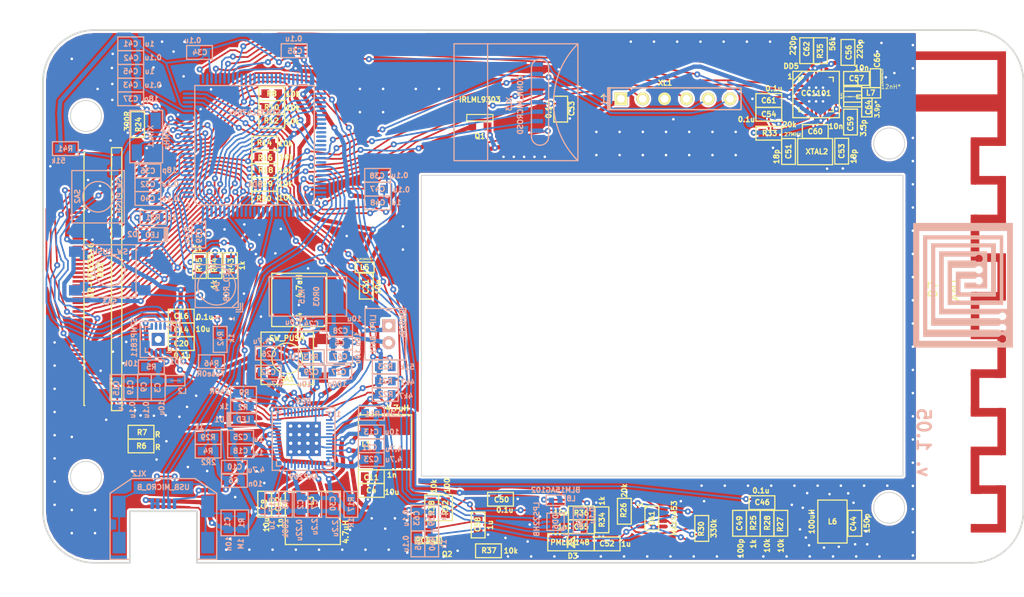
<source format=kicad_pcb>
(kicad_pcb (version 20170123) (host pcbnew "(2017-02-02 revision 8dadc18)-makepkg")
  (layers (0 F.Cu signal) (31 B.Cu signal hide) (36 B.SilkS user) (37 F.SilkS user) (38 B.Mask user) (39 F.Mask user) (44 Edge.Cuts user))
  (net 0 "")
  (net 1 +3V3)
  (net 2 /SD_POWER)
  (net 3 /CC_GDO0)
  (net 4 /DB4)
  (net 5 "Net-(DA1-Pad2)")
  (net 6 /klNFC_Tx)
  (net 7 "Net-(DD4-Pad13)")
  (net 8 /PWR_IRQ)
  (net 9 /SCL)
  (net 10 /SDA)
  (net 11 /DB8)
  (net 12 /DB6)
  (net 13 /DB5)
  (net 14 /PWR_UNST)
  (net 15 "Net-(DD3-Pad13)")
  (net 16 +BATT)
  (net 17 /DB3)
  (net 18 "Net-(DD3-Pad47)")
  (net 19 /DB2)
  (net 20 "Net-(DD3-Pad4)")
  (net 21 /DB1)
  (net 22 "Net-(DD3-Pad37)")
  (net 23 /DB0)
  (net 24 "Net-(DD2-Pad3)")
  (net 25 "Net-(DD4-Pad68)")
  (net 26 +5V)
  (net 27 "Net-(DA1-Pad6)")
  (net 28 +2V5)
  (net 29 /CHARGING)
  (net 30 "Net-(DD3-Pad23)")
  (net 31 "Net-(D4-Pad4)")
  (net 32 "Net-(DD4-Pad4)")
  (net 33 "Net-(DD4-Pad3)")
  (net 34 "Net-(D4-Pad5)")
  (net 35 "Net-(D4-Pad6)")
  (net 36 "Net-(DD4-Pad2)")
  (net 37 "Net-(DD4-Pad94)")
  (net 38 "Net-(DD4-Pad14)")
  (net 39 "Net-(DD1-Pad7)")
  (net 40 /TOUCH_PWR)
  (net 41 /klNFC_Rx)
  (net 42 "Net-(DD5-Pad17)")
  (net 43 /CC_CS)
  (net 44 "Net-(DD4-Pad5)")
  (net 45 "Net-(DD2-Pad2)")
  (net 46 /ANT1)
  (net 47 /RF2)
  (net 48 /RF1)
  (net 49 /LX_3)
  (net 50 /LX_2)
  (net 51 /DCDC_2)
  (net 52 "Net-(DD3-Pad45)")
  (net 53 /ANT2)
  (net 54 "Net-(DD3-Pad3)")
  (net 55 "Net-(DD3-Pad5)")
  (net 56 "Net-(DD3-Pad18)")
  (net 57 "Net-(DD3-Pad19)")
  (net 58 "Net-(DD3-Pad20)")
  (net 59 "Net-(DD3-Pad25)")
  (net 60 "Net-(DD3-Pad27)")
  (net 61 /LDO_1)
  (net 62 "Net-(DD3-Pad30)")
  (net 63 /LDO_3)
  (net 64 /CC_SCK)
  (net 65 /CC_MISO)
  (net 66 "Net-(DD5-Pad3)")
  (net 67 /CC_MOSI)
  (net 68 "Net-(DD4-Pad1)")
  (net 69 "Net-(DD4-Pad7)")
  (net 70 "Net-(DD4-Pad8)")
  (net 71 "Net-(DD4-Pad9)")
  (net 72 /TOUCH_INT)
  (net 73 /LCD_RESET)
  (net 74 /klNFC_Modulation)
  (net 75 /UART_TX)
  (net 76 /UART_RX)
  (net 77 "Net-(DD4-Pad38)")
  (net 78 "Net-(DD4-Pad39)")
  (net 79 "Net-(DD4-Pad40)")
  (net 80 "Net-(DD4-Pad41)")
  (net 81 "Net-(DD4-Pad42)")
  (net 82 "Net-(DD4-Pad43)")
  (net 83 "Net-(DD4-Pad44)")
  (net 84 "Net-(DD4-Pad45)")
  (net 85 "Net-(DD4-Pad46)")
  (net 86 /DB10)
  (net 87 /DB11)
  (net 88 /DB12)
  (net 89 /DB13)
  (net 90 /DB14)
  (net 91 /DB15)
  (net 92 "Net-(DD4-Pad55)")
  (net 93 "Net-(DD4-Pad56)")
  (net 94 "Net-(DD4-Pad57)")
  (net 95 "Net-(DD4-Pad58)")
  (net 96 "Net-(DD4-Pad59)")
  (net 97 "Net-(DD4-Pad60)")
  (net 98 "Net-(DD4-Pad61)")
  (net 99 "Net-(DD4-Pad62)")
  (net 100 /LCD_WR)
  (net 101 /LCD_RD)
  (net 102 /SD_DAT0)
  (net 103 /SD_DAT1)
  (net 104 /USB_D-)
  (net 105 /USB_D+)
  (net 106 /SWD_IO)
  (net 107 /SWD_CLK)
  (net 108 /SD_DAT2)
  (net 109 /SD_DAT3)
  (net 110 /SD_CLK)
  (net 111 /SD_CMD)
  (net 112 "Net-(DD4-Pad85)")
  (net 113 "Net-(DD4-Pad86)")
  (net 114 "Net-(DD4-Pad87)")
  (net 115 "Net-(DD4-Pad88)")
  (net 116 /DB7)
  (net 117 /DB9)
  (net 118 /LCD_CS)
  (net 119 /LCD_D/I_SLC)
  (net 120 /LCD_Y-)
  (net 121 "Net-(DD1-Pad8)")
  (net 122 "Net-(DD1-Pad11)")
  (net 123 "Net-(DD1-Pad12)")
  (net 124 /LCD_X+)
  (net 125 /LCD_Y+)
  (net 126 /LCD_X-)
  (net 127 "Net-(DD2-Pad4)")
  (net 128 "Net-(DD2-Pad5)")
  (net 129 "Net-(DD2-Pad6)")
  (net 130 "Net-(DD2-Pad33)")
  (net 131 "Net-(DD2-Pad39)")
  (net 132 "Net-(C1-Pad1)")
  (net 133 "Net-(C10-Pad2)")
  (net 134 "Net-(C17-Pad1)")
  (net 135 "Net-(C18-Pad1)")
  (net 136 "Net-(C24-Pad1)")
  (net 137 "Net-(C27-Pad1)")
  (net 138 "Net-(C33-Pad1)")
  (net 139 "Net-(C36-Pad1)")
  (net 140 "Net-(C37-Pad1)")
  (net 141 "Net-(C44-Pad1)")
  (net 142 "Net-(C49-Pad1)")
  (net 143 "Net-(C49-Pad2)")
  (net 144 "Net-(C50-Pad2)")
  (net 145 "Net-(C51-Pad1)")
  (net 146 "Net-(C52-Pad2)")
  (net 147 "Net-(C52-Pad1)")
  (net 148 "Net-(C53-Pad1)")
  (net 149 "Net-(C54-Pad1)")
  (net 150 "Net-(C55-Pad1)")
  (net 151 "Net-(C58-Pad2)")
  (net 152 "Net-(D1-PadC)")
  (net 153 "Net-(D2-PadA)")
  (net 154 VGND)
  (net 155 "Net-(DA1-Pad4)")
  (net 156 +3V3_120mA)
  (net 157 "Net-(C68-Pad1)")
  (net 158 /PRESSURE_INT)
  (net 159 GNDS)
  (net 160 GNDA)
  (net 161 "Net-(DD4-Pad67)")
  (net 162 MCU_PWR)
  (module QFN_DFN:QFN48_EP_6x6_Pitch0.4mm (layer B.Cu) (at 130.302 97.5857 180)
    (fp_text reference DD3 (at 0 4.4 180) (layer B.SilkS) (effects (font (size 0.6 0.6)) (justify mirror)))
    (fp_text value AXP209 (at 0 -4.4 180) (layer B.SilkS) (effects (font (size 0.6 0.6)) (justify mirror)))
    (fp_text user 1 (at -4.06 2.91 180) (layer B.SilkS) (effects (font (size 0.6 0.6)) (justify mirror)))
    (pad 1 smd rect (at -3 2.2 90) (size 0.2 0.8) (layers B.Cu B.Mask) (net 10 /SDA))
    (pad 2 smd oval (at -3 1.8 90) (size 0.2 0.8) (layers B.Cu B.Mask) (net 9 /SCL))
    (pad 3 smd oval (at -3 1.4 90) (size 0.2 0.8) (layers B.Cu B.Mask) (net 54 "Net-(DD3-Pad3)"))
    (pad 4 smd oval (at -3 1 90) (size 0.2 0.8) (layers B.Cu B.Mask) (net 20 "Net-(DD3-Pad4)"))
    (pad 5 smd oval (at -3 0.6 90) (size 0.2 0.8) (layers B.Cu B.Mask) (net 55 "Net-(DD3-Pad5)"))
    (pad 6 smd oval (at -3 0.2 90) (size 0.2 0.8) (layers B.Cu B.Mask) (net 160 GNDA))
    (pad 7 smd oval (at -3 -0.2 90) (size 0.2 0.8) (layers B.Cu B.Mask) (net 14 /PWR_UNST))
    (pad 8 smd oval (at -3 -0.6 90) (size 0.2 0.8) (layers B.Cu B.Mask) (net 50 /LX_2))
    (pad 9 smd oval (at -3 -1 90) (size 0.2 0.8) (layers B.Cu B.Mask) (net 160 GNDA))
    (pad 10 smd oval (at -3 -1.4 90) (size 0.2 0.8) (layers B.Cu B.Mask) (net 51 /DCDC_2))
    (pad 11 smd oval (at -3 -1.8 90) (size 0.2 0.8) (layers B.Cu B.Mask) (net 28 +2V5))
    (pad 12 smd oval (at -3 -2.2 90) (size 0.2 0.8) (layers B.Cu B.Mask) (net 156 +3V3_120mA))
    (pad 13 smd oval (at -2.2 -3 180) (size 0.2 0.8) (layers B.Cu B.Mask) (net 15 "Net-(DD3-Pad13)"))
    (pad 14 smd oval (at -1.8 -3 180) (size 0.2 0.8) (layers B.Cu B.Mask) (net 14 /PWR_UNST))
    (pad 15 smd oval (at -1.4 -3 180) (size 0.2 0.8) (layers B.Cu B.Mask) (net 49 /LX_3))
    (pad 16 smd oval (at -1 -3 180) (size 0.2 0.8) (layers B.Cu B.Mask) (net 160 GNDA))
    (pad 17 smd oval (at -0.6 -3 180) (size 0.2 0.8) (layers B.Cu B.Mask) (net 1 +3V3))
    (pad 18 smd oval (at -0.2 -3 180) (size 0.2 0.8) (layers B.Cu B.Mask) (net 56 "Net-(DD3-Pad18)"))
    (pad 19 smd oval (at 0.2 -3 180) (size 0.2 0.8) (layers B.Cu B.Mask) (net 57 "Net-(DD3-Pad19)"))
    (pad 20 smd oval (at 0.6 -3 180) (size 0.2 0.8) (layers B.Cu B.Mask) (net 58 "Net-(DD3-Pad20)"))
    (pad 21 smd oval (at 1 -3 180) (size 0.2 0.8) (layers B.Cu B.Mask) (net 14 /PWR_UNST))
    (pad 22 smd oval (at 1.4 -3 180) (size 0.2 0.8) (layers B.Cu B.Mask) (net 160 GNDA))
    (pad 23 smd oval (at 1.8 -3 180) (size 0.2 0.8) (layers B.Cu B.Mask) (net 30 "Net-(DD3-Pad23)"))
    (pad 24 smd oval (at 2.2 -3 180) (size 0.2 0.8) (layers B.Cu B.Mask) (net 134 "Net-(C17-Pad1)"))
    (pad 25 smd oval (at 3 -2.2 90) (size 0.2 0.8) (layers B.Cu B.Mask) (net 59 "Net-(DD3-Pad25)"))
    (pad 26 smd oval (at 3 -1.8 90) (size 0.2 0.8) (layers B.Cu B.Mask) (net 135 "Net-(C18-Pad1)"))
    (pad 27 smd oval (at 3 -1.4 90) (size 0.2 0.8) (layers B.Cu B.Mask) (net 60 "Net-(DD3-Pad27)"))
    (pad 28 smd oval (at 3 -1 90) (size 0.2 0.8) (layers B.Cu B.Mask) (net 61 /LDO_1))
    (pad 29 smd oval (at 3 -0.6 90) (size 0.2 0.8) (layers B.Cu B.Mask) (net 14 /PWR_UNST))
    (pad 30 smd oval (at 3 -0.2 90) (size 0.2 0.8) (layers B.Cu B.Mask) (net 62 "Net-(DD3-Pad30)"))
    (pad 31 smd oval (at 3 0.2 90) (size 0.2 0.8) (layers B.Cu B.Mask) (net 26 +5V))
    (pad 32 smd oval (at 3 0.6 90) (size 0.2 0.8) (layers B.Cu B.Mask) (net 26 +5V))
    (pad 33 smd oval (at 3 1 90) (size 0.2 0.8) (layers B.Cu B.Mask) (net 26 +5V))
    (pad 34 smd oval (at 3 1.4 90) (size 0.2 0.8) (layers B.Cu B.Mask) (net 14 /PWR_UNST))
    (pad 35 smd oval (at 3 1.8 90) (size 0.2 0.8) (layers B.Cu B.Mask) (net 14 /PWR_UNST))
    (pad 36 smd oval (at 3 2.2 90) (size 0.2 0.8) (layers B.Cu B.Mask) (net 29 /CHARGING))
    (pad 37 smd oval (at 2.2 3 180) (size 0.2 0.8) (layers B.Cu B.Mask) (net 22 "Net-(DD3-Pad37)"))
    (pad 38 smd oval (at 1.8 3 180) (size 0.2 0.8) (layers B.Cu B.Mask) (net 16 +BATT))
    (pad 39 smd oval (at 1.4 3 180) (size 0.2 0.8) (layers B.Cu B.Mask) (net 16 +BATT))
    (pad 40 smd oval (at 1 3 180) (size 0.2 0.8) (layers B.Cu B.Mask) (net 14 /PWR_UNST))
    (pad 41 smd oval (at 0.6 3 180) (size 0.2 0.8) (layers B.Cu B.Mask) (net 63 /LDO_3))
    (pad 42 smd oval (at 0.2 3 180) (size 0.2 0.8) (layers B.Cu B.Mask) (net 16 +BATT))
    (pad 43 smd oval (at -0.2 3 180) (size 0.2 0.8) (layers B.Cu B.Mask) (net 136 "Net-(C24-Pad1)"))
    (pad 44 smd oval (at -0.6 3 180) (size 0.2 0.8) (layers B.Cu B.Mask) (net 14 /PWR_UNST))
    (pad 45 smd oval (at -1 3 180) (size 0.2 0.8) (layers B.Cu B.Mask) (net 52 "Net-(DD3-Pad45)"))
    (pad 46 smd oval (at -1.4 3 180) (size 0.2 0.8) (layers B.Cu B.Mask) (net 160 GNDA))
    (pad 47 smd oval (at -1.8 3 180) (size 0.2 0.8) (layers B.Cu B.Mask) (net 18 "Net-(DD3-Pad47)"))
    (pad 48 smd oval (at -2.2 3 180) (size 0.2 0.8) (layers B.Cu B.Mask) (net 8 /PWR_IRQ))
    (pad PAD thru_hole rect (at -1.5 1.5 180) (size 1 1) (drill 0.4) (layers *.Cu B.Mask) (net 160 GNDA))
    (pad PAD thru_hole rect (at -1.5 0.5 180) (size 1 1) (drill 0.4) (layers *.Cu B.Mask) (net 160 GNDA))
    (pad PAD thru_hole rect (at -1.5 -0.5 180) (size 1 1) (drill 0.4) (layers *.Cu B.Mask) (net 160 GNDA))
    (pad PAD thru_hole rect (at -1.5 -1.5 180) (size 1 1) (drill 0.4) (layers *.Cu B.Mask) (net 160 GNDA))
    (pad PAD thru_hole rect (at -0.5 1.5 180) (size 1 1) (drill 0.4) (layers *.Cu B.Mask) (net 160 GNDA))
    (pad PAD thru_hole rect (at -0.5 0.5 180) (size 1 1) (drill 0.4) (layers *.Cu B.Mask) (net 160 GNDA))
    (pad PAD thru_hole rect (at -0.5 -0.5 180) (size 1 1) (drill 0.4) (layers *.Cu B.Mask) (net 160 GNDA))
    (pad PAD thru_hole rect (at -0.5 -1.5 180) (size 1 1) (drill 0.4) (layers *.Cu B.Mask) (net 160 GNDA))
    (pad PAD thru_hole rect (at 0.5 1.5 180) (size 1 1) (drill 0.4) (layers *.Cu B.Mask) (net 160 GNDA))
    (pad PAD thru_hole rect (at 0.5 0.5 180) (size 1 1) (drill 0.4) (layers *.Cu B.Mask) (net 160 GNDA))
    (pad PAD thru_hole rect (at 0.5 -0.5 180) (size 1 1) (drill 0.4) (layers *.Cu B.Mask) (net 160 GNDA))
    (pad PAD thru_hole rect (at 0.5 -1.5 180) (size 1 1) (drill 0.4) (layers *.Cu B.Mask) (net 160 GNDA))
    (pad PAD thru_hole rect (at 1.5 1.5 180) (size 1 1) (drill 0.4) (layers *.Cu B.Mask) (net 160 GNDA))
    (pad PAD thru_hole rect (at 1.5 0.5 180) (size 1 1) (drill 0.4) (layers *.Cu B.Mask) (net 160 GNDA))
    (pad PAD thru_hole rect (at 1.5 -0.5 180) (size 1 1) (drill 0.4) (layers *.Cu B.Mask) (net 160 GNDA))
    (pad PAD thru_hole rect (at 1.5 -1.5 180) (size 1 1) (drill 0.4) (layers *.Cu B.Mask) (net 160 GNDA))
  )
  (module ANT_868_INV_F:ANTENNA_868_INV_F_SHARP (layer F.Cu) (at 199.482 52.9814 270)
    (fp_text reference D7 (at 27.2 -4.01 270) (layer F.SilkS))
    (fp_text value ANT (at 27.2 -6.55 270) (layer F.SilkS))
    (fp_line (start 55.4 -9) (end 55.4 -8.5) (layer F.Cu) (width 0.2))
    (fp_line (start 55.4 -8.5) (end 54.6 -8.5) (layer F.Cu) (width 0.2))
    (fp_line (start 54.6 -8.5) (end 54.6 -9) (layer F.Cu) (width 0.2))
    (fp_line (start 55.4 -11.7) (end 55.4 -12.4) (layer F.Cu) (width 0.2))
    (fp_line (start 55.4 -12.4) (end 50.1 -12.4) (layer F.Cu) (width 0.2))
    (fp_line (start 50.1 -12.4) (end 50.1 -11.5) (layer F.Cu) (width 0.2))
    (fp_line (start 50.1 -11.5) (end 50.9 -9.5) (layer F.Cu) (width 0.2))
    (fp_line (start 50.9 -9.5) (end 50.9 -8.5) (layer F.Cu) (width 0.2))
    (fp_line (start 50.9 -8.5) (end 50 -8.5) (layer F.Cu) (width 0.2))
    (fp_line (start 50 -8.5) (end 46.3 -8.5) (layer F.Cu) (width 0.2))
    (fp_line (start 46.3 -8.5) (end 45.6 -8.5) (layer F.Cu) (width 0.2))
    (fp_line (start 45.6 -8.5) (end 45.6 -9.3) (layer F.Cu) (width 0.2))
    (fp_line (start 46.4 -11.8) (end 46.4 -12.4) (layer F.Cu) (width 0.2))
    (fp_line (start 46.4 -12.4) (end 45.7 -12.4) (layer F.Cu) (width 0.2))
    (fp_line (start 45.7 -12.4) (end 41.1 -12.4) (layer F.Cu) (width 0.2))
    (fp_line (start 41.1 -12.4) (end 41.1 -11.6) (layer F.Cu) (width 0.2))
    (fp_line (start 41.9 -10) (end 41.9 -8.5) (layer F.Cu) (width 0.2))
    (fp_line (start 41.9 -8.5) (end 40.9 -8.5) (layer F.Cu) (width 0.2))
    (fp_line (start 37.2 -8.5) (end 36.6 -8.5) (layer F.Cu) (width 0.2))
    (fp_line (start 36.6 -8.5) (end 36.6 -9) (layer F.Cu) (width 0.2))
    (fp_line (start 36.6 -9) (end 37.4 -11.3) (layer F.Cu) (width 0.2))
    (fp_line (start 37.4 -11.3) (end 37.4 -12.4) (layer F.Cu) (width 0.2))
    (fp_line (start 37.4 -12.4) (end 36.7 -12.4) (layer F.Cu) (width 0.2))
    (fp_line (start 32.6 -12.4) (end 32.1 -12.4) (layer F.Cu) (width 0.2))
    (fp_line (start 32.1 -12.4) (end 32.1 -11.5) (layer F.Cu) (width 0.2))
    (fp_line (start 32.9 -9.4) (end 32.9 -8.5) (layer F.Cu) (width 0.2))
    (fp_line (start 32.9 -8.5) (end 31.6 -8.5) (layer F.Cu) (width 0.2))
    (fp_line (start 28.6 -8.5) (end 27.6 -8.5) (layer F.Cu) (width 0.2))
    (fp_line (start 27.6 -8.5) (end 27.6 -9.1) (layer F.Cu) (width 0.2))
    (fp_line (start 28.4 -11.5) (end 28.4 -12.4) (layer F.Cu) (width 0.2))
    (fp_line (start 28.4 -12.4) (end 27.6 -12.4) (layer F.Cu) (width 0.2))
    (fp_line (start 27.6 -12.4) (end 23.8 -12.4) (layer F.Cu) (width 0.2))
    (fp_line (start 23.8 -12.4) (end 23.1 -12.4) (layer F.Cu) (width 0.2))
    (fp_line (start 23.1 -12.4) (end 23.1 -11.9) (layer F.Cu) (width 0.2))
    (fp_line (start 23.1 -11.9) (end 23.9 -9) (layer F.Cu) (width 0.2))
    (fp_line (start 23.9 -9) (end 23.9 -8.5) (layer F.Cu) (width 0.2))
    (fp_line (start 23.9 -8.5) (end 23 -8.5) (layer F.Cu) (width 0.2))
    (fp_line (start 23 -8.5) (end 19.6 -8.5) (layer F.Cu) (width 0.2))
    (fp_line (start 19.6 -8.5) (end 18.6 -8.5) (layer F.Cu) (width 0.2))
    (fp_line (start 18.6 -8.5) (end 18.6 -9.1) (layer F.Cu) (width 0.2))
    (fp_line (start 18.6 -9.1) (end 19.4 -11.3) (layer F.Cu) (width 0.2))
    (fp_line (start 19.4 -11.3) (end 19.4 -12.4) (layer F.Cu) (width 0.2))
    (fp_line (start 19.4 -12.4) (end 18.4 -12.4) (layer F.Cu) (width 0.2))
    (fp_line (start 18.4 -12.4) (end 14.6 -12.4) (layer F.Cu) (width 0.2))
    (fp_line (start 14.6 -12.4) (end 14.1 -12.4) (layer F.Cu) (width 0.2))
    (fp_line (start 14.1 -12.4) (end 14.1 -11.9) (layer F.Cu) (width 0.2))
    (fp_line (start 14.9 -9) (end 14.9 -8.5) (layer F.Cu) (width 0.2))
    (fp_line (start 14.9 -8.5) (end 14.3 -8.5) (layer F.Cu) (width 0.2))
    (fp_line (start 14.3 -8.5) (end 10.1 -8.5) (layer F.Cu) (width 0.2))
    (fp_line (start 10.1 -8.5) (end 9.6 -8.5) (layer F.Cu) (width 0.2))
    (fp_line (start 9.6 -8.5) (end 9.6 -9.1) (layer F.Cu) (width 0.2))
    (fp_line (start 10.4 -11.5) (end 10.4 -12.4) (layer F.Cu) (width 0.2))
    (fp_line (start 10.4 -12.4) (end 9.7 -12.4) (layer F.Cu) (width 0.2))
    (fp_line (start 9.7 -12.4) (end 0.1 -12.4) (layer F.Cu) (width 0.2))
    (fp_line (start 0.1 -12.4) (end -0.4 -12.4) (layer F.Cu) (width 0.2))
    (fp_line (start -0.4 -12.4) (end -0.4 -11.9) (layer F.Cu) (width 0.2))
    (fp_line (start 5.5 0.8) (end 5.5 -11.5) (layer F.Cu) (width 2))
    (fp_line (start 10 -8.9) (end 14.5 -8.9) (layer F.Cu) (width 1))
    (fp_line (start 14.5 -8.9) (end 14.5 -12) (layer F.Cu) (width 1))
    (fp_line (start 14.5 -12) (end 19 -12) (layer F.Cu) (width 1))
    (fp_line (start 19 -12) (end 19 -8.9) (layer F.Cu) (width 1))
    (fp_line (start 19 -8.9) (end 23.5 -8.9) (layer F.Cu) (width 1))
    (fp_line (start 23.5 -9) (end 23.5 -12) (layer F.Cu) (width 1))
    (fp_line (start 23.5 -12) (end 28 -12) (layer F.Cu) (width 1))
    (fp_line (start 28 -12) (end 28 -9) (layer F.Cu) (width 1))
    (fp_line (start 28 -8.9) (end 32.5 -8.9) (layer F.Cu) (width 1))
    (fp_line (start 32.5 -8.9) (end 32.5 -12) (layer F.Cu) (width 1))
    (fp_line (start 32.5 -12) (end 37 -12) (layer F.Cu) (width 1))
    (fp_line (start 37 -12) (end 37 -8.9) (layer F.Cu) (width 1))
    (fp_line (start 37 -8.9) (end 41.5 -8.9) (layer F.Cu) (width 1))
    (fp_line (start 41.5 -8.9) (end 41.5 -12) (layer F.Cu) (width 1))
    (fp_line (start 41.5 -12) (end 46 -12) (layer F.Cu) (width 1))
    (fp_line (start 46 -12) (end 46 -8.9) (layer F.Cu) (width 1))
    (fp_line (start 46 -8.9) (end 50.5 -8.9) (layer F.Cu) (width 1))
    (fp_line (start 50.5 -8.9) (end 50.5 -12) (layer F.Cu) (width 1))
    (fp_line (start 50.5 -12) (end 55 -12) (layer F.Cu) (width 1))
    (fp_line (start 55 -12) (end 55 -8.9) (layer F.Cu) (width 1))
    (fp_line (start 0 -12) (end 5 -12) (layer F.Cu) (width 1))
    (fp_line (start 6 -12) (end 10 -12) (layer F.Cu) (width 1))
    (fp_line (start 10 -12) (end 10 -8.9) (layer F.Cu) (width 1))
    (pad GND smd rect (at 0 -6 270) (size 1 13) (layers F.Cu) (net 159 GNDS))
    (pad ~ smd circle (at 5.5 0.8 270) (size 2.524 2.524) (layers F.Cu) (net 53 /ANT2))
    (pad GND smd circle (at 0 0.8 270) (size 1.524 1.524) (layers F.Cu) (net 159 GNDS))
  )
  (module Inductors:IND_1812 (layer F.Cu) (at 191.8 107.2 90)
    (fp_text reference L6 (at 0 0 180) (layer F.SilkS) (effects (font (size 0.6 0.6))))
    (fp_text value 100uH (at 0 -2.4 270) (layer F.SilkS) (effects (font (size 0.6 0.6))))
    (pad 1 smd rect (at -1.5 0 90) (size 1.5 3) (layers F.Cu F.Mask) (net 141 "Net-(C44-Pad1)"))
    (pad 2 smd rect (at 1.5 0 90) (size 1.5 3) (layers F.Cu F.Mask) (net 159 GNDS))
  )
  (module Inductors:IND_SDR0604 (layer F.Cu) (at 131.377 106.775)
    (fp_text reference L3 (at -0.2 -2 -90) (layer F.SilkS) (effects (font (size 0.59944 0.59944) (thickness 0.14986))))
    (fp_text value 4.7uH (at 3.823 1.625 -90) (layer F.SilkS) (effects (font (size 0.635 0.635) (thickness 0.16002))))
    (pad 1 smd rect (at -1.92532 0) (size 2.14884 5.79882) (layers F.Cu F.Mask) (net 1 +3V3))
    (pad 2 smd rect (at 1.92532 0) (size 2.14884 5.79882) (layers F.Cu F.Mask) (net 49 /LX_3))
  )
  (module Inductors:IND_SDR0604 (layer F.Cu) (at 129.8 81.4)
    (fp_text reference L4 (at 0 2 90) (layer F.SilkS) (effects (font (size 0.59944 0.59944) (thickness 0.14986))))
    (fp_text value 4.7uH (at 0 -1.6 90) (layer F.SilkS) (effects (font (size 0.635 0.635) (thickness 0.16002))))
    (pad 2 smd rect (at 1.92532 0) (size 2.14884 5.79882) (layers F.Cu F.Mask) (net 52 "Net-(DD3-Pad45)"))
    (pad 1 smd rect (at -1.92532 0) (size 2.14884 5.79882) (layers F.Cu F.Mask) (net 136 "Net-(C24-Pad1)"))
  )
  (module Inductors:IND_SDR0604 (layer F.Cu) (at 139.777 97.975 90)
    (fp_text reference L1 (at -0.2 -2.2) (layer F.SilkS) (effects (font (size 0.59944 0.59944) (thickness 0.14986))))
    (fp_text value 4.7uH (at 3.975 1.423) (layer F.SilkS) (effects (font (size 0.635 0.635) (thickness 0.16002))))
    (pad 1 smd rect (at -1.92532 0 90) (size 2.14884 5.79882) (layers F.Cu F.Mask) (net 51 /DCDC_2))
    (pad 2 smd rect (at 1.92532 0 90) (size 2.14884 5.79882) (layers F.Cu F.Mask) (net 50 /LX_2))
  )
  (module LGA:10_2X2 (layer B.Cu) (at 159.6 107.225 90)
    (fp_text reference DD6 (at 0.025 0 90) (layer B.SilkS) (effects (font (size 0.6 0.6)) (justify mirror)))
    (fp_text value LPS22HB (at 0.3 -2.2 90) (layer B.SilkS) (effects (font (size 0.6 0.6)) (justify mirror)))
    (fp_text user 1 (at -1.5 1.25 90) (layer B.SilkS) (effects (font (size 0.6 0.6)) (justify mirror)))
    (pad 1 smd rect (at -1.125 0.25) (size 0.25 1) (layers B.Cu B.Mask) (net 157 "Net-(C68-Pad1)"))
    (pad 2 smd roundrect (at -1.125 -0.25) (size 0.25 1) (layers B.Cu B.Mask) (net 9 /SCL))
    (pad 3 smd roundrect (at -0.5 -1.125 90) (size 0.25 1) (layers B.Cu B.Mask) (net 159 GNDS))
    (pad 4 smd roundrect (at 0 -1.125 90) (size 0.25 1) (layers B.Cu B.Mask) (net 10 /SDA))
    (pad 5 smd roundrect (at 0.5 -1.125 90) (size 0.25 1) (layers B.Cu B.Mask) (net 159 GNDS))
    (pad 6 smd roundrect (at 1.125 -0.25) (size 0.25 1) (layers B.Cu B.Mask) (net 157 "Net-(C68-Pad1)"))
    (pad 7 smd roundrect (at 1.125 0.25) (size 0.25 1) (layers B.Cu B.Mask) (net 158 /PRESSURE_INT))
    (pad 8 smd roundrect (at 0.5 1.125 90) (size 0.25 1) (layers B.Cu B.Mask) (net 159 GNDS))
    (pad 9 smd roundrect (at 0 1.125 90) (size 0.25 1) (layers B.Cu B.Mask) (net 159 GNDS))
    (pad 10 smd roundrect (at -0.5 1.125 90) (size 0.25 1) (layers B.Cu B.Mask) (net 157 "Net-(C68-Pad1)"))
  )
  (module Resistors:RES_2512 (layer B.Cu) (at 130.8 81 180)
    (fp_text reference R15 (at 0.7 0 90) (layer B.SilkS) (effects (font (size 0.6 0.6)) (justify mirror)))
    (fp_text value 0R03 (at -1 0 90) (layer B.SilkS) (effects (font (size 0.6 0.6)) (justify mirror)))
    (pad 1 smd rect (at -3.1 0) (size 2.1 4) (layers B.Cu B.Mask) (net 16 +BATT))
    (pad 2 smd rect (at 3.1 0) (size 2.1 4) (layers B.Cu B.Mask) (net 136 "Net-(C24-Pad1)"))
  )
  (module SOT:SOT23-8 (layer F.Cu) (at 170.8 106.8 270)
    (fp_text reference DA1 (at 0 0 270) (layer F.SilkS) (effects (font (size 0.6 0.6))))
    (fp_text value MAX4453 (at 0 -2.6 270) (layer F.SilkS) (effects (font (size 0.6 0.6))))
    (fp_text user 1 (at -1.6 1.4 270) (layer F.SilkS) (effects (font (size 0.6 0.6))))
    (pad 1 smd rect (at -0.97536 1.30048 270) (size 0.44958 1.09982) (layers F.Cu F.Mask) (net 143 "Net-(C49-Pad2)"))
    (pad 2 smd oval (at -0.32512 1.30048 270) (size 0.44958 1.09982) (layers F.Cu F.Mask) (net 5 "Net-(DA1-Pad2)"))
    (pad 3 smd oval (at 0.32512 1.30048 270) (size 0.44958 1.09982) (layers F.Cu F.Mask) (net 154 VGND))
    (pad 8 smd oval (at -0.97536 -1.30048 270) (size 0.44958 1.09982) (layers F.Cu F.Mask) (net 144 "Net-(C50-Pad2)"))
    (pad 5 smd oval (at 0.97536 -1.30048 270) (size 0.44958 1.09982) (layers F.Cu F.Mask) (net 154 VGND))
    (pad 6 smd oval (at 0.32512 -1.30048 270) (size 0.44958 1.09982) (layers F.Cu F.Mask) (net 27 "Net-(DA1-Pad6)"))
    (pad 4 smd oval (at 0.97536 1.30048 270) (size 0.44958 1.09982) (layers F.Cu F.Mask) (net 155 "Net-(DA1-Pad4)"))
    (pad 7 smd oval (at -0.32512 -1.30048 270) (size 0.44958 1.09982) (layers F.Cu F.Mask) (net 146 "Net-(C52-Pad2)"))
  )
  (module Capacitors:CAP_0603 (layer B.Cu) (at 162.47 107.084 90)
    (fp_text reference C68 (at 0 0 90) (layer B.SilkS) (effects (font (size 0.6 0.6)) (justify mirror)))
    (fp_text value 0.1u (at 0.6 1.4 90) (layer B.SilkS) (effects (font (size 0.6 0.6)) (justify mirror)))
    (pad 1 smd rect (at -0.762 0 90) (size 0.889 1.016) (layers B.Cu B.Mask) (net 157 "Net-(C68-Pad1)"))
    (pad 2 smd rect (at 0.762 0 90) (size 0.889 1.016) (layers B.Cu B.Mask) (net 159 GNDS))
  )
  (module "Connectors:WB-02(MW-2M)" (layer B.Cu) (at 140.2 85.4 270)
    (fp_text reference LIPO_BAT1 (at 0 1.8 270) (layer B.SilkS) (effects (font (size 0.6 0.6)) (justify mirror)))
    (fp_text value DW02R (at -1.4 -1.6 270) (layer B.SilkS) (effects (font (size 0.6 0.6)) (justify mirror)))
    (pad 1 thru_hole rect (at -1 0 270) (size 1.5 1.5) (drill 0.8) (layers *.Cu *.Mask B.SilkS) (net 16 +BATT))
    (pad 2 thru_hole circle (at 1 0 270) (size 1.5 1.5) (drill 0.8) (layers *.Cu *.Mask B.SilkS) (net 160 GNDA))
  )
  (module Inductors:IND_0402 (layer B.Cu) (at 159.619 104.72)
    (fp_text reference L8 (at 1.8 -0.2) (layer B.SilkS) (effects (font (size 0.6 0.6)) (justify mirror)))
    (fp_text value BLM15AG102 (at 0 -1.2) (layer B.SilkS) (effects (font (size 0.6 0.6)) (justify mirror)))
    (pad 1 smd rect (at -0.5 0) (size 0.6 0.6) (layers B.Cu B.Mask) (net 157 "Net-(C68-Pad1)"))
    (pad 2 smd rect (at 0.5 0) (size 0.6 0.6) (layers B.Cu B.Mask) (net 1 +3V3))
  )
  (module QFN_DFN:QFN16_4x4_H (layer B.Cu) (at 113.4 86 180)
    (fp_text reference DD1 (at -2.2 -2.6 180) (layer B.SilkS) (effects (font (size 0.6 0.6)) (justify mirror)))
    (fp_text value STMPE811 (at 2.8 0.2 -90) (layer B.SilkS) (effects (font (size 0.6 0.6)) (justify mirror)))
    (fp_text user 1 (at -2.5 1.7 180) (layer B.SilkS) (effects (font (size 0.6 0.6)) (justify mirror)))
    (pad 1 smd rect (at -1.5 0.75 180) (size 0.8 0.3) (layers B.Cu B.Mask) (net 120 /LCD_Y-))
    (pad 2 smd oval (at -1.5 0.25 180) (size 0.8 0.3) (layers B.Cu B.Mask) (net 72 /TOUCH_INT))
    (pad 3 smd oval (at -1.5 -0.25 180) (size 0.8 0.3) (layers B.Cu B.Mask) (net 159 GNDS))
    (pad 4 smd oval (at -1.5 -0.75 180) (size 0.8 0.3) (layers B.Cu B.Mask) (net 9 /SCL))
    (pad 5 smd oval (at -0.75 -1.5 90) (size 0.8 0.3) (layers B.Cu B.Mask) (net 10 /SDA))
    (pad 6 smd oval (at -0.25 -1.5 90) (size 0.8 0.3) (layers B.Cu B.Mask) (net 40 /TOUCH_PWR))
    (pad 7 smd oval (at 0.25 -1.5 90) (size 0.8 0.3) (layers B.Cu B.Mask) (net 39 "Net-(DD1-Pad7)"))
    (pad 8 smd oval (at 0.75 -1.5 90) (size 0.8 0.3) (layers B.Cu B.Mask) (net 121 "Net-(DD1-Pad8)"))
    (pad 9 smd oval (at 1.5 -0.75 180) (size 0.8 0.3) (layers B.Cu B.Mask) (net 159 GNDS))
    (pad 10 smd oval (at 1.5 -0.25 180) (size 0.8 0.3) (layers B.Cu B.Mask) (net 159 GNDS))
    (pad 11 smd oval (at 1.5 0.25 180) (size 0.8 0.3) (layers B.Cu B.Mask) (net 122 "Net-(DD1-Pad11)"))
    (pad 12 smd oval (at 1.5 0.75 180) (size 0.8 0.3) (layers B.Cu B.Mask) (net 123 "Net-(DD1-Pad12)"))
    (pad 13 smd oval (at 0.75 1.5 90) (size 0.8 0.3) (layers B.Cu B.Mask) (net 124 /LCD_X+))
    (pad 14 smd oval (at 0.25 1.5 90) (size 0.8 0.3) (layers B.Cu B.Mask) (net 40 /TOUCH_PWR))
    (pad 15 smd oval (at -0.25 1.5 90) (size 0.8 0.3) (layers B.Cu B.Mask) (net 125 /LCD_Y+))
    (pad 16 smd oval (at -0.75 1.5 90) (size 0.8 0.3) (layers B.Cu B.Mask) (net 126 /LCD_X-))
    (pad H thru_hole rect (at 0 0 180) (size 1.5 1.5) (drill 0.8) (layers *.Cu B.Mask))
  )
  (module Quartz:03225C4 (layer F.Cu) (at 189.784 64.1458)
    (fp_text reference XTAL2 (at 0.2 0) (layer F.SilkS) (effects (font (size 0.59944 0.59944) (thickness 0.14986))))
    (fp_text value 27MHz (at -2.6 -2) (layer F.SilkS) (effects (font (size 0.4 0.4) (thickness 0.1))))
    (pad 1 smd rect (at -1.1 0.8) (size 1.4 1) (layers F.Cu F.Mask) (net 145 "Net-(C51-Pad1)"))
    (pad H smd rect (at 1.1 0.8) (size 1.4 1) (layers F.Cu F.Mask) (net 159 GNDS))
    (pad 2 smd rect (at 1.1 -0.8) (size 1.4 1) (layers F.Cu F.Mask) (net 148 "Net-(C53-Pad1)"))
    (pad H smd rect (at -1.1 -0.8) (size 1.4 1) (layers F.Cu F.Mask) (net 159 GNDS))
  )
  (module Capacitors:CAP_0402 (layer F.Cu) (at 196.8 55.6 90)
    (fp_text reference C66 (at 2.1 0.2 90) (layer F.SilkS) (effects (font (size 0.6 0.6))))
    (fp_text value DoNotMount (at 0.2 0.8 90) (layer F.SilkS) (effects (font (size 0.2 0.2) (thickness 0.05))))
    (pad 2 smd rect (at 0.5 0 90) (size 0.6 0.6) (layers F.Cu F.Mask) (net 159 GNDS))
    (pad 1 smd rect (at -0.5 0 90) (size 0.6 0.6) (layers F.Cu F.Mask) (net 53 /ANT2))
  )
  (module Capacitors:CAP_0402 (layer F.Cu) (at 195.8 59 270)
    (fp_text reference C64 (at 0 -0.2 270) (layer F.SilkS) (effects (font (size 0.6 0.6))))
    (fp_text value 3.9p* (at 0.2 -1.2 270) (layer F.SilkS) (effects (font (size 0.5 0.5) (thickness 0.125))))
    (pad 1 smd rect (at -0.5 0 270) (size 0.6 0.6) (layers F.Cu F.Mask) (net 46 /ANT1))
    (pad 2 smd rect (at 0.5 0 270) (size 0.6 0.6) (layers F.Cu F.Mask) (net 159 GNDS))
  )
  (module BtnsSwitches:BTN_6x6_4x4 (layer B.Cu) (at 107.77 78.0336)
    (fp_text reference SA3 (at 0 3.6) (layer B.SilkS) (effects (font (size 0.6 0.6)) (justify mirror)))
    (fp_text value SW_PUSH (at 0.03 -2.2336) (layer B.SilkS) (effects (font (size 0.6 0.6)) (justify mirror)))
    (pad 2 smd rect (at 3 -1.85) (size 1 1.1) (layers B.Cu B.Mask) (net 162 MCU_PWR))
    (pad 1 smd rect (at 3 1.85) (size 1 1.1) (layers B.Cu B.Mask) (net 37 "Net-(DD4-Pad94)"))
    (pad 2 smd rect (at -3 -1.85) (size 1 1.1) (layers B.Cu B.Mask) (net 162 MCU_PWR))
    (pad 1 smd rect (at -3 1.85) (size 1 1.1) (layers B.Cu B.Mask) (net 37 "Net-(DD4-Pad94)"))
    (pad 2 smd rect (at -4 -2.25) (size 1.5 1.2) (layers B.Cu B.Mask) (net 162 MCU_PWR))
    (pad 1 smd rect (at -4 2.25) (size 1.5 1.2) (layers B.Cu B.Mask) (net 37 "Net-(DD4-Pad94)"))
    (pad 2 smd rect (at 4 -2.25) (size 1.5 1.2) (layers B.Cu B.Mask) (net 162 MCU_PWR))
    (pad 1 smd rect (at 4 2.25) (size 1.5 1.2) (layers B.Cu B.Mask) (net 37 "Net-(DD4-Pad94)"))
  )
  (module BtnsSwitches:BTN_6x6_4x4 (layer B.Cu) (at 106.4 69.4 270)
    (fp_text reference SA2 (at -0.05 2.4 270) (layer B.SilkS) (effects (font (size 0.6 0.6)) (justify mirror)))
    (fp_text value SW_PUSH (at -0.15 -2.5 270) (layer B.SilkS) (effects (font (size 0.6 0.6)) (justify mirror)))
    (pad 2 smd rect (at 3 -1.85 270) (size 1 1.1) (layers B.Cu B.Mask) (net 38 "Net-(DD4-Pad14)"))
    (pad 1 smd rect (at 3 1.85 270) (size 1 1.1) (layers B.Cu B.Mask) (net 159 GNDS))
    (pad 2 smd rect (at -3 -1.85 270) (size 1 1.1) (layers B.Cu B.Mask) (net 38 "Net-(DD4-Pad14)"))
    (pad 1 smd rect (at -3 1.85 270) (size 1 1.1) (layers B.Cu B.Mask) (net 159 GNDS))
    (pad 2 smd rect (at -4 -2.25 270) (size 1.5 1.2) (layers B.Cu B.Mask) (net 38 "Net-(DD4-Pad14)"))
    (pad 1 smd rect (at -4 2.25 270) (size 1.5 1.2) (layers B.Cu B.Mask) (net 159 GNDS))
    (pad 2 smd rect (at 4 -2.25 270) (size 1.5 1.2) (layers B.Cu B.Mask) (net 38 "Net-(DD4-Pad14)"))
    (pad 1 smd rect (at 4 2.25 270) (size 1.5 1.2) (layers B.Cu B.Mask) (net 159 GNDS))
  )
  (module BtnsSwitches:BTN_6x6_4x4 (layer F.Cu) (at 128.4 88.2 180)
    (fp_text reference SA1 (at 0 -2.4 180) (layer F.SilkS) (effects (font (size 0.6 0.6))))
    (fp_text value SW_PUSH (at 0.034 2.336 180) (layer F.SilkS) (effects (font (size 0.6 0.6))))
    (pad 1 smd rect (at 4 -2.25 180) (size 1.5 1.2) (layers F.Cu F.Mask) (net 137 "Net-(C27-Pad1)"))
    (pad 2 smd rect (at 4 2.25 180) (size 1.5 1.2) (layers F.Cu F.Mask) (net 160 GNDA))
    (pad 1 smd rect (at -4 -2.25 180) (size 1.5 1.2) (layers F.Cu F.Mask) (net 137 "Net-(C27-Pad1)"))
    (pad 2 smd rect (at -4 2.25 180) (size 1.5 1.2) (layers F.Cu F.Mask) (net 160 GNDA))
    (pad 1 smd rect (at -3 -1.85 180) (size 1 1.1) (layers F.Cu F.Mask) (net 137 "Net-(C27-Pad1)"))
    (pad 2 smd rect (at -3 1.85 180) (size 1 1.1) (layers F.Cu F.Mask) (net 160 GNDA))
    (pad 1 smd rect (at 3 -1.85 180) (size 1 1.1) (layers F.Cu F.Mask) (net 137 "Net-(C27-Pad1)"))
    (pad 2 smd rect (at 3 1.85 180) (size 1 1.1) (layers F.Cu F.Mask) (net 160 GNDA))
  )
  (module Capacitors:CAP_0603 (layer B.Cu) (at 126.2 87.6 180)
    (fp_text reference C26 (at -0.1 -0.1 180) (layer B.SilkS) (effects (font (size 0.6 0.6)) (justify mirror)))
    (fp_text value 4.7u (at 0.8 1.4 180) (layer B.SilkS) (effects (font (size 0.6 0.6)) (justify mirror)))
    (pad 2 smd rect (at 0.762 0 180) (size 0.889 1.016) (layers B.Cu B.Mask) (net 160 GNDA))
    (pad 1 smd rect (at -0.762 0 180) (size 0.889 1.016) (layers B.Cu B.Mask) (net 14 /PWR_UNST))
  )
  (module Capacitors:CAP_0603 (layer B.Cu) (at 112.2 66.4)
    (fp_text reference C36 (at 0 0) (layer B.SilkS) (effects (font (size 0.6 0.6)) (justify mirror)))
    (fp_text value 18p (at 2.5 -0.1) (layer B.SilkS) (effects (font (size 0.6 0.6)) (justify mirror)))
    (pad 1 smd rect (at -0.762 0) (size 0.889 1.016) (layers B.Cu B.Mask) (net 139 "Net-(C36-Pad1)"))
    (pad 2 smd rect (at 0.762 0) (size 0.889 1.016) (layers B.Cu B.Mask) (net 159 GNDS))
  )
  (module Capacitors:CAP_0603 (layer B.Cu) (at 110.2 58 180)
    (fp_text reference C37 (at 0 0 180) (layer B.SilkS) (effects (font (size 0.6 0.6)) (justify mirror)))
    (fp_text value 18p (at -2.4 0 180) (layer B.SilkS) (effects (font (size 0.6 0.6)) (justify mirror)))
    (pad 2 smd rect (at 0.762 0 180) (size 0.889 1.016) (layers B.Cu B.Mask) (net 159 GNDS))
    (pad 1 smd rect (at -0.762 0 180) (size 0.889 1.016) (layers B.Cu B.Mask) (net 140 "Net-(C37-Pad1)"))
  )
  (module Capacitors:CAP_0603 (layer B.Cu) (at 138.907 66.9077 180)
    (fp_text reference C38 (at 0.05 -0.05 180) (layer B.SilkS) (effects (font (size 0.6 0.6)) (justify mirror)))
    (fp_text value 0.1u (at -2.575 0 180) (layer B.SilkS) (effects (font (size 0.6 0.6)) (justify mirror)))
    (pad 1 smd rect (at -0.762 0 180) (size 0.889 1.016) (layers B.Cu B.Mask) (net 162 MCU_PWR))
    (pad 2 smd rect (at 0.762 0 180) (size 0.889 1.016) (layers B.Cu B.Mask) (net 159 GNDS))
  )
  (module Capacitors:CAP_0603 (layer B.Cu) (at 118.112 73.8384 270)
    (fp_text reference C39 (at 0.1 -0.05 270) (layer B.SilkS) (effects (font (size 0.6 0.6)) (justify mirror)))
    (fp_text value 0.1u (at 0 1.4 270) (layer B.SilkS) (effects (font (size 0.6 0.6)) (justify mirror)))
    (pad 2 smd rect (at 0.762 0 270) (size 0.889 1.016) (layers B.Cu B.Mask) (net 159 GNDS))
    (pad 1 smd rect (at -0.762 0 270) (size 0.889 1.016) (layers B.Cu B.Mask) (net 162 MCU_PWR))
  )
  (module Capacitors:CAP_0603 (layer B.Cu) (at 112.2 69.6 180)
    (fp_text reference C40 (at 0 0 180) (layer B.SilkS) (effects (font (size 0.6 0.6)) (justify mirror)))
    (fp_text value 0.1u (at -2.6 0 180) (layer B.SilkS) (effects (font (size 0.6 0.6)) (justify mirror)))
    (pad 1 smd rect (at -0.762 0 180) (size 0.889 1.016) (layers B.Cu B.Mask) (net 162 MCU_PWR))
    (pad 2 smd rect (at 0.762 0 180) (size 0.889 1.016) (layers B.Cu B.Mask) (net 159 GNDS))
  )
  (module Capacitors:CAP_0603 (layer F.Cu) (at 153.2 104.6 180)
    (fp_text reference C50 (at -0.12 -0.05 180) (layer F.SilkS) (effects (font (size 0.6 0.6))))
    (fp_text value 0.1u (at -0.5 -1.25 180) (layer F.SilkS) (effects (font (size 0.6 0.6))))
    (pad 2 smd rect (at 0.762 0 180) (size 0.889 1.016) (layers F.Cu F.Mask) (net 144 "Net-(C50-Pad2)"))
    (pad 1 smd rect (at -0.762 0 180) (size 0.889 1.016) (layers F.Cu F.Mask) (net 159 GNDS))
  )
  (module Capacitors:CAP_0603 (layer B.Cu) (at 110.2 51.6 180)
    (fp_text reference C42 (at -0.05 -1.65 180) (layer B.SilkS) (effects (font (size 0.6 0.6)) (justify mirror)))
    (fp_text value 1u (at -2.2 0 180) (layer B.SilkS) (effects (font (size 0.6 0.6)) (justify mirror)))
    (pad 1 smd rect (at -0.762 0 180) (size 0.889 1.016) (layers B.Cu B.Mask) (net 162 MCU_PWR))
    (pad 2 smd rect (at 0.762 0 180) (size 0.889 1.016) (layers B.Cu B.Mask) (net 159 GNDS))
  )
  (module Capacitors:CAP_0603 (layer B.Cu) (at 110.2 56.4 180)
    (fp_text reference C43 (at 0 0 180) (layer B.SilkS) (effects (font (size 0.6 0.6)) (justify mirror)))
    (fp_text value 0.1u (at -2.6 0 180) (layer B.SilkS) (effects (font (size 0.6 0.6)) (justify mirror)))
    (pad 2 smd rect (at 0.762 0 180) (size 0.889 1.016) (layers B.Cu B.Mask) (net 159 GNDS))
    (pad 1 smd rect (at -0.762 0 180) (size 0.889 1.016) (layers B.Cu B.Mask) (net 162 MCU_PWR))
  )
  (module Capacitors:CAP_0603 (layer F.Cu) (at 194.4 107.4 90)
    (fp_text reference C44 (at -0.06 -0.17 90) (layer F.SilkS) (effects (font (size 0.6 0.6))))
    (fp_text value 150p (at 0 1.4 90) (layer F.SilkS) (effects (font (size 0.6 0.6))))
    (pad 1 smd rect (at -0.762 0 90) (size 0.889 1.016) (layers F.Cu F.Mask) (net 141 "Net-(C44-Pad1)"))
    (pad 2 smd rect (at 0.762 0 90) (size 0.889 1.016) (layers F.Cu F.Mask) (net 159 GNDS))
  )
  (module Capacitors:CAP_0603 (layer B.Cu) (at 110.2 54.8 180)
    (fp_text reference C45 (at 0 0 180) (layer B.SilkS) (effects (font (size 0.6 0.6)) (justify mirror)))
    (fp_text value 1u (at -2.2 0 180) (layer B.SilkS) (effects (font (size 0.6 0.6)) (justify mirror)))
    (pad 2 smd rect (at 0.762 0 180) (size 0.889 1.016) (layers B.Cu B.Mask) (net 159 GNDS))
    (pad 1 smd rect (at -0.762 0 180) (size 0.889 1.016) (layers B.Cu B.Mask) (net 162 MCU_PWR))
  )
  (module Capacitors:CAP_0603 (layer F.Cu) (at 183.6 105)
    (fp_text reference C46 (at 0.04 -0.04) (layer F.SilkS) (effects (font (size 0.6 0.6))))
    (fp_text value 0.1u (at -0.11 -1.4) (layer F.SilkS) (effects (font (size 0.6 0.6))))
    (pad 1 smd rect (at -0.762 0) (size 0.889 1.016) (layers F.Cu F.Mask) (net 6 /klNFC_Tx))
    (pad 2 smd rect (at 0.762 0) (size 0.889 1.016) (layers F.Cu F.Mask) (net 141 "Net-(C44-Pad1)"))
  )
  (module Capacitors:CAP_0603 (layer B.Cu) (at 138.907 68.5077 180)
    (fp_text reference C47 (at 0 0 180) (layer B.SilkS) (effects (font (size 0.6 0.6)) (justify mirror)))
    (fp_text value 0.1u (at -2.769 -0.059 180) (layer B.SilkS) (effects (font (size 0.6 0.6)) (justify mirror)))
    (pad 2 smd rect (at 0.762 0 180) (size 0.889 1.016) (layers B.Cu B.Mask) (net 159 GNDS))
    (pad 1 smd rect (at -0.762 0 180) (size 0.889 1.016) (layers B.Cu B.Mask) (net 162 MCU_PWR))
  )
  (module Capacitors:CAP_0603 (layer B.Cu) (at 138.907 70.1077 180)
    (fp_text reference C48 (at -0.025 0.025 180) (layer B.SilkS) (effects (font (size 0.6 0.6)) (justify mirror)))
    (fp_text value 1u (at -2.175 0.05 180) (layer B.SilkS) (effects (font (size 0.6 0.6)) (justify mirror)))
    (pad 1 smd rect (at -0.762 0 180) (size 0.889 1.016) (layers B.Cu B.Mask) (net 162 MCU_PWR))
    (pad 2 smd rect (at 0.762 0 180) (size 0.889 1.016) (layers B.Cu B.Mask) (net 159 GNDS))
  )
  (module Capacitors:CAP_0603 (layer B.Cu) (at 131.4 84.2)
    (fp_text reference C24 (at -0.2 0) (layer B.SilkS) (effects (font (size 0.6 0.6)) (justify mirror)))
    (fp_text value 10u (at -2.4 -0.2) (layer B.SilkS) (effects (font (size 0.6 0.6)) (justify mirror)))
    (pad 2 smd rect (at 0.762 0) (size 0.889 1.016) (layers B.Cu B.Mask) (net 160 GNDA))
    (pad 1 smd rect (at -0.762 0) (size 0.889 1.016) (layers B.Cu B.Mask) (net 136 "Net-(C24-Pad1)"))
  )
  (module Capacitors:CAP_0603 (layer B.Cu) (at 110.2 53.2 180)
    (fp_text reference C41 (at 0 1.6 180) (layer B.SilkS) (effects (font (size 0.6 0.6)) (justify mirror)))
    (fp_text value 0.1u (at -2.6 0 180) (layer B.SilkS) (effects (font (size 0.6 0.6)) (justify mirror)))
    (pad 1 smd rect (at -0.762 0 180) (size 0.889 1.016) (layers B.Cu B.Mask) (net 162 MCU_PWR))
    (pad 2 smd rect (at 0.762 0 180) (size 0.889 1.016) (layers B.Cu B.Mask) (net 159 GNDS))
  )
  (module Capacitors:CAP_0603 (layer F.Cu) (at 194.6 55.6236)
    (fp_text reference C57 (at 0 0) (layer F.SilkS) (effects (font (size 0.6 0.6))))
    (fp_text value 10n (at 0.6 -1.2236) (layer F.SilkS) (effects (font (size 0.6 0.6))))
    (pad 2 smd rect (at 0.762 0) (size 0.889 1.016) (layers F.Cu F.Mask) (net 159 GNDS))
    (pad 1 smd rect (at -0.762 0) (size 0.889 1.016) (layers F.Cu F.Mask) (net 1 +3V3))
  )
  (module Capacitors:CAP_0603 (layer B.Cu) (at 143.6 106.8 270)
    (fp_text reference C63 (at 0 0.14 270) (layer B.SilkS) (effects (font (size 0.6 0.6)) (justify mirror)))
    (fp_text value 0.1u (at 0 1.4 270) (layer B.SilkS) (effects (font (size 0.6 0.6)) (justify mirror)))
    (pad 2 smd rect (at 0.762 0 270) (size 0.889 1.016) (layers B.Cu B.Mask) (net 159 GNDS))
    (pad 1 smd rect (at -0.762 0 270) (size 0.889 1.016) (layers B.Cu B.Mask) (net 28 +2V5))
  )
  (module Capacitors:CAP_0603 (layer F.Cu) (at 188.8 52.4 90)
    (fp_text reference C62 (at 0.2 0 90) (layer F.SilkS) (effects (font (size 0.6 0.6))))
    (fp_text value 220p (at 0.6 -1.6 90) (layer F.SilkS) (effects (font (size 0.6 0.6))))
    (pad 1 smd rect (at -0.762 0 90) (size 0.889 1.016) (layers F.Cu F.Mask) (net 1 +3V3))
    (pad 2 smd rect (at 0.762 0 90) (size 0.889 1.016) (layers F.Cu F.Mask) (net 159 GNDS))
  )
  (module Capacitors:CAP_0603 (layer F.Cu) (at 184.4 58.2 180)
    (fp_text reference C61 (at 0 0 180) (layer F.SilkS) (effects (font (size 0.6 0.6))))
    (fp_text value 0.1u (at -0.6 1.4 180) (layer F.SilkS) (effects (font (size 0.6 0.6))))
    (pad 2 smd rect (at 0.762 0 180) (size 0.889 1.016) (layers F.Cu F.Mask) (net 159 GNDS))
    (pad 1 smd rect (at -0.762 0 180) (size 0.889 1.016) (layers F.Cu F.Mask) (net 1 +3V3))
  )
  (module Capacitors:CAP_0603 (layer F.Cu) (at 189.8 61.8 180)
    (fp_text reference C60 (at 0 0 180) (layer F.SilkS) (effects (font (size 0.6 0.6))))
    (fp_text value 10n (at -2.4 0.6 180) (layer F.SilkS) (effects (font (size 0.6 0.6))))
    (pad 1 smd rect (at -0.762 0 180) (size 0.889 1.016) (layers F.Cu F.Mask) (net 1 +3V3))
    (pad 2 smd rect (at 0.762 0 180) (size 0.889 1.016) (layers F.Cu F.Mask) (net 159 GNDS))
  )
  (module Capacitors:CAP_0603 (layer F.Cu) (at 165.6 109.8)
    (fp_text reference C52 (at -0.02 -0.03) (layer F.SilkS) (effects (font (size 0.6 0.6))))
    (fp_text value 1u (at 2.2 0) (layer F.SilkS) (effects (font (size 0.6 0.6))))
    (pad 2 smd rect (at 0.762 0) (size 0.889 1.016) (layers F.Cu F.Mask) (net 146 "Net-(C52-Pad2)"))
    (pad 1 smd rect (at -0.762 0) (size 0.889 1.016) (layers F.Cu F.Mask) (net 147 "Net-(C52-Pad1)"))
  )
  (module Capacitors:CAP_0603 (layer F.Cu) (at 181 107.4 270)
    (fp_text reference C49 (at 0 0 270) (layer F.SilkS) (effects (font (size 0.6 0.6))))
    (fp_text value 100p (at 2.924 -0.126 270) (layer F.SilkS) (effects (font (size 0.6 0.6))))
    (pad 1 smd rect (at -0.762 0 270) (size 0.889 1.016) (layers F.Cu F.Mask) (net 142 "Net-(C49-Pad1)"))
    (pad 2 smd rect (at 0.762 0 270) (size 0.889 1.016) (layers F.Cu F.Mask) (net 143 "Net-(C49-Pad2)"))
  )
  (module Capacitors:CAP_0603 (layer F.Cu) (at 193.6 52.6 90)
    (fp_text reference C56 (at 0 0.1 90) (layer F.SilkS) (effects (font (size 0.6 0.6))))
    (fp_text value 220p (at 0.4 1.4 90) (layer F.SilkS) (effects (font (size 0.6 0.6))))
    (pad 1 smd rect (at -0.762 0 90) (size 0.889 1.016) (layers F.Cu F.Mask) (net 1 +3V3))
    (pad 2 smd rect (at 0.762 0 90) (size 0.889 1.016) (layers F.Cu F.Mask) (net 159 GNDS))
  )
  (module Capacitors:CAP_0603 (layer F.Cu) (at 162.6 107.8)
    (fp_text reference C55 (at 0 0) (layer F.SilkS) (effects (font (size 0.6 0.6))))
    (fp_text value 1n (at -2.2 0) (layer F.SilkS) (effects (font (size 0.6 0.6))))
    (pad 2 smd rect (at 0.762 0) (size 0.889 1.016) (layers F.Cu F.Mask) (net 159 GNDS))
    (pad 1 smd rect (at -0.762 0) (size 0.889 1.016) (layers F.Cu F.Mask) (net 150 "Net-(C55-Pad1)"))
  )
  (module Capacitors:CAP_0603 (layer F.Cu) (at 184.4 59.8 180)
    (fp_text reference C54 (at 0 0 180) (layer F.SilkS) (effects (font (size 0.6 0.6))))
    (fp_text value 0.1u (at 2.6 -0.6 180) (layer F.SilkS) (effects (font (size 0.6 0.6))))
    (pad 1 smd rect (at -0.762 0 180) (size 0.889 1.016) (layers F.Cu F.Mask) (net 149 "Net-(C54-Pad1)"))
    (pad 2 smd rect (at 0.762 0 180) (size 0.889 1.016) (layers F.Cu F.Mask) (net 159 GNDS))
  )
  (module Capacitors:CAP_0603 (layer F.Cu) (at 192.873 64.0981 270)
    (fp_text reference C53 (at 0 0 270) (layer F.SilkS) (effects (font (size 0.6 0.6))))
    (fp_text value 18p (at 0.6 -1.4 270) (layer F.SilkS) (effects (font (size 0.6 0.6))))
    (pad 2 smd rect (at 0.762 0 270) (size 0.889 1.016) (layers F.Cu F.Mask) (net 159 GNDS))
    (pad 1 smd rect (at -0.762 0 270) (size 0.889 1.016) (layers F.Cu F.Mask) (net 148 "Net-(C53-Pad1)"))
  )
  (module Capacitors:CAP_0603 (layer B.Cu) (at 129.2 52.4 180)
    (fp_text reference C35 (at -0.1 -0.05 180) (layer B.SilkS) (effects (font (size 0.6 0.6)) (justify mirror)))
    (fp_text value 0.1u (at 0.05 1.4 180) (layer B.SilkS) (effects (font (size 0.6 0.6)) (justify mirror)))
    (pad 1 smd rect (at -0.762 0 180) (size 0.889 1.016) (layers B.Cu B.Mask) (net 162 MCU_PWR))
    (pad 2 smd rect (at 0.762 0 180) (size 0.889 1.016) (layers B.Cu B.Mask) (net 159 GNDS))
  )
  (module Capacitors:CAP_0603 (layer F.Cu) (at 186.695 64.1298 90)
    (fp_text reference C51 (at 0 0 90) (layer F.SilkS) (effects (font (size 0.6 0.6))))
    (fp_text value 18p (at -0.6 -1.4 270) (layer F.SilkS) (effects (font (size 0.6 0.6))))
    (pad 2 smd rect (at 0.762 0 90) (size 0.889 1.016) (layers F.Cu F.Mask) (net 159 GNDS))
    (pad 1 smd rect (at -0.762 0 90) (size 0.889 1.016) (layers F.Cu F.Mask) (net 145 "Net-(C51-Pad1)"))
  )
  (module Capacitors:CAP_0603 (layer F.Cu) (at 193.9 60.7 270)
    (fp_text reference C59 (at 0.2 0 270) (layer F.SilkS) (effects (font (size 0.6 0.6))))
    (fp_text value 3.3p (at 0.7 -1.5 270) (layer F.SilkS) (effects (font (size 0.6 0.6))))
    (pad 1 smd rect (at -0.762 0 270) (size 0.889 1.016) (layers F.Cu F.Mask) (net 1 +3V3))
    (pad 2 smd rect (at 0.762 0 270) (size 0.889 1.016) (layers F.Cu F.Mask) (net 159 GNDS))
  )
  (module Capacitors:CAP_0603 (layer F.Cu) (at 150.6 107.6 270)
    (fp_text reference C58 (at -0.06 0.05 270) (layer F.SilkS) (effects (font (size 0.6 0.6))))
    (fp_text value 1u (at 0 -1.4 270) (layer F.SilkS) (effects (font (size 0.6 0.6))))
    (pad 2 smd rect (at 0.762 0 270) (size 0.889 1.016) (layers F.Cu F.Mask) (net 151 "Net-(C58-Pad2)"))
    (pad 1 smd rect (at -0.762 0 270) (size 0.889 1.016) (layers F.Cu F.Mask) (net 41 /klNFC_Rx))
  )
  (module Capacitors:CAP_0603 (layer B.Cu) (at 118.2 52.6 180)
    (fp_text reference C34 (at -0.05 0 180) (layer B.SilkS) (effects (font (size 0.6 0.6)) (justify mirror)))
    (fp_text value 0.1u (at 0.8 1.4) (layer B.SilkS) (effects (font (size 0.6 0.6)) (justify mirror)))
    (pad 1 smd rect (at -0.762 0 180) (size 0.889 1.016) (layers B.Cu B.Mask) (net 162 MCU_PWR))
    (pad 2 smd rect (at 0.762 0 180) (size 0.889 1.016) (layers B.Cu B.Mask) (net 159 GNDS))
  )
  (module Capacitors:CAP_0603 (layer F.Cu) (at 116.075 83.2857)
    (fp_text reference C16 (at 0 0) (layer F.SilkS) (effects (font (size 0.6 0.6))))
    (fp_text value 0.1u (at 2.725 0.1143) (layer F.SilkS) (effects (font (size 0.6 0.6))))
    (pad 2 smd rect (at 0.762 0) (size 0.889 1.016) (layers F.Cu F.Mask) (net 159 GNDS))
    (pad 1 smd rect (at -0.762 0) (size 0.889 1.016) (layers F.Cu F.Mask) (net 1 +3V3))
  )
  (module Capacitors:CAP_0603 (layer B.Cu) (at 108.6 91.6 270)
    (fp_text reference C15 (at 0.08 0.08 270) (layer B.SilkS) (effects (font (size 0.6 0.6)) (justify mirror)))
    (fp_text value 1u (at 2.2 -0.4 270) (layer B.SilkS) (effects (font (size 0.6 0.6)) (justify mirror)))
    (pad 1 smd rect (at -0.762 0 270) (size 0.889 1.016) (layers B.Cu B.Mask) (net 40 /TOUCH_PWR))
    (pad 2 smd rect (at 0.762 0 270) (size 0.889 1.016) (layers B.Cu B.Mask) (net 159 GNDS))
  )
  (module Capacitors:CAP_0603 (layer F.Cu) (at 116.075 84.8857)
    (fp_text reference C14 (at 0 0) (layer F.SilkS) (effects (font (size 0.6 0.6))))
    (fp_text value 10u (at 2.525 -0.0857) (layer F.SilkS) (effects (font (size 0.6 0.6))))
    (pad 2 smd rect (at 0.762 0) (size 0.889 1.016) (layers F.Cu F.Mask) (net 159 GNDS))
    (pad 1 smd rect (at -0.762 0) (size 0.889 1.016) (layers F.Cu F.Mask) (net 1 +3V3))
  )
  (module Capacitors:CAP_0603 (layer B.Cu) (at 138.177 96.775)
    (fp_text reference C13 (at 0 0) (layer B.SilkS) (effects (font (size 0.6 0.6)) (justify mirror)))
    (fp_text value 10u (at 2.4 0) (layer B.SilkS) (effects (font (size 0.6 0.6)) (justify mirror)))
    (pad 1 smd rect (at -0.762 0) (size 0.889 1.016) (layers B.Cu B.Mask) (net 14 /PWR_UNST))
    (pad 2 smd rect (at 0.762 0) (size 0.889 1.016) (layers B.Cu B.Mask) (net 160 GNDA))
  )
  (module Capacitors:CAP_0603 (layer F.Cu) (at 127.377 105.175 270)
    (fp_text reference C12 (at 0 0 270) (layer F.SilkS) (effects (font (size 0.6 0.6))))
    (fp_text value 1n (at 2.2 -0.2 270) (layer F.SilkS) (effects (font (size 0.6 0.6))))
    (pad 2 smd rect (at 0.762 0 270) (size 0.889 1.016) (layers F.Cu F.Mask) (net 160 GNDA))
    (pad 1 smd rect (at -0.762 0 270) (size 0.889 1.016) (layers F.Cu F.Mask) (net 1 +3V3))
  )
  (module Capacitors:CAP_0603 (layer F.Cu) (at 138.177 101.975 180)
    (fp_text reference C11 (at 0 -0.1 180) (layer F.SilkS) (effects (font (size 0.6 0.6))))
    (fp_text value 1n (at -2.4 0.2 180) (layer F.SilkS) (effects (font (size 0.6 0.6))))
    (pad 1 smd rect (at -0.762 0 180) (size 0.889 1.016) (layers F.Cu F.Mask) (net 51 /DCDC_2))
    (pad 2 smd rect (at 0.762 0 180) (size 0.889 1.016) (layers F.Cu F.Mask) (net 160 GNDA))
  )
  (module Capacitors:CAP_0603 (layer B.Cu) (at 122.252 100.884 180)
    (fp_text reference C10 (at -0.05 0.05 180) (layer B.SilkS) (effects (font (size 0.6 0.6)) (justify mirror)))
    (fp_text value 4.7u (at -2.548 -0.316 180) (layer B.SilkS) (effects (font (size 0.6 0.6)) (justify mirror)))
    (pad 2 smd rect (at 0.762 0 180) (size 0.889 1.016) (layers B.Cu B.Mask) (net 133 "Net-(C10-Pad2)"))
    (pad 1 smd rect (at -0.762 0 180) (size 0.889 1.016) (layers B.Cu B.Mask) (net 160 GNDA))
  )
  (module Capacitors:CAP_0603 (layer B.Cu) (at 111.8 91.6 270)
    (fp_text reference C9 (at -0.075 0.075 270) (layer B.SilkS) (effects (font (size 0.6 0.6)) (justify mirror)))
    (fp_text value 0.1u (at 2.6 -0.2 270) (layer B.SilkS) (effects (font (size 0.6 0.6)) (justify mirror)))
    (pad 1 smd rect (at -0.762 0 270) (size 0.889 1.016) (layers B.Cu B.Mask) (net 40 /TOUCH_PWR))
    (pad 2 smd rect (at 0.762 0 270) (size 0.889 1.016) (layers B.Cu B.Mask) (net 159 GNDS))
  )
  (module Capacitors:CAP_0603 (layer F.Cu) (at 125.777 105.175 270)
    (fp_text reference C8 (at 0 0.05 270) (layer F.SilkS) (effects (font (size 0.6 0.6))))
    (fp_text value 10u (at 2.4 -0.2 270) (layer F.SilkS) (effects (font (size 0.6 0.6))))
    (pad 2 smd rect (at 0.762 0 270) (size 0.889 1.016) (layers F.Cu F.Mask) (net 160 GNDA))
    (pad 1 smd rect (at -0.762 0 270) (size 0.889 1.016) (layers F.Cu F.Mask) (net 1 +3V3))
  )
  (module Capacitors:CAP_0603 (layer B.Cu) (at 131.6 105.2 270)
    (fp_text reference C7 (at 0 0 270) (layer B.SilkS) (effects (font (size 0.6 0.6)) (justify mirror)))
    (fp_text value 2.2u (at 2.6 0 270) (layer B.SilkS) (effects (font (size 0.6 0.6)) (justify mirror)))
    (pad 1 smd rect (at -0.762 0 270) (size 0.889 1.016) (layers B.Cu B.Mask) (net 14 /PWR_UNST))
    (pad 2 smd rect (at 0.762 0 270) (size 0.889 1.016) (layers B.Cu B.Mask) (net 160 GNDA))
  )
  (module Capacitors:CAP_0603 (layer B.Cu) (at 122.252 102.408)
    (fp_text reference C6 (at -0.1 0) (layer B.SilkS) (effects (font (size 0.6 0.6)) (justify mirror)))
    (fp_text value 10n (at 2.448 0.392) (layer B.SilkS) (effects (font (size 0.6 0.6)) (justify mirror)))
    (pad 2 smd rect (at 0.762 0) (size 0.889 1.016) (layers B.Cu B.Mask) (net 160 GNDA))
    (pad 1 smd rect (at -0.762 0) (size 0.889 1.016) (layers B.Cu B.Mask) (net 26 +5V))
  )
  (module Capacitors:CAP_0603 (layer B.Cu) (at 134.493 86.435)
    (fp_text reference C5 (at 0 0) (layer B.SilkS) (effects (font (size 0.6 0.6)) (justify mirror)))
    (fp_text value 10u (at 2.107 -0.435 -90) (layer B.SilkS) (effects (font (size 0.6 0.6)) (justify mirror)))
    (pad 1 smd rect (at -0.762 0) (size 0.889 1.016) (layers B.Cu B.Mask) (net 16 +BATT))
    (pad 2 smd rect (at 0.762 0) (size 0.889 1.016) (layers B.Cu B.Mask) (net 160 GNDA))
  )
  (module Capacitors:CAP_0603 (layer F.Cu) (at 138.177 103.575 180)
    (fp_text reference C4 (at 0 0 180) (layer F.SilkS) (effects (font (size 0.6 0.6))))
    (fp_text value 10u (at -2.4 -0.2 180) (layer F.SilkS) (effects (font (size 0.6 0.6))))
    (pad 2 smd rect (at 0.762 0 180) (size 0.889 1.016) (layers F.Cu F.Mask) (net 160 GNDA))
    (pad 1 smd rect (at -0.762 0 180) (size 0.889 1.016) (layers F.Cu F.Mask) (net 51 /DCDC_2))
  )
  (module Capacitors:CAP_0603 (layer B.Cu) (at 130 105.2 270)
    (fp_text reference C2 (at 0 0.05 270) (layer B.SilkS) (effects (font (size 0.6 0.6)) (justify mirror)))
    (fp_text value 0.22u (at 3 0.2 270) (layer B.SilkS) (effects (font (size 0.6 0.6)) (justify mirror)))
    (pad 1 smd rect (at -0.762 0 270) (size 0.889 1.016) (layers B.Cu B.Mask) (net 14 /PWR_UNST))
    (pad 2 smd rect (at 0.762 0 270) (size 0.889 1.016) (layers B.Cu B.Mask) (net 160 GNDA))
  )
  (module Capacitors:CAP_0603 (layer B.Cu) (at 143.6 109.8 270)
    (fp_text reference C65 (at -0.11 -0.04 270) (layer B.SilkS) (effects (font (size 0.6 0.6)) (justify mirror)))
    (fp_text value 0.1u (at 0 1.4 270) (layer B.SilkS) (effects (font (size 0.6 0.6)) (justify mirror)))
    (pad 2 smd rect (at 0.762 0 270) (size 0.889 1.016) (layers B.Cu B.Mask) (net 159 GNDS))
    (pad 1 smd rect (at -0.762 0 270) (size 0.889 1.016) (layers B.Cu B.Mask) (net 154 VGND))
  )
  (module Capacitors:CAP_0603 (layer B.Cu) (at 112.2 68 180)
    (fp_text reference C32 (at -0.005005 0.0395 180) (layer B.SilkS) (effects (font (size 0.6 0.6)) (justify mirror)))
    (fp_text value 0.1u (at -2.6 0.1 180) (layer B.SilkS) (effects (font (size 0.6 0.6)) (justify mirror)))
    (pad 1 smd rect (at -0.762 0 180) (size 0.889 1.016) (layers B.Cu B.Mask) (net 162 MCU_PWR))
    (pad 2 smd rect (at 0.762 0 180) (size 0.889 1.016) (layers B.Cu B.Mask) (net 159 GNDS))
  )
  (module Capacitors:CAP_0603 (layer F.Cu) (at 137.6 79.8 270)
    (fp_text reference C31 (at 0.05 0.05 270) (layer F.SilkS) (effects (font (size 0.6 0.6))))
    (fp_text value 10u (at 0.1 -1.35 270) (layer F.SilkS) (effects (font (size 0.6 0.6))))
    (pad 2 smd rect (at 0.762 0 270) (size 0.889 1.016) (layers F.Cu F.Mask) (net 159 GNDS))
    (pad 1 smd rect (at -0.762 0 270) (size 0.889 1.016) (layers F.Cu F.Mask) (net 162 MCU_PWR))
  )
  (module Capacitors:CAP_0603 (layer B.Cu) (at 133.731 105.231 270)
    (fp_text reference C30 (at -0.13 0.02 270) (layer B.SilkS) (effects (font (size 0.6 0.6)) (justify mirror)))
    (fp_text value 2.2u (at 2.769 -0.269 270) (layer B.SilkS) (effects (font (size 0.6 0.6)) (justify mirror)))
    (pad 1 smd rect (at -0.762 0 270) (size 0.889 1.016) (layers B.Cu B.Mask) (net 14 /PWR_UNST))
    (pad 2 smd rect (at 0.762 0 270) (size 0.889 1.016) (layers B.Cu B.Mask) (net 160 GNDA))
  )
  (module Capacitors:CAP_0603 (layer B.Cu) (at 131.2 89.8)
    (fp_text reference C29 (at 0 0) (layer B.SilkS) (effects (font (size 0.6 0.6)) (justify mirror)))
    (fp_text value 10u (at -0.8 1.4) (layer B.SilkS) (effects (font (size 0.6 0.6)) (justify mirror)))
    (pad 2 smd rect (at 0.762 0) (size 0.889 1.016) (layers B.Cu B.Mask) (net 14 /PWR_UNST))
    (pad 1 smd rect (at -0.762 0) (size 0.889 1.016) (layers B.Cu B.Mask) (net 160 GNDA))
  )
  (module Capacitors:CAP_0603 (layer B.Cu) (at 134.493 84.911)
    (fp_text reference C28 (at 0.1 0.1) (layer B.SilkS) (effects (font (size 0.6 0.6)) (justify mirror)))
    (fp_text value 10u (at 1.707 -1.311 -180) (layer B.SilkS) (effects (font (size 0.6 0.6)) (justify mirror)))
    (pad 1 smd rect (at -0.762 0) (size 0.889 1.016) (layers B.Cu B.Mask) (net 16 +BATT))
    (pad 2 smd rect (at 0.762 0) (size 0.889 1.016) (layers B.Cu B.Mask) (net 160 GNDA))
  )
  (module Capacitors:CAP_0603 (layer B.Cu) (at 134.4 89.8 180)
    (fp_text reference C27 (at 0 0 180) (layer B.SilkS) (effects (font (size 0.6 0.6)) (justify mirror)))
    (fp_text value 100p (at 0.2 -1.4 180) (layer B.SilkS) (effects (font (size 0.6 0.6)) (justify mirror)))
    (pad 2 smd rect (at 0.762 0 180) (size 0.889 1.016) (layers B.Cu B.Mask) (net 160 GNDA))
    (pad 1 smd rect (at -0.762 0 180) (size 0.889 1.016) (layers B.Cu B.Mask) (net 137 "Net-(C27-Pad1)"))
  )
  (module Capacitors:CAP_0603 (layer B.Cu) (at 126.6 105.2 270)
    (fp_text reference C17 (at 0 -0.05 270) (layer B.SilkS) (effects (font (size 0.6 0.6)) (justify mirror)))
    (fp_text value 1u (at 2.4 0 270) (layer B.SilkS) (effects (font (size 0.6 0.6)) (justify mirror)))
    (pad 1 smd rect (at -0.762 0 270) (size 0.889 1.016) (layers B.Cu B.Mask) (net 134 "Net-(C17-Pad1)"))
    (pad 2 smd rect (at 0.762 0 270) (size 0.889 1.016) (layers B.Cu B.Mask) (net 160 GNDA))
  )
  (module Capacitors:CAP_0603 (layer F.Cu) (at 160.2 59.2 270)
    (fp_text reference C33 (at -0.0635 -1.27 270) (layer F.SilkS) (effects (font (size 0.6 0.6))))
    (fp_text value 0.1u (at 0.09906 1.39954 270) (layer F.SilkS) (effects (font (size 0.6 0.6))))
    (pad 2 smd rect (at 0.762 0 270) (size 0.889 1.016) (layers F.Cu F.Mask) (net 159 GNDS))
    (pad 1 smd rect (at -0.762 0 270) (size 0.889 1.016) (layers F.Cu F.Mask) (net 138 "Net-(C33-Pad1)"))
  )
  (module Capacitors:CAP_0603 (layer B.Cu) (at 113.4 91.6 270)
    (fp_text reference C3 (at 0.005 0.055 270) (layer B.SilkS) (effects (font (size 0.6 0.6)) (justify mirror)))
    (fp_text value 10u (at 2.4 -0.4 270) (layer B.SilkS) (effects (font (size 0.6 0.6)) (justify mirror)))
    (pad 1 smd rect (at -0.762 0 270) (size 0.889 1.016) (layers B.Cu B.Mask) (net 40 /TOUCH_PWR))
    (pad 2 smd rect (at 0.762 0 270) (size 0.889 1.016) (layers B.Cu B.Mask) (net 159 GNDS))
  )
  (module Capacitors:CAP_0603 (layer B.Cu) (at 138.177 99.975)
    (fp_text reference C23 (at 0 -0.02) (layer B.SilkS) (effects (font (size 0.6 0.6)) (justify mirror)))
    (fp_text value 4.7u (at 2.6 0) (layer B.SilkS) (effects (font (size 0.6 0.6)) (justify mirror)))
    (pad 2 smd rect (at 0.762 0) (size 0.889 1.016) (layers B.Cu B.Mask) (net 160 GNDA))
    (pad 1 smd rect (at -0.762 0) (size 0.889 1.016) (layers B.Cu B.Mask) (net 156 +3V3_120mA))
  )
  (module Capacitors:CAP_0603 (layer B.Cu) (at 126.2 89.8)
    (fp_text reference C22 (at 0 0) (layer B.SilkS) (effects (font (size 0.6 0.6)) (justify mirror)))
    (fp_text value 4.7u (at 0.8 1.4) (layer B.SilkS) (effects (font (size 0.6 0.6)) (justify mirror)))
    (pad 1 smd rect (at -0.762 0) (size 0.889 1.016) (layers B.Cu B.Mask) (net 63 /LDO_3))
    (pad 2 smd rect (at 0.762 0) (size 0.889 1.016) (layers B.Cu B.Mask) (net 160 GNDA))
  )
  (module Capacitors:CAP_0603 (layer B.Cu) (at 138.177 98.375)
    (fp_text reference C21 (at -0.2 0.2) (layer B.SilkS) (effects (font (size 0.6 0.6)) (justify mirror)))
    (fp_text value 4.7u (at 2.6 0.4) (layer B.SilkS) (effects (font (size 0.6 0.6)) (justify mirror)))
    (pad 2 smd rect (at 0.762 0) (size 0.889 1.016) (layers B.Cu B.Mask) (net 160 GNDA))
    (pad 1 smd rect (at -0.762 0) (size 0.889 1.016) (layers B.Cu B.Mask) (net 28 +2V5))
  )
  (module Capacitors:CAP_0603 (layer F.Cu) (at 116.075 86.4857)
    (fp_text reference C20 (at 0 0) (layer F.SilkS) (effects (font (size 0.6 0.6))))
    (fp_text value 0.1u (at 0.09906 1.39954) (layer F.SilkS) (effects (font (size 0.6 0.6))))
    (pad 1 smd rect (at -0.762 0) (size 0.889 1.016) (layers F.Cu F.Mask) (net 1 +3V3))
    (pad 2 smd rect (at 0.762 0) (size 0.889 1.016) (layers F.Cu F.Mask) (net 159 GNDS))
  )
  (module Capacitors:CAP_0603 (layer B.Cu) (at 110.2 91.6 270)
    (fp_text reference C19 (at -0.02 0.04 270) (layer B.SilkS) (effects (font (size 0.6 0.6)) (justify mirror)))
    (fp_text value 0.1u (at 2.6 -0.2 270) (layer B.SilkS) (effects (font (size 0.6 0.6)) (justify mirror)))
    (pad 2 smd rect (at 0.762 0 270) (size 0.889 1.016) (layers B.Cu B.Mask) (net 159 GNDS))
    (pad 1 smd rect (at -0.762 0 270) (size 0.889 1.016) (layers B.Cu B.Mask) (net 40 /TOUCH_PWR))
  )
  (module Capacitors:CAP_0603 (layer B.Cu) (at 122.977 98.975 180)
    (fp_text reference C18 (at 0 0 180) (layer B.SilkS) (effects (font (size 0.6 0.6)) (justify mirror)))
    (fp_text value 1u (at -2.123 -0.225 180) (layer B.SilkS) (effects (font (size 0.6 0.6)) (justify mirror)))
    (pad 1 smd rect (at -0.762 0 180) (size 0.889 1.016) (layers B.Cu B.Mask) (net 135 "Net-(C18-Pad1)"))
    (pad 2 smd rect (at 0.762 0 180) (size 0.889 1.016) (layers B.Cu B.Mask) (net 160 GNDA))
  )
  (module Capacitors:CAP_0603 (layer B.Cu) (at 121.5 107.35 270)
    (fp_text reference C1 (at -0.1 0.05 270) (layer B.SilkS) (effects (font (size 0.6 0.6)) (justify mirror)))
    (fp_text value 10n (at 2.45 -0.1 270) (layer B.SilkS) (effects (font (size 0.6 0.6)) (justify mirror)))
    (pad 2 smd rect (at 0.762 0 270) (size 0.889 1.016) (layers B.Cu B.Mask) (net 160 GNDA))
    (pad 1 smd rect (at -0.762 0 270) (size 0.889 1.016) (layers B.Cu B.Mask) (net 132 "Net-(C1-Pad1)"))
  )
  (module Capacitors:CAP_0603 (layer B.Cu) (at 122.977 97.375 180)
    (fp_text reference C25 (at 0 0 180) (layer B.SilkS) (effects (font (size 0.6 0.6)) (justify mirror)))
    (fp_text value 1u (at -2.123 -0.225 180) (layer B.SilkS) (effects (font (size 0.6 0.6)) (justify mirror)))
    (pad 1 smd rect (at -0.762 0 180) (size 0.889 1.016) (layers B.Cu B.Mask) (net 61 /LDO_1))
    (pad 2 smd rect (at 0.762 0 180) (size 0.889 1.016) (layers B.Cu B.Mask) (net 160 GNDA))
  )
  (module Connectors:ER-CON50HT-1 (layer F.Cu) (at 104.066 78.9924 90)
    (fp_text reference DD2 (at 1.1 2.6 90) (layer F.SilkS) (effects (font (size 0.6 0.6))))
    (fp_text value ER-TFT035-6 (at 1.05 1.5 90) (layer F.SilkS) (effects (font (size 0.6 0.6))))
    (pad 1 smd rect (at -12.25 0 90) (size 0.3 1.25) (layers F.Cu F.Mask) (net 156 +3V3_120mA))
    (pad 2 smd rect (at -11.75 0 90) (size 0.3 1.25) (layers F.Cu F.Mask) (net 45 "Net-(DD2-Pad2)"))
    (pad 3 smd rect (at -11.25 0 90) (size 0.3 1.25) (layers F.Cu F.Mask) (net 24 "Net-(DD2-Pad3)"))
    (pad 4 smd rect (at -10.75 0 90) (size 0.3 1.25) (layers F.Cu F.Mask) (net 127 "Net-(DD2-Pad4)"))
    (pad 5 smd rect (at -10.25 0 90) (size 0.3 1.25) (layers F.Cu F.Mask) (net 128 "Net-(DD2-Pad5)"))
    (pad 6 smd rect (at -9.75 0 90) (size 0.3 1.25) (layers F.Cu F.Mask) (net 129 "Net-(DD2-Pad6)"))
    (pad 7 smd rect (at -9.25 0 90) (size 0.3 1.25) (layers F.Cu F.Mask) (net 159 GNDS))
    (pad 8 smd rect (at -8.75 0 90) (size 0.3 1.25) (layers F.Cu F.Mask) (net 1 +3V3))
    (pad 9 smd rect (at -8.25 0 90) (size 0.3 1.25) (layers F.Cu F.Mask) (net 159 GNDS))
    (pad 10 smd rect (at -7.75 0 90) (size 0.3 1.25) (layers F.Cu F.Mask) (net 73 /LCD_RESET))
    (pad 11 smd rect (at -7.25 0 90) (size 0.3 1.25) (layers F.Cu F.Mask) (net 159 GNDS))
    (pad 12 smd rect (at -6.75 0 90) (size 0.3 1.25) (layers F.Cu F.Mask) (net 159 GNDS))
    (pad 13 smd rect (at -6.25 0 90) (size 0.3 1.25) (layers F.Cu F.Mask) (net 159 GNDS))
    (pad 14 smd rect (at -5.75 0 90) (size 0.3 1.25) (layers F.Cu F.Mask) (net 159 GNDS))
    (pad 15 smd rect (at -5.25 0 90) (size 0.3 1.25) (layers F.Cu F.Mask) (net 159 GNDS))
    (pad 16 smd rect (at -4.75 0 90) (size 0.3 1.25) (layers F.Cu F.Mask) (net 159 GNDS))
    (pad 17 smd rect (at -4.25 0 90) (size 0.3 1.25) (layers F.Cu F.Mask) (net 91 /DB15))
    (pad 18 smd rect (at -3.75 0 90) (size 0.3 1.25) (layers F.Cu F.Mask) (net 90 /DB14))
    (pad 19 smd rect (at -3.25 0 90) (size 0.3 1.25) (layers F.Cu F.Mask) (net 89 /DB13))
    (pad 20 smd rect (at -2.75 0 90) (size 0.3 1.25) (layers F.Cu F.Mask) (net 88 /DB12))
    (pad 21 smd rect (at -2.25 0 90) (size 0.3 1.25) (layers F.Cu F.Mask) (net 87 /DB11))
    (pad 22 smd rect (at -1.75 0 90) (size 0.3 1.25) (layers F.Cu F.Mask) (net 86 /DB10))
    (pad 23 smd rect (at -1.25 0 90) (size 0.3 1.25) (layers F.Cu F.Mask) (net 117 /DB9))
    (pad 24 smd rect (at -0.75 0 90) (size 0.3 1.25) (layers F.Cu F.Mask) (net 11 /DB8))
    (pad 25 smd rect (at -0.25 0 90) (size 0.3 1.25) (layers F.Cu F.Mask) (net 116 /DB7))
    (pad 26 smd rect (at 0.25 0 90) (size 0.3 1.25) (layers F.Cu F.Mask) (net 12 /DB6))
    (pad 27 smd rect (at 0.75 0 90) (size 0.3 1.25) (layers F.Cu F.Mask) (net 13 /DB5))
    (pad 28 smd rect (at 1.25 0 90) (size 0.3 1.25) (layers F.Cu F.Mask) (net 4 /DB4))
    (pad 29 smd rect (at 1.75 0 90) (size 0.3 1.25) (layers F.Cu F.Mask) (net 17 /DB3))
    (pad 30 smd rect (at 2.25 0 90) (size 0.3 1.25) (layers F.Cu F.Mask) (net 19 /DB2))
    (pad 31 smd rect (at 2.75 0 90) (size 0.3 1.25) (layers F.Cu F.Mask) (net 21 /DB1))
    (pad 32 smd rect (at 3.25 0 90) (size 0.3 1.25) (layers F.Cu F.Mask) (net 23 /DB0))
    (pad 33 smd rect (at 3.75 0 90) (size 0.3 1.25) (layers F.Cu F.Mask) (net 130 "Net-(DD2-Pad33)"))
    (pad 34 smd rect (at 4.25 0 90) (size 0.3 1.25) (layers F.Cu F.Mask) (net 159 GNDS))
    (pad 35 smd rect (at 4.75 0 90) (size 0.3 1.25) (layers F.Cu F.Mask) (net 101 /LCD_RD))
    (pad 36 smd rect (at 5.25 0 90) (size 0.3 1.25) (layers F.Cu F.Mask) (net 100 /LCD_WR))
    (pad 37 smd rect (at 5.75 0 90) (size 0.3 1.25) (layers F.Cu F.Mask) (net 119 /LCD_D/I_SLC))
    (pad 38 smd rect (at 6.25 0 90) (size 0.3 1.25) (layers F.Cu F.Mask) (net 118 /LCD_CS))
    (pad 39 smd rect (at 6.75 0 90) (size 0.3 1.25) (layers F.Cu F.Mask) (net 131 "Net-(DD2-Pad39)"))
    (pad 40 smd rect (at 7.25 0 90) (size 0.3 1.25) (layers F.Cu F.Mask) (net 1 +3V3))
    (pad 41 smd rect (at 7.75 0 90) (size 0.3 1.25) (layers F.Cu F.Mask) (net 1 +3V3))
    (pad 42 smd rect (at 8.25 0 90) (size 0.3 1.25) (layers F.Cu F.Mask) (net 1 +3V3))
    (pad 43 smd rect (at 8.75 0 90) (size 0.3 1.25) (layers F.Cu F.Mask) (net 159 GNDS))
    (pad 44 smd rect (at 9.25 0 90) (size 0.3 1.25) (layers F.Cu F.Mask) (net 124 /LCD_X+))
    (pad 45 smd rect (at 9.75 0 90) (size 0.3 1.25) (layers F.Cu F.Mask) (net 125 /LCD_Y+))
    (pad 46 smd rect (at 10.25 0 90) (size 0.3 1.25) (layers F.Cu F.Mask) (net 126 /LCD_X-))
    (pad 47 smd rect (at 10.75 0 90) (size 0.3 1.25) (layers F.Cu F.Mask) (net 120 /LCD_Y-))
    (pad 48 smd rect (at 11.25 0 90) (size 0.3 1.25) (layers F.Cu F.Mask) (net 159 GNDS))
    (pad 49 smd rect (at 11.75 0 90) (size 0.3 1.25) (layers F.Cu F.Mask) (net 159 GNDS))
    (pad 50 smd rect (at 12.25 0 90) (size 0.3 1.25) (layers F.Cu F.Mask) (net 159 GNDS))
    (pad H smd rect (at -13.79 2.325 90) (size 2 3) (layers F.Cu F.Mask))
    (pad H smd rect (at 13.79 2.325 90) (size 2 3) (layers F.Cu F.Mask))
  )
  (module Connectors:MICROSD_CAP_FIX05A (layer B.Cu) (at 155 58.4)
    (fp_text reference XL3 (at -0.8001 0.20066 -90) (layer B.SilkS) (effects (font (size 0.59944 0.59944) (thickness 0.14986)) (justify mirror)))
    (fp_text value CONN_MICROSD (at 0.50038 0.29972 -90) (layer B.SilkS) (effects (font (size 0.59944 0.59944) (thickness 0.14986)) (justify mirror)))
    (pad 1 smd rect (at 2.4003 3.29946) (size 1.50114 0.50038) (layers B.Cu B.Mask) (net 108 /SD_DAT2))
    (pad 2 smd rect (at 2.4003 2.19964) (size 1.50114 0.50038) (layers B.Cu B.Mask) (net 109 /SD_DAT3))
    (pad 3 smd rect (at 2.4003 1.09982) (size 1.50114 0.50038) (layers B.Cu B.Mask) (net 111 /SD_CMD))
    (pad 4 smd rect (at 2.4003 0) (size 1.50114 0.50038) (layers B.Cu B.Mask) (net 138 "Net-(C33-Pad1)"))
    (pad 5 smd rect (at 2.4003 -1.09982) (size 1.50114 0.50038) (layers B.Cu B.Mask) (net 110 /SD_CLK))
    (pad 6 smd rect (at 2.4003 -2.19964) (size 1.50114 0.50038) (layers B.Cu B.Mask) (net 159 GNDS))
    (pad 7 smd rect (at 2.4003 -3.29946) (size 1.50114 0.50038) (layers B.Cu B.Mask) (net 102 /SD_DAT0))
    (pad 8 smd rect (at 2.4003 -4.39928) (size 1.50114 0.50038) (layers B.Cu B.Mask) (net 103 /SD_DAT1))
    (pad H smd rect (at -3.40106 6.70052) (size 1.50114 1.50114) (layers B.Cu B.Mask) (net 159 GNDS))
    (pad H smd rect (at 4.8006 6.70052) (size 1.50114 1.50114) (layers B.Cu B.Mask) (net 159 GNDS))
    (pad H smd rect (at -3.40106 -6.70052) (size 1.50114 1.50114) (layers B.Cu B.Mask) (net 159 GNDS))
    (pad H smd rect (at 4.8006 -6.70052) (size 1.50114 1.50114) (layers B.Cu B.Mask) (net 159 GNDS))
  )
  (module Connectors:PLS-6 (layer F.Cu) (at 167.2 58)
    (fp_text reference XL1 (at 5.14096 -1.84912) (layer F.SilkS) (effects (font (size 0.6 0.6))))
    (fp_text value CONN_6 hide)
    (fp_text user 1 (at -2 0) (layer B.SilkS) (effects (justify mirror)))
    (fp_text user 1 (at -2 0) (layer F.SilkS))
    (pad 1 thru_hole rect (at 0 0) (size 1.5 1.5) (drill 0.9) (layers *.Cu *.Mask F.SilkS) (net 1 +3V3))
    (pad 2 thru_hole circle (at 2.54 0) (size 1.5 1.5) (drill 0.9) (layers *.Cu *.Mask F.SilkS) (net 107 /SWD_CLK))
    (pad 3 thru_hole circle (at 5.08 0) (size 1.5 1.5) (drill 0.9) (layers *.Cu *.Mask F.SilkS) (net 159 GNDS))
    (pad 4 thru_hole circle (at 7.62 0) (size 1.5 1.5) (drill 0.9) (layers *.Cu *.Mask F.SilkS) (net 106 /SWD_IO))
    (pad 5 thru_hole circle (at 10.16 0) (size 1.5 1.5) (drill 0.9) (layers *.Cu *.Mask F.SilkS) (net 75 /UART_TX))
    (pad 6 thru_hole circle (at 12.7 0) (size 1.5 1.5) (drill 0.9) (layers *.Cu *.Mask F.SilkS) (net 76 /UART_RX))
  )
  (module Connectors:USBmicro_MOLEX_WM17142 (layer B.Cu) (at 114 106 90)
    (fp_text reference XL2 (at 4.375 -2.825) (layer B.SilkS) (effects (font (size 0.6 0.6)) (justify mirror)))
    (fp_text value USB_MICRO_B (at 2.8 0) (layer B.SilkS) (effects (font (size 0.6 0.6)) (justify mirror)))
    (pad SHLD smd rect (at -3.65 5.15 90) (size 2.5 1.5) (layers B.Cu B.Mask) (net 132 "Net-(C1-Pad1)"))
    (pad SHLD smd rect (at -3.65 -5.15 90) (size 2.5 1.5) (layers B.Cu B.Mask) (net 132 "Net-(C1-Pad1)"))
    (pad SHLD smd rect (at 0.55 5.15 90) (size 2.5 1.5) (layers B.Cu B.Mask) (net 132 "Net-(C1-Pad1)"))
    (pad SHLD smd rect (at 0.55 -5.15 90) (size 2.5 1.5) (layers B.Cu B.Mask) (net 132 "Net-(C1-Pad1)"))
    (pad SHLD smd rect (at 2.75 2.2) (size 2.5 1.5) (layers B.Cu B.Mask) (net 132 "Net-(C1-Pad1)"))
    (pad SHLD smd rect (at 2.75 -2.2) (size 2.5 1.5) (layers B.Cu B.Mask) (net 132 "Net-(C1-Pad1)"))
    (pad 1 smd rect (at 0.875 1.3 90) (size 1.25 0.4) (layers B.Cu B.Mask) (net 26 +5V))
    (pad 2 smd rect (at 0.875 0.65 90) (size 1.25 0.4) (layers B.Cu B.Mask) (net 104 /USB_D-))
    (pad 3 smd rect (at 0.875 0 90) (size 1.25 0.4) (layers B.Cu B.Mask) (net 105 /USB_D+))
    (pad 4 smd rect (at 0.875 -0.65 90) (size 1.25 0.4) (layers B.Cu B.Mask) (net 160 GNDA))
    (pad 5 smd rect (at 0.875 -1.3 90) (size 1.25 0.4) (layers B.Cu B.Mask) (net 160 GNDA))
  )
  (module Diodes:SOD80C (layer F.Cu) (at 161.4 109.6)
    (fp_text reference D3 (at 0.2 1.6) (layer F.SilkS) (effects (font (size 0.6 0.6))))
    (fp_text value PMLL4148 (at -0.12 0.02) (layer F.SilkS) (effects (font (size 0.6 0.6))))
    (pad A smd rect (at 1.7 0) (size 1.6 1.6) (layers F.Cu F.Mask) (net 147 "Net-(C52-Pad1)"))
    (pad C smd rect (at -1.7 0) (size 1.6 1.6) (layers F.Cu F.Mask) (net 150 "Net-(C55-Pad1)"))
  )
  (module LEDs:LED_5050 (layer B.Cu) (at 120.2 79.8 90)
    (fp_text reference D4 (at -0.05 0 90) (layer B.SilkS) (effects (font (size 0.59944 0.59944) (thickness 0.14986)) (justify mirror)))
    (fp_text value LED_RGB (at 0.15 1.15 90) (layer B.SilkS) (effects (font (size 0.59944 0.59944) (thickness 0.14986)) (justify mirror)))
    (fp_text user 1 (at -3.8 1.75 90) (layer B.SilkS) (effects (font (size 0.6 0.6)) (justify mirror)))
    (fp_text user A (at -3.75 0 90) (layer B.SilkS) (effects (font (size 0.6 0.6)) (justify mirror)))
    (pad 6 smd rect (at 2.5 1.6 90) (size 1.6 1.1) (layers B.Cu B.Mask) (net 35 "Net-(D4-Pad6)"))
    (pad 5 smd rect (at 2.5 0 90) (size 1.6 1.1) (layers B.Cu B.Mask) (net 34 "Net-(D4-Pad5)"))
    (pad 4 smd rect (at 2.5 -1.6 90) (size 1.6 1.1) (layers B.Cu B.Mask) (net 31 "Net-(D4-Pad4)"))
    (pad 1 smd rect (at -2.5 1.6 90) (size 1.6 1.1) (layers B.Cu B.Mask) (net 159 GNDS))
    (pad 2 smd rect (at -2.5 0 90) (size 1.6 1.1) (layers B.Cu B.Mask) (net 159 GNDS))
    (pad 3 smd rect (at -2.5 -1.6 90) (size 1.6 1.1) (layers B.Cu B.Mask) (net 159 GNDS))
  )
  (module LQFP_TQFP:LQFP100 (layer B.Cu) (at 124.6 63.4)
    (fp_text reference DD4 (at 0.04 4.58) (layer B.SilkS) (effects (font (size 0.6 0.6)) (justify mirror)))
    (fp_text value STM32L476Vx (at 0.02 -3.79) (layer B.SilkS) (effects (font (size 0.6 0.6)) (justify mirror)))
    (fp_text user 1 (at -7.7 7.06) (layer B.SilkS) (effects (font (size 0.6 0.6)) (justify mirror)))
    (pad 1 smd rect (at -7.75 6) (size 1.2 0.28) (layers B.Cu B.Mask) (net 68 "Net-(DD4-Pad1)"))
    (pad 2 smd oval (at -7.75 5.5) (size 1.2 0.28) (layers B.Cu B.Mask) (net 36 "Net-(DD4-Pad2)"))
    (pad 3 smd oval (at -7.75 5) (size 1.2 0.28) (layers B.Cu B.Mask) (net 33 "Net-(DD4-Pad3)"))
    (pad 4 smd oval (at -7.75 4.5) (size 1.2 0.28) (layers B.Cu B.Mask) (net 32 "Net-(DD4-Pad4)"))
    (pad 5 smd oval (at -7.75 4) (size 1.2 0.28) (layers B.Cu B.Mask) (net 44 "Net-(DD4-Pad5)"))
    (pad 6 smd oval (at -7.75 3.5) (size 1.2 0.28) (layers B.Cu B.Mask) (net 162 MCU_PWR))
    (pad 7 smd oval (at -7.75 3) (size 1.2 0.28) (layers B.Cu B.Mask) (net 69 "Net-(DD4-Pad7)"))
    (pad 8 smd oval (at -7.75 2.5) (size 1.2 0.28) (layers B.Cu B.Mask) (net 70 "Net-(DD4-Pad8)"))
    (pad 9 smd oval (at -7.75 2) (size 1.2 0.28) (layers B.Cu B.Mask) (net 71 "Net-(DD4-Pad9)"))
    (pad 10 smd oval (at -7.75 1.5) (size 1.2 0.28) (layers B.Cu B.Mask) (net 159 GNDS))
    (pad 11 smd oval (at -7.75 1) (size 1.2 0.28) (layers B.Cu B.Mask) (net 162 MCU_PWR))
    (pad 12 smd oval (at -7.75 0.5) (size 1.2 0.28) (layers B.Cu B.Mask) (net 139 "Net-(C36-Pad1)"))
    (pad 13 smd oval (at -7.75 0) (size 1.2 0.28) (layers B.Cu B.Mask) (net 7 "Net-(DD4-Pad13)"))
    (pad 14 smd oval (at -7.75 -0.5) (size 1.2 0.28) (layers B.Cu B.Mask) (net 38 "Net-(DD4-Pad14)"))
    (pad 15 smd oval (at -7.75 -1) (size 1.2 0.28) (layers B.Cu B.Mask) (net 9 /SCL))
    (pad 16 smd oval (at -7.75 -1.5) (size 1.2 0.28) (layers B.Cu B.Mask) (net 10 /SDA))
    (pad 17 smd oval (at -7.75 -2) (size 1.2 0.28) (layers B.Cu B.Mask) (net 72 /TOUCH_INT))
    (pad 18 smd oval (at -7.75 -2.5) (size 1.2 0.28) (layers B.Cu B.Mask) (net 73 /LCD_RESET))
    (pad 19 smd oval (at -7.75 -3) (size 1.2 0.28) (layers B.Cu B.Mask) (net 159 GNDS))
    (pad 20 smd oval (at -7.75 -3.5) (size 1.2 0.28) (layers B.Cu B.Mask) (net 159 GNDS))
    (pad 21 smd oval (at -7.75 -4) (size 1.2 0.28) (layers B.Cu B.Mask) (net 162 MCU_PWR))
    (pad 22 smd oval (at -7.75 -4.5) (size 1.2 0.28) (layers B.Cu B.Mask) (net 162 MCU_PWR))
    (pad 23 smd oval (at -7.75 -5) (size 1.2 0.28) (layers B.Cu B.Mask) (net 74 /klNFC_Modulation))
    (pad 24 smd oval (at -7.75 -5.5) (size 1.2 0.28) (layers B.Cu B.Mask) (net 41 /klNFC_Rx))
    (pad 25 smd oval (at -7.75 -6) (size 1.2 0.28) (layers B.Cu B.Mask) (net 6 /klNFC_Tx))
    (pad 26 smd oval (at -6 -7.75 270) (size 1.2 0.28) (layers B.Cu B.Mask) (net 3 /CC_GDO0))
    (pad 27 smd oval (at -5.5 -7.75 270) (size 1.2 0.28) (layers B.Cu B.Mask) (net 159 GNDS))
    (pad 28 smd oval (at -5 -7.75 270) (size 1.2 0.28) (layers B.Cu B.Mask) (net 162 MCU_PWR))
    (pad 29 smd oval (at -4.5 -7.75 270) (size 1.2 0.28) (layers B.Cu B.Mask) (net 43 /CC_CS))
    (pad 30 smd oval (at -4 -7.75 270) (size 1.2 0.28) (layers B.Cu B.Mask) (net 64 /CC_SCK))
    (pad 31 smd oval (at -3.5 -7.75 270) (size 1.2 0.28) (layers B.Cu B.Mask) (net 65 /CC_MISO))
    (pad 32 smd oval (at -3 -7.75 270) (size 1.2 0.28) (layers B.Cu B.Mask) (net 67 /CC_MOSI))
    (pad 33 smd oval (at -2.5 -7.75 270) (size 1.2 0.28) (layers B.Cu B.Mask) (net 75 /UART_TX))
    (pad 34 smd oval (at -2 -7.75 270) (size 1.2 0.28) (layers B.Cu B.Mask) (net 76 /UART_RX))
    (pad 35 smd oval (at -1.5 -7.75 270) (size 1.2 0.28) (layers B.Cu B.Mask) (net 23 /DB0))
    (pad 36 smd oval (at -1 -7.75 270) (size 1.2 0.28) (layers B.Cu B.Mask) (net 21 /DB1))
    (pad 37 smd oval (at -0.5 -7.75 270) (size 1.2 0.28) (layers B.Cu B.Mask) (net 19 /DB2))
    (pad 38 smd oval (at 0 -7.75 270) (size 1.2 0.28) (layers B.Cu B.Mask) (net 77 "Net-(DD4-Pad38)"))
    (pad 39 smd oval (at 0.5 -7.75 270) (size 1.2 0.28) (layers B.Cu B.Mask) (net 78 "Net-(DD4-Pad39)"))
    (pad 40 smd oval (at 1 -7.75 270) (size 1.2 0.28) (layers B.Cu B.Mask) (net 79 "Net-(DD4-Pad40)"))
    (pad 41 smd oval (at 1.5 -7.75 270) (size 1.2 0.28) (layers B.Cu B.Mask) (net 80 "Net-(DD4-Pad41)"))
    (pad 42 smd oval (at 2 -7.75 270) (size 1.2 0.28) (layers B.Cu B.Mask) (net 81 "Net-(DD4-Pad42)"))
    (pad 43 smd oval (at 2.5 -7.75 270) (size 1.2 0.28) (layers B.Cu B.Mask) (net 82 "Net-(DD4-Pad43)"))
    (pad 44 smd oval (at 3 -7.75 270) (size 1.2 0.28) (layers B.Cu B.Mask) (net 83 "Net-(DD4-Pad44)"))
    (pad 45 smd oval (at 3.5 -7.75 270) (size 1.2 0.28) (layers B.Cu B.Mask) (net 84 "Net-(DD4-Pad45)"))
    (pad 46 smd oval (at 4 -7.75 270) (size 1.2 0.28) (layers B.Cu B.Mask) (net 85 "Net-(DD4-Pad46)"))
    (pad 47 smd oval (at 4.5 -7.75 270) (size 1.2 0.28) (layers B.Cu B.Mask) (net 86 /DB10))
    (pad 48 smd oval (at 5 -7.75 270) (size 1.2 0.28) (layers B.Cu B.Mask) (net 87 /DB11))
    (pad 49 smd oval (at 5.5 -7.75 270) (size 1.2 0.28) (layers B.Cu B.Mask) (net 159 GNDS))
    (pad 50 smd oval (at 6 -7.75 270) (size 1.2 0.28) (layers B.Cu B.Mask) (net 162 MCU_PWR))
    (pad 51 smd oval (at 7.75 -6) (size 1.2 0.28) (layers B.Cu B.Mask) (net 88 /DB12))
    (pad 52 smd oval (at 7.75 -5.5) (size 1.2 0.28) (layers B.Cu B.Mask) (net 89 /DB13))
    (pad 53 smd oval (at 7.75 -5) (size 1.2 0.28) (layers B.Cu B.Mask) (net 90 /DB14))
    (pad 54 smd oval (at 7.75 -4.5) (size 1.2 0.28) (layers B.Cu B.Mask) (net 91 /DB15))
    (pad 55 smd oval (at 7.75 -4) (size 1.2 0.28) (layers B.Cu B.Mask) (net 92 "Net-(DD4-Pad55)"))
    (pad 56 smd oval (at 7.75 -3.5) (size 1.2 0.28) (layers B.Cu B.Mask) (net 93 "Net-(DD4-Pad56)"))
    (pad 57 smd oval (at 7.75 -3) (size 1.2 0.28) (layers B.Cu B.Mask) (net 94 "Net-(DD4-Pad57)"))
    (pad 58 smd oval (at 7.75 -2.5) (size 1.2 0.28) (layers B.Cu B.Mask) (net 95 "Net-(DD4-Pad58)"))
    (pad 59 smd oval (at 7.75 -2) (size 1.2 0.28) (layers B.Cu B.Mask) (net 96 "Net-(DD4-Pad59)"))
    (pad 60 smd oval (at 7.75 -1.5) (size 1.2 0.28) (layers B.Cu B.Mask) (net 97 "Net-(DD4-Pad60)"))
    (pad 61 smd oval (at 7.75 -1) (size 1.2 0.28) (layers B.Cu B.Mask) (net 98 "Net-(DD4-Pad61)"))
    (pad 62 smd oval (at 7.75 -0.5) (size 1.2 0.28) (layers B.Cu B.Mask) (net 99 "Net-(DD4-Pad62)"))
    (pad 63 smd oval (at 7.75 0) (size 1.2 0.28) (layers B.Cu B.Mask) (net 100 /LCD_WR))
    (pad 64 smd oval (at 7.75 0.5) (size 1.2 0.28) (layers B.Cu B.Mask) (net 101 /LCD_RD))
    (pad 65 smd oval (at 7.75 1) (size 1.2 0.28) (layers B.Cu B.Mask) (net 102 /SD_DAT0))
    (pad 66 smd oval (at 7.75 1.5) (size 1.2 0.28) (layers B.Cu B.Mask) (net 103 /SD_DAT1))
    (pad 67 smd oval (at 7.75 2) (size 1.2 0.28) (layers B.Cu B.Mask) (net 161 "Net-(DD4-Pad67)"))
    (pad 68 smd oval (at 7.75 2.5) (size 1.2 0.28) (layers B.Cu B.Mask) (net 25 "Net-(DD4-Pad68)"))
    (pad 69 smd oval (at 7.75 3) (size 1.2 0.28) (layers B.Cu B.Mask) (net 8 /PWR_IRQ))
    (pad 70 smd oval (at 7.75 3.5) (size 1.2 0.28) (layers B.Cu B.Mask) (net 104 /USB_D-))
    (pad 71 smd oval (at 7.75 4) (size 1.2 0.28) (layers B.Cu B.Mask) (net 105 /USB_D+))
    (pad 72 smd oval (at 7.75 4.5) (size 1.2 0.28) (layers B.Cu B.Mask) (net 106 /SWD_IO))
    (pad 73 smd oval (at 7.75 5) (size 1.2 0.28) (layers B.Cu B.Mask) (net 162 MCU_PWR))
    (pad 74 smd oval (at 7.75 5.5) (size 1.2 0.28) (layers B.Cu B.Mask) (net 159 GNDS))
    (pad 75 smd oval (at 7.75 6) (size 1.2 0.28) (layers B.Cu B.Mask) (net 162 MCU_PWR))
    (pad 76 smd oval (at 6 7.75 270) (size 1.2 0.28) (layers B.Cu B.Mask) (net 107 /SWD_CLK))
    (pad 77 smd oval (at 5.5 7.75 270) (size 1.2 0.28) (layers B.Cu B.Mask) (net 74 /klNFC_Modulation))
    (pad 78 smd oval (at 5 7.75 270) (size 1.2 0.28) (layers B.Cu B.Mask) (net 108 /SD_DAT2))
    (pad 79 smd oval (at 4.5 7.75 270) (size 1.2 0.28) (layers B.Cu B.Mask) (net 109 /SD_DAT3))
    (pad 80 smd oval (at 4 7.75 270) (size 1.2 0.28) (layers B.Cu B.Mask) (net 110 /SD_CLK))
    (pad 81 smd oval (at 3.5 7.75 270) (size 1.2 0.28) (layers B.Cu B.Mask) (net 158 /PRESSURE_INT))
    (pad 82 smd oval (at 3 7.75 270) (size 1.2 0.28) (layers B.Cu B.Mask) (net 2 /SD_POWER))
    (pad 83 smd oval (at 2.5 7.75 270) (size 1.2 0.28) (layers B.Cu B.Mask) (net 111 /SD_CMD))
    (pad 84 smd oval (at 2 7.75 270) (size 1.2 0.28) (layers B.Cu B.Mask) (net 29 /CHARGING))
    (pad 85 smd oval (at 1.5 7.75 270) (size 1.2 0.28) (layers B.Cu B.Mask) (net 112 "Net-(DD4-Pad85)"))
    (pad 86 smd oval (at 1 7.75 270) (size 1.2 0.28) (layers B.Cu B.Mask) (net 113 "Net-(DD4-Pad86)"))
    (pad 87 smd oval (at 0.5 7.75 270) (size 1.2 0.28) (layers B.Cu B.Mask) (net 114 "Net-(DD4-Pad87)"))
    (pad 88 smd oval (at 0 7.75 270) (size 1.2 0.28) (layers B.Cu B.Mask) (net 115 "Net-(DD4-Pad88)"))
    (pad 89 smd oval (at -0.5 7.75 270) (size 1.2 0.28) (layers B.Cu B.Mask) (net 17 /DB3))
    (pad 90 smd oval (at -1 7.75 270) (size 1.2 0.28) (layers B.Cu B.Mask) (net 4 /DB4))
    (pad 91 smd oval (at -1.5 7.75 270) (size 1.2 0.28) (layers B.Cu B.Mask) (net 13 /DB5))
    (pad 92 smd oval (at -2 7.75 270) (size 1.2 0.28) (layers B.Cu B.Mask) (net 12 /DB6))
    (pad 93 smd oval (at -2.5 7.75 270) (size 1.2 0.28) (layers B.Cu B.Mask) (net 116 /DB7))
    (pad 94 smd oval (at -3 7.75 270) (size 1.2 0.28) (layers B.Cu B.Mask) (net 37 "Net-(DD4-Pad94)"))
    (pad 95 smd oval (at -3.5 7.75 270) (size 1.2 0.28) (layers B.Cu B.Mask) (net 11 /DB8))
    (pad 96 smd oval (at -4 7.75 270) (size 1.2 0.28) (layers B.Cu B.Mask) (net 117 /DB9))
    (pad 97 smd oval (at -4.5 7.75 270) (size 1.2 0.28) (layers B.Cu B.Mask) (net 118 /LCD_CS))
    (pad 98 smd oval (at -5 7.75 270) (size 1.2 0.28) (layers B.Cu B.Mask) (net 119 /LCD_D/I_SLC))
    (pad 99 smd oval (at -5.5 7.75 270) (size 1.2 0.28) (layers B.Cu B.Mask) (net 159 GNDS))
    (pad 100 smd oval (at -6 7.75 270) (size 1.2 0.28) (layers B.Cu B.Mask) (net 162 MCU_PWR))
  )
  (module PCB:TESTPOINT_1MM (layer B.Cu) (at 182.2 60.8 180)
    (fp_text reference TP1 hide)
    (fp_text value TESTPOINT hide)
    (pad 1 smd circle (at 0 0 180) (size 1 1) (layers B.Cu B.Mask) (net 3 /CC_GDO0))
  )
  (module QFN_DFN:QFN20 (layer F.Cu) (at 189.9 57.5)
    (fp_text reference DD5 (at -2.9 -3.3) (layer F.SilkS) (effects (font (size 0.6 0.6))))
    (fp_text value CC1101 (at 0 -0.15) (layer F.SilkS) (effects (font (size 0.6 0.6))))
    (fp_text user 1 (at -3.04 -2.1) (layer F.SilkS) (effects (font (size 0.6 0.6))))
    (pad 1 smd rect (at -1.95 -1) (size 1 0.28) (layers F.Cu F.Mask) (net 64 /CC_SCK))
    (pad 2 smd oval (at -1.95 -0.5) (size 1 0.28) (layers F.Cu F.Mask) (net 65 /CC_MISO))
    (pad 3 smd oval (at -1.95 0) (size 1 0.28) (layers F.Cu F.Mask) (net 66 "Net-(DD5-Pad3)"))
    (pad 4 smd oval (at -1.95 0.5) (size 1 0.28) (layers F.Cu F.Mask) (net 1 +3V3))
    (pad 5 smd oval (at -1.95 1) (size 1 0.28) (layers F.Cu F.Mask) (net 149 "Net-(C54-Pad1)"))
    (pad 6 smd oval (at -1 1.95 90) (size 1 0.28) (layers F.Cu F.Mask) (net 3 /CC_GDO0))
    (pad 7 smd oval (at -0.5 1.95 90) (size 1 0.28) (layers F.Cu F.Mask) (net 43 /CC_CS))
    (pad 8 smd oval (at 0 1.95 90) (size 1 0.28) (layers F.Cu F.Mask) (net 145 "Net-(C51-Pad1)"))
    (pad 9 smd oval (at 0.5 1.95 90) (size 1 0.28) (layers F.Cu F.Mask) (net 1 +3V3))
    (pad 10 smd oval (at 1 1.95 90) (size 1 0.28) (layers F.Cu F.Mask) (net 148 "Net-(C53-Pad1)"))
    (pad 11 smd oval (at 1.95 1 180) (size 1 0.28) (layers F.Cu F.Mask) (net 1 +3V3))
    (pad 12 smd oval (at 1.95 0.5 180) (size 1 0.28) (layers F.Cu F.Mask) (net 48 /RF1))
    (pad 13 smd oval (at 1.95 0 180) (size 1 0.28) (layers F.Cu F.Mask) (net 47 /RF2))
    (pad 14 smd oval (at 1.95 -0.5 180) (size 1 0.28) (layers F.Cu F.Mask) (net 1 +3V3))
    (pad 15 smd oval (at 1.95 -1 180) (size 1 0.28) (layers F.Cu F.Mask) (net 1 +3V3))
    (pad 16 smd oval (at 1 -1.95 90) (size 1 0.28) (layers F.Cu F.Mask) (net 159 GNDS))
    (pad 17 smd oval (at 0.5 -1.95 90) (size 1 0.28) (layers F.Cu F.Mask) (net 42 "Net-(DD5-Pad17)"))
    (pad 18 smd oval (at 0 -1.95 90) (size 1 0.28) (layers F.Cu F.Mask) (net 1 +3V3))
    (pad 19 smd oval (at -0.5 -1.95 90) (size 1 0.28) (layers F.Cu F.Mask) (net 159 GNDS))
    (pad 20 smd oval (at -1 -1.95 90) (size 1 0.28) (layers F.Cu F.Mask) (net 67 /CC_MOSI))
    (pad PAD thru_hole rect (at 0 0) (size 0.8 0.8) (drill 0.3) (layers *.Cu F.Mask) (net 159 GNDS))
    (pad PAD thru_hole rect (at 0.8 0) (size 0.8 0.8) (drill 0.3) (layers *.Cu F.Mask) (net 159 GNDS))
    (pad PAD thru_hole rect (at 0 -0.8) (size 0.8 0.8) (drill 0.3) (layers *.Cu F.Mask) (net 159 GNDS))
    (pad PAD thru_hole rect (at 0.8 -0.8) (size 0.8 0.8) (drill 0.3) (layers *.Cu F.Mask) (net 159 GNDS))
    (pad PAD thru_hole rect (at -0.8 -0.8) (size 0.8 0.8) (drill 0.3) (layers *.Cu F.Mask) (net 159 GNDS))
    (pad PAD thru_hole rect (at -0.8 0) (size 0.8 0.8) (drill 0.3) (layers *.Cu F.Mask) (net 159 GNDS))
    (pad PAD thru_hole rect (at -0.8 0.8) (size 0.8 0.8) (drill 0.3) (layers *.Cu F.Mask) (net 159 GNDS))
    (pad PAD thru_hole rect (at 0 0.8) (size 0.8 0.8) (drill 0.3) (layers *.Cu F.Mask) (net 159 GNDS))
    (pad PAD thru_hole rect (at 0.8 0.8) (size 0.8 0.8) (drill 0.3) (layers *.Cu F.Mask) (net 159 GNDS))
  )
  (module Quartz:0503x4-4 (layer B.Cu) (at 112 62.4 90)
    (fp_text reference XTAL1 (at 0.025 0.525 90) (layer B.SilkS) (effects (font (size 0.6 0.6)) (justify mirror)))
    (fp_text value 12MHz (at 0 2.4 90) (layer B.SilkS) (effects (font (size 0.6 0.6)) (justify mirror)))
    (pad 1 smd rect (at -1.84912 -1.09982 90) (size 1.89992 1.19888) (layers B.Cu B.Mask) (net 139 "Net-(C36-Pad1)"))
    (pad H smd rect (at 1.84912 -1.09982 90) (size 1.89992 1.19888) (layers B.Cu B.Mask) (net 159 GNDS))
    (pad 2 smd rect (at 1.84912 1.09982 90) (size 1.89992 1.19888) (layers B.Cu B.Mask) (net 140 "Net-(C37-Pad1)"))
    (pad H smd rect (at -1.84912 1.09982 90) (size 1.89992 1.19888) (layers B.Cu B.Mask) (net 159 GNDS))
  )
  (module Resistors:RES_0603 (layer F.Cu) (at 184.2 107.4 270)
    (fp_text reference R28 (at -0.04 -0.03 270) (layer F.SilkS) (effects (font (size 0.6 0.6))))
    (fp_text value 10k (at 2.6 0 270) (layer F.SilkS) (effects (font (size 0.6 0.6))))
    (pad 1 smd rect (at -0.75 0 270) (size 0.9 1) (layers F.Cu F.Mask) (net 142 "Net-(C49-Pad1)"))
    (pad 2 smd rect (at 0.75 0 270) (size 0.9 1) (layers F.Cu F.Mask) (net 27 "Net-(DA1-Pad6)"))
  )
  (module Resistors:RES_0603 (layer B.Cu) (at 119.2 97.4 180)
    (fp_text reference R29 (at 0 0 180) (layer B.SilkS) (effects (font (size 0.6 0.6)) (justify mirror)))
    (fp_text value 1k (at 1.016 1.27 180) (layer B.SilkS) (effects (font (size 0.6 0.6)) (justify mirror)))
    (pad 2 smd rect (at 0.75 0 180) (size 0.9 1) (layers B.Cu B.Mask) (net 25 "Net-(DD4-Pad68)"))
    (pad 1 smd rect (at -0.75 0 180) (size 0.9 1) (layers B.Cu B.Mask) (net 26 +5V))
  )
  (module Resistors:RES_0603 (layer F.Cu) (at 176.6 108 270)
    (fp_text reference R30 (at 0.05 0.06 270) (layer F.SilkS) (effects (font (size 0.6 0.6))))
    (fp_text value 330k (at 0 -1.4 270) (layer F.SilkS) (effects (font (size 0.6 0.6))))
    (pad 1 smd rect (at -0.75 0 270) (size 0.9 1) (layers F.Cu F.Mask) (net 146 "Net-(C52-Pad2)"))
    (pad 2 smd rect (at 0.75 0 270) (size 0.9 1) (layers F.Cu F.Mask) (net 27 "Net-(DA1-Pad6)"))
  )
  (module Resistors:RES_0603 (layer B.Cu) (at 112.8 71.8 180)
    (fp_text reference R31 (at 0 0 180) (layer B.SilkS) (effects (font (size 0.6 0.6)) (justify mirror)))
    (fp_text value 1k (at -2.2 0 180) (layer B.SilkS) (effects (font (size 0.6 0.6)) (justify mirror)))
    (pad 2 smd rect (at 0.75 0 180) (size 0.9 1) (layers B.Cu B.Mask) (net 153 "Net-(D2-PadA)"))
    (pad 1 smd rect (at -0.75 0 180) (size 0.9 1) (layers B.Cu B.Mask) (net 44 "Net-(DD4-Pad5)"))
  )
  (module Resistors:RES_0603 (layer F.Cu) (at 146.8 105.6 90)
    (fp_text reference R32 (at 0.01 0 90) (layer F.SilkS) (effects (font (size 0.6 0.6))))
    (fp_text value 100 (at 2.6 0.2 90) (layer F.SilkS) (effects (font (size 0.6 0.6))))
    (pad 1 smd rect (at -0.75 0 90) (size 0.9 1) (layers F.Cu F.Mask) (net 144 "Net-(C50-Pad2)"))
    (pad 2 smd rect (at 0.75 0 90) (size 0.9 1) (layers F.Cu F.Mask) (net 28 +2V5))
  )
  (module Resistors:RES_0603 (layer F.Cu) (at 184.4 62 180)
    (fp_text reference R33 (at -0.1 0 180) (layer F.SilkS) (effects (font (size 0.6 0.6))))
    (fp_text value 20k (at -2.4 1 180) (layer F.SilkS) (effects (font (size 0.6 0.6))))
    (pad 2 smd rect (at 0.75 0 180) (size 0.9 1) (layers F.Cu F.Mask) (net 1 +3V3))
    (pad 1 smd rect (at -0.75 0 180) (size 0.9 1) (layers F.Cu F.Mask) (net 43 /CC_CS))
  )
  (module Resistors:RES_0603 (layer F.Cu) (at 167.6 106 270)
    (fp_text reference R26 (at -0.12 0.08 270) (layer F.SilkS) (effects (font (size 0.6 0.6))))
    (fp_text value 20k (at -2.4 0 270) (layer F.SilkS) (effects (font (size 0.6 0.6))))
    (pad 1 smd rect (at -0.75 0 270) (size 0.9 1) (layers F.Cu F.Mask) (net 143 "Net-(C49-Pad2)"))
    (pad 2 smd rect (at 0.75 0 270) (size 0.9 1) (layers F.Cu F.Mask) (net 5 "Net-(DA1-Pad2)"))
  )
  (module Resistors:RES_0603 (layer F.Cu) (at 165 107 270)
    (fp_text reference R34 (at 0 0 270) (layer F.SilkS) (effects (font (size 0.6 0.6))))
    (fp_text value 1k (at -2.2 0 270) (layer F.SilkS) (effects (font (size 0.6 0.6))))
    (pad 2 smd rect (at 0.75 0 270) (size 0.9 1) (layers F.Cu F.Mask) (net 147 "Net-(C52-Pad1)"))
    (pad 1 smd rect (at -0.75 0 270) (size 0.9 1) (layers F.Cu F.Mask) (net 159 GNDS))
  )
  (module Resistors:RES_0603 (layer F.Cu) (at 162.6 106.2 180)
    (fp_text reference R36 (at 0 0 180) (layer F.SilkS) (effects (font (size 0.6 0.6))))
    (fp_text value 10k (at 2.4 0 180) (layer F.SilkS) (effects (font (size 0.6 0.6))))
    (pad 1 smd rect (at -0.75 0 180) (size 0.9 1) (layers F.Cu F.Mask) (net 159 GNDS))
    (pad 2 smd rect (at 0.75 0 180) (size 0.9 1) (layers F.Cu F.Mask) (net 150 "Net-(C55-Pad1)"))
  )
  (module Resistors:RES_0603 (layer F.Cu) (at 151.8 110.6 180)
    (fp_text reference R37 (at -0.06 0.03 180) (layer F.SilkS) (effects (font (size 0.6 0.6))))
    (fp_text value 10k (at -2.6 0 180) (layer F.SilkS) (effects (font (size 0.6 0.6))))
    (pad 2 smd rect (at 0.75 0 180) (size 0.9 1) (layers F.Cu F.Mask) (net 151 "Net-(C58-Pad2)"))
    (pad 1 smd rect (at -0.75 0 180) (size 0.9 1) (layers F.Cu F.Mask) (net 150 "Net-(C55-Pad1)"))
  )
  (module Resistors:RES_0603 (layer F.Cu) (at 145.2 105.6 90)
    (fp_text reference R38 (at 0 0 90) (layer F.SilkS) (effects (font (size 0.6 0.6))))
    (fp_text value 10k (at 2.5 0.25 90) (layer F.SilkS) (effects (font (size 0.6 0.6))))
    (pad 1 smd rect (at -0.75 0 90) (size 0.9 1) (layers F.Cu F.Mask) (net 41 /klNFC_Rx))
    (pad 2 smd rect (at 0.75 0 90) (size 0.9 1) (layers F.Cu F.Mask) (net 28 +2V5))
  )
  (module Resistors:RES_0603 (layer B.Cu) (at 145.2 109.8 270)
    (fp_text reference R40 (at -0.045 -0.07 270) (layer B.SilkS) (effects (font (size 0.6 0.6)) (justify mirror)))
    (fp_text value 1k (at 0 -1.4 270) (layer B.SilkS) (effects (font (size 0.6 0.6)) (justify mirror)))
    (pad 2 smd rect (at 0.75 0 270) (size 0.9 1) (layers B.Cu B.Mask) (net 159 GNDS))
    (pad 1 smd rect (at -0.75 0 270) (size 0.9 1) (layers B.Cu B.Mask) (net 154 VGND))
  )
  (module Resistors:RES_0603 (layer B.Cu) (at 102.6 63.8 180)
    (fp_text reference R41 (at 0 0 180) (layer B.SilkS) (effects (font (size 0.6 0.6)) (justify mirror)))
    (fp_text value 51k (at 0.8 -1.4 180) (layer B.SilkS) (effects (font (size 0.6 0.6)) (justify mirror)))
    (pad 1 smd rect (at -0.75 0 180) (size 0.9 1) (layers B.Cu B.Mask) (net 38 "Net-(DD4-Pad14)"))
    (pad 2 smd rect (at 0.75 0 180) (size 0.9 1) (layers B.Cu B.Mask) (net 162 MCU_PWR))
  )
  (module Resistors:RES_0603 (layer B.Cu) (at 120.6 86 90)
    (fp_text reference R42 (at 0.1 0.05 90) (layer B.SilkS) (effects (font (size 0.6 0.6)) (justify mirror)))
    (fp_text value 1k (at 0.15 1.3 90) (layer B.SilkS) (effects (font (size 0.6 0.6)) (justify mirror)))
    (pad 2 smd rect (at 0.75 0 90) (size 0.9 1) (layers B.Cu B.Mask) (net 37 "Net-(DD4-Pad94)"))
    (pad 1 smd rect (at -0.75 0 90) (size 0.9 1) (layers B.Cu B.Mask) (net 159 GNDS))
  )
  (module Resistors:RES_0603 (layer F.Cu) (at 121.8 77.4 270)
    (fp_text reference R43 (at 0 -0.05 270) (layer F.SilkS) (effects (font (size 0.6 0.6))))
    (fp_text value 1k (at 0 -1.35 270) (layer F.SilkS) (effects (font (size 0.6 0.6))))
    (pad 1 smd rect (at -0.75 0 270) (size 0.9 1) (layers F.Cu F.Mask) (net 35 "Net-(D4-Pad6)"))
    (pad 2 smd rect (at 0.75 0 270) (size 0.9 1) (layers F.Cu F.Mask) (net 36 "Net-(DD4-Pad2)"))
  )
  (module Resistors:RES_0603 (layer F.Cu) (at 120 77.4 270)
    (fp_text reference R44 (at -0.025 0.075 270) (layer F.SilkS) (effects (font (size 0.6 0.6))))
    (fp_text value 1k (at 2.2 0.1 270) (layer F.SilkS) (effects (font (size 0.6 0.6))))
    (pad 2 smd rect (at 0.75 0 270) (size 0.9 1) (layers F.Cu F.Mask) (net 33 "Net-(DD4-Pad3)"))
    (pad 1 smd rect (at -0.75 0 270) (size 0.9 1) (layers F.Cu F.Mask) (net 34 "Net-(D4-Pad5)"))
  )
  (module Resistors:RES_0603 (layer F.Cu) (at 118.2 77.4 270)
    (fp_text reference R45 (at -0.05 0.05 270) (layer F.SilkS) (effects (font (size 0.6 0.6))))
    (fp_text value 1k (at -2 0.2) (layer F.SilkS) (effects (font (size 0.6 0.6))))
    (pad 1 smd rect (at -0.75 0 270) (size 0.9 1) (layers F.Cu F.Mask) (net 31 "Net-(D4-Pad4)"))
    (pad 2 smd rect (at 0.75 0 270) (size 0.9 1) (layers F.Cu F.Mask) (net 32 "Net-(DD4-Pad4)"))
  )
  (module Resistors:RES_0603 (layer F.Cu) (at 190.4 52.4 90)
    (fp_text reference R35 (at -0.05 -0.025 90) (layer F.SilkS) (effects (font (size 0.6 0.6))))
    (fp_text value 56k (at 0.8 1.4 90) (layer F.SilkS) (effects (font (size 0.6 0.6))))
    (pad 2 smd rect (at 0.75 0 90) (size 0.9 1) (layers F.Cu F.Mask) (net 159 GNDS))
    (pad 1 smd rect (at -0.75 0 90) (size 0.9 1) (layers F.Cu F.Mask) (net 42 "Net-(DD5-Pad17)"))
  )
  (module Resistors:RES_0603 (layer B.Cu) (at 123.1 107.35 270)
    (fp_text reference R1 (at 0 0 270) (layer B.SilkS) (effects (font (size 0.6 0.6)) (justify mirror)))
    (fp_text value 1M (at 2.45 0.1 270) (layer B.SilkS) (effects (font (size 0.6 0.6)) (justify mirror)))
    (pad 1 smd rect (at -0.75 0 270) (size 0.9 1) (layers B.Cu B.Mask) (net 132 "Net-(C1-Pad1)"))
    (pad 2 smd rect (at 0.75 0 270) (size 0.9 1) (layers B.Cu B.Mask) (net 160 GNDA))
  )
  (module Resistors:RES_0603 (layer F.Cu) (at 182.6 107.4 90)
    (fp_text reference R25 (at 0.05 0 90) (layer F.SilkS) (effects (font (size 0.6 0.6))))
    (fp_text value 1k (at -2.4 0 90) (layer F.SilkS) (effects (font (size 0.6 0.6))))
    (pad 2 smd rect (at 0.75 0 90) (size 0.9 1) (layers F.Cu F.Mask) (net 6 /klNFC_Tx))
    (pad 1 smd rect (at -0.75 0 90) (size 0.9 1) (layers F.Cu F.Mask) (net 5 "Net-(DA1-Pad2)"))
  )
  (module Resistors:RES_0603 (layer F.Cu) (at 185.8 107.4 90)
    (fp_text reference R27 (at -0.13 -0.06 90) (layer F.SilkS) (effects (font (size 0.6 0.6))))
    (fp_text value 10k (at -2.6 0 90) (layer F.SilkS) (effects (font (size 0.6 0.6))))
    (pad 1 smd rect (at -0.75 0 90) (size 0.9 1) (layers F.Cu F.Mask) (net 154 VGND))
    (pad 2 smd rect (at 0.75 0 90) (size 0.9 1) (layers F.Cu F.Mask) (net 142 "Net-(C49-Pad1)"))
  )
  (module Resistors:RES_0603 (layer B.Cu) (at 145.2 106.8 270)
    (fp_text reference R39 (at 0.07 0 270) (layer B.SilkS) (effects (font (size 0.6 0.6)) (justify mirror)))
    (fp_text value 1k (at -0.2 -1.4 270) (layer B.SilkS) (effects (font (size 0.6 0.6)) (justify mirror)))
    (pad 2 smd rect (at 0.75 0 270) (size 0.9 1) (layers B.Cu B.Mask) (net 154 VGND))
    (pad 1 smd rect (at -0.75 0 270) (size 0.9 1) (layers B.Cu B.Mask) (net 28 +2V5))
  )
  (module Resistors:RES_0603 (layer B.Cu) (at 119.2 99 180)
    (fp_text reference R4 (at 0 0 180) (layer B.SilkS) (effects (font (size 0.6 0.6)) (justify mirror)))
    (fp_text value 2R2 (at -0.05 -1.3 180) (layer B.SilkS) (effects (font (size 0.6 0.6)) (justify mirror)))
    (pad 1 smd rect (at -0.75 0 180) (size 0.9 1) (layers B.Cu B.Mask) (net 26 +5V))
    (pad 2 smd rect (at 0.75 0 180) (size 0.9 1) (layers B.Cu B.Mask) (net 133 "Net-(C10-Pad2)"))
  )
  (module Resistors:RES_0603 (layer B.Cu) (at 112.6 89.2)
    (fp_text reference R5 (at 0 0) (layer B.SilkS) (effects (font (size 0.6 0.6)) (justify mirror)))
    (fp_text value 10k (at -2.4 -0.4) (layer B.SilkS) (effects (font (size 0.6 0.6)) (justify mirror)))
    (pad 2 smd rect (at 0.75 0) (size 0.9 1) (layers B.Cu B.Mask) (net 40 /TOUCH_PWR))
    (pad 1 smd rect (at -0.75 0) (size 0.9 1) (layers B.Cu B.Mask) (net 39 "Net-(DD1-Pad7)"))
  )
  (module Resistors:RES_0603 (layer F.Cu) (at 111.4 98.4)
    (fp_text reference R6 (at 0.05 0) (layer F.SilkS) (effects (font (size 0.6 0.6))))
    (fp_text value R (at 1.95 0.15) (layer F.SilkS) (effects (font (size 0.6 0.6))))
    (pad 1 smd rect (at -0.75 0) (size 0.9 1) (layers F.Cu F.Mask) (net 45 "Net-(DD2-Pad2)"))
    (pad 2 smd rect (at 0.75 0) (size 0.9 1) (layers F.Cu F.Mask) (net 156 +3V3_120mA))
  )
  (module Resistors:RES_0603 (layer F.Cu) (at 111.4 96.8)
    (fp_text reference R7 (at 0.125 0.025) (layer F.SilkS) (effects (font (size 0.6 0.6))))
    (fp_text value R (at 1.925 0.275) (layer F.SilkS) (effects (font (size 0.6 0.6))))
    (pad 2 smd rect (at 0.75 0) (size 0.9 1) (layers F.Cu F.Mask) (net 156 +3V3_120mA))
    (pad 1 smd rect (at -0.75 0) (size 0.9 1) (layers F.Cu F.Mask) (net 24 "Net-(DD2-Pad3)"))
  )
  (module Resistors:RES_0603 (layer F.Cu) (at 126.6 57.4)
    (fp_text reference R8 (at 0 0) (layer F.SilkS) (effects (font (size 0.6 0.6))))
    (fp_text value 10k (at 2.45 0.05) (layer F.SilkS) (effects (font (size 0.6 0.6))))
    (pad 1 smd rect (at -0.75 0) (size 0.9 1) (layers F.Cu F.Mask) (net 23 /DB0))
    (pad 2 smd rect (at 0.75 0) (size 0.9 1) (layers F.Cu F.Mask) (net 1 +3V3))
  )
  (module Resistors:RES_0603 (layer B.Cu) (at 123.317 92.277)
    (fp_text reference R9 (at 0.075 -0.1) (layer B.SilkS) (effects (font (size 0.6 0.6)) (justify mirror)))
    (fp_text value 240R (at -2.794 -0.254) (layer B.SilkS) (effects (font (size 0.6 0.6)) (justify mirror)))
    (pad 2 smd rect (at 0.75 0) (size 0.9 1) (layers B.Cu B.Mask) (net 22 "Net-(DD3-Pad37)"))
    (pad 1 smd rect (at -0.75 0) (size 0.9 1) (layers B.Cu B.Mask) (net 160 GNDA))
  )
  (module Resistors:RES_0603 (layer F.Cu) (at 126.6 59)
    (fp_text reference R10 (at 0 0) (layer F.SilkS) (effects (font (size 0.6 0.6))))
    (fp_text value 10k (at 2.45 0.05) (layer F.SilkS) (effects (font (size 0.6 0.6))))
    (pad 1 smd rect (at -0.75 0) (size 0.9 1) (layers F.Cu F.Mask) (net 21 /DB1))
    (pad 2 smd rect (at 0.75 0) (size 0.9 1) (layers F.Cu F.Mask) (net 1 +3V3))
  )
  (module Resistors:RES_0603 (layer B.Cu) (at 138.2 94.6 180)
    (fp_text reference R11 (at -0.1 -0.1 180) (layer B.SilkS) (effects (font (size 0.6 0.6)) (justify mirror)))
    (fp_text value 2.2k (at -2.65 -0.1 180) (layer B.SilkS) (effects (font (size 0.6 0.6)) (justify mirror)))
    (pad 2 smd rect (at 0.75 0 180) (size 0.9 1) (layers B.Cu B.Mask) (net 20 "Net-(DD3-Pad4)"))
    (pad 1 smd rect (at -0.75 0 180) (size 0.9 1) (layers B.Cu B.Mask) (net 160 GNDA))
  )
  (module Resistors:RES_0603 (layer F.Cu) (at 126.6 60.6)
    (fp_text reference R12 (at -0.05 -0.05) (layer F.SilkS) (effects (font (size 0.6 0.6))))
    (fp_text value 10k (at 2.4 0.05) (layer F.SilkS) (effects (font (size 0.6 0.6))))
    (pad 1 smd rect (at -0.75 0) (size 0.9 1) (layers F.Cu F.Mask) (net 19 /DB2))
    (pad 2 smd rect (at 0.75 0) (size 0.9 1) (layers F.Cu F.Mask) (net 1 +3V3))
  )
  (module Resistors:RES_0603 (layer B.Cu) (at 131.2 88)
    (fp_text reference R13 (at -0.05 0.05) (layer B.SilkS) (effects (font (size 0.6 0.6)) (justify mirror)))
    (fp_text value 1k (at -2.2 0) (layer B.SilkS) (effects (font (size 0.6 0.6)) (justify mirror)))
    (pad 2 smd rect (at 0.75 0) (size 0.9 1) (layers B.Cu B.Mask) (net 18 "Net-(DD3-Pad47)"))
    (pad 1 smd rect (at -0.75 0) (size 0.9 1) (layers B.Cu B.Mask) (net 137 "Net-(C27-Pad1)"))
  )
  (module Resistors:RES_0603 (layer F.Cu) (at 125.794 63.1595)
    (fp_text reference R14 (at -0.05 -0.05) (layer F.SilkS) (effects (font (size 0.6 0.6))))
    (fp_text value 10k (at 2.4 0.05) (layer F.SilkS) (effects (font (size 0.6 0.6))))
    (pad 1 smd rect (at -0.75 0) (size 0.9 1) (layers F.Cu F.Mask) (net 17 /DB3))
    (pad 2 smd rect (at 0.75 0) (size 0.9 1) (layers F.Cu F.Mask) (net 1 +3V3))
  )
  (module Resistors:RES_0603 (layer F.Cu) (at 125.794 64.7595)
    (fp_text reference R16 (at 0.05 0.1) (layer F.SilkS) (effects (font (size 0.6 0.6))))
    (fp_text value 10k (at 2.5 0.05) (layer F.SilkS) (effects (font (size 0.6 0.6))))
    (pad 2 smd rect (at 0.75 0) (size 0.9 1) (layers F.Cu F.Mask) (net 1 +3V3))
    (pad 1 smd rect (at -0.75 0) (size 0.9 1) (layers F.Cu F.Mask) (net 4 /DB4))
  )
  (module Resistors:RES_0603 (layer B.Cu) (at 135.8 105.2 90)
    (fp_text reference R17 (at 0.025 0.05 90) (layer B.SilkS) (effects (font (size 0.6 0.6)) (justify mirror)))
    (fp_text value 1R (at -2.125 0.025 90) (layer B.SilkS) (effects (font (size 0.6 0.6)) (justify mirror)))
    (pad 1 smd rect (at -0.75 0 90) (size 0.9 1) (layers B.Cu B.Mask) (net 14 /PWR_UNST))
    (pad 2 smd rect (at 0.75 0 90) (size 0.9 1) (layers B.Cu B.Mask) (net 15 "Net-(DD3-Pad13)"))
  )
  (module Resistors:RES_0603 (layer F.Cu) (at 125.794 67.9595)
    (fp_text reference R19 (at 0.05 -0.05) (layer F.SilkS) (effects (font (size 0.6 0.6))))
    (fp_text value 10k (at 2.4 -0.05) (layer F.SilkS) (effects (font (size 0.6 0.6))))
    (pad 2 smd rect (at 0.75 0) (size 0.9 1) (layers F.Cu F.Mask) (net 1 +3V3))
    (pad 1 smd rect (at -0.75 0) (size 0.9 1) (layers F.Cu F.Mask) (net 12 /DB6))
  )
  (module Resistors:RES_0603 (layer F.Cu) (at 125.794 69.5595)
    (fp_text reference R20 (at -0.1 0.05) (layer F.SilkS) (effects (font (size 0.6 0.6))))
    (fp_text value 10k (at 2.4 -0.05) (layer F.SilkS) (effects (font (size 0.6 0.6))))
    (pad 1 smd rect (at -0.75 0) (size 0.9 1) (layers F.Cu F.Mask) (net 116 /DB7))
    (pad 2 smd rect (at 0.75 0) (size 0.9 1) (layers F.Cu F.Mask) (net 1 +3V3))
  )
  (module Resistors:RES_0603 (layer B.Cu) (at 139.811 90.847 180)
    (fp_text reference R21 (at 0.025 0 180) (layer B.SilkS) (effects (font (size 0.6 0.6)) (justify mirror)))
    (fp_text value 4k7 (at -2.589 -0.153) (layer B.SilkS) (effects (font (size 0.6 0.6)) (justify mirror)))
    (pad 2 smd rect (at 0.75 0 180) (size 0.9 1) (layers B.Cu B.Mask) (net 1 +3V3))
    (pad 1 smd rect (at -0.75 0 180) (size 0.9 1) (layers B.Cu B.Mask) (net 10 /SDA))
  )
  (module Resistors:RES_0603 (layer B.Cu) (at 139.8 92.4 180)
    (fp_text reference R22 (at -0.05 0 180) (layer B.SilkS) (effects (font (size 0.6 0.6)) (justify mirror)))
    (fp_text value 4k7 (at -2.4 -0.2) (layer B.SilkS) (effects (font (size 0.6 0.6)) (justify mirror)))
    (pad 1 smd rect (at -0.75 0 180) (size 0.9 1) (layers B.Cu B.Mask) (net 9 /SCL))
    (pad 2 smd rect (at 0.75 0 180) (size 0.9 1) (layers B.Cu B.Mask) (net 1 +3V3))
  )
  (module Resistors:RES_0603 (layer B.Cu) (at 139.8 89.2 180)
    (fp_text reference R23 (at -0.02 0.04 180) (layer B.SilkS) (effects (font (size 0.6 0.6)) (justify mirror)))
    (fp_text value 51k (at -2.6 0) (layer B.SilkS) (effects (font (size 0.6 0.6)) (justify mirror)))
    (pad 2 smd rect (at 0.75 0 180) (size 0.9 1) (layers B.Cu B.Mask) (net 1 +3V3))
    (pad 1 smd rect (at -0.75 0 180) (size 0.9 1) (layers B.Cu B.Mask) (net 8 /PWR_IRQ))
  )
  (module Resistors:RES_0603 (layer F.Cu) (at 111 61 90)
    (fp_text reference R24 (at 0 0.1 90) (layer F.SilkS) (effects (font (size 0.6 0.6))))
    (fp_text value 390R (at 0.4 -1.2 90) (layer F.SilkS) (effects (font (size 0.6 0.6))))
    (pad 1 smd rect (at -0.75 0 90) (size 0.9 1) (layers F.Cu F.Mask) (net 7 "Net-(DD4-Pad13)"))
    (pad 2 smd rect (at 0.75 0 90) (size 0.9 1) (layers F.Cu F.Mask) (net 140 "Net-(C37-Pad1)"))
  )
  (module Resistors:RES_0603 (layer F.Cu) (at 125.794 66.3595)
    (fp_text reference R18 (at 0.1 -0.05) (layer F.SilkS) (effects (font (size 0.6 0.6))))
    (fp_text value 10k (at 2.4 0) (layer F.SilkS) (effects (font (size 0.6 0.6))))
    (pad 2 smd rect (at 0.75 0) (size 0.9 1) (layers F.Cu F.Mask) (net 1 +3V3))
    (pad 1 smd rect (at -0.75 0) (size 0.9 1) (layers F.Cu F.Mask) (net 13 /DB5))
  )
  (module Resistors:RES_0603 (layer B.Cu) (at 128.2 105.2 270)
    (fp_text reference R3 (at 0 0 270) (layer B.SilkS) (effects (font (size 0.6 0.6)) (justify mirror)))
    (fp_text value 200k (at 2.8 0 270) (layer B.SilkS) (effects (font (size 0.6 0.6)) (justify mirror)))
    (pad 1 smd rect (at -0.75 0 270) (size 0.9 1) (layers B.Cu B.Mask) (net 30 "Net-(DD3-Pad23)"))
    (pad 2 smd rect (at 0.75 0 270) (size 0.9 1) (layers B.Cu B.Mask) (net 160 GNDA))
  )
  (module Resistors:RES_0603 (layer B.Cu) (at 123.317 93.801 180)
    (fp_text reference R2 (at 0.05 -0.1 180) (layer B.SilkS) (effects (font (size 0.6 0.6)) (justify mirror)))
    (fp_text value 1k (at 2.225 0 180) (layer B.SilkS) (effects (font (size 0.6 0.6)) (justify mirror)))
    (pad 2 smd rect (at 0.75 0 180) (size 0.9 1) (layers B.Cu B.Mask) (net 152 "Net-(D1-PadC)"))
    (pad 1 smd rect (at -0.75 0 180) (size 0.9 1) (layers B.Cu B.Mask) (net 29 /CHARGING))
  )
  (module Resistors:RES_0603_FUSE (layer B.Cu) (at 119.6 88.6 180)
    (fp_text reference R46 (at 0 -0.2 180) (layer B.SilkS) (effects (font (size 0.6 0.6)) (justify mirror)))
    (fp_text value Fuse0R (at 0.09906 -1.39954 180) (layer B.SilkS) (effects (font (size 0.6 0.6)) (justify mirror)))
    (pad 1 smd rect (at -0.66 0 180) (size 1.08 1) (layers B.Cu B.Mask) (net 160 GNDA))
    (pad 2 smd rect (at 0.66 0 180) (size 1.08 1) (layers B.Cu B.Mask) (net 159 GNDS))
  )
  (module SOT:SOT23-3 (layer F.Cu) (at 150.8 60.2 180)
    (fp_text reference Q1 (at 0 -2.159 180) (layer F.SilkS) (effects (font (size 0.6 0.6))))
    (fp_text value IRLML9303 (at 0 2.10058 180) (layer F.SilkS) (effects (font (size 0.59944 0.59944) (thickness 0.14986))))
    (pad 2 smd rect (at -0.889 -1.016 180) (size 0.9144 0.9144) (layers F.Cu F.Mask) (net 1 +3V3))
    (pad 1 smd rect (at 0.889 -1.016 180) (size 0.9144 0.9144) (layers F.Cu F.Mask) (net 2 /SD_POWER))
    (pad 3 smd rect (at 0 1.016 180) (size 0.9144 0.9144) (layers F.Cu F.Mask) (net 138 "Net-(C33-Pad1)"))
  )
  (module Inductors:IND_0402 (layer F.Cu) (at 196.3 57.3 180)
    (fp_text reference L7 (at 0.05 0 180) (layer F.SilkS) (effects (font (size 0.6 0.6))))
    (fp_text value 12nH* (at -2.3 0.7 180) (layer F.SilkS) (effects (font (size 0.5 0.5) (thickness 0.075))))
    (pad 1 smd rect (at -0.5 0 180) (size 0.6 0.6) (layers F.Cu F.Mask) (net 53 /ANT2))
    (pad 2 smd rect (at 0.5 0 180) (size 0.6 0.6) (layers F.Cu F.Mask) (net 46 /ANT1))
  )
  (module Inductors:IND_0402 (layer F.Cu) (at 137.4 77.6)
    (fp_text reference L5 (at 0 0) (layer F.SilkS) (effects (font (size 0.6 0.6))))
    (fp_text value BLM15AG102 (at 0 -0.95) (layer F.SilkS) (effects (font (size 0.2 0.2) (thickness 0.05))))
    (pad 1 smd rect (at -0.5 0) (size 0.6 0.6) (layers F.Cu F.Mask) (net 162 MCU_PWR))
    (pad 2 smd rect (at 0.5 0) (size 0.6 0.6) (layers F.Cu F.Mask) (net 1 +3V3))
  )
  (module Inductors:IND_0402 (layer B.Cu) (at 115.4 90.8)
    (fp_text reference L2 (at 0.8 1.2) (layer B.SilkS) (effects (font (size 0.6 0.6)) (justify mirror)))
    (fp_text value BLM15AG102 (at 0 0) (layer B.SilkS) (effects (font (size 0.127 0.127) (thickness 0.03175)) (justify mirror)))
    (pad 1 smd rect (at -0.5 0) (size 0.6 0.6) (layers B.Cu B.Mask) (net 40 /TOUCH_PWR))
    (pad 2 smd rect (at 0.5 0) (size 0.6 0.6) (layers B.Cu B.Mask) (net 1 +3V3))
  )
  (module LEDs:LED_0603 (layer B.Cu) (at 123.317 95.325 180)
    (fp_text reference D1 (at 2.794 0 180) (layer B.SilkS) (effects (font (size 0.6 0.6)) (justify mirror)))
    (fp_text value LED (at 0.025 0 180) (layer B.SilkS) (effects (font (size 0.6 0.6)) (justify mirror)))
    (pad C smd rect (at 0.762 0 180) (size 0.889 1.016) (layers B.Cu B.Mask) (net 152 "Net-(D1-PadC)"))
    (pad A smd rect (at -0.762 0 180) (size 0.889 1.016) (layers B.Cu B.Mask) (net 14 /PWR_UNST))
  )
  (module LEDs:LED_0603 (layer B.Cu) (at 112.6 73.8)
    (fp_text reference D2 (at -2.2 -0.025) (layer B.SilkS) (effects (font (size 0.6 0.6)) (justify mirror)))
    (fp_text value LED (at 0.1 0.05) (layer B.SilkS) (effects (font (size 0.6 0.6)) (justify mirror)))
    (pad A smd rect (at -0.762 0) (size 0.889 1.016) (layers B.Cu B.Mask) (net 153 "Net-(D2-PadA)"))
    (pad C smd rect (at 0.762 0) (size 0.889 1.016) (layers B.Cu B.Mask) (net 159 GNDS))
  )
  (module Radio:BALUN_JOHANSON868 (layer F.Cu) (at 194.156 57.7557)
    (fp_text reference BLN1 (at -1.3 -0.1 90) (layer F.SilkS) (effects (font (size 0.2 0.2) (thickness 0.05))))
    (fp_text value BALUN868JOHANSON (at -0.1 0) (layer F.SilkS) (effects (font (size 0.127 0.127) (thickness 0.03175))))
    (fp_text user 1 (at 0.6 -1.6) (layer F.SilkS) (effects (font (size 0.6 0.6))))
    (pad 1 smd rect (at 0.65 -0.7) (size 0.35 0.6) (layers F.Cu F.Mask) (net 46 /ANT1))
    (pad 2 smd rect (at 0 -0.7) (size 0.35 0.6) (layers F.Cu F.Mask) (net 159 GNDS))
    (pad 3 smd rect (at -0.65 -0.7) (size 0.35 0.6) (layers F.Cu F.Mask) (net 47 /RF2))
    (pad 4 smd rect (at -0.65 0.7) (size 0.35 0.6) (layers F.Cu F.Mask) (net 48 /RF1))
    (pad 5 smd rect (at 0 0.7) (size 0.35 0.6) (layers F.Cu F.Mask) (net 159 GNDS))
    (pad 6 smd rect (at 0.65 0.7) (size 0.35 0.6) (layers F.Cu F.Mask) (net 159 GNDS))
  )
  (module Capacitors:CAP_0603 (layer B.Cu) (at 134.493 87.959)
    (fp_text reference C67 (at 0.05 0.05) (layer B.SilkS) (effects (font (size 0.6 0.6)) (justify mirror)))
    (fp_text value 10u (at 2.107 0.041 -90) (layer B.SilkS) (effects (font (size 0.6 0.6)) (justify mirror)))
    (pad 1 smd rect (at -0.762 0) (size 0.889 1.016) (layers B.Cu B.Mask) (net 16 +BATT))
    (pad 2 smd rect (at 0.762 0) (size 0.889 1.016) (layers B.Cu B.Mask) (net 160 GNDA))
  )
  (module SOT:SOT23-3 (layer F.Cu) (at 144.8 109.4 180)
    (fp_text reference Q2 (at -2.2 -1.6 180) (layer F.SilkS) (effects (font (size 0.6 0.6))))
    (fp_text value BC848 (at 0.03 -0.03 180) (layer F.SilkS) (effects (font (size 0.59944 0.59944) (thickness 0.14986))))
    (pad 2 smd rect (at -0.889 -1.016 180) (size 0.9144 0.9144) (layers F.Cu F.Mask) (net 159 GNDS))
    (pad 1 smd rect (at 0.889 -1.016 180) (size 0.9144 0.9144) (layers F.Cu F.Mask) (net 151 "Net-(C58-Pad2)"))
    (pad 3 smd rect (at 0 1.016 180) (size 0.9144 0.9144) (layers F.Cu F.Mask) (net 41 /klNFC_Rx))
  )
  (module Badge_hw:logo (layer B.Cu) (at 207 79.7 90)
    (fp_text reference G*** hide)
    (fp_text value LOGO hide)
  )
  (gr_text "v. 1.05" (at 202.4 98 270) (layer B.SilkS) (effects (font (size 1.5 1.5) (thickness 0.3)) (justify mirror)))
  (gr_line (start 117.9 112) (end 208 112) (angle 90) (layer Edge.Cuts) (width 0.2))
  (gr_line (start 117.9 106) (end 117.9 112) (angle 90) (layer Edge.Cuts) (width 0.2))
  (gr_line (start 110.1 106) (end 117.9 106) (angle 90) (layer Edge.Cuts) (width 0.2))
  (gr_line (start 110.1 112) (end 110.1 106) (angle 90) (layer Edge.Cuts) (width 0.2))
  (gr_line (start 106 112) (end 110.1 112) (angle 90) (layer Edge.Cuts) (width 0.2))
  (gr_circle (center 105 102) (end 106.8 102) (layer Edge.Cuts) (width 0.1))
  (gr_circle (center 105 60) (end 106.8 60) (layer Edge.Cuts) (width 0.1))
  (gr_circle (center 198.4 105.6) (end 200.2 105.6) (layer Edge.Cuts) (width 0.1))
  (gr_circle (center 198.4 63.2) (end 200.2 63.2) (layer Edge.Cuts) (width 0.1))
  (gr_line (start 214 56) (end 214 106) (angle 90) (layer Edge.Cuts) (width 0.2))
  (gr_line (start 106 50) (end 208 50) (angle 90) (layer Edge.Cuts) (width 0.2))
  (gr_line (start 100 106) (end 100 56) (angle 90) (layer Edge.Cuts) (width 0.2))
  (gr_arc (start 106 56) (end 100 56) (angle 90) (layer Edge.Cuts) (width 0.2))
  (gr_arc (start 106 106) (end 106 112) (angle 90) (layer Edge.Cuts) (width 0.2))
  (gr_arc (start 208 106) (end 214 106) (angle 90) (layer Edge.Cuts) (width 0.2))
  (gr_arc (start 208 56) (end 208 50) (angle 90) (layer Edge.Cuts) (width 0.2))
  (gr_line (start 200 101.9) (end 144 101.9) (angle 90) (layer Edge.Cuts) (width 0.1))
  (gr_line (start 200 66.9) (end 200 101.9) (angle 90) (layer Edge.Cuts) (width 0.1))
  (gr_line (start 144 66.9) (end 144 101.9) (angle 90) (layer Edge.Cuts) (width 0.1))
  (gr_line (start 200 66.9) (end 144 66.9) (angle 90) (layer Edge.Cuts) (width 0.1))
  (via (at 201.15 111.15) (size 0.7) (layers F.Cu B.Cu) (net 0))
  (via (at 201.15 108.45) (size 0.7) (layers F.Cu B.Cu) (net 0))
  (via (at 201.15 105.75) (size 0.7) (layers F.Cu B.Cu) (net 0))
  (via (at 201.15 103.05) (size 0.7) (layers F.Cu B.Cu) (net 0))
  (via (at 201.15 100.35) (size 0.7) (layers F.Cu B.Cu) (net 0))
  (via (at 201.15 97.65) (size 0.7) (layers F.Cu B.Cu) (net 0))
  (via (at 201.15 94.95) (size 0.7) (layers F.Cu B.Cu) (net 0))
  (via (at 201.15 92.25) (size 0.7) (layers F.Cu B.Cu) (net 0))
  (via (at 201.15 89.55) (size 0.7) (layers F.Cu B.Cu) (net 0))
  (via (at 201.15 86.85) (size 0.7) (layers F.Cu B.Cu) (net 0))
  (via (at 201.15 84.15) (size 0.7) (layers F.Cu B.Cu) (net 0))
  (via (at 201.15 81.45) (size 0.7) (layers F.Cu B.Cu) (net 0))
  (via (at 201.15 78.75) (size 0.7) (layers F.Cu B.Cu) (net 0))
  (via (at 201.15 76.05) (size 0.7) (layers F.Cu B.Cu) (net 0))
  (via (at 201.15 73.35) (size 0.7) (layers F.Cu B.Cu) (net 0))
  (via (at 201.15 70.65) (size 0.7) (layers F.Cu B.Cu) (net 0))
  (via (at 201.15 67.95) (size 0.7) (layers F.Cu B.Cu) (net 0))
  (via (at 201.15 65.25) (size 0.7) (layers F.Cu B.Cu) (net 0))
  (via (at 201.15 62.55) (size 0.7) (layers F.Cu B.Cu) (net 0))
  (via (at 201.15 54.45) (size 0.7) (layers F.Cu B.Cu) (net 0))
  (via (at 201.15 51.75) (size 0.7) (layers F.Cu B.Cu) (net 0))
  (via (at 164.35 61.85) (size 0.7) (layers F.Cu B.Cu) (net 0))
  (via (at 167.05 61.85) (size 0.7) (layers F.Cu B.Cu) (net 0))
  (via (at 169.75 61.85) (size 0.7) (layers F.Cu B.Cu) (net 0))
  (via (at 172.45 61.85) (size 0.7) (layers F.Cu B.Cu) (net 0))
  (via (at 175.15 61.85) (size 0.7) (layers F.Cu B.Cu) (net 0))
  (via (at 177.85 61.85) (size 0.7) (layers F.Cu B.Cu) (net 0))
  (via (at 180.55 61.85) (size 0.7) (layers F.Cu B.Cu) (net 0))
  (via (at 164.35 64.55) (size 0.7) (layers F.Cu B.Cu) (net 0))
  (via (at 167.05 64.55) (size 0.7) (layers F.Cu B.Cu) (net 0))
  (via (at 169.75 64.55) (size 0.7) (layers F.Cu B.Cu) (net 0))
  (via (at 172.45 64.55) (size 0.7) (layers F.Cu B.Cu) (net 0))
  (via (at 175.15 64.55) (size 0.7) (layers F.Cu B.Cu) (net 0))
  (via (at 177.85 64.55) (size 0.7) (layers F.Cu B.Cu) (net 0))
  (via (at 180.55 64.55) (size 0.7) (layers F.Cu B.Cu) (net 0))
  (via (at 168.35 51.35) (size 0.7) (layers F.Cu B.Cu) (net 0))
  (via (at 171.05 51.35) (size 0.7) (layers F.Cu B.Cu) (net 0))
  (via (at 173.75 51.35) (size 0.7) (layers F.Cu B.Cu) (net 0))
  (via (at 176.45 51.35) (size 0.7) (layers F.Cu B.Cu) (net 0))
  (via (at 179.15 51.35) (size 0.7) (layers F.Cu B.Cu) (net 0))
  (via (at 181.85 51.35) (size 0.7) (layers F.Cu B.Cu) (net 0))
  (via (at 184.55 51.35) (size 0.7) (layers F.Cu B.Cu) (net 0))
  (via (at 136.85 56.85) (size 0.7) (layers F.Cu B.Cu) (net 0))
  (via (at 139.55 56.85) (size 0.7) (layers F.Cu B.Cu) (net 0))
  (via (at 136.85 59.55) (size 0.7) (layers F.Cu B.Cu) (net 0))
  (via (at 139.55 59.55) (size 0.7) (layers F.Cu B.Cu) (net 0))
  (via (at 143.35 56.85) (size 0.7) (layers F.Cu B.Cu) (net 0))
  (via (at 146.05 56.85) (size 0.7) (layers F.Cu B.Cu) (net 0))
  (via (at 141.85 72.85) (size 0.7) (layers F.Cu B.Cu) (net 0))
  (via (at 141.85 75.55) (size 0.7) (layers F.Cu B.Cu) (net 0))
  (via (at 112.85 54.35) (size 0.7) (layers F.Cu B.Cu) (net 0))
  (via (at 113.85 51.35) (size 0.7) (layers F.Cu B.Cu) (net 0))
  (via (at 103.35 53.35) (size 0.7) (layers F.Cu B.Cu) (net 0))
  (via (at 106.35 56.85) (size 0.7) (layers F.Cu B.Cu) (net 0))
  (via (at 107.85 62.85) (size 0.7) (layers F.Cu B.Cu) (net 0))
  (via (at 100.85 65.85) (size 0.7) (layers F.Cu B.Cu) (net 0))
  (via (at 101.35 86.35) (size 0.7) (layers F.Cu B.Cu) (net 0))
  (via (at 101.35 89.05) (size 0.7) (layers F.Cu B.Cu) (net 0))
  (via (at 101.35 91.75) (size 0.7) (layers F.Cu B.Cu) (net 0))
  (via (at 101.35 94.45) (size 0.7) (layers F.Cu B.Cu) (net 0))
  (via (at 101.35 97.15) (size 0.7) (layers F.Cu B.Cu) (net 0))
  (via (at 101.35 99.85) (size 0.7) (layers F.Cu B.Cu) (net 0))
  (via (at 101.35 102.55) (size 0.7) (layers F.Cu B.Cu) (net 0))
  (via (at 101.35 105.25) (size 0.7) (layers F.Cu B.Cu) (net 0))
  (via (at 103.35 105.85) (size 0.7) (layers F.Cu B.Cu) (net 0))
  (via (at 106.05 105.85) (size 0.7) (layers F.Cu B.Cu) (net 0))
  (via (at 103.35 108.55) (size 0.7) (layers F.Cu B.Cu) (net 0))
  (via (at 106.05 108.55) (size 0.7) (layers F.Cu B.Cu) (net 0))
  (via (at 103.35 97.35) (size 0.7) (layers F.Cu B.Cu) (net 0))
  (via (at 111.35 94.85) (size 0.7) (layers F.Cu B.Cu) (net 0))
  (via (at 114.2664 94.8263) (size 0.7) (layers F.Cu B.Cu) (net 0))
  (via (at 116.75 93.85) (size 0.7) (layers F.Cu B.Cu) (net 0))
  (via (at 114.35 97.85) (size 0.7) (layers F.Cu B.Cu) (net 0))
  (via (at 107.35 95.35) (size 0.7) (layers F.Cu B.Cu) (net 0))
  (via (at 110.35 101.35) (size 0.7) (layers F.Cu B.Cu) (net 0))
  (via (at 116.85 100.85) (size 0.7) (layers F.Cu B.Cu) (net 0))
  (via (at 122.35 104.35) (size 0.7) (layers F.Cu B.Cu) (net 0))
  (via (at 124.85 101.35) (size 0.7) (layers F.Cu B.Cu) (net 0))
  (via (at 125.85 107.85) (size 0.7) (layers F.Cu B.Cu) (net 0))
  (via (at 125.35 83.35) (size 0.7) (layers F.Cu B.Cu) (net 0))
  (via (at 127.6523 73.1411) (size 0.7) (layers F.Cu B.Cu) (net 0))
  (via (at 125.1621 73.8252) (size 0.7) (layers F.Cu B.Cu) (net 0))
  (via (at 121.1121 73.1958) (size 0.7) (layers F.Cu B.Cu) (net 0))
  (via (at 123.4108 72.6212) (size 0.7) (layers F.Cu B.Cu) (net 0))
  (via (at 127.023 75.9871) (size 0.7) (layers F.Cu B.Cu) (net 0))
  (via (at 135.3146 73.9621) (size 0.7) (layers F.Cu B.Cu) (net 0))
  (via (at 130.8267 77.7384) (size 0.7) (layers F.Cu B.Cu) (net 0))
  (via (at 121.2489 80.9128) (size 0.7) (layers F.Cu B.Cu) (net 0))
  (via (at 123.3665 80.6745) (size 0.7) (layers F.Cu B.Cu) (net 0))
  (via (at 121.8504 83.6301) (size 0.7) (layers F.Cu B.Cu) (net 0))
  (via (at 117.8149 92.5549) (size 0.7) (layers F.Cu B.Cu) (net 0))
  (via (at 115.8654 95.0021) (size 0.7) (layers F.Cu B.Cu) (net 0))
  (via (at 138.2219 106.8233) (size 0.7) (layers F.Cu B.Cu) (net 0))
  (via (at 140.9219 106.8233) (size 0.7) (layers F.Cu B.Cu) (net 0))
  (via (at 139.798 108.0261) (size 0.7) (layers F.Cu B.Cu) (net 0))
  (via (at 121.299 110.4733) (size 0.7) (layers F.Cu B.Cu) (net 0))
  (via (at 123.999 110.4733) (size 0.7) (layers F.Cu B.Cu) (net 0))
  (via (at 126.699 110.4733) (size 0.7) (layers F.Cu B.Cu) (net 0))
  (via (at 129.399 110.4733) (size 0.7) (layers F.Cu B.Cu) (net 0))
  (via (at 132.099 110.4733) (size 0.7) (layers F.Cu B.Cu) (net 0))
  (via (at 134.799 110.4733) (size 0.7) (layers F.Cu B.Cu) (net 0))
  (via (at 137.499 110.4733) (size 0.7) (layers F.Cu B.Cu) (net 0))
  (via (at 140.199 110.4733) (size 0.7) (layers F.Cu B.Cu) (net 0))
  (via (at 140.4617 103.8369) (size 0.7) (layers F.Cu B.Cu) (net 0))
  (via (at 125.7371 102.717) (size 0.7) (layers F.Cu B.Cu) (net 0))
  (via (at 153.7778 109.1047) (size 0.7) (layers F.Cu B.Cu) (net 0))
  (via (at 148.218 110.5977) (size 0.7) (layers F.Cu B.Cu) (net 0))
  (via (at 154.0664 111.2614) (size 0.7) (layers F.Cu B.Cu) (net 0))
  (via (at 156.7664 111.2614) (size 0.7) (layers F.Cu B.Cu) (net 0))
  (via (at 159.4664 111.2614) (size 0.7) (layers F.Cu B.Cu) (net 0))
  (via (at 162.1664 111.2614) (size 0.7) (layers F.Cu B.Cu) (net 0))
  (via (at 164.8664 111.2614) (size 0.7) (layers F.Cu B.Cu) (net 0))
  (via (at 167.5664 111.2614) (size 0.7) (layers F.Cu B.Cu) (net 0))
  (via (at 170.2664 111.2614) (size 0.7) (layers F.Cu B.Cu) (net 0))
  (via (at 172.9664 111.2614) (size 0.7) (layers F.Cu B.Cu) (net 0))
  (via (at 175.6664 111.2614) (size 0.7) (layers F.Cu B.Cu) (net 0))
  (via (at 178.3664 111.2614) (size 0.7) (layers F.Cu B.Cu) (net 0))
  (via (at 181.0664 111.2614) (size 0.7) (layers F.Cu B.Cu) (net 0))
  (via (at 183.7664 111.2614) (size 0.7) (layers F.Cu B.Cu) (net 0))
  (via (at 186.4664 111.2614) (size 0.7) (layers F.Cu B.Cu) (net 0))
  (via (at 189.1664 111.2614) (size 0.7) (layers F.Cu B.Cu) (net 0))
  (via (at 191.8664 111.2614) (size 0.7) (layers F.Cu B.Cu) (net 0))
  (via (at 194.5664 111.2614) (size 0.7) (layers F.Cu B.Cu) (net 0))
  (via (at 197.2664 111.2614) (size 0.7) (layers F.Cu B.Cu) (net 0))
  (via (at 176.5811 103.0238) (size 0.7) (layers F.Cu B.Cu) (net 0))
  (via (at 179.2811 103.0238) (size 0.7) (layers F.Cu B.Cu) (net 0))
  (via (at 181.9811 103.0238) (size 0.7) (layers F.Cu B.Cu) (net 0))
  (via (at 184.6811 103.0238) (size 0.7) (layers F.Cu B.Cu) (net 0))
  (via (at 187.3811 103.0238) (size 0.7) (layers F.Cu B.Cu) (net 0))
  (via (at 190.0811 103.0238) (size 0.7) (layers F.Cu B.Cu) (net 0))
  (via (at 192.7811 103.0238) (size 0.7) (layers F.Cu B.Cu) (net 0))
  (via (at 195.4811 103.0238) (size 0.7) (layers F.Cu B.Cu) (net 0))
  (via (at 198.1811 103.0238) (size 0.7) (layers F.Cu B.Cu) (net 0))
  (via (at 188.0197 108.1137) (size 0.7) (layers F.Cu B.Cu) (net 0))
  (via (at 174.173 104.8299) (size 0.7) (layers F.Cu B.Cu) (net 0))
  (via (at 176.873 104.8299) (size 0.7) (layers F.Cu B.Cu) (net 0))
  (via (at 188.3481 105.5961) (size 0.7) (layers F.Cu B.Cu) (net 0))
  (via (at 120.595 95.0094) (size 0.7) (layers F.Cu B.Cu) (net 0))
  (via (at 122.5949 91.1233) (size 0.7) (layers F.Cu B.Cu) (net 0))
  (via (at 129.7446 79.3011) (size 0.7) (layers F.Cu B.Cu) (net 0))
  (via (at 129.7446 82.0011) (size 0.7) (layers F.Cu B.Cu) (net 0))
  (via (at 127.4698 85.584) (size 0.7) (layers F.Cu B.Cu) (net 0))
  (via (at 195 51.5) (size 0.7) (layers F.Cu B.Cu) (net 0))
  (via (at 192 51) (size 0.7) (layers F.Cu B.Cu) (net 0))
  (via (at 187.5 52) (size 0.7) (layers F.Cu B.Cu) (net 0))
  (via (at 182.5 58) (size 0.7) (layers F.Cu B.Cu) (net 0))
  (via (at 184.8879 63.7019) (size 0.7) (layers F.Cu B.Cu) (net 0))
  (via (at 187.8029 62.314) (size 0.7) (layers F.Cu B.Cu) (net 0))
  (via (at 195.2269 61.534) (size 0.7) (layers F.Cu B.Cu) (net 0))
  (via (at 194.3455 64.9406) (size 0.7) (layers F.Cu B.Cu) (net 0))
  (via (at 191.177 66.1318) (size 0.7) (layers F.Cu B.Cu) (net 0))
  (via (at 193.0114 66.108) (size 0.7) (layers F.Cu B.Cu) (net 0))
  (via (at 116.4453 51.3617) (size 0.7) (layers F.Cu B.Cu) (net 0))
  (via (at 115.1827 52.5052) (size 0.7) (layers F.Cu B.Cu) (net 0))
  (via (at 116.35 55.3877) (size 0.7) (layers F.Cu B.Cu) (net 0))
  (via (at 113.658 56.4836) (size 0.7) (layers F.Cu B.Cu) (net 0))
  (via (at 108.1073 52.7672) (size 0.7) (layers F.Cu B.Cu) (net 0))
  (via (at 108.0121 54.411) (size 0.7) (layers F.Cu B.Cu) (net 0))
  (via (at 108.0597 56.2692) (size 0.7) (layers F.Cu B.Cu) (net 0))
  (via (at 108.0597 58.1274) (size 0.7) (layers F.Cu B.Cu) (net 0))
  (via (at 109.7707 61.0644) (size 0.7) (layers F.Cu B.Cu) (net 0))
  (via (at 106.6303 68.1329) (size 0.7) (layers F.Cu B.Cu) (net 0))
  (via (at 108.1312 87.4293) (size 0.7) (layers F.Cu B.Cu) (net 0))
  (via (at 109.6796 86.2858) (size 0.7) (layers F.Cu B.Cu) (net 0))
  (via (at 106.7018 89.6448) (size 0.7) (layers F.Cu B.Cu) (net 0))
  (via (at 110.7064 94.2488) (size 0.7) (layers F.Cu B.Cu) (net 0))
  (via (at 113.2054 99.9838) (size 0.7) (layers F.Cu B.Cu) (net 0))
  (via (at 112.8957 94.8858) (size 0.7) (layers F.Cu B.Cu) (net 0))
  (via (at 119.0896 101.3179) (size 0.7) (layers F.Cu B.Cu) (net 0))
  (via (at 137.576 82.2121) (size 0.7) (layers F.Cu B.Cu) (net 0))
  (via (at 135.7178 108.155) (size 0.7) (layers F.Cu B.Cu) (net 0))
  (via (at 155.2048 104.5578) (size 0.7) (layers F.Cu B.Cu) (net 0))
  (via (at 156.3551 109.5234) (size 0.7) (layers F.Cu B.Cu) (net 0))
  (via (at 142.3644 110.8231) (size 0.7) (layers F.Cu B.Cu) (net 0))
  (via (at 142.3167 107.083) (size 0.7) (layers F.Cu B.Cu) (net 0))
  (via (at 146.581 111.2996) (size 0.7) (layers F.Cu B.Cu) (net 0))
  (via (at 189.5095 106.2015) (size 0.7) (layers F.Cu B.Cu) (net 0))
  (via (at 194.2502 105.0104) (size 0.7) (layers F.Cu B.Cu) (net 0))
  (via (at 195.7748 106.7733) (size 0.7) (layers F.Cu B.Cu) (net 0))
  (via (at 195.751 108.3456) (size 0.7) (layers F.Cu B.Cu) (net 0))
  (via (at 195.8463 109.8464) (size 0.7) (layers F.Cu B.Cu) (net 0))
  (via (at 194.4408 109.8464) (size 0.7) (layers F.Cu B.Cu) (net 0))
  (via (at 192.5349 110.1323) (size 0.7) (layers F.Cu B.Cu) (net 0))
  (via (at 190.8197 110.2276) (size 0.7) (layers F.Cu B.Cu) (net 0))
  (via (at 189.0807 109.9655) (size 0.7) (layers F.Cu B.Cu) (net 0))
  (via (at 188.7135 109.0627) (size 0.7) (layers F.Cu B.Cu) (net 0))
  (via (at 187.0795 105.2486) (size 0.7) (layers F.Cu B.Cu) (net 0))
  (via (at 188.8662 103.8907) (size 0.7) (layers F.Cu B.Cu) (net 0))
  (via (at 191.4629 104.0098) (size 0.7) (layers F.Cu B.Cu) (net 0))
  (via (at 193.6308 103.9146) (size 0.7) (layers F.Cu B.Cu) (net 0))
  (via (at 197.5 51.5) (size 0.7) (layers F.Cu B.Cu) (net 0))
  (via (at 197 52.5) (size 0.7) (layers F.Cu B.Cu) (net 0))
  (via (at 199 55) (size 0.7) (layers F.Cu B.Cu) (net 0))
  (via (at 198 55.5) (size 0.7) (layers F.Cu B.Cu) (net 0))
  (via (at 130.8951 101.5024) (size 0.7) (layers F.Cu B.Cu) (net 1))
  (via (at 138.047 92.9391) (size 0.7) (layers F.Cu B.Cu) (net 1))
  (via (at 116.012 80.237) (size 0.7) (layers F.Cu B.Cu) (net 1))
  (via (at 186.791 57.7858) (size 0.7) (layers F.Cu B.Cu) (net 1))
  (via (at 190.439 60.5216) (size 0.7) (layers F.Cu B.Cu) (net 1))
  (via (at 192.259 59.1901) (size 0.7) (layers F.Cu B.Cu) (net 1))
  (via (at 182.65 61.9501) (size 0.7) (layers F.Cu B.Cu) (net 1))
  (via (at 152.557 63.7082) (size 0.7) (layers F.Cu B.Cu) (net 1))
  (via (at 151.969 62.2235) (size 0.7) (layers F.Cu B.Cu) (net 1))
  (via (at 116.002 82.2383) (size 0.7) (layers F.Cu B.Cu) (net 1))
  (via (at 148.452 103.851) (size 0.7) (layers F.Cu B.Cu) (net 1))
  (via (at 189.774 54.4471) (size 0.7) (layers F.Cu B.Cu) (net 1))
  (via (at 191.652 53.9456) (size 0.7) (layers F.Cu B.Cu) (net 1))
  (via (at 102.791 74.3401) (size 0.7) (layers F.Cu B.Cu) (net 1))
  (via (at 129.17 62.0865) (size 0.7) (layers F.Cu B.Cu) (net 1))
  (via (at 133.88 61.3717) (size 0.7) (layers F.Cu B.Cu) (net 1))
  (via (at 135.832 69.2188) (size 0.7) (layers F.Cu B.Cu) (net 1))
  (via (at 127.472 63.9595) (size 0.7) (layers F.Cu B.Cu) (net 1))
  (via (at 139.124 87.3304) (size 0.7) (layers F.Cu B.Cu) (net 1))
  (segment (start 139.05 92.4) (end 138.85 92.65) (width 0.5) (layer B.Cu) (net 1))
  (segment (start 138.4964 92.65) (end 138.047 92.9391) (width 0.5) (layer B.Cu) (net 1))
  (segment (start 138.6 92.65) (end 138.4964 92.65) (width 0.5) (layer B.Cu) (net 1))
  (segment (start 138.85 92.65) (end 138.6 92.65) (width 0.5) (layer B.Cu) (net 1))
  (segment (start 139.05 92.4) (end 138.85 92.65) (width 0.5) (layer B.Cu) (net 1))
  (segment (start 130.902 101.0514) (end 130.8951 101.5024) (width 0.2) (layer B.Cu) (net 1))
  (segment (start 130.902 100.8857) (end 130.902 101.0514) (width 0.2) (layer B.Cu) (net 1))
  (segment (start 130.902 100.5857) (end 130.902 100.8857) (width 0.2) (layer B.Cu) (net 1))
  (segment (start 138.85 92.65) (end 139.05 92.4) (width 0.5) (layer B.Cu) (net 1))
  (segment (start 185.912 61.8041) (end 182.65 61.9501) (width 0.5) (layer B.Cu) (net 1))
  (segment (start 190.439 60.5216) (end 185.912 61.8041) (width 0.5) (layer B.Cu) (net 1))
  (segment (start 188.472 59.2501) (end 190.439 60.5216) (width 0.5) (layer B.Cu) (net 1))
  (segment (start 186.791 57.7858) (end 188.472 59.2501) (width 0.5) (layer B.Cu) (net 1))
  (segment (start 116.484 84.2055) (end 116.002 82.2383) (width 0.5) (layer B.Cu) (net 1))
  (segment (start 117.48 87.2026) (end 116.484 84.2055) (width 0.5) (layer B.Cu) (net 1))
  (segment (start 117.48 87.8942) (end 117.48 87.2026) (width 0.5) (layer B.Cu) (net 1))
  (segment (start 117.46 87.9295) (end 117.48 87.8942) (width 0.5) (layer B.Cu) (net 1))
  (segment (start 117.231 88.9161) (end 117.46 87.9295) (width 0.5) (layer B.Cu) (net 1))
  (segment (start 116.832 89.9081) (end 117.231 88.9161) (width 0.5) (layer B.Cu) (net 1))
  (segment (start 116.45 90.6036) (end 116.832 89.9081) (width 0.5) (layer B.Cu) (net 1))
  (segment (start 116.304 90.75) (end 116.45 90.6036) (width 0.5) (layer B.Cu) (net 1))
  (segment (start 116.2 90.75) (end 116.304 90.75) (width 0.5) (layer B.Cu) (net 1))
  (segment (start 115.95 90.75) (end 116.2 90.75) (width 0.5) (layer B.Cu) (net 1))
  (segment (start 115.9 90.8) (end 115.95 90.75) (width 0.5) (layer B.Cu) (net 1))
  (segment (start 139.25 88.95) (end 139.05 89.2) (width 0.5) (layer B.Cu) (net 1))
  (segment (start 139.25 88.7) (end 139.25 88.95) (width 0.5) (layer B.Cu) (net 1))
  (segment (start 139.25 88.5964) (end 139.25 88.7) (width 0.5) (layer B.Cu) (net 1))
  (segment (start 139.282 88.3947) (end 139.25 88.5964) (width 0.5) (layer B.Cu) (net 1))
  (segment (start 139.282 87.6491) (end 139.282 88.3947) (width 0.5) (layer B.Cu) (net 1))
  (segment (start 139.124 87.3304) (end 139.282 87.6491) (width 0.5) (layer B.Cu) (net 1))
  (segment (start 188.15 56.0721) (end 186.791 57.7858) (width 0.5) (layer B.Cu) (net 1))
  (segment (start 189.774 54.4471) (end 188.15 56.0721) (width 0.5) (layer B.Cu) (net 1))
  (segment (start 127.472 63.9595) (end 129.17 62.0865) (width 0.5) (layer B.Cu) (net 1))
  (segment (start 167.7 57.5) (end 167.2 58) (width 0.5) (layer B.Cu) (net 1))
  (segment (start 167.95 57.5) (end 167.7 57.5) (width 0.5) (layer B.Cu) (net 1))
  (segment (start 168.054 57.5) (end 167.95 57.5) (width 0.5) (layer B.Cu) (net 1))
  (segment (start 169.195 56.706) (end 168.054 57.5) (width 0.5) (layer B.Cu) (net 1))
  (segment (start 169.21 56.6999) (end 169.195 56.706) (width 0.5) (layer B.Cu) (net 1))
  (segment (start 175.707 54.2575) (end 169.21 56.6999) (width 0.5) (layer B.Cu) (net 1))
  (segment (start 176.452 54.2575) (end 175.707 54.2575) (width 0.5) (layer B.Cu) (net 1))
  (segment (start 181.677 56.1097) (end 176.452 54.2575) (width 0.5) (layer B.Cu) (net 1))
  (segment (start 186.791 57.7858) (end 181.677 56.1097) (width 0.5) (layer B.Cu) (net 1))
  (segment (start 189.774 54.4471) (end 191.652 53.9456) (width 0.5) (layer B.Cu) (net 1))
  (segment (start 190.439 60.5216) (end 192.259 59.1901) (width 0.5) (layer B.Cu) (net 1))
  (segment (start 139.056 90.597) (end 139.061 90.847) (width 0.5) (layer B.Cu) (net 1))
  (segment (start 139.056 90.347) (end 139.056 90.597) (width 0.5) (layer B.Cu) (net 1))
  (segment (start 139.056 89.7) (end 139.056 90.347) (width 0.5) (layer B.Cu) (net 1))
  (segment (start 139.056 89.45) (end 139.056 89.7) (width 0.5) (layer B.Cu) (net 1))
  (segment (start 139.05 89.2) (end 139.056 89.45) (width 0.5) (layer B.Cu) (net 1))
  (segment (start 157.891 103.751) (end 148.452 103.851) (width 0.5) (layer B.Cu) (net 1))
  (segment (start 158.636 103.751) (end 157.891 103.751) (width 0.5) (layer B.Cu) (net 1))
  (segment (start 159.647 103.87) (end 158.636 103.751) (width 0.5) (layer B.Cu) (net 1))
  (segment (start 159.969 104.192) (end 159.647 103.87) (width 0.5) (layer B.Cu) (net 1))
  (segment (start 160.069 104.316) (end 159.969 104.192) (width 0.5) (layer B.Cu) (net 1))
  (segment (start 160.069 104.42) (end 160.069 104.316) (width 0.5) (layer B.Cu) (net 1))
  (segment (start 160.069 104.67) (end 160.069 104.42) (width 0.5) (layer B.Cu) (net 1))
  (segment (start 160.119 104.72) (end 160.069 104.67) (width 0.5) (layer B.Cu) (net 1))
  (segment (start 151.969 62.2235) (end 152.557 63.7082) (width 0.5) (layer B.Cu) (net 1))
  (segment (start 139.056 92.15) (end 139.05 92.4) (width 0.5) (layer B.Cu) (net 1))
  (segment (start 139.056 91.9) (end 139.056 92.15) (width 0.5) (layer B.Cu) (net 1))
  (segment (start 139.056 91.347) (end 139.056 91.9) (width 0.5) (layer B.Cu) (net 1))
  (segment (start 139.056 91.097) (end 139.056 91.347) (width 0.5) (layer B.Cu) (net 1))
  (segment (start 139.061 90.847) (end 139.056 91.097) (width 0.5) (layer B.Cu) (net 1))
  (segment (start 134.186 61.958) (end 133.88 61.3717) (width 0.5) (layer B.Cu) (net 1))
  (segment (start 134.608 62.3801) (end 134.186 61.958) (width 0.5) (layer B.Cu) (net 1))
  (segment (start 135.031 63.3653) (end 134.608 62.3801) (width 0.5) (layer B.Cu) (net 1))
  (segment (start 135.032 64.5896) (end 135.031 63.3653) (width 0.5) (layer B.Cu) (net 1))
  (segment (start 135.384 67.1167) (end 135.032 64.5896) (width 0.5) (layer B.Cu) (net 1))
  (segment (start 135.384 68.3431) (end 135.384 67.1167) (width 0.5) (layer B.Cu) (net 1))
  (segment (start 135.471 68.5527) (end 135.384 68.3431) (width 0.5) (layer B.Cu) (net 1))
  (segment (start 135.832 69.2188) (end 135.471 68.5527) (width 0.5) (layer B.Cu) (net 1))
  (segment (start 113.747 79.8867) (end 116.012 80.237) (width 0.5) (layer B.Cu) (net 1))
  (segment (start 112.748 79.1335) (end 113.747 79.8867) (width 0.5) (layer B.Cu) (net 1))
  (segment (start 105.467 75.1836) (end 112.748 79.1335) (width 0.5) (layer B.Cu) (net 1))
  (segment (start 105.42 75.1836) (end 105.467 75.1836) (width 0.5) (layer B.Cu) (net 1))
  (segment (start 104.734 74.6668) (end 105.42 75.1836) (width 0.5) (layer B.Cu) (net 1))
  (segment (start 103.336 74.6668) (end 104.734 74.6668) (width 0.5) (layer B.Cu) (net 1))
  (segment (start 102.791 74.3401) (end 103.336 74.6668) (width 0.5) (layer B.Cu) (net 1))
  (segment (start 137.9766 93.0096) (end 138.047 92.9391) (width 0.5) (layer F.Cu) (net 1))
  (segment (start 133.9185 97.2275) (end 137.9766 93.0096) (width 0.5) (layer F.Cu) (net 1))
  (segment (start 133.8822 98.2799) (end 133.9185 97.2275) (width 0.5) (layer F.Cu) (net 1))
  (segment (start 133.8822 99.4989) (end 133.8822 98.2799) (width 0.5) (layer F.Cu) (net 1))
  (segment (start 134.0804 100.0666) (end 133.8822 99.4989) (width 0.5) (layer F.Cu) (net 1))
  (segment (start 134.0804 100.8098) (end 134.0804 100.0666) (width 0.5) (layer F.Cu) (net 1))
  (segment (start 133.5549 101.3353) (end 134.0804 100.8098) (width 0.5) (layer F.Cu) (net 1))
  (segment (start 131.6561 101.3362) (end 133.5549 101.3353) (width 0.5) (layer F.Cu) (net 1))
  (segment (start 130.8951 101.5024) (end 131.6561 101.3362) (width 0.5) (layer F.Cu) (net 1))
  (segment (start 102.8617 71.2524) (end 102.8617 71.3431) (width 0.5) (layer F.Cu) (net 1))
  (segment (start 103.0315 71.0826) (end 102.8617 71.2524) (width 0.5) (layer F.Cu) (net 1))
  (segment (start 103.041 71.0267) (end 103.0315 71.0826) (width 0.5) (layer F.Cu) (net 1))
  (segment (start 103.069 71.8436) (end 102.991 71.8436) (width 0.2) (layer F.Cu) (net 1))
  (segment (start 103.3167 71.7924) (end 103.069 71.8436) (width 0.2) (layer F.Cu) (net 1))
  (segment (start 103.441 71.7924) (end 103.3167 71.7924) (width 0.2) (layer F.Cu) (net 1))
  (segment (start 103.541 71.7924) (end 103.441 71.7924) (width 0.2) (layer F.Cu) (net 1))
  (segment (start 104.066 71.7424) (end 103.541 71.7924) (width 0.2) (layer F.Cu) (net 1))
  (segment (start 102.991 71.8436) (end 102.8617 71.3431) (width 0.5) (layer F.Cu) (net 1))
  (segment (start 129.4994 102.546) (end 130.8951 101.5024) (width 0.5) (layer F.Cu) (net 1))
  (segment (start 128.1494 103.3255) (end 129.4994 102.546) (width 0.5) (layer F.Cu) (net 1))
  (segment (start 127.8272 103.6477) (end 128.1494 103.3255) (width 0.5) (layer F.Cu) (net 1))
  (segment (start 127.635 103.8649) (end 127.8272 103.6477) (width 0.5) (layer F.Cu) (net 1))
  (segment (start 127.635 103.9685) (end 127.635 103.8649) (width 0.5) (layer F.Cu) (net 1))
  (segment (start 127.635 104.2185) (end 127.635 103.9685) (width 0.5) (layer F.Cu) (net 1))
  (segment (start 127.377 104.413) (end 127.635 104.2185) (width 0.5) (layer F.Cu) (net 1))
  (segment (start 103.541 71.2924) (end 104.066 71.2424) (width 0.2) (layer F.Cu) (net 1))
  (segment (start 103.441 71.2924) (end 103.541 71.2924) (width 0.2) (layer F.Cu) (net 1))
  (segment (start 103.3582 71.2924) (end 103.441 71.2924) (width 0.2) (layer F.Cu) (net 1))
  (segment (start 103.3203 71.301) (end 103.3582 71.2924) (width 0.2) (layer F.Cu) (net 1))
  (segment (start 103.277 71.3431) (end 103.3203 71.301) (width 0.2) (layer F.Cu) (net 1))
  (segment (start 103.1803 71.3631) (end 103.277 71.3431) (width 0.2) (layer F.Cu) (net 1))
  (segment (start 102.9017 71.3631) (end 103.1803 71.3631) (width 0.2) (layer F.Cu) (net 1))
  (segment (start 102.8617 71.3431) (end 102.9017 71.3631) (width 0.2) (layer F.Cu) (net 1))
  (segment (start 128.6273 104.6075) (end 129.4517 106.775) (width 0.5) (layer F.Cu) (net 1))
  (segment (start 128.3773 104.6075) (end 128.6273 104.6075) (width 0.5) (layer F.Cu) (net 1))
  (segment (start 127.885 104.6075) (end 128.3773 104.6075) (width 0.5) (layer F.Cu) (net 1))
  (segment (start 127.635 104.6075) (end 127.885 104.6075) (width 0.5) (layer F.Cu) (net 1))
  (segment (start 127.377 104.413) (end 127.635 104.6075) (width 0.5) (layer F.Cu) (net 1))
  (segment (start 103.541 71.2077) (end 104.066 71.2424) (width 0.2) (layer F.Cu) (net 1))
  (segment (start 103.441 71.2077) (end 103.541 71.2077) (width 0.2) (layer F.Cu) (net 1))
  (segment (start 103.541 71.2077) (end 103.441 71.2077) (width 0.2) (layer F.Cu) (net 1))
  (segment (start 103.8564 71.2286) (end 103.541 71.2077) (width 0.2) (layer F.Cu) (net 1))
  (segment (start 103.9612 71.2355) (end 103.8564 71.2286) (width 0.2) (layer F.Cu) (net 1))
  (segment (start 103.9612 71.2355) (end 104.066 71.2424) (width 0.2) (layer F.Cu) (net 1))
  (segment (start 103.541 71.2077) (end 103.441 71.2077) (width 0.2) (layer F.Cu) (net 1))
  (segment (start 103.9612 71.2355) (end 103.8564 71.2286) (width 0.2) (layer F.Cu) (net 1))
  (segment (start 193.828 55.3656) (end 193.838 55.6236) (width 0.5) (layer F.Cu) (net 1))
  (segment (start 193.828 55.1156) (end 193.828 55.3656) (width 0.5) (layer F.Cu) (net 1))
  (segment (start 193.828 54.574) (end 193.828 55.1156) (width 0.5) (layer F.Cu) (net 1))
  (segment (start 193.56 54.3061) (end 193.828 54.574) (width 0.5) (layer F.Cu) (net 1))
  (segment (start 126.035 104.413) (end 125.777 104.413) (width 0.5) (layer F.Cu) (net 1))
  (segment (start 126.285 104.413) (end 126.035 104.413) (width 0.5) (layer F.Cu) (net 1))
  (segment (start 126.869 104.413) (end 126.285 104.413) (width 0.5) (layer F.Cu) (net 1))
  (segment (start 104.857 87.6925) (end 105.2812 87.4093) (width 0.2) (layer F.Cu) (net 1))
  (segment (start 104.691 87.6925) (end 104.857 87.6925) (width 0.2) (layer F.Cu) (net 1))
  (segment (start 104.591 87.6925) (end 104.691 87.6925) (width 0.2) (layer F.Cu) (net 1))
  (segment (start 104.066 87.7424) (end 104.591 87.6925) (width 0.2) (layer F.Cu) (net 1))
  (segment (start 127.35 58.75) (end 127.35 59) (width 0.5) (layer F.Cu) (net 1))
  (segment (start 127.35 58.5) (end 127.35 58.75) (width 0.5) (layer F.Cu) (net 1))
  (segment (start 127.35 57.9) (end 127.35 58.5) (width 0.5) (layer F.Cu) (net 1))
  (segment (start 127.35 57.65) (end 127.35 57.9) (width 0.5) (layer F.Cu) (net 1))
  (segment (start 127.35 57.4) (end 127.35 57.65) (width 0.5) (layer F.Cu) (net 1))
  (segment (start 185.648 57.792) (end 186.791 57.7858) (width 0.2) (layer F.Cu) (net 1))
  (segment (start 185.606 57.792) (end 185.648 57.792) (width 0.2) (layer F.Cu) (net 1))
  (segment (start 185.506 57.792) (end 185.606 57.792) (width 0.2) (layer F.Cu) (net 1))
  (segment (start 185.162 58.2) (end 185.506 57.792) (width 0.2) (layer F.Cu) (net 1))
  (segment (start 189.9 54.9829) (end 189.774 54.4471) (width 0.2) (layer F.Cu) (net 1))
  (segment (start 189.9 55.19) (end 189.9 54.9829) (width 0.2) (layer F.Cu) (net 1))
  (segment (start 189.9 55.55) (end 189.9 55.19) (width 0.2) (layer F.Cu) (net 1))
  (segment (start 126.544 64.5095) (end 126.544 64.7595) (width 0.5) (layer F.Cu) (net 1))
  (segment (start 126.544 64.2595) (end 126.544 64.5095) (width 0.5) (layer F.Cu) (net 1))
  (segment (start 126.544 63.6595) (end 126.544 64.2595) (width 0.5) (layer F.Cu) (net 1))
  (segment (start 126.544 63.4095) (end 126.544 63.6595) (width 0.5) (layer F.Cu) (net 1))
  (segment (start 126.544 63.1595) (end 126.544 63.4095) (width 0.5) (layer F.Cu) (net 1))
  (segment (start 126.544 68.2095) (end 126.544 67.9595) (width 0.5) (layer F.Cu) (net 1))
  (segment (start 126.544 68.4595) (end 126.544 68.2095) (width 0.5) (layer F.Cu) (net 1))
  (segment (start 126.544 69.0595) (end 126.544 68.4595) (width 0.5) (layer F.Cu) (net 1))
  (segment (start 126.544 69.3095) (end 126.544 69.0595) (width 0.5) (layer F.Cu) (net 1))
  (segment (start 126.544 69.5595) (end 126.544 69.3095) (width 0.5) (layer F.Cu) (net 1))
  (segment (start 189.058 53.3565) (end 188.8 53.162) (width 0.5) (layer F.Cu) (net 1))
  (segment (start 189.058 53.6065) (end 189.058 53.3565) (width 0.5) (layer F.Cu) (net 1))
  (segment (start 189.058 53.7101) (end 189.058 53.6065) (width 0.5) (layer F.Cu) (net 1))
  (segment (start 189.774 54.4471) (end 189.058 53.7101) (width 0.5) (layer F.Cu) (net 1))
  (segment (start 104.066 71.2424) (end 103.9612 71.2355) (width 0.2) (layer F.Cu) (net 1))
  (segment (start 192.21 58.5) (end 192.259 59.1901) (width 0.2) (layer F.Cu) (net 1))
  (segment (start 191.85 58.5) (end 192.21 58.5) (width 0.2) (layer F.Cu) (net 1))
  (segment (start 193.288 59.7435) (end 192.259 59.1901) (width 0.5) (layer F.Cu) (net 1))
  (segment (start 193.392 59.7435) (end 193.288 59.7435) (width 0.5) (layer F.Cu) (net 1))
  (segment (start 193.642 59.7435) (end 193.392 59.7435) (width 0.5) (layer F.Cu) (net 1))
  (segment (start 193.9 59.938) (end 193.642 59.7435) (width 0.5) (layer F.Cu) (net 1))
  (segment (start 183.45 61.9501) (end 183.65 62) (width 0.5) (layer F.Cu) (net 1))
  (segment (start 183.2 61.9501) (end 183.45 61.9501) (width 0.5) (layer F.Cu) (net 1))
  (segment (start 182.65 61.9501) (end 183.2 61.9501) (width 0.5) (layer F.Cu) (net 1))
  (segment (start 127.35 60.35) (end 127.35 60.6) (width 0.5) (layer F.Cu) (net 1))
  (segment (start 127.35 60.1) (end 127.35 60.35) (width 0.5) (layer F.Cu) (net 1))
  (segment (start 127.35 59.5) (end 127.35 60.1) (width 0.5) (layer F.Cu) (net 1))
  (segment (start 127.35 59.25) (end 127.35 59.5) (width 0.5) (layer F.Cu) (net 1))
  (segment (start 127.35 59) (end 127.35 59.25) (width 0.5) (layer F.Cu) (net 1))
  (segment (start 126.544 66.1095) (end 126.544 66.3595) (width 0.5) (layer F.Cu) (net 1))
  (segment (start 126.544 65.8595) (end 126.544 66.1095) (width 0.5) (layer F.Cu) (net 1))
  (segment (start 126.544 65.2595) (end 126.544 65.8595) (width 0.5) (layer F.Cu) (net 1))
  (segment (start 126.544 65.0095) (end 126.544 65.2595) (width 0.5) (layer F.Cu) (net 1))
  (segment (start 126.544 64.7595) (end 126.544 65.0095) (width 0.5) (layer F.Cu) (net 1))
  (segment (start 115.313 86.2277) (end 115.313 86.4857) (width 0.5) (layer F.Cu) (net 1))
  (segment (start 115.313 85.9777) (end 115.313 86.2277) (width 0.5) (layer F.Cu) (net 1))
  (segment (start 115.313 85.3937) (end 115.313 85.9777) (width 0.5) (layer F.Cu) (net 1))
  (segment (start 115.313 85.1437) (end 115.313 85.3937) (width 0.5) (layer F.Cu) (net 1))
  (segment (start 115.313 84.8857) (end 115.313 85.1437) (width 0.5) (layer F.Cu) (net 1))
  (segment (start 115.508 83.0277) (end 115.313 83.2857) (width 0.5) (layer F.Cu) (net 1))
  (segment (start 115.508 82.7777) (end 115.508 83.0277) (width 0.5) (layer F.Cu) (net 1))
  (segment (start 115.508 82.6741) (end 115.508 82.7777) (width 0.5) (layer F.Cu) (net 1))
  (segment (start 115.654 82.5277) (end 115.508 82.6741) (width 0.5) (layer F.Cu) (net 1))
  (segment (start 116.002 82.2383) (end 115.654 82.5277) (width 0.5) (layer F.Cu) (net 1))
  (segment (start 115.313 84.6277) (end 115.313 84.8857) (width 0.5) (layer F.Cu) (net 1))
  (segment (start 115.313 84.3777) (end 115.313 84.6277) (width 0.5) (layer F.Cu) (net 1))
  (segment (start 115.313 83.7937) (end 115.313 84.3777) (width 0.5) (layer F.Cu) (net 1))
  (segment (start 115.313 83.5437) (end 115.313 83.7937) (width 0.5) (layer F.Cu) (net 1))
  (segment (start 115.313 83.2857) (end 115.313 83.5437) (width 0.5) (layer F.Cu) (net 1))
  (segment (start 116.002 82.2383) (end 116.012 80.237) (width 0.5) (layer F.Cu) (net 1))
  (segment (start 126.544 66.6095) (end 126.544 66.3595) (width 0.5) (layer F.Cu) (net 1))
  (segment (start 126.544 66.8595) (end 126.544 66.6095) (width 0.5) (layer F.Cu) (net 1))
  (segment (start 126.544 67.4595) (end 126.544 66.8595) (width 0.5) (layer F.Cu) (net 1))
  (segment (start 126.544 67.7095) (end 126.544 67.4595) (width 0.5) (layer F.Cu) (net 1))
  (segment (start 126.544 67.9595) (end 126.544 67.7095) (width 0.5) (layer F.Cu) (net 1))
  (segment (start 187.383 58) (end 186.791 57.7858) (width 0.2) (layer F.Cu) (net 1))
  (segment (start 187.59 58) (end 187.383 58) (width 0.2) (layer F.Cu) (net 1))
  (segment (start 187.95 58) (end 187.59 58) (width 0.2) (layer F.Cu) (net 1))
  (segment (start 111.561 83.2179) (end 105.2812 87.4093) (width 0.5) (layer F.Cu) (net 1))
  (segment (start 114.868 83.2179) (end 111.561 83.2179) (width 0.5) (layer F.Cu) (net 1))
  (segment (start 115.118 83.2179) (end 114.868 83.2179) (width 0.5) (layer F.Cu) (net 1))
  (segment (start 115.313 83.2857) (end 115.118 83.2179) (width 0.5) (layer F.Cu) (net 1))
  (segment (start 151.896 61.7768) (end 151.969 62.2235) (width 0.5) (layer F.Cu) (net 1))
  (segment (start 151.896 61.6732) (end 151.896 61.7768) (width 0.5) (layer F.Cu) (net 1))
  (segment (start 151.896 61.4232) (end 151.896 61.6732) (width 0.5) (layer F.Cu) (net 1))
  (segment (start 151.689 61.216) (end 151.896 61.4232) (width 0.5) (layer F.Cu) (net 1))
  (segment (start 127.244 63.5559) (end 127.472 63.9595) (width 0.5) (layer F.Cu) (net 1))
  (segment (start 127.098 63.4095) (end 127.244 63.5559) (width 0.5) (layer F.Cu) (net 1))
  (segment (start 126.994 63.4095) (end 127.098 63.4095) (width 0.5) (layer F.Cu) (net 1))
  (segment (start 126.744 63.4095) (end 126.994 63.4095) (width 0.5) (layer F.Cu) (net 1))
  (segment (start 126.544 63.1595) (end 126.744 63.4095) (width 0.5) (layer F.Cu) (net 1))
  (segment (start 192.8356 56.5768) (end 192.71 56.7071) (width 0.5) (layer F.Cu) (net 1))
  (segment (start 192.8356 56.5505) (end 192.8356 56.5768) (width 0.5) (layer F.Cu) (net 1))
  (segment (start 192.921 56.3722) (end 192.8356 56.5505) (width 0.5) (layer F.Cu) (net 1))
  (segment (start 193.144 56.028) (end 192.921 56.3722) (width 0.5) (layer F.Cu) (net 1))
  (segment (start 193.29 55.8816) (end 193.144 56.028) (width 0.5) (layer F.Cu) (net 1))
  (segment (start 193.394 55.8816) (end 193.29 55.8816) (width 0.5) (layer F.Cu) (net 1))
  (segment (start 193.644 55.8816) (end 193.394 55.8816) (width 0.5) (layer F.Cu) (net 1))
  (segment (start 193.838 55.6236) (end 193.644 55.8816) (width 0.5) (layer F.Cu) (net 1))
  (segment (start 103.275 70.7923) (end 103.041 71.0267) (width 0.2) (layer F.Cu) (net 1))
  (segment (start 103.441 70.7923) (end 103.275 70.7923) (width 0.2) (layer F.Cu) (net 1))
  (segment (start 103.541 70.7923) (end 103.441 70.7923) (width 0.2) (layer F.Cu) (net 1))
  (segment (start 104.066 70.7424) (end 103.541 70.7923) (width 0.2) (layer F.Cu) (net 1))
  (segment (start 193.342 53.5565) (end 193.6 53.362) (width 0.5) (layer F.Cu) (net 1))
  (segment (start 193.092 53.5565) (end 193.342 53.5565) (width 0.5) (layer F.Cu) (net 1))
  (segment (start 192.988 53.5565) (end 193.092 53.5565) (width 0.5) (layer F.Cu) (net 1))
  (segment (start 191.652 53.9456) (end 192.988 53.5565) (width 0.5) (layer F.Cu) (net 1))
  (segment (start 193.56 53.8065) (end 193.56 54.3061) (width 0.5) (layer F.Cu) (net 1))
  (segment (start 193.56 53.5565) (end 193.56 53.8065) (width 0.5) (layer F.Cu) (net 1))
  (segment (start 193.6 53.362) (end 193.56 53.5565) (width 0.5) (layer F.Cu) (net 1))
  (segment (start 190.439 61.542) (end 190.562 61.8) (width 0.5) (layer F.Cu) (net 1))
  (segment (start 190.439 61.292) (end 190.439 61.542) (width 0.5) (layer F.Cu) (net 1))
  (segment (start 190.439 60.5216) (end 190.439 61.292) (width 0.5) (layer F.Cu) (net 1))
  (segment (start 137.95 77.55) (end 137.9 77.6) (width 0.5) (layer F.Cu) (net 1))
  (segment (start 137.95 77.3) (end 137.95 77.55) (width 0.5) (layer F.Cu) (net 1))
  (segment (start 137.95 77.1964) (end 137.95 77.3) (width 0.5) (layer F.Cu) (net 1))
  (segment (start 140.777 71.5386) (end 137.95 77.1964) (width 0.5) (layer F.Cu) (net 1))
  (segment (start 140.777 70.793) (end 140.777 71.5386) (width 0.5) (layer F.Cu) (net 1))
  (segment (start 140.263 69.7841) (end 140.777 70.793) (width 0.5) (layer F.Cu) (net 1))
  (segment (start 192.417 57) (end 192.71 56.7071) (width 0.2) (layer F.Cu) (net 1))
  (segment (start 192.21 57) (end 192.417 57) (width 0.2) (layer F.Cu) (net 1))
  (segment (start 191.85 57) (end 192.21 57) (width 0.2) (layer F.Cu) (net 1))
  (segment (start 102.891 72.1645) (end 102.991 71.8436) (width 0.5) (layer F.Cu) (net 1))
  (segment (start 102.791 74.3401) (end 102.891 72.1645) (width 0.5) (layer F.Cu) (net 1))
  (segment (start 193.075 54.6152) (end 193.56 54.3061) (width 0.2) (layer F.Cu) (net 1))
  (segment (start 193.026 54.7542) (end 193.075 54.6152) (width 0.2) (layer F.Cu) (net 1))
  (segment (start 192.967 54.9239) (end 193.026 54.7542) (width 0.2) (layer F.Cu) (net 1))
  (segment (start 192.273 56.1451) (end 192.967 54.9239) (width 0.2) (layer F.Cu) (net 1))
  (segment (start 192.21 56.5) (end 192.273 56.1451) (width 0.2) (layer F.Cu) (net 1))
  (segment (start 191.85 56.5) (end 192.21 56.5) (width 0.2) (layer F.Cu) (net 1))
  (segment (start 138.906 86.9446) (end 139.124 87.3304) (width 0.5) (layer F.Cu) (net 1))
  (segment (start 138.9 86.9299) (end 138.906 86.9446) (width 0.5) (layer F.Cu) (net 1))
  (segment (start 138.658 79.6299) (end 138.9 86.9299) (width 0.5) (layer F.Cu) (net 1))
  (segment (start 138.658 78.3656) (end 138.658 79.6299) (width 0.5) (layer F.Cu) (net 1))
  (segment (start 138.45 77.7964) (end 138.658 78.3656) (width 0.5) (layer F.Cu) (net 1))
  (segment (start 138.304 77.65) (end 138.45 77.7964) (width 0.5) (layer F.Cu) (net 1))
  (segment (start 138.2 77.65) (end 138.304 77.65) (width 0.5) (layer F.Cu) (net 1))
  (segment (start 137.95 77.65) (end 138.2 77.65) (width 0.5) (layer F.Cu) (net 1))
  (segment (start 137.9 77.6) (end 137.95 77.65) (width 0.5) (layer F.Cu) (net 1))
  (segment (start 159.074 62.6431) (end 152.557 63.7082) (width 0.5) (layer F.Cu) (net 1))
  (segment (start 161.631 61.1925) (end 159.074 62.6431) (width 0.5) (layer F.Cu) (net 1))
  (segment (start 166.346 58.5) (end 161.631 61.1925) (width 0.5) (layer F.Cu) (net 1))
  (segment (start 166.45 58.5) (end 166.346 58.5) (width 0.5) (layer F.Cu) (net 1))
  (segment (start 166.7 58.5) (end 166.45 58.5) (width 0.5) (layer F.Cu) (net 1))
  (segment (start 167.2 58) (end 166.7 58.5) (width 0.5) (layer F.Cu) (net 1))
  (segment (start 190.4 60.0171) (end 190.439 60.5216) (width 0.2) (layer F.Cu) (net 1))
  (segment (start 190.4 59.81) (end 190.4 60.0171) (width 0.2) (layer F.Cu) (net 1))
  (segment (start 190.4 59.45) (end 190.4 59.81) (width 0.2) (layer F.Cu) (net 1))
  (segment (start 135.832 69.2188) (end 140.263 69.7841) (width 0.5) (layer F.Cu) (net 1))
  (segment (start 126.344 69.8095) (end 126.544 69.5595) (width 0.5) (layer F.Cu) (net 1))
  (segment (start 126.344 70.0595) (end 126.344 69.8095) (width 0.5) (layer F.Cu) (net 1))
  (segment (start 126.344 70.1631) (end 126.344 70.0595) (width 0.5) (layer F.Cu) (net 1))
  (segment (start 123.28 74.7293) (end 126.344 70.1631) (width 0.5) (layer F.Cu) (net 1))
  (segment (start 123.28 75.4749) (end 123.28 74.7293) (width 0.5) (layer F.Cu) (net 1))
  (segment (start 123.35 75.765) (end 123.28 75.4749) (width 0.5) (layer F.Cu) (net 1))
  (segment (start 123.35 76.665) (end 123.35 75.765) (width 0.5) (layer F.Cu) (net 1))
  (segment (start 123.35 77.535) (end 123.35 76.665) (width 0.5) (layer F.Cu) (net 1))
  (segment (start 122.85 78.8279) (end 123.35 77.535) (width 0.5) (layer F.Cu) (net 1))
  (segment (start 122.528 79.1501) (end 122.85 78.8279) (width 0.5) (layer F.Cu) (net 1))
  (segment (start 116.012 80.237) (end 122.528 79.1501) (width 0.5) (layer F.Cu) (net 1))
  (segment (start 131.15 57.0948) (end 133.88 61.3717) (width 0.5) (layer F.Cu) (net 1))
  (segment (start 130.623 56.5675) (end 131.15 57.0948) (width 0.5) (layer F.Cu) (net 1))
  (segment (start 129.878 56.5675) (end 130.623 56.5675) (width 0.5) (layer F.Cu) (net 1))
  (segment (start 129.35 57.0948) (end 129.878 56.5675) (width 0.5) (layer F.Cu) (net 1))
  (segment (start 129.35 57.8404) (end 129.35 57.0948) (width 0.5) (layer F.Cu) (net 1))
  (segment (start 130.856 60.0992) (end 129.35 57.8404) (width 0.5) (layer F.Cu) (net 1))
  (segment (start 130.856 60.8448) (end 130.856 60.0992) (width 0.5) (layer F.Cu) (net 1))
  (segment (start 130.329 61.3721) (end 130.856 60.8448) (width 0.5) (layer F.Cu) (net 1))
  (segment (start 129.533 61.9742) (end 130.329 61.3721) (width 0.5) (layer F.Cu) (net 1))
  (segment (start 129.17 62.0865) (end 129.533 61.9742) (width 0.5) (layer F.Cu) (net 1))
  (segment (start 128.812 61.9146) (end 129.17 62.0865) (width 0.5) (layer F.Cu) (net 1))
  (segment (start 128.319 61.4222) (end 128.812 61.9146) (width 0.5) (layer F.Cu) (net 1))
  (segment (start 128.05 60.9964) (end 128.319 61.4222) (width 0.5) (layer F.Cu) (net 1))
  (segment (start 127.904 60.85) (end 128.05 60.9964) (width 0.5) (layer F.Cu) (net 1))
  (segment (start 127.8 60.85) (end 127.904 60.85) (width 0.5) (layer F.Cu) (net 1))
  (segment (start 127.55 60.85) (end 127.8 60.85) (width 0.5) (layer F.Cu) (net 1))
  (segment (start 127.35 60.6) (end 127.55 60.85) (width 0.5) (layer F.Cu) (net 1))
  (segment (start 143.15 65.8962) (end 140.263 69.7841) (width 0.5) (layer F.Cu) (net 1))
  (segment (start 143.296 65.7495) (end 143.15 65.8962) (width 0.5) (layer F.Cu) (net 1))
  (segment (start 152.557 63.7082) (end 143.296 65.7495) (width 0.5) (layer F.Cu) (net 1))
  (segment (start 139.565 94.3563) (end 138.047 92.9391) (width 0.5) (layer F.Cu) (net 1))
  (segment (start 142.654 94.4252) (end 139.565 94.3563) (width 0.5) (layer F.Cu) (net 1))
  (segment (start 142.872 94.5018) (end 142.654 94.4252) (width 0.5) (layer F.Cu) (net 1))
  (segment (start 143.15 94.7792) (end 142.872 94.5018) (width 0.5) (layer F.Cu) (net 1))
  (segment (start 143.15 96.928) (end 143.15 94.7792) (width 0.5) (layer F.Cu) (net 1))
  (segment (start 143.15 103.104) (end 143.15 96.928) (width 0.5) (layer F.Cu) (net 1))
  (segment (start 143.296 103.25) (end 143.15 103.104) (width 0.5) (layer F.Cu) (net 1))
  (segment (start 148.452 103.851) (end 143.296 103.25) (width 0.5) (layer F.Cu) (net 1))
  (segment (start 104.9818 87.6092) (end 105.1535 87.3306) (width 0.2) (layer F.Cu) (net 1))
  (segment (start 104.9818 87.6092) (end 105.3049 87.5574) (width 0.2) (layer F.Cu) (net 1))
  (segment (start 103.275 70.7923) (end 103.1836 71.0731) (width 0.2) (layer F.Cu) (net 1))
  (segment (start 103.275 70.7923) (end 102.9944 70.8841) (width 0.2) (layer F.Cu) (net 1))
  (segment (start 192.4554 56.9616) (end 192.5694 56.6549) (width 0.2) (layer F.Cu) (net 1))
  (segment (start 192.4554 56.9616) (end 192.7622 56.8477) (width 0.2) (layer F.Cu) (net 1))
  (segment (start 193.2564 54.4996) (end 193.434 54.2247) (width 0.2) (layer F.Cu) (net 1))
  (segment (start 193.2564 54.4996) (end 193.5806 54.4547) (width 0.2) (layer F.Cu) (net 1))
  (via (at 131.199 64.8984) (size 0.7) (layers F.Cu B.Cu) (net 2))
  (via (at 136.932 63.9403) (size 0.7) (layers F.Cu B.Cu) (net 2))
  (via (at 143.676 63.7694) (size 0.7) (layers F.Cu B.Cu) (net 2))
  (segment (start 140.478 64.0501) (end 136.932 63.9403) (width 0.2) (layer B.Cu) (net 2))
  (segment (start 141.1 64.0501) (end 140.478 64.0501) (width 0.2) (layer B.Cu) (net 2))
  (segment (start 143.676 63.7694) (end 141.1 64.0501) (width 0.2) (layer B.Cu) (net 2))
  (segment (start 130.015 65.1929) (end 131.199 64.8984) (width 0.2) (layer B.Cu) (net 2))
  (segment (start 127.404 67.203) (end 130.015 65.1929) (width 0.2) (layer B.Cu) (net 2))
  (segment (start 126.585 68.0224) (end 127.404 67.203) (width 0.2) (layer B.Cu) (net 2))
  (segment (start 126.541 68.1286) (end 126.585 68.0224) (width 0.2) (layer B.Cu) (net 2))
  (segment (start 126.541 69.2874) (end 126.541 68.1286) (width 0.2) (layer B.Cu) (net 2))
  (segment (start 126.585 69.3936) (end 126.541 69.2874) (width 0.2) (layer B.Cu) (net 2))
  (segment (start 127.506 70.3147) (end 126.585 69.3936) (width 0.2) (layer B.Cu) (net 2))
  (segment (start 127.593 70.4858) (end 127.506 70.3147) (width 0.2) (layer B.Cu) (net 2))
  (segment (start 127.6 70.69) (end 127.593 70.4858) (width 0.2) (layer B.Cu) (net 2))
  (segment (start 127.6 71.15) (end 127.6 70.69) (width 0.2) (layer B.Cu) (net 2))
  (segment (start 149.704 61.4232) (end 149.911 61.216) (width 0.5) (layer F.Cu) (net 2))
  (segment (start 149.454 61.4232) (end 149.704 61.4232) (width 0.5) (layer F.Cu) (net 2))
  (segment (start 149.35 61.4232) (end 149.454 61.4232) (width 0.5) (layer F.Cu) (net 2))
  (segment (start 143.676 63.7694) (end 149.35 61.4232) (width 0.5) (layer F.Cu) (net 2))
  (segment (start 133.613 64.9883) (end 131.199 64.8984) (width 0.2) (layer F.Cu) (net 2))
  (segment (start 134.649 64.9883) (end 133.613 64.9883) (width 0.2) (layer F.Cu) (net 2))
  (segment (start 136.932 63.9403) (end 134.649 64.9883) (width 0.2) (layer F.Cu) (net 2))
  (via (at 185.539 60.904) (size 0.7) (layers F.Cu B.Cu) (net 3))
  (via (at 118.224 54.578) (size 0.7) (layers F.Cu B.Cu) (net 3))
  (via (at 176.08 55.1576) (size 0.7) (layers F.Cu B.Cu) (net 3))
  (segment (start 180.376 56.8499) (end 176.08 55.1576) (width 0.2) (layer B.Cu) (net 3))
  (segment (start 181.05 57.5236) (end 180.376 56.8499) (width 0.2) (layer B.Cu) (net 3))
  (segment (start 182.674 60.1437) (end 181.05 57.5236) (width 0.2) (layer B.Cu) (net 3))
  (segment (start 118.6 55.19) (end 118.224 54.578) (width 0.2) (layer B.Cu) (net 3))
  (segment (start 118.6 55.65) (end 118.6 55.19) (width 0.2) (layer B.Cu) (net 3))
  (segment (start 182.2 60.8) (end 182.674 60.1437) (width 0.2) (layer B.Cu) (net 3))
  (segment (start 185.539 60.904) (end 182.674 60.1437) (width 0.2) (layer B.Cu) (net 3))
  (segment (start 188.9 59.81) (end 185.539 60.904) (width 0.2) (layer F.Cu) (net 3))
  (segment (start 188.9 59.45) (end 188.9 59.81) (width 0.2) (layer F.Cu) (net 3))
  (segment (start 160.684 52.3179) (end 176.08 55.1576) (width 0.2) (layer F.Cu) (net 3))
  (segment (start 138.616 51.1327) (end 160.684 52.3179) (width 0.2) (layer F.Cu) (net 3))
  (segment (start 131.786 50.9006) (end 138.616 51.1327) (width 0.2) (layer F.Cu) (net 3))
  (segment (start 131.139 50.871) (end 131.786 50.9006) (width 0.2) (layer F.Cu) (net 3))
  (segment (start 129.561 50.871) (end 131.139 50.871) (width 0.2) (layer F.Cu) (net 3))
  (segment (start 128.62 50.8765) (end 129.561 50.871) (width 0.2) (layer F.Cu) (net 3))
  (segment (start 128.391 50.8765) (end 128.62 50.8765) (width 0.2) (layer F.Cu) (net 3))
  (segment (start 127.574 50.8799) (end 128.391 50.8765) (width 0.2) (layer F.Cu) (net 3))
  (segment (start 126.629 50.9863) (end 127.574 50.8799) (width 0.2) (layer F.Cu) (net 3))
  (segment (start 126.081 51.2132) (end 126.629 50.9863) (width 0.2) (layer F.Cu) (net 3))
  (segment (start 125.075 51.6336) (end 126.081 51.2132) (width 0.2) (layer F.Cu) (net 3))
  (segment (start 123.603 52.6346) (end 125.075 51.6336) (width 0.2) (layer F.Cu) (net 3))
  (segment (start 122.982 52.6346) (end 123.603 52.6346) (width 0.2) (layer F.Cu) (net 3))
  (segment (start 122.398 52.3382) (end 122.982 52.6346) (width 0.2) (layer F.Cu) (net 3))
  (segment (start 121.776 52.3382) (end 122.398 52.3382) (width 0.2) (layer F.Cu) (net 3))
  (segment (start 118.224 54.578) (end 121.776 52.3382) (width 0.2) (layer F.Cu) (net 3))
  (via (at 124.004 66.1721) (size 0.7) (layers F.Cu B.Cu) (net 4))
  (segment (start 123.6 70.69) (end 123.6 71.15) (width 0.2) (layer B.Cu) (net 4))
  (segment (start 123.648 70.5026) (end 123.6 70.69) (width 0.2) (layer B.Cu) (net 4))
  (segment (start 123.759 70.3416) (end 123.648 70.5026) (width 0.2) (layer B.Cu) (net 4))
  (segment (start 124.69 69.4103) (end 123.759 70.3416) (width 0.2) (layer B.Cu) (net 4))
  (segment (start 124.719 69.3398) (end 124.69 69.4103) (width 0.2) (layer B.Cu) (net 4))
  (segment (start 124.99 68.5024) (end 124.719 69.3398) (width 0.2) (layer B.Cu) (net 4))
  (segment (start 124.99 67.5084) (end 124.99 68.5024) (width 0.2) (layer B.Cu) (net 4))
  (segment (start 124.796 66.78) (end 124.99 67.5084) (width 0.2) (layer B.Cu) (net 4))
  (segment (start 124.357 66.3406) (end 124.796 66.78) (width 0.2) (layer B.Cu) (net 4))
  (segment (start 124.004 66.1721) (end 124.357 66.3406) (width 0.2) (layer B.Cu) (net 4))
  (segment (start 124.694 65.1595) (end 125.044 64.7595) (width 0.2) (layer F.Cu) (net 4))
  (segment (start 124.594 65.1595) (end 124.694 65.1595) (width 0.2) (layer F.Cu) (net 4))
  (segment (start 124.553 65.1595) (end 124.594 65.1595) (width 0.2) (layer F.Cu) (net 4))
  (segment (start 124.494 65.2181) (end 124.553 65.1595) (width 0.2) (layer F.Cu) (net 4))
  (segment (start 124.494 65.5261) (end 124.494 65.2181) (width 0.2) (layer F.Cu) (net 4))
  (segment (start 124.217 65.8032) (end 124.494 65.5261) (width 0.2) (layer F.Cu) (net 4))
  (segment (start 124.004 66.1721) (end 124.217 65.8032) (width 0.2) (layer F.Cu) (net 4))
  (segment (start 123.534 65.9873) (end 124.004 66.1721) (width 0.2) (layer F.Cu) (net 4))
  (segment (start 123.349 65.8026) (end 123.534 65.9873) (width 0.2) (layer F.Cu) (net 4))
  (segment (start 123.01 65.6621) (end 123.349 65.8026) (width 0.2) (layer F.Cu) (net 4))
  (segment (start 120.658 65.2832) (end 123.01 65.6621) (width 0.2) (layer F.Cu) (net 4))
  (segment (start 119.328 65.2832) (end 120.658 65.2832) (width 0.2) (layer F.Cu) (net 4))
  (segment (start 119.064 65.3925) (end 119.328 65.2832) (width 0.2) (layer F.Cu) (net 4))
  (segment (start 118.779 65.6405) (end 119.064 65.3925) (width 0.2) (layer F.Cu) (net 4))
  (segment (start 118.318 65.9539) (end 118.779 65.6405) (width 0.2) (layer F.Cu) (net 4))
  (segment (start 117.354 66.9169) (end 118.318 65.9539) (width 0.2) (layer F.Cu) (net 4))
  (segment (start 116.861 67.4486) (end 117.354 66.9169) (width 0.2) (layer F.Cu) (net 4))
  (segment (start 115.613 69.6507) (end 116.861 67.4486) (width 0.2) (layer F.Cu) (net 4))
  (segment (start 114.959 70.3055) (end 115.613 69.6507) (width 0.2) (layer F.Cu) (net 4))
  (segment (start 113.816 71.0216) (end 114.959 70.3055) (width 0.2) (layer F.Cu) (net 4))
  (segment (start 113.337 71.3416) (end 113.816 71.0216) (width 0.2) (layer F.Cu) (net 4))
  (segment (start 112.17 72.367) (end 113.337 71.3416) (width 0.2) (layer F.Cu) (net 4))
  (segment (start 111.474 73.0629) (end 112.17 72.367) (width 0.2) (layer F.Cu) (net 4))
  (segment (start 110.595 73.6707) (end 111.474 73.0629) (width 0.2) (layer F.Cu) (net 4))
  (segment (start 107.054 76.8112) (end 110.595 73.6707) (width 0.2) (layer F.Cu) (net 4))
  (segment (start 106.107 77.2844) (end 107.054 76.8112) (width 0.2) (layer F.Cu) (net 4))
  (segment (start 105.765 77.4785) (end 106.107 77.2844) (width 0.2) (layer F.Cu) (net 4))
  (segment (start 105.406 77.6406) (end 105.765 77.4785) (width 0.2) (layer F.Cu) (net 4))
  (segment (start 105.28 77.6924) (end 105.406 77.6406) (width 0.2) (layer F.Cu) (net 4))
  (segment (start 104.691 77.6924) (end 105.28 77.6924) (width 0.2) (layer F.Cu) (net 4))
  (segment (start 182.2 108.5) (end 182.6 108.15) (width 0.2) (layer F.Cu) (net 5))
  (segment (start 182.2 108.6) (end 182.2 108.5) (width 0.2) (layer F.Cu) (net 5))
  (segment (start 182.2 108.641) (end 182.2 108.6) (width 0.2) (layer F.Cu) (net 5))
  (segment (start 182.141 108.7) (end 182.2 108.641) (width 0.2) (layer F.Cu) (net 5))
  (segment (start 181.674 109.007) (end 182.141 108.7) (width 0.2) (layer F.Cu) (net 5))
  (segment (start 181.342 109.007) (end 181.674 109.007) (width 0.2) (layer F.Cu) (net 5))
  (segment (start 180.326 109.007) (end 181.342 109.007) (width 0.2) (layer F.Cu) (net 5))
  (segment (start 177.266 108) (end 180.326 109.007) (width 0.2) (layer F.Cu) (net 5))
  (segment (start 175.934 108) (end 177.266 108) (width 0.2) (layer F.Cu) (net 5))
  (segment (start 175.78 107.954) (end 175.934 108) (width 0.2) (layer F.Cu) (net 5))
  (segment (start 175.158 107.954) (end 175.78 107.954) (width 0.2) (layer F.Cu) (net 5))
  (segment (start 173.86 108.278) (end 175.158 107.954) (width 0.2) (layer F.Cu) (net 5))
  (segment (start 173.679 108.364) (end 173.86 108.278) (width 0.2) (layer F.Cu) (net 5))
  (segment (start 171.311 108.632) (end 173.679 108.364) (width 0.2) (layer F.Cu) (net 5))
  (segment (start 170.69 108.632) (end 171.311 108.632) (width 0.2) (layer F.Cu) (net 5))
  (segment (start 168.916 108.4) (end 170.69 108.632) (width 0.2) (layer F.Cu) (net 5))
  (segment (start 168.55 108.034) (end 168.916 108.4) (width 0.2) (layer F.Cu) (net 5))
  (segment (start 168 107.241) (end 168.55 108.034) (width 0.2) (layer F.Cu) (net 5))
  (segment (start 168 107.2) (end 168 107.241) (width 0.2) (layer F.Cu) (net 5))
  (segment (start 168 107.1) (end 168 107.2) (width 0.2) (layer F.Cu) (net 5))
  (segment (start 167.6 106.75) (end 168 107.1) (width 0.2) (layer F.Cu) (net 5))
  (segment (start 169.174 106.475) (end 169.4995 106.4749) (width 0.2) (layer F.Cu) (net 5))
  (segment (start 168.1 106.475) (end 169.174 106.475) (width 0.2) (layer F.Cu) (net 5))
  (segment (start 168 106.475) (end 168.1 106.475) (width 0.2) (layer F.Cu) (net 5))
  (segment (start 167.6 106.75) (end 168 106.475) (width 0.2) (layer F.Cu) (net 5))
  (via (at 124.284 60.2632) (size 0.7) (layers F.Cu B.Cu) (net 6))
  (via (at 135.508 76.0714) (size 0.7) (layers F.Cu B.Cu) (net 6))
  (via (at 181.756 104.578) (size 0.7) (layers F.Cu B.Cu) (net 6))
  (segment (start 136.165 76.7231) (end 135.508 76.0714) (width 0.2) (layer B.Cu) (net 6))
  (segment (start 136.604 77.1625) (end 136.165 76.7231) (width 0.2) (layer B.Cu) (net 6))
  (segment (start 138.808 79.5678) (end 136.604 77.1625) (width 0.2) (layer B.Cu) (net 6))
  (segment (start 139.248 80.0072) (end 138.808 79.5678) (width 0.2) (layer B.Cu) (net 6))
  (segment (start 141.551 82.2711) (end 139.248 80.0072) (width 0.2) (layer B.Cu) (net 6))
  (segment (start 142.329 83.0486) (end 141.551 82.2711) (width 0.2) (layer B.Cu) (net 6))
  (segment (start 142.35 83.1002) (end 142.329 83.0486) (width 0.2) (layer B.Cu) (net 6))
  (segment (start 143.3 89.9579) (end 142.35 83.1002) (width 0.2) (layer B.Cu) (net 6))
  (segment (start 143.3 103.042) (end 143.3 89.9579) (width 0.2) (layer B.Cu) (net 6))
  (segment (start 143.358 103.1) (end 143.3 103.042) (width 0.2) (layer B.Cu) (net 6))
  (segment (start 166.92 103.1) (end 143.358 103.1) (width 0.2) (layer B.Cu) (net 6))
  (segment (start 168.127 103.1) (end 166.92 103.1) (width 0.2) (layer B.Cu) (net 6))
  (segment (start 181.756 104.578) (end 168.127 103.1) (width 0.2) (layer B.Cu) (net 6))
  (segment (start 119.233 57.6467) (end 124.284 60.2632) (width 0.2) (layer B.Cu) (net 6))
  (segment (start 119.123 57.5366) (end 119.233 57.6467) (width 0.2) (layer B.Cu) (net 6))
  (segment (start 118.945 57.463) (end 119.123 57.5366) (width 0.2) (layer B.Cu) (net 6))
  (segment (start 117.517 57.4) (end 118.945 57.463) (width 0.2) (layer B.Cu) (net 6))
  (segment (start 117.31 57.4) (end 117.517 57.4) (width 0.2) (layer B.Cu) (net 6))
  (segment (start 116.85 57.4) (end 117.31 57.4) (width 0.2) (layer B.Cu) (net 6))
  (segment (start 182.494 104.592) (end 182.838 105) (width 0.2) (layer F.Cu) (net 6))
  (segment (start 182.394 104.592) (end 182.494 104.592) (width 0.2) (layer F.Cu) (net 6))
  (segment (start 182.352 104.592) (end 182.394 104.592) (width 0.2) (layer F.Cu) (net 6))
  (segment (start 181.756 104.578) (end 182.352 104.592) (width 0.2) (layer F.Cu) (net 6))
  (segment (start 125 61.1657) (end 124.284 60.2632) (width 0.2) (layer F.Cu) (net 6))
  (segment (start 125.06 61.2408) (end 125 61.1657) (width 0.2) (layer F.Cu) (net 6))
  (segment (start 125.259 61.4399) (end 125.06 61.2408) (width 0.2) (layer F.Cu) (net 6))
  (segment (start 127.499 61.4399) (end 125.259 61.4399) (width 0.2) (layer F.Cu) (net 6))
  (segment (start 127.594 61.5323) (end 127.499 61.4399) (width 0.2) (layer F.Cu) (net 6))
  (segment (start 128.371 62.3093) (end 127.594 61.5323) (width 0.2) (layer F.Cu) (net 6))
  (segment (start 128.42 62.3972) (end 128.371 62.3093) (width 0.2) (layer F.Cu) (net 6))
  (segment (start 128.797 62.7747) (end 128.42 62.3972) (width 0.2) (layer F.Cu) (net 6))
  (segment (start 129.125 63.1751) (end 128.797 62.7747) (width 0.2) (layer F.Cu) (net 6))
  (segment (start 129.196 63.3454) (end 129.125 63.1751) (width 0.2) (layer F.Cu) (net 6))
  (segment (start 129.196 64.5736) (end 129.196 63.3454) (width 0.2) (layer F.Cu) (net 6))
  (segment (start 128.982 65.8635) (end 129.196 64.5736) (width 0.2) (layer F.Cu) (net 6))
  (segment (start 128.884 66.7909) (end 128.982 65.8635) (width 0.2) (layer F.Cu) (net 6))
  (segment (start 128.884 67.8955) (end 128.884 66.7909) (width 0.2) (layer F.Cu) (net 6))
  (segment (start 128.907 67.9517) (end 128.884 67.8955) (width 0.2) (layer F.Cu) (net 6))
  (segment (start 129.19 68.2522) (end 128.907 67.9517) (width 0.2) (layer F.Cu) (net 6))
  (segment (start 129.19 68.9743) (end 129.19 68.2522) (width 0.2) (layer F.Cu) (net 6))
  (segment (start 129.273 69.7346) (end 129.19 68.9743) (width 0.2) (layer F.Cu) (net 6))
  (segment (start 129.378 69.9882) (end 129.273 69.7346) (width 0.2) (layer F.Cu) (net 6))
  (segment (start 129.948 71.1039) (end 129.378 69.9882) (width 0.2) (layer F.Cu) (net 6))
  (segment (start 130.908 72.0643) (end 129.948 71.1039) (width 0.2) (layer F.Cu) (net 6))
  (segment (start 133.038 73.7213) (end 130.908 72.0643) (width 0.2) (layer F.Cu) (net 6))
  (segment (start 135.508 76.0714) (end 133.038 73.7213) (width 0.2) (layer F.Cu) (net 6))
  (segment (start 182.719 106.3) (end 182.6 106.65) (width 0.2) (layer F.Cu) (net 6))
  (segment (start 182.719 106.2) (end 182.719 106.3) (width 0.2) (layer F.Cu) (net 6))
  (segment (start 182.719 105.508) (end 182.719 106.2) (width 0.2) (layer F.Cu) (net 6))
  (segment (start 182.719 105.408) (end 182.719 105.508) (width 0.2) (layer F.Cu) (net 6))
  (segment (start 182.838 105) (end 182.719 105.408) (width 0.2) (layer F.Cu) (net 6))
  (via (at 112.049 62.4021) (size 0.7) (layers F.Cu B.Cu) (net 7))
  (segment (start 112.128 62.4) (end 112.049 62.4021) (width 0.2) (layer B.Cu) (net 7))
  (segment (start 112.873 62.4) (end 112.128 62.4) (width 0.2) (layer B.Cu) (net 7))
  (segment (start 113.972 62.4) (end 112.873 62.4) (width 0.2) (layer B.Cu) (net 7))
  (segment (start 114.059 62.4301) (end 113.972 62.4) (width 0.2) (layer B.Cu) (net 7))
  (segment (start 115.231 63.4607) (end 114.059 62.4301) (width 0.2) (layer B.Cu) (net 7))
  (segment (start 116.158 63.4607) (end 115.231 63.4607) (width 0.2) (layer B.Cu) (net 7))
  (segment (start 116.193 63.4254) (end 116.158 63.4607) (width 0.2) (layer B.Cu) (net 7))
  (segment (start 116.39 63.4) (end 116.193 63.4254) (width 0.2) (layer B.Cu) (net 7))
  (segment (start 116.85 63.4) (end 116.39 63.4) (width 0.2) (layer B.Cu) (net 7))
  (segment (start 111.541 62.1) (end 112.049 62.4021) (width 0.2) (layer F.Cu) (net 7))
  (segment (start 111.5 62.1) (end 111.541 62.1) (width 0.2) (layer F.Cu) (net 7))
  (segment (start 111.4 62.1) (end 111.5 62.1) (width 0.2) (layer F.Cu) (net 7))
  (segment (start 111 61.75) (end 111.4 62.1) (width 0.2) (layer F.Cu) (net 7))
  (via (at 138.382 88.0219) (size 0.7) (layers F.Cu B.Cu) (net 8))
  (via (at 140.32 88.1499) (size 0.7) (layers F.Cu B.Cu) (net 8))
  (via (at 132.238 75.397) (size 0.7) (layers F.Cu B.Cu) (net 8))
  (segment (start 140.32 88.8) (end 140.55 89.2) (width 0.2) (layer B.Cu) (net 8))
  (segment (start 140.32 88.7) (end 140.32 88.8) (width 0.2) (layer B.Cu) (net 8))
  (segment (start 140.32 88.1499) (end 140.32 88.7) (width 0.2) (layer B.Cu) (net 8))
  (segment (start 134.498 70.9287) (end 132.238 75.397) (width 0.2) (layer B.Cu) (net 8))
  (segment (start 134.573 70.7485) (end 134.498 70.9287) (width 0.2) (layer B.Cu) (net 8))
  (segment (start 134.573 69.5097) (end 134.573 70.7485) (width 0.2) (layer B.Cu) (net 8))
  (segment (start 134.28 68.5626) (end 134.573 69.5097) (width 0.2) (layer B.Cu) (net 8))
  (segment (start 134.28 67.3362) (end 134.28 68.5626) (width 0.2) (layer B.Cu) (net 8))
  (segment (start 134.248 67.2589) (end 134.28 67.3362) (width 0.2) (layer B.Cu) (net 8))
  (segment (start 133.451 66.4616) (end 134.248 67.2589) (width 0.2) (layer B.Cu) (net 8))
  (segment (start 133.374 66.4296) (end 133.451 66.4616) (width 0.2) (layer B.Cu) (net 8))
  (segment (start 133.224 66.4) (end 133.374 66.4296) (width 0.2) (layer B.Cu) (net 8))
  (segment (start 132.81 66.4) (end 133.224 66.4) (width 0.2) (layer B.Cu) (net 8))
  (segment (start 132.35 66.4) (end 132.81 66.4) (width 0.2) (layer B.Cu) (net 8))
  (segment (start 132.502 94.2857) (end 132.502 94.5857) (width 0.2) (layer B.Cu) (net 8))
  (segment (start 136.1036 91.5082) (end 132.502 94.2857) (width 0.2) (layer B.Cu) (net 8))
  (segment (start 136.8067 90.8051) (end 136.1036 91.5082) (width 0.2) (layer B.Cu) (net 8))
  (segment (start 137.581 89.6672) (end 136.8067 90.8051) (width 0.2) (layer B.Cu) (net 8))
  (segment (start 138.382 88.0219) (end 137.581 89.6672) (width 0.2) (layer B.Cu) (net 8))
  (segment (start 133.174 76.6212) (end 132.238 75.397) (width 0.2) (layer F.Cu) (net 8))
  (segment (start 137.987 84.6569) (end 133.174 76.6212) (width 0.2) (layer F.Cu) (net 8))
  (segment (start 138.25 87.0592) (end 137.987 84.6569) (width 0.2) (layer F.Cu) (net 8))
  (segment (start 138.382 88.0219) (end 138.25 87.0592) (width 0.2) (layer F.Cu) (net 8))
  (segment (start 138.813 88.0805) (end 138.382 88.0219) (width 0.2) (layer F.Cu) (net 8))
  (segment (start 140.32 88.1499) (end 138.813 88.0805) (width 0.2) (layer F.Cu) (net 8))
  (via (at 116.331 88.5433) (size 0.7) (layers F.Cu B.Cu) (net 9))
  (via (at 139.938 93.4562) (size 0.7) (layers F.Cu B.Cu) (net 9))
  (via (at 115.694 62.3415) (size 0.7) (layers F.Cu B.Cu) (net 9))
  (via (at 135.565 61.3568) (size 0.7) (layers F.Cu B.Cu) (net 9))
  (via (at 140.731 80.1869) (size 0.7) (layers F.Cu B.Cu) (net 9))
  (segment (start 133.602 95.7857) (end 133.302 95.7857) (width 0.2) (layer B.Cu) (net 9))
  (segment (start 133.8677 95.7858) (end 133.602 95.7857) (width 0.2) (layer B.Cu) (net 9))
  (segment (start 134.5479 95.2789) (end 133.8677 95.7858) (width 0.2) (layer B.Cu) (net 9))
  (segment (start 136.8343 93.6999) (end 134.5479 95.2789) (width 0.2) (layer B.Cu) (net 9))
  (segment (start 138.358 93.6892) (end 136.8343 93.6999) (width 0.2) (layer B.Cu) (net 9))
  (segment (start 139.938 93.4562) (end 138.358 93.6892) (width 0.2) (layer B.Cu) (net 9))
  (segment (start 136.181 63.059) (end 135.565 61.3568) (width 0.2) (layer B.Cu) (net 9))
  (segment (start 136.182 64.251) (end 136.181 63.059) (width 0.2) (layer B.Cu) (net 9))
  (segment (start 136.488 66.8972) (end 136.182 64.251) (width 0.2) (layer B.Cu) (net 9))
  (segment (start 136.488 68.0088) (end 136.488 66.8972) (width 0.2) (layer B.Cu) (net 9))
  (segment (start 137.082 68.701) (end 136.488 68.0088) (width 0.2) (layer B.Cu) (net 9))
  (segment (start 137.29 71.6111) (end 137.082 68.701) (width 0.2) (layer B.Cu) (net 9))
  (segment (start 137.618 73.5213) (end 137.29 71.6111) (width 0.2) (layer B.Cu) (net 9))
  (segment (start 140.308 78.9464) (end 137.618 73.5213) (width 0.2) (layer B.Cu) (net 9))
  (segment (start 140.731 80.1869) (end 140.308 78.9464) (width 0.2) (layer B.Cu) (net 9))
  (segment (start 141.299 103.689) (end 139.938 93.4562) (width 0.2) (layer B.Cu) (net 9))
  (segment (start 141.427 103.998) (end 141.299 103.689) (width 0.2) (layer B.Cu) (net 9))
  (segment (start 142.402 104.973) (end 141.427 103.998) (width 0.2) (layer B.Cu) (net 9))
  (segment (start 142.711 105.101) (end 142.402 104.973) (width 0.2) (layer B.Cu) (net 9))
  (segment (start 142.853 105.101) (end 142.711 105.101) (width 0.2) (layer B.Cu) (net 9))
  (segment (start 145.866 105.2) (end 142.853 105.101) (width 0.2) (layer B.Cu) (net 9))
  (segment (start 148.839 106.871) (end 145.866 105.2) (width 0.2) (layer B.Cu) (net 9))
  (segment (start 149.019 106.945) (end 148.839 106.871) (width 0.2) (layer B.Cu) (net 9))
  (segment (start 152.276 107.468) (end 149.019 106.945) (width 0.2) (layer B.Cu) (net 9))
  (segment (start 156.288 108.3) (end 152.276 107.468) (width 0.2) (layer B.Cu) (net 9))
  (segment (start 157.174 108.363) (end 156.288 108.3) (width 0.2) (layer B.Cu) (net 9))
  (segment (start 158.413 108.363) (end 157.174 108.363) (width 0.2) (layer B.Cu) (net 9))
  (segment (start 159.35 108.35) (end 158.413 108.363) (width 0.2) (layer B.Cu) (net 9))
  (segment (start 140.2 92.9414) (end 139.938 93.4562) (width 0.2) (layer B.Cu) (net 9))
  (segment (start 140.2 92.9) (end 140.2 92.9414) (width 0.2) (layer B.Cu) (net 9))
  (segment (start 140.2 92.8) (end 140.2 92.9) (width 0.2) (layer B.Cu) (net 9))
  (segment (start 140.55 92.4) (end 140.2 92.8) (width 0.2) (layer B.Cu) (net 9))
  (segment (start 115.15 86.75) (end 116.331 88.5433) (width 0.2) (layer B.Cu) (net 9))
  (segment (start 114.9 86.75) (end 115.15 86.75) (width 0.2) (layer B.Cu) (net 9))
  (segment (start 115.732 62.3635) (end 115.694 62.3415) (width 0.2) (layer B.Cu) (net 9))
  (segment (start 115.82 62.4) (end 115.732 62.3635) (width 0.2) (layer B.Cu) (net 9))
  (segment (start 116.39 62.4) (end 115.82 62.4) (width 0.2) (layer B.Cu) (net 9))
  (segment (start 116.85 62.4) (end 116.39 62.4) (width 0.2) (layer B.Cu) (net 9))
  (segment (start 138.358 92.189) (end 139.938 93.4562) (width 0.2) (layer F.Cu) (net 9))
  (segment (start 137.7363 92.189) (end 138.358 92.189) (width 0.2) (layer F.Cu) (net 9))
  (segment (start 137.4867 92.4205) (end 137.7363 92.189) (width 0.2) (layer F.Cu) (net 9))
  (segment (start 132.9324 94.0396) (end 137.4867 92.4205) (width 0.2) (layer F.Cu) (net 9))
  (segment (start 127.9291 94.6855) (end 132.9324 94.0396) (width 0.2) (layer F.Cu) (net 9))
  (segment (start 126.943 94.8508) (end 127.9291 94.6855) (width 0.2) (layer F.Cu) (net 9))
  (segment (start 126.3486 94.8508) (end 126.943 94.8508) (width 0.2) (layer F.Cu) (net 9))
  (segment (start 125.9284 94.4306) (end 126.3486 94.8508) (width 0.2) (layer F.Cu) (net 9))
  (segment (start 125.716 94.1815) (end 125.9284 94.4306) (width 0.2) (layer F.Cu) (net 9))
  (segment (start 116.331 88.5433) (end 125.716 94.1815) (width 0.2) (layer F.Cu) (net 9))
  (segment (start 141.85 83.2771) (end 140.731 80.1869) (width 0.2) (layer F.Cu) (net 9))
  (segment (start 142.311 90.2643) (end 141.85 83.2771) (width 0.2) (layer F.Cu) (net 9))
  (segment (start 142.311 90.8857) (end 142.311 90.2643) (width 0.2) (layer F.Cu) (net 9))
  (segment (start 139.938 93.4562) (end 142.311 90.8857) (width 0.2) (layer F.Cu) (net 9))
  (segment (start 116.772 61.6371) (end 115.694 62.3415) (width 0.2) (layer F.Cu) (net 9))
  (segment (start 118.813 60.3792) (end 116.772 61.6371) (width 0.2) (layer F.Cu) (net 9))
  (segment (start 122.562 56.6427) (end 118.813 60.3792) (width 0.2) (layer F.Cu) (net 9))
  (segment (start 124.799 55.5211) (end 122.562 56.6427) (width 0.2) (layer F.Cu) (net 9))
  (segment (start 124.85 55.4997) (end 124.799 55.5211) (width 0.2) (layer F.Cu) (net 9))
  (segment (start 125.95 55.4997) (end 124.85 55.4997) (width 0.2) (layer F.Cu) (net 9))
  (segment (start 127.45 55.4997) (end 125.95 55.4997) (width 0.2) (layer F.Cu) (net 9))
  (segment (start 127.691 55.5444) (end 127.45 55.4997) (width 0.2) (layer F.Cu) (net 9))
  (segment (start 127.726 55.559) (end 127.691 55.5444) (width 0.2) (layer F.Cu) (net 9))
  (segment (start 127.74 55.5732) (end 127.726 55.559) (width 0.2) (layer F.Cu) (net 9))
  (segment (start 127.873 55.6283) (end 127.74 55.5732) (width 0.2) (layer F.Cu) (net 9))
  (segment (start 128.324 55.6283) (end 127.873 55.6283) (width 0.2) (layer F.Cu) (net 9))
  (segment (start 128.857 55.7092) (end 128.324 55.6283) (width 0.2) (layer F.Cu) (net 9))
  (segment (start 130.83 55.9174) (end 128.857 55.7092) (width 0.2) (layer F.Cu) (net 9))
  (segment (start 130.937 55.9616) (end 130.83 55.9174) (width 0.2) (layer F.Cu) (net 9))
  (segment (start 131.756 56.7813) (end 130.937 55.9616) (width 0.2) (layer F.Cu) (net 9))
  (segment (start 132.85 58.3984) (end 131.756 56.7813) (width 0.2) (layer F.Cu) (net 9))
  (segment (start 135.565 61.3568) (end 132.85 58.3984) (width 0.2) (layer F.Cu) (net 9))
  (via (at 137.176 91.6704) (size 0.7) (layers F.Cu B.Cu) (net 10))
  (via (at 141.561 90.575) (size 0.7) (layers F.Cu B.Cu) (net 10))
  (via (at 115.116 61.6346) (size 0.7) (layers F.Cu B.Cu) (net 10))
  (via (at 115.932 89.5353) (size 0.7) (layers F.Cu B.Cu) (net 10))
  (via (at 133.4867 94.7556) (size 0.7) (layers F.Cu B.Cu) (net 10))
  (via (at 133.6 58.0877) (size 0.7) (layers F.Cu B.Cu) (net 10))
  (via (at 139.558 79.2571) (size 0.7) (layers F.Cu B.Cu) (net 10))
  (segment (start 133.4867 95.3857) (end 133.302 95.3857) (width 0.2) (layer B.Cu) (net 10))
  (segment (start 133.4867 95.2857) (end 133.4867 95.3857) (width 0.2) (layer B.Cu) (net 10))
  (segment (start 133.4867 94.7556) (end 133.4867 95.2857) (width 0.2) (layer B.Cu) (net 10))
  (segment (start 137.176 91.6704) (end 133.4867 94.7556) (width 0.2) (layer B.Cu) (net 10))
  (segment (start 140.911 90.575) (end 140.561 90.847) (width 0.2) (layer B.Cu) (net 10))
  (segment (start 141.011 90.575) (end 140.911 90.575) (width 0.2) (layer B.Cu) (net 10))
  (segment (start 141.561 90.575) (end 141.011 90.575) (width 0.2) (layer B.Cu) (net 10))
  (segment (start 141.799 103.59) (end 141.561 90.575) (width 0.2) (layer B.Cu) (net 10))
  (segment (start 141.851 103.715) (end 141.799 103.59) (width 0.2) (layer B.Cu) (net 10))
  (segment (start 142.685 104.549) (end 141.851 103.715) (width 0.2) (layer B.Cu) (net 10))
  (segment (start 142.81 104.601) (end 142.685 104.549) (width 0.2) (layer B.Cu) (net 10))
  (segment (start 143.06 104.601) (end 142.81 104.601) (width 0.2) (layer B.Cu) (net 10))
  (segment (start 146.073 104.7) (end 143.06 104.601) (width 0.2) (layer B.Cu) (net 10))
  (segment (start 149.12 106.445) (end 146.073 104.7) (width 0.2) (layer B.Cu) (net 10))
  (segment (start 156.91 106.8) (end 149.12 106.445) (width 0.2) (layer B.Cu) (net 10))
  (segment (start 157.484 107.359) (end 156.91 106.8) (width 0.2) (layer B.Cu) (net 10))
  (segment (start 158.103 107.359) (end 157.484 107.359) (width 0.2) (layer B.Cu) (net 10))
  (segment (start 158.268 107.225) (end 158.103 107.359) (width 0.2) (layer B.Cu) (net 10))
  (segment (start 158.475 107.225) (end 158.268 107.225) (width 0.2) (layer B.Cu) (net 10))
  (segment (start 115.864 61.6786) (end 115.116 61.6346) (width 0.2) (layer B.Cu) (net 10))
  (segment (start 115.966 61.6845) (end 115.864 61.6786) (width 0.2) (layer B.Cu) (net 10))
  (segment (start 116.036 61.7541) (end 115.966 61.6845) (width 0.2) (layer B.Cu) (net 10))
  (segment (start 116.194 61.8738) (end 116.036 61.7541) (width 0.2) (layer B.Cu) (net 10))
  (segment (start 116.39 61.9) (end 116.194 61.8738) (width 0.2) (layer B.Cu) (net 10))
  (segment (start 116.85 61.9) (end 116.39 61.9) (width 0.2) (layer B.Cu) (net 10))
  (segment (start 134.63 61.061) (end 133.6 58.0877) (width 0.2) (layer B.Cu) (net 10))
  (segment (start 134.815 61.6675) (end 134.63 61.061) (width 0.2) (layer B.Cu) (net 10))
  (segment (start 135.214 62.0667) (end 134.815 61.6675) (width 0.2) (layer B.Cu) (net 10))
  (segment (start 135.637 63.0518) (end 135.214 62.0667) (width 0.2) (layer B.Cu) (net 10))
  (segment (start 135.681 63.1585) (end 135.637 63.0518) (width 0.2) (layer B.Cu) (net 10))
  (segment (start 135.682 64.4581) (end 135.681 63.1585) (width 0.2) (layer B.Cu) (net 10))
  (segment (start 136.011 66.992) (end 135.682 64.4581) (width 0.2) (layer B.Cu) (net 10))
  (segment (start 136.011 68.2062) (end 136.011 66.992) (width 0.2) (layer B.Cu) (net 10))
  (segment (start 136.322 68.6011) (end 136.011 68.2062) (width 0.2) (layer B.Cu) (net 10))
  (segment (start 136.582 68.9081) (end 136.322 68.6011) (width 0.2) (layer B.Cu) (net 10))
  (segment (start 136.79 71.8182) (end 136.582 68.9081) (width 0.2) (layer B.Cu) (net 10))
  (segment (start 137.118 73.7284) (end 136.79 71.8182) (width 0.2) (layer B.Cu) (net 10))
  (segment (start 139.558 79.2571) (end 137.118 73.7284) (width 0.2) (layer B.Cu) (net 10))
  (segment (start 115.104 88.2469) (end 115.932 89.5353) (width 0.2) (layer B.Cu) (net 10))
  (segment (start 114.664 87.8075) (end 115.104 88.2469) (width 0.2) (layer B.Cu) (net 10))
  (segment (start 114.15 87.75) (end 114.664 87.8075) (width 0.2) (layer B.Cu) (net 10))
  (segment (start 114.15 87.5) (end 114.15 87.75) (width 0.2) (layer B.Cu) (net 10))
  (segment (start 125.509 94.6816) (end 115.932 89.5353) (width 0.2) (layer F.Cu) (net 10))
  (segment (start 126.1523 95.3248) (end 125.509 94.6816) (width 0.2) (layer F.Cu) (net 10))
  (segment (start 127.1393 95.3248) (end 126.1523 95.3248) (width 0.2) (layer F.Cu) (net 10))
  (segment (start 128.1363 95.1856) (end 127.1393 95.3248) (width 0.2) (layer F.Cu) (net 10))
  (segment (start 133.4867 94.7556) (end 128.1363 95.1856) (width 0.2) (layer F.Cu) (net 10))
  (segment (start 139.981 80.4976) (end 139.558 79.2571) (width 0.2) (layer F.Cu) (net 10))
  (segment (start 141.35 83.4843) (end 139.981 80.4976) (width 0.2) (layer F.Cu) (net 10))
  (segment (start 141.561 90.575) (end 141.35 83.4843) (width 0.2) (layer F.Cu) (net 10))
  (segment (start 137.176 91.6704) (end 141.561 90.575) (width 0.2) (layer F.Cu) (net 10))
  (segment (start 132.18 56.498) (end 133.6 58.0877) (width 0.2) (layer F.Cu) (net 10))
  (segment (start 131.22 55.5376) (end 132.18 56.498) (width 0.2) (layer F.Cu) (net 10))
  (segment (start 130.929 55.4173) (end 131.22 55.5376) (width 0.2) (layer F.Cu) (net 10))
  (segment (start 128.415 55.1711) (end 130.929 55.4173) (width 0.2) (layer F.Cu) (net 10))
  (segment (start 127.985 55.1711) (end 128.415 55.1711) (width 0.2) (layer F.Cu) (net 10))
  (segment (start 127.782 55.0872) (end 127.985 55.1711) (width 0.2) (layer F.Cu) (net 10))
  (segment (start 127.549 54.9996) (end 127.782 55.0872) (width 0.2) (layer F.Cu) (net 10))
  (segment (start 126.049 54.9996) (end 127.549 54.9996) (width 0.2) (layer F.Cu) (net 10))
  (segment (start 124.751 54.9996) (end 126.049 54.9996) (width 0.2) (layer F.Cu) (net 10))
  (segment (start 124.515 55.0971) (end 124.751 54.9996) (width 0.2) (layer F.Cu) (net 10))
  (segment (start 122.279 56.2188) (end 124.515 55.0971) (width 0.2) (layer F.Cu) (net 10))
  (segment (start 121.262 57.2355) (end 122.279 56.2188) (width 0.2) (layer F.Cu) (net 10))
  (segment (start 119.038 59.5012) (end 121.262 57.2355) (width 0.2) (layer F.Cu) (net 10))
  (segment (start 118.622 59.9179) (end 119.038 59.5012) (width 0.2) (layer F.Cu) (net 10))
  (segment (start 115.116 61.6346) (end 118.622 59.9179) (width 0.2) (layer F.Cu) (net 10))
  (via (at 119.292 67.8916) (size 0.7) (layers F.Cu B.Cu) (net 11))
  (segment (start 121.1 70.69) (end 121.1 71.15) (width 0.2) (layer B.Cu) (net 11))
  (segment (start 121.1 70.4829) (end 121.1 70.69) (width 0.2) (layer B.Cu) (net 11))
  (segment (start 121.004 70.3153) (end 121.1 70.4829) (width 0.2) (layer B.Cu) (net 11))
  (segment (start 120.875 70.158) (end 121.004 70.3153) (width 0.2) (layer B.Cu) (net 11))
  (segment (start 120.77 70.0454) (end 120.875 70.158) (width 0.2) (layer B.Cu) (net 11))
  (segment (start 120.77 69.9871) (end 120.77 70.0454) (width 0.2) (layer B.Cu) (net 11))
  (segment (start 120.631 69.6527) (end 120.77 69.9871) (width 0.2) (layer B.Cu) (net 11))
  (segment (start 120.324 69.0777) (end 120.631 69.6527) (width 0.2) (layer B.Cu) (net 11))
  (segment (start 120.11 68.4892) (end 120.324 69.0777) (width 0.2) (layer B.Cu) (net 11))
  (segment (start 119.672 68.0506) (end 120.11 68.4892) (width 0.2) (layer B.Cu) (net 11))
  (segment (start 119.292 67.8916) (end 119.672 68.0506) (width 0.2) (layer B.Cu) (net 11))
  (segment (start 119.056 68.0613) (end 119.292 67.8916) (width 0.2) (layer F.Cu) (net 11))
  (segment (start 118.624 68.4936) (end 119.056 68.0613) (width 0.2) (layer F.Cu) (net 11))
  (segment (start 117.106 70.6122) (end 118.624 68.4936) (width 0.2) (layer F.Cu) (net 11))
  (segment (start 115.92 71.7985) (end 117.106 70.6122) (width 0.2) (layer F.Cu) (net 11))
  (segment (start 114.602 72.8842) (end 115.92 71.7985) (width 0.2) (layer F.Cu) (net 11))
  (segment (start 113.435 73.908) (end 114.602 72.8842) (width 0.2) (layer F.Cu) (net 11))
  (segment (start 112.595 74.7475) (end 113.435 73.908) (width 0.2) (layer F.Cu) (net 11))
  (segment (start 111.947 75.173) (end 112.595 74.7475) (width 0.2) (layer F.Cu) (net 11))
  (segment (start 111.87 75.2246) (end 111.947 75.173) (width 0.2) (layer F.Cu) (net 11))
  (segment (start 109.129 77.7902) (end 111.87 75.2246) (width 0.2) (layer F.Cu) (net 11))
  (segment (start 108.321 78.5632) (end 109.129 77.7902) (width 0.2) (layer F.Cu) (net 11))
  (segment (start 108.225 78.6068) (end 108.321 78.5632) (width 0.2) (layer F.Cu) (net 11))
  (segment (start 107.217 78.9836) (end 108.225 78.6068) (width 0.2) (layer F.Cu) (net 11))
  (segment (start 107.167 79.0216) (end 107.217 78.9836) (width 0.2) (layer F.Cu) (net 11))
  (segment (start 107.121 79.0247) (end 107.167 79.0216) (width 0.2) (layer F.Cu) (net 11))
  (segment (start 106.77 79.1793) (end 107.121 79.0247) (width 0.2) (layer F.Cu) (net 11))
  (segment (start 106.763 79.1857) (end 106.77 79.1793) (width 0.2) (layer F.Cu) (net 11))
  (segment (start 106.364 79.3744) (end 106.763 79.1857) (width 0.2) (layer F.Cu) (net 11))
  (segment (start 105.617 79.6836) (end 106.364 79.3744) (width 0.2) (layer F.Cu) (net 11))
  (segment (start 105.579 79.6924) (end 105.617 79.6836) (width 0.2) (layer F.Cu) (net 11))
  (segment (start 104.691 79.6924) (end 105.579 79.6924) (width 0.2) (layer F.Cu) (net 11))
  (via (at 123.791 68.0054) (size 0.7) (layers F.Cu B.Cu) (net 12))
  (segment (start 123.918 68.5102) (end 123.791 68.0054) (width 0.2) (layer B.Cu) (net 12))
  (segment (start 123.918 69.0492) (end 123.918 68.5102) (width 0.2) (layer B.Cu) (net 12))
  (segment (start 123.537 69.4303) (end 123.918 69.0492) (width 0.2) (layer B.Cu) (net 12))
  (segment (start 123.193 69.7064) (end 123.537 69.4303) (width 0.2) (layer B.Cu) (net 12))
  (segment (start 122.616 70.2826) (end 123.193 69.7064) (width 0.2) (layer B.Cu) (net 12))
  (segment (start 122.6 70.4829) (end 122.616 70.2826) (width 0.2) (layer B.Cu) (net 12))
  (segment (start 122.6 70.69) (end 122.6 70.4829) (width 0.2) (layer B.Cu) (net 12))
  (segment (start 122.6 71.15) (end 122.6 70.69) (width 0.2) (layer B.Cu) (net 12))
  (segment (start 124.694 68.0054) (end 125.044 67.9595) (width 0.2) (layer F.Cu) (net 12))
  (segment (start 124.594 68.0054) (end 124.694 68.0054) (width 0.2) (layer F.Cu) (net 12))
  (segment (start 123.791 68.0054) (end 124.594 68.0054) (width 0.2) (layer F.Cu) (net 12))
  (segment (start 105.48 78.6924) (end 104.691 78.6924) (width 0.2) (layer F.Cu) (net 12))
  (segment (start 105.972 78.4884) (end 105.48 78.6924) (width 0.2) (layer F.Cu) (net 12))
  (segment (start 107.873 77.6297) (end 105.972 78.4884) (width 0.2) (layer F.Cu) (net 12))
  (segment (start 108.49 77.0121) (end 107.873 77.6297) (width 0.2) (layer F.Cu) (net 12))
  (segment (start 111.232 74.4476) (end 108.49 77.0121) (width 0.2) (layer F.Cu) (net 12))
  (segment (start 112.033 73.9065) (end 111.232 74.4476) (width 0.2) (layer F.Cu) (net 12))
  (segment (start 112.802 73.1374) (end 112.033 73.9065) (width 0.2) (layer F.Cu) (net 12))
  (segment (start 113.97 72.1129) (end 112.802 73.1374) (width 0.2) (layer F.Cu) (net 12))
  (segment (start 115.428 71.0628) (end 113.97 72.1129) (width 0.2) (layer F.Cu) (net 12))
  (segment (start 116.371 70.1206) (end 115.428 71.0628) (width 0.2) (layer F.Cu) (net 12))
  (segment (start 117.686 67.9997) (end 116.371 70.1206) (width 0.2) (layer F.Cu) (net 12))
  (segment (start 118.138 67.4133) (end 117.686 67.9997) (width 0.2) (layer F.Cu) (net 12))
  (segment (start 118.814 66.7369) (end 118.138 67.4133) (width 0.2) (layer F.Cu) (net 12))
  (segment (start 119.218 66.4425) (end 118.814 66.7369) (width 0.2) (layer F.Cu) (net 12))
  (segment (start 119.295 66.3701) (end 119.218 66.4425) (width 0.2) (layer F.Cu) (net 12))
  (segment (start 119.531 66.1473) (end 119.295 66.3701) (width 0.2) (layer F.Cu) (net 12))
  (segment (start 120.454 66.1473) (end 119.531 66.1473) (width 0.2) (layer F.Cu) (net 12))
  (segment (start 122.757 66.7516) (end 120.454 66.1473) (width 0.2) (layer F.Cu) (net 12))
  (segment (start 123.397 67.3919) (end 122.757 66.7516) (width 0.2) (layer F.Cu) (net 12))
  (segment (start 123.791 68.0054) (end 123.397 67.3919) (width 0.2) (layer F.Cu) (net 12))
  (via (at 124.046 67.0907) (size 0.7) (layers F.Cu B.Cu) (net 13))
  (segment (start 123.1 70.69) (end 123.1 71.15) (width 0.2) (layer B.Cu) (net 13))
  (segment (start 123.1 70.4829) (end 123.1 70.69) (width 0.2) (layer B.Cu) (net 13))
  (segment (start 123.358 70.1756) (end 123.1 70.4829) (width 0.2) (layer B.Cu) (net 13))
  (segment (start 124.319 69.2151) (end 123.358 70.1756) (width 0.2) (layer B.Cu) (net 13))
  (segment (start 124.516 68.3057) (end 124.319 69.2151) (width 0.2) (layer B.Cu) (net 13))
  (segment (start 124.516 67.7051) (end 124.516 68.3057) (width 0.2) (layer B.Cu) (net 13))
  (segment (start 124.046 67.0907) (end 124.516 67.7051) (width 0.2) (layer B.Cu) (net 13))
  (segment (start 124.553 66.7595) (end 124.046 67.0907) (width 0.2) (layer F.Cu) (net 13))
  (segment (start 124.594 66.7595) (end 124.553 66.7595) (width 0.2) (layer F.Cu) (net 13))
  (segment (start 124.694 66.7595) (end 124.594 66.7595) (width 0.2) (layer F.Cu) (net 13))
  (segment (start 125.044 66.3595) (end 124.694 66.7595) (width 0.2) (layer F.Cu) (net 13))
  (segment (start 105.38 78.1924) (end 104.691 78.1924) (width 0.2) (layer F.Cu) (net 13))
  (segment (start 105.689 78.0645) (end 105.38 78.1924) (width 0.2) (layer F.Cu) (net 13))
  (segment (start 107.594 77.2121) (end 105.689 78.0645) (width 0.2) (layer F.Cu) (net 13))
  (segment (start 107.669 77.1371) (end 107.594 77.2121) (width 0.2) (layer F.Cu) (net 13))
  (segment (start 110.914 74.0592) (end 107.669 77.1371) (width 0.2) (layer F.Cu) (net 13))
  (segment (start 111.752 73.486) (end 110.914 74.0592) (width 0.2) (layer F.Cu) (net 13))
  (segment (start 112.486 72.7522) (end 111.752 73.486) (width 0.2) (layer F.Cu) (net 13))
  (segment (start 113.653 71.7273) (end 112.486 72.7522) (width 0.2) (layer F.Cu) (net 13))
  (segment (start 115.183 70.695) (end 113.653 71.7273) (width 0.2) (layer F.Cu) (net 13))
  (segment (start 116.003 69.8748) (end 115.183 70.695) (width 0.2) (layer F.Cu) (net 13))
  (segment (start 117.262 67.7164) (end 116.003 69.8748) (width 0.2) (layer F.Cu) (net 13))
  (segment (start 117.738 67.1731) (end 117.262 67.7164) (width 0.2) (layer F.Cu) (net 13))
  (segment (start 118.574 66.3373) (end 117.738 67.1731) (width 0.2) (layer F.Cu) (net 13))
  (segment (start 118.969 66.0707) (end 118.574 66.3373) (width 0.2) (layer F.Cu) (net 13))
  (segment (start 119.048 65.9998) (end 118.969 66.0707) (width 0.2) (layer F.Cu) (net 13))
  (segment (start 119.309 65.7589) (end 119.048 65.9998) (width 0.2) (layer F.Cu) (net 13))
  (segment (start 119.414 65.7153) (end 119.309 65.7589) (width 0.2) (layer F.Cu) (net 13))
  (segment (start 120.572 65.7153) (end 119.414 65.7153) (width 0.2) (layer F.Cu) (net 13))
  (segment (start 122.906 66.1811) (end 120.572 65.7153) (width 0.2) (layer F.Cu) (net 13))
  (segment (start 123.055 66.2425) (end 122.906 66.1811) (width 0.2) (layer F.Cu) (net 13))
  (segment (start 123.706 66.8933) (end 123.055 66.2425) (width 0.2) (layer F.Cu) (net 13))
  (segment (start 124.046 67.0907) (end 123.706 66.8933) (width 0.2) (layer F.Cu) (net 13))
  (via (at 126.6458 94.1334) (size 0.7) (layers F.Cu B.Cu) (net 14))
  (via (at 128.8443 93.4594) (size 0.7) (layers F.Cu B.Cu) (net 14))
  (via (at 130.8443 92.498) (size 0.7) (layers F.Cu B.Cu) (net 14))
  (via (at 131.8532 91.5554) (size 0.7) (layers F.Cu B.Cu) (net 14))
  (via (at 128.0122 89.9677) (size 0.7) (layers F.Cu B.Cu) (net 14))
  (via (at 129.1266 101.6459) (size 0.7) (layers F.Cu B.Cu) (net 14))
  (via (at 126.29 98.0804) (size 0.7) (layers F.Cu B.Cu) (net 14))
  (via (at 133.2411 102.2492) (size 0.7) (layers F.Cu B.Cu) (net 14))
  (via (at 134.8186 97.6003) (size 0.7) (layers F.Cu B.Cu) (net 14))
  (segment (start 125.642 96.7666) (end 125.6964 96.5475) (width 0.2) (layer B.Cu) (net 14))
  (segment (start 125.642 97.388) (end 125.642 96.7666) (width 0.2) (layer B.Cu) (net 14))
  (segment (start 126.29 98.0804) (end 125.642 97.388) (width 0.2) (layer B.Cu) (net 14))
  (segment (start 133.9334 97.7857) (end 134.8186 97.6003) (width 0.2) (layer B.Cu) (net 14))
  (segment (start 133.602 97.7857) (end 133.9334 97.7857) (width 0.2) (layer B.Cu) (net 14))
  (segment (start 133.302 97.7857) (end 133.602 97.7857) (width 0.2) (layer B.Cu) (net 14))
  (segment (start 135.55 105.75) (end 135.8 105.95) (width 0.5) (layer B.Cu) (net 14))
  (segment (start 135.3 105.75) (end 135.55 105.75) (width 0.5) (layer B.Cu) (net 14))
  (segment (start 135.1964 105.75) (end 135.3 105.75) (width 0.5) (layer B.Cu) (net 14))
  (segment (start 135.05 105.6036) (end 135.1964 105.75) (width 0.5) (layer B.Cu) (net 14))
  (segment (start 134.489 104.8099) (end 135.05 105.6036) (width 0.5) (layer B.Cu) (net 14))
  (segment (start 134.3426 104.6635) (end 134.489 104.8099) (width 0.5) (layer B.Cu) (net 14))
  (segment (start 134.239 104.6635) (end 134.3426 104.6635) (width 0.5) (layer B.Cu) (net 14))
  (segment (start 133.989 104.6635) (end 134.239 104.6635) (width 0.5) (layer B.Cu) (net 14))
  (segment (start 133.731 104.469) (end 133.989 104.6635) (width 0.5) (layer B.Cu) (net 14))
  (segment (start 134.9836 97.5144) (end 134.8186 97.6003) (width 0.5) (layer B.Cu) (net 14))
  (segment (start 135.0335 97.4937) (end 134.9836 97.5144) (width 0.5) (layer B.Cu) (net 14))
  (segment (start 135.0424 97.4937) (end 135.0335 97.4937) (width 0.5) (layer B.Cu) (net 14))
  (segment (start 135.5979 96.9871) (end 135.0424 97.4937) (width 0.5) (layer B.Cu) (net 14))
  (segment (start 136.9705 96.9871) (end 135.5979 96.9871) (width 0.5) (layer B.Cu) (net 14))
  (segment (start 137.2205 96.9871) (end 136.9705 96.9871) (width 0.5) (layer B.Cu) (net 14))
  (segment (start 137.415 96.775) (end 137.2205 96.9871) (width 0.5) (layer B.Cu) (net 14))
  (segment (start 133.473 104.2745) (end 133.731 104.469) (width 0.5) (layer B.Cu) (net 14))
  (segment (start 133.473 104.0245) (end 133.473 104.2745) (width 0.5) (layer B.Cu) (net 14))
  (segment (start 133.473 103.9209) (end 133.473 104.0245) (width 0.5) (layer B.Cu) (net 14))
  (segment (start 133.2411 102.2492) (end 133.473 103.9209) (width 0.5) (layer B.Cu) (net 14))
  (segment (start 126.0814 96.3272) (end 126.6524 96.0974) (width 0.2) (layer B.Cu) (net 14))
  (segment (start 125.6964 96.5475) (end 126.0814 96.3272) (width 0.2) (layer B.Cu) (net 14))
  (segment (start 131.858 104.4535) (end 131.6 104.438) (width 0.5) (layer B.Cu) (net 14))
  (segment (start 132.108 104.4535) (end 131.858 104.4535) (width 0.5) (layer B.Cu) (net 14))
  (segment (start 133.223 104.4535) (end 132.108 104.4535) (width 0.5) (layer B.Cu) (net 14))
  (segment (start 133.473 104.4535) (end 133.223 104.4535) (width 0.5) (layer B.Cu) (net 14))
  (segment (start 133.731 104.469) (end 133.473 104.4535) (width 0.5) (layer B.Cu) (net 14))
  (segment (start 130.9383 92.7716) (end 130.8443 92.498) (width 0.2) (layer B.Cu) (net 14))
  (segment (start 131.0283 93.1171) (end 130.9383 92.7716) (width 0.2) (layer B.Cu) (net 14))
  (segment (start 131.0283 93.9171) (end 131.0283 93.1171) (width 0.2) (layer B.Cu) (net 14))
  (segment (start 130.9756 93.9848) (end 131.0283 93.9171) (width 0.2) (layer B.Cu) (net 14))
  (segment (start 130.912 94.1242) (end 130.9756 93.9848) (width 0.2) (layer B.Cu) (net 14))
  (segment (start 130.902 94.2857) (end 130.912 94.1242) (width 0.2) (layer B.Cu) (net 14))
  (segment (start 130.902 94.5857) (end 130.902 94.2857) (width 0.2) (layer B.Cu) (net 14))
  (segment (start 127.8306 89.1163) (end 128.0122 89.9677) (width 0.5) (layer B.Cu) (net 14))
  (segment (start 127.7618 89.0475) (end 127.8306 89.1163) (width 0.5) (layer B.Cu) (net 14))
  (segment (start 127.1565 88.2116) (end 127.7618 89.0475) (width 0.5) (layer B.Cu) (net 14))
  (segment (start 127.1565 88.108) (end 127.1565 88.2116) (width 0.5) (layer B.Cu) (net 14))
  (segment (start 127.1565 87.858) (end 127.1565 88.108) (width 0.5) (layer B.Cu) (net 14))
  (segment (start 126.962 87.6) (end 127.1565 87.858) (width 0.5) (layer B.Cu) (net 14))
  (segment (start 127.002 95.7857) (end 127.302 95.7857) (width 0.2) (layer B.Cu) (net 14))
  (segment (start 126.9192 95.7857) (end 127.002 95.7857) (width 0.2) (layer B.Cu) (net 14))
  (segment (start 126.6524 95.7977) (end 126.9192 95.7857) (width 0.2) (layer B.Cu) (net 14))
  (segment (start 129.302 94.2857) (end 129.302 94.5857) (width 0.2) (layer B.Cu) (net 14))
  (segment (start 129.2733 94.1319) (end 129.302 94.2857) (width 0.2) (layer B.Cu) (net 14))
  (segment (start 129.2538 94.0571) (end 129.2733 94.1319) (width 0.2) (layer B.Cu) (net 14))
  (segment (start 129.1088 93.9121) (end 129.2538 94.0571) (width 0.2) (layer B.Cu) (net 14))
  (segment (start 128.8443 93.4594) (end 129.1088 93.9121) (width 0.2) (layer B.Cu) (net 14))
  (segment (start 124.4235 95.733) (end 124.079 95.325) (width 0.2) (layer B.Cu) (net 14))
  (segment (start 124.5235 95.733) (end 124.4235 95.733) (width 0.2) (layer B.Cu) (net 14))
  (segment (start 124.5649 95.733) (end 124.5235 95.733) (width 0.2) (layer B.Cu) (net 14))
  (segment (start 125.6964 96.5475) (end 124.5649 95.733) (width 0.2) (layer B.Cu) (net 14))
  (segment (start 129.302 101.0514) (end 129.1266 101.6459) (width 0.2) (layer B.Cu) (net 14))
  (segment (start 129.302 100.8857) (end 129.302 101.0514) (width 0.2) (layer B.Cu) (net 14))
  (segment (start 129.302 100.5857) (end 129.302 100.8857) (width 0.2) (layer B.Cu) (net 14))
  (segment (start 127.002 96.1857) (end 127.302 96.1857) (width 0.2) (layer B.Cu) (net 14))
  (segment (start 126.8363 96.1857) (end 127.002 96.1857) (width 0.2) (layer B.Cu) (net 14))
  (segment (start 126.6524 96.0974) (end 126.8363 96.1857) (width 0.2) (layer B.Cu) (net 14))
  (segment (start 132.102 101.0514) (end 133.2411 102.2492) (width 0.2) (layer B.Cu) (net 14))
  (segment (start 132.102 100.8857) (end 132.102 101.0514) (width 0.2) (layer B.Cu) (net 14))
  (segment (start 132.102 100.5857) (end 132.102 100.8857) (width 0.2) (layer B.Cu) (net 14))
  (segment (start 127.002 98.1857) (end 127.302 98.1857) (width 0.2) (layer B.Cu) (net 14))
  (segment (start 126.8363 98.1857) (end 127.002 98.1857) (width 0.2) (layer B.Cu) (net 14))
  (segment (start 126.29 98.0804) (end 126.8363 98.1857) (width 0.2) (layer B.Cu) (net 14))
  (segment (start 126.6524 96.0974) (end 126.6524 95.7977) (width 0.2) (layer B.Cu) (net 14))
  (segment (start 129.742 104.2435) (end 130 104.438) (width 0.5) (layer B.Cu) (net 14))
  (segment (start 129.742 103.9935) (end 129.742 104.2435) (width 0.5) (layer B.Cu) (net 14))
  (segment (start 129.742 103.8899) (end 129.742 103.9935) (width 0.5) (layer B.Cu) (net 14))
  (segment (start 129.1266 101.6459) (end 129.742 103.8899) (width 0.5) (layer B.Cu) (net 14))
  (segment (start 130.258 104.438) (end 130 104.438) (width 0.5) (layer B.Cu) (net 14))
  (segment (start 130.508 104.438) (end 130.258 104.438) (width 0.5) (layer B.Cu) (net 14))
  (segment (start 131.092 104.438) (end 130.508 104.438) (width 0.5) (layer B.Cu) (net 14))
  (segment (start 131.342 104.438) (end 131.092 104.438) (width 0.5) (layer B.Cu) (net 14))
  (segment (start 131.6 104.438) (end 131.342 104.438) (width 0.5) (layer B.Cu) (net 14))
  (segment (start 126.5019 95.5928) (end 126.6524 95.7977) (width 0.2) (layer B.Cu) (net 14))
  (segment (start 126.5019 95.1786) (end 126.5019 95.5928) (width 0.2) (layer B.Cu) (net 14))
  (segment (start 126.6458 94.1334) (end 126.5019 95.1786) (width 0.2) (layer B.Cu) (net 14))
  (segment (start 131.8532 90.308) (end 131.8532 91.5554) (width 0.5) (layer B.Cu) (net 14))
  (segment (start 131.8532 90.058) (end 131.8532 90.308) (width 0.5) (layer B.Cu) (net 14))
  (segment (start 131.962 89.8) (end 131.8532 90.058) (width 0.5) (layer B.Cu) (net 14))
  (segment (start 126.9518 100.1256) (end 126.29 98.0804) (width 0.5) (layer F.Cu) (net 14))
  (segment (start 126.9655 100.1587) (end 126.9518 100.1256) (width 0.5) (layer F.Cu) (net 14))
  (segment (start 127.729 100.9222) (end 126.9655 100.1587) (width 0.5) (layer F.Cu) (net 14))
  (segment (start 129.1266 101.6459) (end 127.729 100.9222) (width 0.5) (layer F.Cu) (net 14))
  (segment (start 128.0122 89.9677) (end 126.6458 94.1334) (width 0.5) (layer F.Cu) (net 14))
  (segment (start 134.6823 98.5166) (end 134.8186 97.6003) (width 0.5) (layer F.Cu) (net 14))
  (segment (start 134.6823 99.2622) (end 134.6823 98.5166) (width 0.5) (layer F.Cu) (net 14))
  (segment (start 134.8774 99.8299) (end 134.6823 99.2622) (width 0.5) (layer F.Cu) (net 14))
  (segment (start 134.8774 101.0465) (end 134.8774 99.8299) (width 0.5) (layer F.Cu) (net 14))
  (segment (start 134.8113 101.206) (end 134.8774 101.0465) (width 0.5) (layer F.Cu) (net 14))
  (segment (start 133.9511 102.0662) (end 134.8113 101.206) (width 0.5) (layer F.Cu) (net 14))
  (segment (start 133.7916 102.1323) (end 133.9511 102.0662) (width 0.5) (layer F.Cu) (net 14))
  (segment (start 133.2411 102.2492) (end 133.7916 102.1323) (width 0.5) (layer F.Cu) (net 14))
  (segment (start 129.7429 92.7454) (end 130.8443 92.498) (width 0.5) (layer F.Cu) (net 14))
  (segment (start 129.5123 92.9759) (end 129.7429 92.7454) (width 0.5) (layer F.Cu) (net 14))
  (segment (start 128.8443 93.4594) (end 129.5123 92.9759) (width 0.5) (layer F.Cu) (net 14))
  (segment (start 128.4726 93.831) (end 126.6458 94.1334) (width 0.5) (layer F.Cu) (net 14))
  (segment (start 128.8443 93.4594) (end 128.4726 93.831) (width 0.5) (layer F.Cu) (net 14))
  (segment (start 130.8443 92.498) (end 131.8532 91.5554) (width 0.5) (layer F.Cu) (net 14))
  (segment (start 135.4 104.1) (end 135.8 104.45) (width 0.2) (layer B.Cu) (net 15))
  (segment (start 135.4 104) (end 135.4 104.1) (width 0.2) (layer B.Cu) (net 15))
  (segment (start 135.4 103.9586) (end 135.4 104) (width 0.2) (layer B.Cu) (net 15))
  (segment (start 133.9912 101.9385) (end 135.4 103.9586) (width 0.2) (layer B.Cu) (net 15))
  (segment (start 133.5518 101.4991) (end 133.9912 101.9385) (width 0.2) (layer B.Cu) (net 15))
  (segment (start 132.8726 101.1883) (end 133.5518 101.4991) (width 0.2) (layer B.Cu) (net 15))
  (segment (start 132.502 100.8857) (end 132.8726 101.1883) (width 0.2) (layer B.Cu) (net 15))
  (segment (start 132.502 100.5857) (end 132.502 100.8857) (width 0.2) (layer B.Cu) (net 15))
  (via (at 128.1016 92.9354) (size 0.7) (layers F.Cu B.Cu) (net 16))
  (via (at 129.1927 92.2042) (size 0.7) (layers F.Cu B.Cu) (net 16))
  (via (at 137.237 84.9676) (size 0.7) (layers F.Cu B.Cu) (net 16))
  (via (at 130.0625 93.5171) (size 0.7) (layers F.Cu B.Cu) (net 16))
  (segment (start 128.5899 94.0734) (end 128.5661 94.0734) (width 0.2) (layer B.Cu) (net 16))
  (segment (start 128.7849 94.0856) (end 128.5899 94.0734) (width 0.2) (layer B.Cu) (net 16))
  (segment (start 128.9021 94.2028) (end 128.7849 94.0856) (width 0.2) (layer B.Cu) (net 16))
  (segment (start 128.902 94.2857) (end 128.9021 94.2028) (width 0.2) (layer B.Cu) (net 16))
  (segment (start 128.902 94.5857) (end 128.902 94.2857) (width 0.2) (layer B.Cu) (net 16))
  (segment (start 128.502 94.2857) (end 128.502 94.5857) (width 0.2) (layer B.Cu) (net 16))
  (segment (start 128.502 94.2029) (end 128.502 94.2857) (width 0.2) (layer B.Cu) (net 16))
  (segment (start 128.5661 94.0734) (end 128.502 94.2029) (width 0.2) (layer B.Cu) (net 16))
  (segment (start 130.102 94.2857) (end 130.102 94.5857) (width 0.2) (layer B.Cu) (net 16))
  (segment (start 130.102 93.7886) (end 130.102 94.2857) (width 0.2) (layer B.Cu) (net 16))
  (segment (start 130.0625 93.5171) (end 130.102 93.7886) (width 0.2) (layer B.Cu) (net 16))
  (segment (start 133.731 87.701) (end 133.731 87.959) (width 0.5) (layer B.Cu) (net 16))
  (segment (start 133.731 87.451) (end 133.731 87.701) (width 0.5) (layer B.Cu) (net 16))
  (segment (start 133.731 86.943) (end 133.731 87.451) (width 0.5) (layer B.Cu) (net 16))
  (segment (start 133.731 86.693) (end 133.731 86.943) (width 0.5) (layer B.Cu) (net 16))
  (segment (start 133.731 86.435) (end 133.731 86.693) (width 0.5) (layer B.Cu) (net 16))
  (segment (start 129.8913 93.0257) (end 130.0625 93.5171) (width 0.2) (layer B.Cu) (net 16))
  (segment (start 129.7973 92.9317) (end 129.8913 93.0257) (width 0.2) (layer B.Cu) (net 16))
  (segment (start 129.1927 92.2042) (end 129.7973 92.9317) (width 0.2) (layer B.Cu) (net 16))
  (segment (start 128.2135 93.7207) (end 128.1016 92.9354) (width 0.2) (layer B.Cu) (net 16))
  (segment (start 128.5661 94.0734) (end 128.2135 93.7207) (width 0.2) (layer B.Cu) (net 16))
  (segment (start 133.731 86.177) (end 133.731 86.435) (width 0.5) (layer B.Cu) (net 16))
  (segment (start 133.731 85.927) (end 133.731 86.177) (width 0.5) (layer B.Cu) (net 16))
  (segment (start 133.731 85.419) (end 133.731 85.927) (width 0.5) (layer B.Cu) (net 16))
  (segment (start 133.731 85.169) (end 133.731 85.419) (width 0.5) (layer B.Cu) (net 16))
  (segment (start 133.731 84.911) (end 133.731 85.169) (width 0.5) (layer B.Cu) (net 16))
  (segment (start 139.346 84.9) (end 137.237 84.9676) (width 0.5) (layer B.Cu) (net 16))
  (segment (start 139.45 84.9) (end 139.346 84.9) (width 0.5) (layer B.Cu) (net 16))
  (segment (start 139.7 84.9) (end 139.45 84.9) (width 0.5) (layer B.Cu) (net 16))
  (segment (start 140.2 84.4) (end 139.7 84.9) (width 0.5) (layer B.Cu) (net 16))
  (segment (start 133.816 82.75) (end 133.9 81) (width 0.5) (layer B.Cu) (net 16))
  (segment (start 133.816 83) (end 133.816 82.75) (width 0.5) (layer B.Cu) (net 16))
  (segment (start 133.816 84.403) (end 133.816 83) (width 0.5) (layer B.Cu) (net 16))
  (segment (start 133.816 84.653) (end 133.816 84.403) (width 0.5) (layer B.Cu) (net 16))
  (segment (start 133.731 84.911) (end 133.816 84.653) (width 0.5) (layer B.Cu) (net 16))
  (segment (start 134.7 82.75) (end 133.9 81) (width 0.5) (layer B.Cu) (net 16))
  (segment (start 134.95 82.75) (end 134.7 82.75) (width 0.5) (layer B.Cu) (net 16))
  (segment (start 135.054 82.75) (end 134.95 82.75) (width 0.5) (layer B.Cu) (net 16))
  (segment (start 135.2 82.8964) (end 135.054 82.75) (width 0.5) (layer B.Cu) (net 16))
  (segment (start 137.237 84.9676) (end 135.2 82.8964) (width 0.5) (layer B.Cu) (net 16))
  (segment (start 128.4733 92.5638) (end 128.1016 92.9354) (width 0.5) (layer F.Cu) (net 16))
  (segment (start 129.1927 92.2042) (end 128.4733 92.5638) (width 0.5) (layer F.Cu) (net 16))
  (segment (start 132.7256 93.3895) (end 130.0625 93.5171) (width 0.5) (layer F.Cu) (net 16))
  (segment (start 134.1033 92.4687) (end 132.7256 93.3895) (width 0.5) (layer F.Cu) (net 16))
  (segment (start 134.6306 91.9414) (end 134.1033 92.4687) (width 0.5) (layer F.Cu) (net 16))
  (segment (start 136.9581 89.3658) (end 134.6306 91.9414) (width 0.5) (layer F.Cu) (net 16))
  (segment (start 137.163 86.9182) (end 136.9581 89.3658) (width 0.5) (layer F.Cu) (net 16))
  (segment (start 137.237 84.9676) (end 137.163 86.9182) (width 0.5) (layer F.Cu) (net 16))
  (via (at 123.837 65.2541) (size 0.7) (layers F.Cu B.Cu) (net 17))
  (segment (start 124.315 65.422) (end 123.837 65.2541) (width 0.2) (layer B.Cu) (net 17))
  (segment (start 124.754 65.8614) (end 124.315 65.422) (width 0.2) (layer B.Cu) (net 17))
  (segment (start 125.296 66.5729) (end 124.754 65.8614) (width 0.2) (layer B.Cu) (net 17))
  (segment (start 125.465 67.401) (end 125.296 66.5729) (width 0.2) (layer B.Cu) (net 17))
  (segment (start 125.465 68.6098) (end 125.465 67.401) (width 0.2) (layer B.Cu) (net 17))
  (segment (start 125.402 68.7622) (end 125.465 68.6098) (width 0.2) (layer B.Cu) (net 17))
  (segment (start 125.03 69.6372) (end 125.402 68.7622) (width 0.2) (layer B.Cu) (net 17))
  (segment (start 124.159 70.5075) (end 125.03 69.6372) (width 0.2) (layer B.Cu) (net 17))
  (segment (start 124.1 70.69) (end 124.159 70.5075) (width 0.2) (layer B.Cu) (net 17))
  (segment (start 124.1 71.15) (end 124.1 70.69) (width 0.2) (layer B.Cu) (net 17))
  (segment (start 124.694 63.5595) (end 125.044 63.1595) (width 0.2) (layer F.Cu) (net 17))
  (segment (start 124.594 63.5595) (end 124.694 63.5595) (width 0.2) (layer F.Cu) (net 17))
  (segment (start 124.553 63.5595) (end 124.594 63.5595) (width 0.2) (layer F.Cu) (net 17))
  (segment (start 124.494 63.6181) (end 124.553 63.5595) (width 0.2) (layer F.Cu) (net 17))
  (segment (start 124.194 64.0938) (end 124.494 63.6181) (width 0.2) (layer F.Cu) (net 17))
  (segment (start 123.837 65.2541) (end 124.194 64.0938) (width 0.2) (layer F.Cu) (net 17))
  (segment (start 123.122 65.0942) (end 123.837 65.2541) (width 0.2) (layer F.Cu) (net 17))
  (segment (start 120.744 64.8512) (end 123.122 65.0942) (width 0.2) (layer F.Cu) (net 17))
  (segment (start 119.242 64.8512) (end 120.744 64.8512) (width 0.2) (layer F.Cu) (net 17))
  (segment (start 118.82 65.0263) (end 119.242 64.8512) (width 0.2) (layer F.Cu) (net 17))
  (segment (start 118.597 65.2019) (end 118.82 65.0263) (width 0.2) (layer F.Cu) (net 17))
  (segment (start 118.061 65.5704) (end 118.597 65.2019) (width 0.2) (layer F.Cu) (net 17))
  (segment (start 116.971 66.6606) (end 118.061 65.5704) (width 0.2) (layer F.Cu) (net 17))
  (segment (start 116.484 67.1962) (end 116.971 66.6606) (width 0.2) (layer F.Cu) (net 17))
  (segment (start 115.18 69.471) (end 116.484 67.1962) (width 0.2) (layer F.Cu) (net 17))
  (segment (start 114.779 69.8716) (end 115.18 69.471) (width 0.2) (layer F.Cu) (net 17))
  (segment (start 113.58 70.5817) (end 114.779 69.8716) (width 0.2) (layer F.Cu) (net 17))
  (segment (start 113.02 70.956) (end 113.58 70.5817) (width 0.2) (layer F.Cu) (net 17))
  (segment (start 111.854 71.9817) (end 113.02 70.956) (width 0.2) (layer F.Cu) (net 17))
  (segment (start 111.269 72.5669) (end 111.854 71.9817) (width 0.2) (layer F.Cu) (net 17))
  (segment (start 110.276 73.2823) (end 111.269 72.5669) (width 0.2) (layer F.Cu) (net 17))
  (segment (start 106.784 76.4065) (end 110.276 73.2823) (width 0.2) (layer F.Cu) (net 17))
  (segment (start 106.509 76.5435) (end 106.784 76.4065) (width 0.2) (layer F.Cu) (net 17))
  (segment (start 105.491 77.0686) (end 106.509 76.5435) (width 0.2) (layer F.Cu) (net 17))
  (segment (start 105.311 77.1433) (end 105.491 77.0686) (width 0.2) (layer F.Cu) (net 17))
  (segment (start 105.218 77.1785) (end 105.311 77.1433) (width 0.2) (layer F.Cu) (net 17))
  (segment (start 105.214 77.1785) (end 105.218 77.1785) (width 0.2) (layer F.Cu) (net 17))
  (segment (start 105.147 77.1924) (end 105.214 77.1785) (width 0.2) (layer F.Cu) (net 17))
  (segment (start 104.857 77.1925) (end 105.147 77.1924) (width 0.2) (layer F.Cu) (net 17))
  (segment (start 104.691 77.1925) (end 104.857 77.1925) (width 0.2) (layer F.Cu) (net 17))
  (segment (start 132.102 94.2857) (end 132.102 94.5857) (width 0.2) (layer B.Cu) (net 18))
  (segment (start 132.1138 94.1249) (end 132.102 94.2857) (width 0.2) (layer B.Cu) (net 18))
  (segment (start 133.1029 92.8001) (end 132.1138 94.1249) (width 0.2) (layer B.Cu) (net 18))
  (segment (start 133.1029 92.1787) (end 133.1029 92.8001) (width 0.2) (layer B.Cu) (net 18))
  (segment (start 132.9804 91.8793) (end 133.1029 92.1787) (width 0.2) (layer B.Cu) (net 18))
  (segment (start 132.8 90.471) (end 132.9804 91.8793) (width 0.2) (layer B.Cu) (net 18))
  (segment (start 132.8 89.129) (end 132.8 90.471) (width 0.2) (layer B.Cu) (net 18))
  (segment (start 132.3 88.5414) (end 132.8 89.129) (width 0.2) (layer B.Cu) (net 18))
  (segment (start 132.3 88.5) (end 132.3 88.5414) (width 0.2) (layer B.Cu) (net 18))
  (segment (start 132.3 88.4) (end 132.3 88.5) (width 0.2) (layer B.Cu) (net 18))
  (segment (start 131.95 88) (end 132.3 88.4) (width 0.2) (layer B.Cu) (net 18))
  (via (at 124.759 59.3675) (size 0.7) (layers F.Cu B.Cu) (net 19))
  (segment (start 124.1 56.11) (end 124.1 55.65) (width 0.2) (layer B.Cu) (net 19))
  (segment (start 124.1 56.3171) (end 124.1 56.11) (width 0.2) (layer B.Cu) (net 19))
  (segment (start 125.043 58.129) (end 124.1 56.3171) (width 0.2) (layer B.Cu) (net 19))
  (segment (start 125.043 58.7504) (end 125.043 58.129) (width 0.2) (layer B.Cu) (net 19))
  (segment (start 124.759 59.3675) (end 125.043 58.7504) (width 0.2) (layer B.Cu) (net 19))
  (segment (start 125.5 60.2) (end 125.85 60.6) (width 0.2) (layer F.Cu) (net 19))
  (segment (start 125.4 60.2) (end 125.5 60.2) (width 0.2) (layer F.Cu) (net 19))
  (segment (start 125.359 60.2) (end 125.4 60.2) (width 0.2) (layer F.Cu) (net 19))
  (segment (start 125.3 60.1414) (end 125.359 60.2) (width 0.2) (layer F.Cu) (net 19))
  (segment (start 124.759 59.3675) (end 125.3 60.1414) (width 0.2) (layer F.Cu) (net 19))
  (segment (start 123.974 59.5131) (end 124.759 59.3675) (width 0.2) (layer F.Cu) (net 19))
  (segment (start 122.464 60.6217) (end 123.974 59.5131) (width 0.2) (layer F.Cu) (net 19))
  (segment (start 122.024 61.0611) (end 122.464 60.6217) (width 0.2) (layer F.Cu) (net 19))
  (segment (start 121.882 61.8847) (end 122.024 61.0611) (width 0.2) (layer F.Cu) (net 19))
  (segment (start 121.655 62.4325) (end 121.882 61.8847) (width 0.2) (layer F.Cu) (net 19))
  (segment (start 121.108 63.1823) (end 121.655 62.4325) (width 0.2) (layer F.Cu) (net 19))
  (segment (start 120.047 64.244) (end 121.108 63.1823) (width 0.2) (layer F.Cu) (net 19))
  (segment (start 119.624 64.4191) (end 120.047 64.244) (width 0.2) (layer F.Cu) (net 19))
  (segment (start 119.156 64.4191) (end 119.624 64.4191) (width 0.2) (layer F.Cu) (net 19))
  (segment (start 118.575 64.66) (end 119.156 64.4191) (width 0.2) (layer F.Cu) (net 19))
  (segment (start 118.497 64.697) (end 118.575 64.66) (width 0.2) (layer F.Cu) (net 19))
  (segment (start 110.638 71.0929) (end 118.497 64.697) (width 0.2) (layer F.Cu) (net 19))
  (segment (start 110.218 71.5135) (end 110.638 71.0929) (width 0.2) (layer F.Cu) (net 19))
  (segment (start 107.37 75.1448) (end 110.218 71.5135) (width 0.2) (layer F.Cu) (net 19))
  (segment (start 106.513 76.0017) (end 107.37 75.1448) (width 0.2) (layer F.Cu) (net 19))
  (segment (start 106.358 76.066) (end 106.513 76.0017) (width 0.2) (layer F.Cu) (net 19))
  (segment (start 106.353 76.066) (end 106.358 76.066) (width 0.2) (layer F.Cu) (net 19))
  (segment (start 106.283 76.095) (end 106.353 76.066) (width 0.2) (layer F.Cu) (net 19))
  (segment (start 105.217 76.6585) (end 106.283 76.095) (width 0.2) (layer F.Cu) (net 19))
  (segment (start 105.214 76.6596) (end 105.217 76.6585) (width 0.2) (layer F.Cu) (net 19))
  (segment (start 105.022 76.6924) (end 105.214 76.6596) (width 0.2) (layer F.Cu) (net 19))
  (segment (start 104.691 76.6924) (end 105.022 76.6924) (width 0.2) (layer F.Cu) (net 19))
  (segment (start 104.591 76.6924) (end 104.691 76.6924) (width 0.2) (layer F.Cu) (net 19))
  (segment (start 104.066 76.7424) (end 104.591 76.6924) (width 0.2) (layer F.Cu) (net 19))
  (segment (start 133.602 96.5857) (end 133.302 96.5857) (width 0.2) (layer B.Cu) (net 20))
  (segment (start 133.7677 96.5857) (end 133.602 96.5857) (width 0.2) (layer B.Cu) (net 20))
  (segment (start 134.0749 96.3859) (end 133.7677 96.5857) (width 0.2) (layer B.Cu) (net 20))
  (segment (start 134.4437 96.0483) (end 134.0749 96.3859) (width 0.2) (layer B.Cu) (net 20))
  (segment (start 134.8312 95.7029) (end 134.4437 96.0483) (width 0.2) (layer B.Cu) (net 20))
  (segment (start 135.2319 95.5369) (end 134.8312 95.7029) (width 0.2) (layer B.Cu) (net 20))
  (segment (start 136.4734 95.0668) (end 135.2319 95.5369) (width 0.2) (layer B.Cu) (net 20))
  (segment (start 136.9586 95) (end 136.4734 95.0668) (width 0.2) (layer B.Cu) (net 20))
  (segment (start 137 95) (end 136.9586 95) (width 0.2) (layer B.Cu) (net 20))
  (segment (start 137.1 95) (end 137 95) (width 0.2) (layer B.Cu) (net 20))
  (segment (start 137.45 94.6) (end 137.1 95) (width 0.2) (layer B.Cu) (net 20))
  (via (at 124.293 58.4397) (size 0.7) (layers F.Cu B.Cu) (net 21))
  (segment (start 123.6 56.11) (end 123.6 55.65) (width 0.2) (layer B.Cu) (net 21))
  (segment (start 123.6 56.5242) (end 123.6 56.11) (width 0.2) (layer B.Cu) (net 21))
  (segment (start 124.293 58.4397) (end 123.6 56.5242) (width 0.2) (layer B.Cu) (net 21))
  (segment (start 125.359 58.6) (end 124.293 58.4397) (width 0.2) (layer F.Cu) (net 21))
  (segment (start 125.4 58.6) (end 125.359 58.6) (width 0.2) (layer F.Cu) (net 21))
  (segment (start 125.5 58.6) (end 125.4 58.6) (width 0.2) (layer F.Cu) (net 21))
  (segment (start 125.85 59) (end 125.5 58.6) (width 0.2) (layer F.Cu) (net 21))
  (segment (start 124.112 58.6291) (end 124.293 58.4397) (width 0.2) (layer F.Cu) (net 21))
  (segment (start 123.672 59.0685) (end 124.112 58.6291) (width 0.2) (layer F.Cu) (net 21))
  (segment (start 122.256 60.1216) (end 123.672 59.0685) (width 0.2) (layer F.Cu) (net 21))
  (segment (start 121.524 60.854) (end 122.256 60.1216) (width 0.2) (layer F.Cu) (net 21))
  (segment (start 121.382 61.7852) (end 121.524 60.854) (width 0.2) (layer F.Cu) (net 21))
  (segment (start 121.231 62.1492) (end 121.382 61.7852) (width 0.2) (layer F.Cu) (net 21))
  (segment (start 120.742 62.9376) (end 121.231 62.1492) (width 0.2) (layer F.Cu) (net 21))
  (segment (start 119.802 63.8778) (end 120.742 62.9376) (width 0.2) (layer F.Cu) (net 21))
  (segment (start 119.538 63.9871) (end 119.802 63.8778) (width 0.2) (layer F.Cu) (net 21))
  (segment (start 119.07 63.9871) (end 119.538 63.9871) (width 0.2) (layer F.Cu) (net 21))
  (segment (start 118.314 64.2557) (end 119.07 63.9871) (width 0.2) (layer F.Cu) (net 21))
  (segment (start 118.247 64.3228) (end 118.314 64.2557) (width 0.2) (layer F.Cu) (net 21))
  (segment (start 110.431 70.5928) (end 118.247 64.3228) (width 0.2) (layer F.Cu) (net 21))
  (segment (start 110.138 70.8858) (end 110.431 70.5928) (width 0.2) (layer F.Cu) (net 21))
  (segment (start 109.717 71.3063) (end 110.138 70.8858) (width 0.2) (layer F.Cu) (net 21))
  (segment (start 106.957 74.8827) (end 109.717 71.3063) (width 0.2) (layer F.Cu) (net 21))
  (segment (start 106.251 75.5885) (end 106.957 74.8827) (width 0.2) (layer F.Cu) (net 21))
  (segment (start 106.012 75.6902) (end 106.251 75.5885) (width 0.2) (layer F.Cu) (net 21))
  (segment (start 105.016 76.176) (end 106.012 75.6902) (width 0.2) (layer F.Cu) (net 21))
  (segment (start 104.815 76.1924) (end 105.016 76.176) (width 0.2) (layer F.Cu) (net 21))
  (segment (start 104.691 76.1924) (end 104.815 76.1924) (width 0.2) (layer F.Cu) (net 21))
  (segment (start 104.591 76.1924) (end 104.691 76.1924) (width 0.2) (layer F.Cu) (net 21))
  (segment (start 104.066 76.2424) (end 104.591 76.1924) (width 0.2) (layer F.Cu) (net 21))
  (segment (start 128.102 94.2857) (end 128.102 94.5857) (width 0.2) (layer B.Cu) (net 22))
  (segment (start 128.0879 94.2715) (end 128.102 94.2857) (width 0.2) (layer B.Cu) (net 22))
  (segment (start 127.753 93.9114) (end 128.0879 94.2715) (width 0.2) (layer B.Cu) (net 22))
  (segment (start 127.753 93.6748) (end 127.753 93.9114) (width 0.2) (layer B.Cu) (net 22))
  (segment (start 127.1044 93.0262) (end 127.753 93.6748) (width 0.2) (layer B.Cu) (net 22))
  (segment (start 124.5584 92.677) (end 127.1044 93.0262) (width 0.2) (layer B.Cu) (net 22))
  (segment (start 124.517 92.677) (end 124.5584 92.677) (width 0.2) (layer B.Cu) (net 22))
  (segment (start 124.417 92.677) (end 124.517 92.677) (width 0.2) (layer B.Cu) (net 22))
  (segment (start 124.067 92.277) (end 124.417 92.677) (width 0.2) (layer B.Cu) (net 22))
  (via (at 123.362 58.3184) (size 0.7) (layers F.Cu B.Cu) (net 23))
  (segment (start 123.1 56.11) (end 123.1 55.65) (width 0.2) (layer B.Cu) (net 23))
  (segment (start 123.1 56.6796) (end 123.1 56.11) (width 0.2) (layer B.Cu) (net 23))
  (segment (start 123.362 58.3184) (end 123.1 56.6796) (width 0.2) (layer B.Cu) (net 23))
  (segment (start 123.543 58.129) (end 123.362 58.3184) (width 0.2) (layer F.Cu) (net 23))
  (segment (start 123.982 57.6896) (end 123.543 58.129) (width 0.2) (layer F.Cu) (net 23))
  (segment (start 125.4 57.6896) (end 123.982 57.6896) (width 0.2) (layer F.Cu) (net 23))
  (segment (start 125.5 57.6896) (end 125.4 57.6896) (width 0.2) (layer F.Cu) (net 23))
  (segment (start 125.85 57.4) (end 125.5 57.6896) (width 0.2) (layer F.Cu) (net 23))
  (segment (start 121.975 59.6961) (end 123.362 58.3184) (width 0.2) (layer F.Cu) (net 23))
  (segment (start 121.098 60.5722) (end 121.975 59.6961) (width 0.2) (layer F.Cu) (net 23))
  (segment (start 121.024 60.7524) (end 121.098 60.5722) (width 0.2) (layer F.Cu) (net 23))
  (segment (start 120.882 61.6857) (end 121.024 60.7524) (width 0.2) (layer F.Cu) (net 23))
  (segment (start 120.807 61.8659) (end 120.882 61.6857) (width 0.2) (layer F.Cu) (net 23))
  (segment (start 120.376 62.6929) (end 120.807 61.8659) (width 0.2) (layer F.Cu) (net 23))
  (segment (start 119.557 63.5114) (end 120.376 62.6929) (width 0.2) (layer F.Cu) (net 23))
  (segment (start 119.452 63.555) (end 119.557 63.5114) (width 0.2) (layer F.Cu) (net 23))
  (segment (start 118.984 63.555) (end 119.452 63.555) (width 0.2) (layer F.Cu) (net 23))
  (segment (start 118.131 63.8144) (end 118.984 63.555) (width 0.2) (layer F.Cu) (net 23))
  (segment (start 118.064 63.8815) (end 118.131 63.8144) (width 0.2) (layer F.Cu) (net 23))
  (segment (start 117.997 63.9487) (end 118.064 63.8815) (width 0.2) (layer F.Cu) (net 23))
  (segment (start 110.149 70.1673) (end 117.997 63.9487) (width 0.2) (layer F.Cu) (net 23))
  (segment (start 109.291 71.0257) (end 110.149 70.1673) (width 0.2) (layer F.Cu) (net 23))
  (segment (start 106.479 74.6849) (end 109.291 71.0257) (width 0.2) (layer F.Cu) (net 23))
  (segment (start 106.053 75.1111) (end 106.479 74.6849) (width 0.2) (layer F.Cu) (net 23))
  (segment (start 104.815 75.6924) (end 106.053 75.1111) (width 0.2) (layer F.Cu) (net 23))
  (segment (start 104.691 75.6924) (end 104.815 75.6924) (width 0.2) (layer F.Cu) (net 23))
  (segment (start 104.591 75.6924) (end 104.691 75.6924) (width 0.2) (layer F.Cu) (net 23))
  (segment (start 104.066 75.7424) (end 104.591 75.6924) (width 0.2) (layer F.Cu) (net 23))
  (segment (start 110.3 96.4) (end 110.65 96.8) (width 0.2) (layer F.Cu) (net 24))
  (segment (start 110.2 96.4) (end 110.3 96.4) (width 0.2) (layer F.Cu) (net 24))
  (segment (start 110.159 96.4) (end 110.2 96.4) (width 0.2) (layer F.Cu) (net 24))
  (segment (start 110.1 96.3414) (end 110.159 96.4) (width 0.2) (layer F.Cu) (net 24))
  (segment (start 108.791 91.4095) (end 110.1 96.3414) (width 0.2) (layer F.Cu) (net 24))
  (segment (start 108.264 90.8822) (end 108.791 91.4095) (width 0.2) (layer F.Cu) (net 24))
  (segment (start 104.94 90.2923) (end 108.264 90.8822) (width 0.2) (layer F.Cu) (net 24))
  (segment (start 104.691 90.2923) (end 104.94 90.2923) (width 0.2) (layer F.Cu) (net 24))
  (segment (start 104.591 90.2923) (end 104.691 90.2923) (width 0.2) (layer F.Cu) (net 24))
  (segment (start 104.066 90.2424) (end 104.591 90.2923) (width 0.2) (layer F.Cu) (net 24))
  (segment (start 118.8 97) (end 118.45 97.4) (width 0.2) (layer B.Cu) (net 25))
  (segment (start 118.8 96.9) (end 118.8 97) (width 0.2) (layer B.Cu) (net 25))
  (segment (start 118.8 96.6101) (end 118.8 96.9) (width 0.2) (layer B.Cu) (net 25))
  (segment (start 122.105 90.4497) (end 118.8 96.6101) (width 0.2) (layer B.Cu) (net 25))
  (segment (start 122.18 90.2695) (end 122.105 90.4497) (width 0.2) (layer B.Cu) (net 25))
  (segment (start 122.702 86.9695) (end 122.18 90.2695) (width 0.2) (layer B.Cu) (net 25))
  (segment (start 122.903 86.5847) (end 122.702 86.9695) (width 0.2) (layer B.Cu) (net 25))
  (segment (start 126.25 78.8343) (end 122.903 86.5847) (width 0.2) (layer B.Cu) (net 25))
  (segment (start 126.484 78.5999) (end 126.25 78.8343) (width 0.2) (layer B.Cu) (net 25))
  (segment (start 132.114 76.1818) (end 126.484 78.5999) (width 0.2) (layer B.Cu) (net 25))
  (segment (start 132.549 76.1471) (end 132.114 76.1818) (width 0.2) (layer B.Cu) (net 25))
  (segment (start 132.988 75.7077) (end 132.549 76.1471) (width 0.2) (layer B.Cu) (net 25))
  (segment (start 134.922 71.212) (end 132.988 75.7077) (width 0.2) (layer B.Cu) (net 25))
  (segment (start 135.073 70.848) (end 134.922 71.212) (width 0.2) (layer B.Cu) (net 25))
  (segment (start 135.073 69.4102) (end 135.073 70.848) (width 0.2) (layer B.Cu) (net 25))
  (segment (start 134.757 68.4678) (end 135.073 69.4102) (width 0.2) (layer B.Cu) (net 25))
  (segment (start 134.757 67.7414) (end 134.757 68.4678) (width 0.2) (layer B.Cu) (net 25))
  (segment (start 134.757 67.2414) (end 134.757 67.7414) (width 0.2) (layer B.Cu) (net 25))
  (segment (start 134.653 66.9888) (end 134.757 67.2414) (width 0.2) (layer B.Cu) (net 25))
  (segment (start 133.721 66.0573) (end 134.653 66.9888) (width 0.2) (layer B.Cu) (net 25))
  (segment (start 133.468 65.9365) (end 133.721 66.0573) (width 0.2) (layer B.Cu) (net 25))
  (segment (start 133.38 65.9) (end 133.468 65.9365) (width 0.2) (layer B.Cu) (net 25))
  (segment (start 132.81 65.9) (end 133.38 65.9) (width 0.2) (layer B.Cu) (net 25))
  (segment (start 132.35 65.9) (end 132.81 65.9) (width 0.2) (layer B.Cu) (net 25))
  (via (at 126.3921 97.0773) (size 0.7) (layers F.Cu B.Cu) (net 26))
  (via (at 118.1 103.58) (size 0.7) (layers F.Cu B.Cu) (net 26))
  (via (at 121.258 103.466) (size 0.7) (layers F.Cu B.Cu) (net 26))
  (segment (start 127.002 97.3857) (end 127.302 97.3857) (width 0.2) (layer B.Cu) (net 26))
  (segment (start 126.7535 97.3857) (end 127.002 97.3857) (width 0.2) (layer B.Cu) (net 26))
  (segment (start 126.6794 97.3645) (end 126.7535 97.3857) (width 0.2) (layer B.Cu) (net 26))
  (segment (start 126.3921 97.0773) (end 126.6794 97.3645) (width 0.2) (layer B.Cu) (net 26))
  (segment (start 126.402 96.9372) (end 126.3921 97.0773) (width 0.2) (layer B.Cu) (net 26))
  (segment (start 126.7535 96.5857) (end 126.402 96.9372) (width 0.2) (layer B.Cu) (net 26))
  (segment (start 127.002 96.5857) (end 126.7535 96.5857) (width 0.2) (layer B.Cu) (net 26))
  (segment (start 127.302 96.5857) (end 127.002 96.5857) (width 0.2) (layer B.Cu) (net 26))
  (segment (start 127.002 96.9857) (end 127.302 96.9857) (width 0.2) (layer B.Cu) (net 26))
  (segment (start 126.6706 96.9857) (end 127.002 96.9857) (width 0.2) (layer B.Cu) (net 26))
  (segment (start 126.3921 97.0773) (end 126.6706 96.9857) (width 0.2) (layer B.Cu) (net 26))
  (segment (start 117.85 104.166) (end 118.1 103.58) (width 0.2) (layer B.Cu) (net 26))
  (segment (start 117.616 104.4) (end 117.85 104.166) (width 0.2) (layer B.Cu) (net 26))
  (segment (start 115.541 104.6) (end 117.616 104.4) (width 0.2) (layer B.Cu) (net 26))
  (segment (start 115.5 104.6) (end 115.541 104.6) (width 0.2) (layer B.Cu) (net 26))
  (segment (start 115.4 104.6) (end 115.5 104.6) (width 0.2) (layer B.Cu) (net 26))
  (segment (start 115.3 105.125) (end 115.4 104.6) (width 0.2) (layer B.Cu) (net 26))
  (segment (start 119.95 98.75) (end 119.95 99) (width 0.5) (layer B.Cu) (net 26))
  (segment (start 119.95 98.5) (end 119.95 98.75) (width 0.5) (layer B.Cu) (net 26))
  (segment (start 119.95 97.9) (end 119.95 98.5) (width 0.5) (layer B.Cu) (net 26))
  (segment (start 119.95 97.65) (end 119.95 97.9) (width 0.5) (layer B.Cu) (net 26))
  (segment (start 119.95 97.4) (end 119.95 97.65) (width 0.5) (layer B.Cu) (net 26))
  (segment (start 121.296 103.02) (end 121.258 103.466) (width 0.5) (layer B.Cu) (net 26))
  (segment (start 121.296 102.916) (end 121.296 103.02) (width 0.5) (layer B.Cu) (net 26))
  (segment (start 121.296 102.666) (end 121.296 102.916) (width 0.5) (layer B.Cu) (net 26))
  (segment (start 121.49 102.408) (end 121.296 102.666) (width 0.5) (layer B.Cu) (net 26))
  (segment (start 121.296 102.15) (end 121.49 102.408) (width 0.5) (layer B.Cu) (net 26))
  (segment (start 121.046 102.15) (end 121.296 102.15) (width 0.5) (layer B.Cu) (net 26))
  (segment (start 120.942 102.15) (end 121.046 102.15) (width 0.5) (layer B.Cu) (net 26))
  (segment (start 120.796 102.004) (end 120.942 102.15) (width 0.5) (layer B.Cu) (net 26))
  (segment (start 120.495 101.62) (end 120.796 102.004) (width 0.5) (layer B.Cu) (net 26))
  (segment (start 120.15 99.6036) (end 120.495 101.62) (width 0.5) (layer B.Cu) (net 26))
  (segment (start 120.15 99.5) (end 120.15 99.6036) (width 0.5) (layer B.Cu) (net 26))
  (segment (start 120.15 99.25) (end 120.15 99.5) (width 0.5) (layer B.Cu) (net 26))
  (segment (start 119.95 99) (end 120.15 99.25) (width 0.5) (layer B.Cu) (net 26))
  (segment (start 125.9172 97.1803) (end 126.3921 97.0773) (width 0.5) (layer F.Cu) (net 26))
  (segment (start 125.3899 97.7076) (end 125.9172 97.1803) (width 0.5) (layer F.Cu) (net 26))
  (segment (start 121.258 103.466) (end 125.3899 97.7076) (width 0.5) (layer F.Cu) (net 26))
  (segment (start 121.258 103.466) (end 118.1 103.58) (width 0.5) (layer F.Cu) (net 26))
  (via (at 175.469 108.704) (size 0.7) (layers F.Cu B.Cu) (net 27))
  (via (at 173.368 107.613) (size 0.7) (layers F.Cu B.Cu) (net 27))
  (segment (start 175.469 108.704) (end 173.368 107.613) (width 0.2) (layer B.Cu) (net 27))
  (segment (start 172.426 107.125) (end 172.1005 107.1251) (width 0.2) (layer F.Cu) (net 27))
  (segment (start 172.684 107.15) (end 172.426 107.125) (width 0.2) (layer F.Cu) (net 27))
  (segment (start 172.904 107.353) (end 172.684 107.15) (width 0.2) (layer F.Cu) (net 27))
  (segment (start 173.368 107.613) (end 172.904 107.353) (width 0.2) (layer F.Cu) (net 27))
  (segment (start 183.8 108.5) (end 184.2 108.15) (width 0.2) (layer F.Cu) (net 27))
  (segment (start 183.8 108.6) (end 183.8 108.5) (width 0.2) (layer F.Cu) (net 27))
  (segment (start 183.8 108.641) (end 183.8 108.6) (width 0.2) (layer F.Cu) (net 27))
  (segment (start 183.741 108.7) (end 183.8 108.641) (width 0.2) (layer F.Cu) (net 27))
  (segment (start 183.266 109) (end 183.741 108.7) (width 0.2) (layer F.Cu) (net 27))
  (segment (start 181.881 109.507) (end 183.266 109) (width 0.2) (layer F.Cu) (net 27))
  (segment (start 181.135 109.507) (end 181.881 109.507) (width 0.2) (layer F.Cu) (net 27))
  (segment (start 180.119 109.507) (end 181.135 109.507) (width 0.2) (layer F.Cu) (net 27))
  (segment (start 177.141 109.1) (end 180.119 109.507) (width 0.2) (layer F.Cu) (net 27))
  (segment (start 177.1 109.1) (end 177.141 109.1) (width 0.2) (layer F.Cu) (net 27))
  (segment (start 177 109.1) (end 177.1 109.1) (width 0.2) (layer F.Cu) (net 27))
  (segment (start 176.6 108.75) (end 177 109.1) (width 0.2) (layer F.Cu) (net 27))
  (segment (start 176.1 108.704) (end 175.469 108.704) (width 0.2) (layer F.Cu) (net 27))
  (segment (start 176.2 108.704) (end 176.1 108.704) (width 0.2) (layer F.Cu) (net 27))
  (segment (start 176.6 108.75) (end 176.2 108.704) (width 0.2) (layer F.Cu) (net 27))
  (via (at 135.7745 99.8654) (size 0.7) (layers F.Cu B.Cu) (net 28))
  (via (at 142.542 105.851) (size 0.7) (layers F.Cu B.Cu) (net 28))
  (segment (start 137.2205 98.633) (end 137.415 98.375) (width 0.5) (layer B.Cu) (net 28))
  (segment (start 136.9705 98.633) (end 137.2205 98.633) (width 0.5) (layer B.Cu) (net 28))
  (segment (start 136.8669 98.633) (end 136.9705 98.633) (width 0.5) (layer B.Cu) (net 28))
  (segment (start 136.7205 98.7794) (end 136.8669 98.633) (width 0.5) (layer B.Cu) (net 28))
  (segment (start 136.4524 99.2498) (end 136.7205 98.7794) (width 0.5) (layer B.Cu) (net 28))
  (segment (start 135.9428 99.7594) (end 136.4524 99.2498) (width 0.5) (layer B.Cu) (net 28))
  (segment (start 135.7745 99.8654) (end 135.9428 99.7594) (width 0.5) (layer B.Cu) (net 28))
  (segment (start 133.7677 99.3857) (end 135.7745 99.8654) (width 0.2) (layer B.Cu) (net 28))
  (segment (start 133.602 99.3857) (end 133.7677 99.3857) (width 0.2) (layer B.Cu) (net 28))
  (segment (start 133.302 99.3857) (end 133.602 99.3857) (width 0.2) (layer B.Cu) (net 28))
  (segment (start 144.95 106.044) (end 145.2 106.05) (width 0.5) (layer B.Cu) (net 28))
  (segment (start 144.7 106.044) (end 144.95 106.044) (width 0.5) (layer B.Cu) (net 28))
  (segment (start 144.108 106.044) (end 144.7 106.044) (width 0.5) (layer B.Cu) (net 28))
  (segment (start 143.858 106.044) (end 144.108 106.044) (width 0.5) (layer B.Cu) (net 28))
  (segment (start 143.6 106.038) (end 143.858 106.044) (width 0.5) (layer B.Cu) (net 28))
  (segment (start 143.342 105.851) (end 143.6 106.038) (width 0.5) (layer B.Cu) (net 28))
  (segment (start 143.092 105.851) (end 143.342 105.851) (width 0.5) (layer B.Cu) (net 28))
  (segment (start 142.542 105.851) (end 143.092 105.851) (width 0.5) (layer B.Cu) (net 28))
  (segment (start 137.409 105.533) (end 142.542 105.851) (width 0.5) (layer F.Cu) (net 28))
  (segment (start 137.286 105.42) (end 137.409 105.533) (width 0.5) (layer F.Cu) (net 28))
  (segment (start 136.523 104.656) (end 137.286 105.42) (width 0.5) (layer F.Cu) (net 28))
  (segment (start 136.4204 104.3109) (end 136.523 104.656) (width 0.5) (layer F.Cu) (net 28))
  (segment (start 135.7745 99.8654) (end 136.4204 104.3109) (width 0.5) (layer F.Cu) (net 28))
  (segment (start 146.55 104.85) (end 146.8 104.85) (width 0.5) (layer F.Cu) (net 28))
  (segment (start 146.3 104.85) (end 146.55 104.85) (width 0.5) (layer F.Cu) (net 28))
  (segment (start 145.7 104.85) (end 146.3 104.85) (width 0.5) (layer F.Cu) (net 28))
  (segment (start 145.45 104.85) (end 145.7 104.85) (width 0.5) (layer F.Cu) (net 28))
  (segment (start 145.2 104.85) (end 145.45 104.85) (width 0.5) (layer F.Cu) (net 28))
  (segment (start 144.95 105.05) (end 145.2 104.85) (width 0.5) (layer F.Cu) (net 28))
  (segment (start 144.7 105.05) (end 144.95 105.05) (width 0.5) (layer F.Cu) (net 28))
  (segment (start 144.596 105.05) (end 144.7 105.05) (width 0.5) (layer F.Cu) (net 28))
  (segment (start 142.542 105.851) (end 144.596 105.05) (width 0.5) (layer F.Cu) (net 28))
  (via (at 123.452 87.2802) (size 0.7) (layers F.Cu B.Cu) (net 29))
  (via (at 125.31 76.9408) (size 0.7) (layers F.Cu B.Cu) (net 29))
  (segment (start 127.3165 95.3857) (end 127.302 95.3857) (width 0.2) (layer B.Cu) (net 29))
  (segment (start 127.3165 93.8556) (end 127.3165 95.3857) (width 0.2) (layer B.Cu) (net 29))
  (segment (start 126.9236 93.4627) (end 127.3165 93.8556) (width 0.2) (layer B.Cu) (net 29))
  (segment (start 124.517 93.4627) (end 126.9236 93.4627) (width 0.2) (layer B.Cu) (net 29))
  (segment (start 124.417 93.4627) (end 124.517 93.4627) (width 0.2) (layer B.Cu) (net 29))
  (segment (start 124.067 93.801) (end 124.417 93.4627) (width 0.2) (layer B.Cu) (net 29))
  (segment (start 123.717 93.401) (end 124.067 93.801) (width 0.2) (layer B.Cu) (net 29))
  (segment (start 123.617 93.401) (end 123.717 93.401) (width 0.2) (layer B.Cu) (net 29))
  (segment (start 123.5756 93.401) (end 123.617 93.401) (width 0.2) (layer B.Cu) (net 29))
  (segment (start 123.517 93.3424) (end 123.5756 93.401) (width 0.2) (layer B.Cu) (net 29))
  (segment (start 123.4144 93.1364) (end 123.517 93.3424) (width 0.2) (layer B.Cu) (net 29))
  (segment (start 123.3169 92.9427) (end 123.4144 93.1364) (width 0.2) (layer B.Cu) (net 29))
  (segment (start 123.3059 92.9059) (end 123.3169 92.9427) (width 0.2) (layer B.Cu) (net 29))
  (segment (start 123.3059 92.6481) (end 123.3059 92.9059) (width 0.2) (layer B.Cu) (net 29))
  (segment (start 123.3059 91.6481) (end 123.3059 92.6481) (width 0.2) (layer B.Cu) (net 29))
  (segment (start 123.452 87.2802) (end 123.3059 91.6481) (width 0.2) (layer B.Cu) (net 29))
  (segment (start 125.502 76.3799) (end 125.31 76.9408) (width 0.2) (layer B.Cu) (net 29))
  (segment (start 126.6 71.8171) (end 125.502 76.3799) (width 0.2) (layer B.Cu) (net 29))
  (segment (start 126.6 71.61) (end 126.6 71.8171) (width 0.2) (layer B.Cu) (net 29))
  (segment (start 126.6 71.15) (end 126.6 71.61) (width 0.2) (layer B.Cu) (net 29))
  (segment (start 123.25 85.1843) (end 125.31 76.9408) (width 0.2) (layer F.Cu) (net 29))
  (segment (start 123.25 86.3843) (end 123.25 85.1843) (width 0.2) (layer F.Cu) (net 29))
  (segment (start 123.25 86.7157) (end 123.25 86.3843) (width 0.2) (layer F.Cu) (net 29))
  (segment (start 123.452 87.2802) (end 123.25 86.7157) (width 0.2) (layer F.Cu) (net 29))
  (segment (start 128.3765 104.1) (end 128.2 104.45) (width 0.2) (layer B.Cu) (net 30))
  (segment (start 128.3765 104) (end 128.3765 104.1) (width 0.2) (layer B.Cu) (net 30))
  (segment (start 128.3765 101.3352) (end 128.3765 104) (width 0.2) (layer B.Cu) (net 30))
  (segment (start 128.502 101.0514) (end 128.3765 101.3352) (width 0.2) (layer B.Cu) (net 30))
  (segment (start 128.502 100.8857) (end 128.502 101.0514) (width 0.2) (layer B.Cu) (net 30))
  (segment (start 128.502 100.5857) (end 128.502 100.8857) (width 0.2) (layer B.Cu) (net 30))
  (via (at 117.15 77.0092) (size 0.7) (layers F.Cu B.Cu) (net 31))
  (segment (start 118.15 77.0092) (end 118.6 77.3) (width 0.2) (layer B.Cu) (net 31))
  (segment (start 118.05 77.0092) (end 118.15 77.0092) (width 0.2) (layer B.Cu) (net 31))
  (segment (start 117.15 77.0092) (end 118.05 77.0092) (width 0.2) (layer B.Cu) (net 31))
  (segment (start 117.659 77) (end 117.15 77.0092) (width 0.2) (layer F.Cu) (net 31))
  (segment (start 117.7 77) (end 117.659 77) (width 0.2) (layer F.Cu) (net 31))
  (segment (start 117.8 77) (end 117.7 77) (width 0.2) (layer F.Cu) (net 31))
  (segment (start 118.2 76.65) (end 117.8 77) (width 0.2) (layer F.Cu) (net 31))
  (via (at 117.14 78.0201) (size 0.7) (layers F.Cu B.Cu) (net 32))
  (segment (start 116.39 67.9) (end 116.85 67.9) (width 0.2) (layer B.Cu) (net 32))
  (segment (start 115.976 67.9) (end 116.39 67.9) (width 0.2) (layer B.Cu) (net 32))
  (segment (start 115.39 68.4858) (end 115.976 67.9) (width 0.2) (layer B.Cu) (net 32))
  (segment (start 115.147 68.7924) (end 115.39 68.4858) (width 0.2) (layer B.Cu) (net 32))
  (segment (start 115.147 69.083) (end 115.147 68.7924) (width 0.2) (layer B.Cu) (net 32))
  (segment (start 115.147 69.997) (end 115.147 69.083) (width 0.2) (layer B.Cu) (net 32))
  (segment (start 115.147 70.0076) (end 115.147 69.997) (width 0.2) (layer B.Cu) (net 32))
  (segment (start 115.4 70.7502) (end 115.147 70.0076) (width 0.2) (layer B.Cu) (net 32))
  (segment (start 116.4 77.3199) (end 115.4 70.7502) (width 0.2) (layer B.Cu) (net 32))
  (segment (start 116.839 77.7593) (end 116.4 77.3199) (width 0.2) (layer B.Cu) (net 32))
  (segment (start 117.14 78.0201) (end 116.839 77.7593) (width 0.2) (layer B.Cu) (net 32))
  (segment (start 117.7 78.0201) (end 117.14 78.0201) (width 0.2) (layer F.Cu) (net 32))
  (segment (start 117.8 78.0201) (end 117.7 78.0201) (width 0.2) (layer F.Cu) (net 32))
  (segment (start 118.2 78.15) (end 117.8 78.0201) (width 0.2) (layer F.Cu) (net 32))
  (via (at 120.926 75.7329) (size 0.7) (layers F.Cu B.Cu) (net 33))
  (segment (start 116.39 68.4) (end 116.85 68.4) (width 0.2) (layer B.Cu) (net 33))
  (segment (start 116.183 68.4) (end 116.39 68.4) (width 0.2) (layer B.Cu) (net 33))
  (segment (start 115.974 68.5322) (end 116.183 68.4) (width 0.2) (layer B.Cu) (net 33))
  (segment (start 115.548 68.9585) (end 115.974 68.5322) (width 0.2) (layer B.Cu) (net 33))
  (segment (start 115.548 69.2491) (end 115.548 68.9585) (width 0.2) (layer B.Cu) (net 33))
  (segment (start 115.548 69.8309) (end 115.548 69.2491) (width 0.2) (layer B.Cu) (net 33))
  (segment (start 115.548 69.8415) (end 115.548 69.8309) (width 0.2) (layer B.Cu) (net 33))
  (segment (start 115.803 70.4153) (end 115.548 69.8415) (width 0.2) (layer B.Cu) (net 33))
  (segment (start 115.9 70.6507) (end 115.803 70.4153) (width 0.2) (layer B.Cu) (net 33))
  (segment (start 116.704 75.4178) (end 115.9 70.6507) (width 0.2) (layer B.Cu) (net 33))
  (segment (start 117.231 75.9451) (end 116.704 75.4178) (width 0.2) (layer B.Cu) (net 33))
  (segment (start 118.147 75.9451) (end 117.231 75.9451) (width 0.2) (layer B.Cu) (net 33))
  (segment (start 118.893 75.9451) (end 118.147 75.9451) (width 0.2) (layer B.Cu) (net 33))
  (segment (start 119.74 75.193) (end 118.893 75.9451) (width 0.2) (layer B.Cu) (net 33))
  (segment (start 120.284 75.193) (end 119.74 75.193) (width 0.2) (layer B.Cu) (net 33))
  (segment (start 120.926 75.7329) (end 120.284 75.193) (width 0.2) (layer B.Cu) (net 33))
  (segment (start 120.9 76.0343) (end 120.926 75.7329) (width 0.2) (layer F.Cu) (net 33))
  (segment (start 120.9 77.2657) (end 120.9 76.0343) (width 0.2) (layer F.Cu) (net 33))
  (segment (start 120.6 77.7414) (end 120.9 77.2657) (width 0.2) (layer F.Cu) (net 33))
  (segment (start 120.541 77.8) (end 120.6 77.7414) (width 0.2) (layer F.Cu) (net 33))
  (segment (start 120.5 77.8) (end 120.541 77.8) (width 0.2) (layer F.Cu) (net 33))
  (segment (start 120.4 77.8) (end 120.5 77.8) (width 0.2) (layer F.Cu) (net 33))
  (segment (start 120 78.15) (end 120.4 77.8) (width 0.2) (layer F.Cu) (net 33))
  (via (at 120.012 75.849) (size 0.7) (layers F.Cu B.Cu) (net 34))
  (segment (start 120.012 76.5) (end 120.012 75.849) (width 0.2) (layer B.Cu) (net 34))
  (segment (start 120.012 76.6) (end 120.012 76.5) (width 0.2) (layer B.Cu) (net 34))
  (segment (start 120.2 77.3) (end 120.012 76.6) (width 0.2) (layer B.Cu) (net 34))
  (segment (start 120.012 76.3) (end 120 76.65) (width 0.2) (layer F.Cu) (net 34))
  (segment (start 120.012 76.2) (end 120.012 76.3) (width 0.2) (layer F.Cu) (net 34))
  (segment (start 120.012 75.849) (end 120.012 76.2) (width 0.2) (layer F.Cu) (net 34))
  (via (at 121.869 75.642) (size 0.7) (layers F.Cu B.Cu) (net 35))
  (segment (start 121.869 76.5) (end 121.869 75.642) (width 0.2) (layer B.Cu) (net 35))
  (segment (start 121.869 76.6) (end 121.869 76.5) (width 0.2) (layer B.Cu) (net 35))
  (segment (start 121.8 77.3) (end 121.869 76.6) (width 0.2) (layer B.Cu) (net 35))
  (segment (start 121.869 76.3) (end 121.8 76.65) (width 0.2) (layer F.Cu) (net 35))
  (segment (start 121.869 76.2) (end 121.869 76.3) (width 0.2) (layer F.Cu) (net 35))
  (segment (start 121.869 75.642) (end 121.869 76.2) (width 0.2) (layer F.Cu) (net 35))
  (via (at 121.048 74.7257) (size 0.7) (layers F.Cu B.Cu) (net 36))
  (segment (start 116.39 68.9) (end 116.85 68.9) (width 0.2) (layer B.Cu) (net 36))
  (segment (start 116.14 68.9333) (end 116.39 68.9) (width 0.2) (layer B.Cu) (net 36))
  (segment (start 115.949 69.1247) (end 116.14 68.9333) (width 0.2) (layer B.Cu) (net 36))
  (segment (start 115.949 69.4153) (end 115.949 69.1247) (width 0.2) (layer B.Cu) (net 36))
  (segment (start 115.949 69.6647) (end 115.949 69.4153) (width 0.2) (layer B.Cu) (net 36))
  (segment (start 115.949 69.6753) (end 115.949 69.6647) (width 0.2) (layer B.Cu) (net 36))
  (segment (start 116.227 70.132) (end 115.949 69.6753) (width 0.2) (layer B.Cu) (net 36))
  (segment (start 116.4 70.5512) (end 116.227 70.132) (width 0.2) (layer B.Cu) (net 36))
  (segment (start 117.204 75.2106) (end 116.4 70.5512) (width 0.2) (layer B.Cu) (net 36))
  (segment (start 117.438 75.445) (end 117.204 75.2106) (width 0.2) (layer B.Cu) (net 36))
  (segment (start 118.354 75.445) (end 117.438 75.445) (width 0.2) (layer B.Cu) (net 36))
  (segment (start 118.686 75.445) (end 118.354 75.445) (width 0.2) (layer B.Cu) (net 36))
  (segment (start 118.772 75.4125) (end 118.686 75.445) (width 0.2) (layer B.Cu) (net 36))
  (segment (start 119.572 74.787) (end 118.772 75.4125) (width 0.2) (layer B.Cu) (net 36))
  (segment (start 119.696 74.787) (end 119.572 74.787) (width 0.2) (layer B.Cu) (net 36))
  (segment (start 121.048 74.7257) (end 119.696 74.787) (width 0.2) (layer B.Cu) (net 36))
  (segment (start 122.2 77.8) (end 121.8 78.15) (width 0.2) (layer F.Cu) (net 36))
  (segment (start 122.3 77.8) (end 122.2 77.8) (width 0.2) (layer F.Cu) (net 36))
  (segment (start 122.341 77.8) (end 122.3 77.8) (width 0.2) (layer F.Cu) (net 36))
  (segment (start 122.4 77.7414) (end 122.341 77.8) (width 0.2) (layer F.Cu) (net 36))
  (segment (start 122.7 77.2657) (end 122.4 77.7414) (width 0.2) (layer F.Cu) (net 36))
  (segment (start 122.7 76.9343) (end 122.7 77.2657) (width 0.2) (layer F.Cu) (net 36))
  (segment (start 122.7 76.0343) (end 122.7 76.9343) (width 0.2) (layer F.Cu) (net 36))
  (segment (start 122.63 75.6817) (end 122.7 76.0343) (width 0.2) (layer F.Cu) (net 36))
  (segment (start 122.619 75.3313) (end 122.63 75.6817) (width 0.2) (layer F.Cu) (net 36))
  (segment (start 122.18 74.8919) (end 122.619 75.3313) (width 0.2) (layer F.Cu) (net 36))
  (segment (start 121.048 74.7257) (end 122.18 74.8919) (width 0.2) (layer F.Cu) (net 36))
  (via (at 120.253 83.7501) (size 0.7) (layers F.Cu B.Cu) (net 37))
  (via (at 118.283 80.8499) (size 0.7) (layers F.Cu B.Cu) (net 37))
  (via (at 124.18 75.1021) (size 0.7) (layers F.Cu B.Cu) (net 37))
  (segment (start 105.27 79.8836) (end 105.17 79.8836) (width 0.2) (layer B.Cu) (net 37))
  (segment (start 105.17 79.8836) (end 104.875 79.8836) (width 0.2) (layer B.Cu) (net 37))
  (segment (start 104.875 79.8836) (end 104.77 79.8836) (width 0.2) (layer B.Cu) (net 37))
  (segment (start 104.875 79.8836) (end 104.77 79.8836) (width 0.2) (layer B.Cu) (net 37))
  (segment (start 110.27 79.8836) (end 105.27 79.8836) (width 0.2) (layer B.Cu) (net 37))
  (segment (start 110.37 79.8836) (end 110.27 79.8836) (width 0.2) (layer B.Cu) (net 37))
  (segment (start 110.77 79.8836) (end 110.37 79.8836) (width 0.2) (layer B.Cu) (net 37))
  (segment (start 105.27 79.8836) (end 105.17 79.8836) (width 0.2) (layer B.Cu) (net 37))
  (segment (start 105.17 79.8836) (end 104.77 79.8836) (width 0.2) (layer B.Cu) (net 37))
  (segment (start 120.253 84.8) (end 120.253 83.7501) (width 0.2) (layer B.Cu) (net 37))
  (segment (start 120.253 84.9) (end 120.253 84.8) (width 0.2) (layer B.Cu) (net 37))
  (segment (start 120.6 85.25) (end 120.253 84.9) (width 0.2) (layer B.Cu) (net 37))
  (segment (start 112.42 80.7836) (end 111.77 80.2836) (width 0.2) (layer B.Cu) (net 37))
  (segment (start 112.52 80.7836) (end 112.42 80.7836) (width 0.2) (layer B.Cu) (net 37))
  (segment (start 112.561 80.7836) (end 112.52 80.7836) (width 0.2) (layer B.Cu) (net 37))
  (segment (start 115.701 80.9871) (end 112.561 80.7836) (width 0.2) (layer B.Cu) (net 37))
  (segment (start 116.323 80.9871) (end 115.701 80.9871) (width 0.2) (layer B.Cu) (net 37))
  (segment (start 118.283 80.8499) (end 116.323 80.9871) (width 0.2) (layer B.Cu) (net 37))
  (segment (start 121.6 71.8171) (end 124.18 75.1021) (width 0.2) (layer B.Cu) (net 37))
  (segment (start 121.6 71.61) (end 121.6 71.8171) (width 0.2) (layer B.Cu) (net 37))
  (segment (start 121.6 71.15) (end 121.6 71.61) (width 0.2) (layer B.Cu) (net 37))
  (segment (start 120.253 83.7501) (end 118.283 80.8499) (width 0.2) (layer F.Cu) (net 37))
  (segment (start 123.5 79.0971) (end 120.253 83.7501) (width 0.2) (layer F.Cu) (net 37))
  (segment (start 124 77.7095) (end 123.5 79.0971) (width 0.2) (layer F.Cu) (net 37))
  (segment (start 124.002 75.7585) (end 124 77.7095) (width 0.2) (layer F.Cu) (net 37))
  (segment (start 124.18 75.1021) (end 124.002 75.7585) (width 0.2) (layer F.Cu) (net 37))
  (segment (start 108.25 66.8) (end 108.25 66.4) (width 0.2) (layer B.Cu) (net 38))
  (segment (start 108.25 66.9) (end 108.25 66.8) (width 0.2) (layer B.Cu) (net 38))
  (segment (start 108.25 71.9) (end 108.25 66.9) (width 0.2) (layer B.Cu) (net 38))
  (segment (start 108.25 72) (end 108.25 71.9) (width 0.2) (layer B.Cu) (net 38))
  (segment (start 108.25 72.4) (end 108.25 72) (width 0.2) (layer B.Cu) (net 38))
  (segment (start 108.15 64.75) (end 108.65 65.4) (width 0.2) (layer B.Cu) (net 38))
  (segment (start 108.05 64.75) (end 108.15 64.75) (width 0.2) (layer B.Cu) (net 38))
  (segment (start 108.009 64.75) (end 108.05 64.75) (width 0.2) (layer B.Cu) (net 38))
  (segment (start 104.916 64.2499) (end 108.009 64.75) (width 0.2) (layer B.Cu) (net 38))
  (segment (start 103.841 64.2) (end 104.916 64.2499) (width 0.2) (layer B.Cu) (net 38))
  (segment (start 103.8 64.2) (end 103.841 64.2) (width 0.2) (layer B.Cu) (net 38))
  (segment (start 103.7 64.2) (end 103.8 64.2) (width 0.2) (layer B.Cu) (net 38))
  (segment (start 103.35 63.8) (end 103.7 64.2) (width 0.2) (layer B.Cu) (net 38))
  (segment (start 109.15 64.75) (end 108.65 65.4) (width 0.2) (layer B.Cu) (net 38))
  (segment (start 109.15 64.65) (end 109.15 64.75) (width 0.2) (layer B.Cu) (net 38))
  (segment (start 109.15 64.6086) (end 109.15 64.65) (width 0.2) (layer B.Cu) (net 38))
  (segment (start 109.901 63.1334) (end 109.15 64.6086) (width 0.2) (layer B.Cu) (net 38))
  (segment (start 110.135 62.899) (end 109.901 63.1334) (width 0.2) (layer B.Cu) (net 38))
  (segment (start 111.778 61.7489) (end 110.135 62.899) (width 0.2) (layer B.Cu) (net 38))
  (segment (start 112.32 61.7489) (end 111.778 61.7489) (width 0.2) (layer B.Cu) (net 38))
  (segment (start 112.375 61.8041) (end 112.32 61.7489) (width 0.2) (layer B.Cu) (net 38))
  (segment (start 112.46 61.8395) (end 112.375 61.8041) (width 0.2) (layer B.Cu) (net 38))
  (segment (start 112.783 61.9004) (end 112.46 61.8395) (width 0.2) (layer B.Cu) (net 38))
  (segment (start 113.434 61.9005) (end 112.783 61.9004) (width 0.2) (layer B.Cu) (net 38))
  (segment (start 113.534 61.9005) (end 113.434 61.9005) (width 0.2) (layer B.Cu) (net 38))
  (segment (start 114.149 61.9004) (end 113.534 61.9005) (width 0.2) (layer B.Cu) (net 38))
  (segment (start 114.2 61.9215) (end 114.149 61.9004) (width 0.2) (layer B.Cu) (net 38))
  (segment (start 114.274 61.9599) (end 114.2 61.9215) (width 0.2) (layer B.Cu) (net 38))
  (segment (start 115.411 63.0261) (end 114.274 61.9599) (width 0.2) (layer B.Cu) (net 38))
  (segment (start 115.978 63.0261) (end 115.411 63.0261) (width 0.2) (layer B.Cu) (net 38))
  (segment (start 116.013 62.9908) (end 115.978 63.0261) (width 0.2) (layer B.Cu) (net 38))
  (segment (start 116.183 62.9) (end 116.013 62.9908) (width 0.2) (layer B.Cu) (net 38))
  (segment (start 116.39 62.9) (end 116.183 62.9) (width 0.2) (layer B.Cu) (net 38))
  (segment (start 116.85 62.9) (end 116.39 62.9) (width 0.2) (layer B.Cu) (net 38))
  (segment (start 112.2 88.8) (end 111.85 89.2) (width 0.2) (layer B.Cu) (net 39))
  (segment (start 112.2 88.7) (end 112.2 88.8) (width 0.2) (layer B.Cu) (net 39))
  (segment (start 112.2 88.6586) (end 112.2 88.7) (width 0.2) (layer B.Cu) (net 39))
  (segment (start 112.259 88.6) (end 112.2 88.6586) (width 0.2) (layer B.Cu) (net 39))
  (segment (start 112.734 88.3) (end 112.259 88.6) (width 0.2) (layer B.Cu) (net 39))
  (segment (start 112.857 88.25) (end 112.734 88.3) (width 0.2) (layer B.Cu) (net 39))
  (segment (start 113.15 87.9571) (end 112.857 88.25) (width 0.2) (layer B.Cu) (net 39))
  (segment (start 113.15 87.75) (end 113.15 87.9571) (width 0.2) (layer B.Cu) (net 39))
  (segment (start 113.15 87.5) (end 113.15 87.75) (width 0.2) (layer B.Cu) (net 39))
  (via (at 114.354 88.5576) (size 0.7) (layers F.Cu B.Cu) (net 40))
  (via (at 111.934 84.118) (size 0.7) (layers F.Cu B.Cu) (net 40))
  (segment (start 109.942 90.838) (end 110.2 90.838) (width 0.5) (layer B.Cu) (net 40))
  (segment (start 109.692 90.838) (end 109.942 90.838) (width 0.5) (layer B.Cu) (net 40))
  (segment (start 109.108 90.838) (end 109.692 90.838) (width 0.5) (layer B.Cu) (net 40))
  (segment (start 108.858 90.838) (end 109.108 90.838) (width 0.5) (layer B.Cu) (net 40))
  (segment (start 108.6 90.838) (end 108.858 90.838) (width 0.5) (layer B.Cu) (net 40))
  (segment (start 113.142 90.838) (end 113.4 90.838) (width 0.5) (layer B.Cu) (net 40))
  (segment (start 112.892 90.838) (end 113.142 90.838) (width 0.5) (layer B.Cu) (net 40))
  (segment (start 112.308 90.838) (end 112.892 90.838) (width 0.5) (layer B.Cu) (net 40))
  (segment (start 112.058 90.838) (end 112.308 90.838) (width 0.5) (layer B.Cu) (net 40))
  (segment (start 111.8 90.838) (end 112.058 90.838) (width 0.5) (layer B.Cu) (net 40))
  (segment (start 113.943 88.25) (end 114.354 88.5576) (width 0.2) (layer B.Cu) (net 40))
  (segment (start 113.65 87.9571) (end 113.943 88.25) (width 0.2) (layer B.Cu) (net 40))
  (segment (start 113.65 87.75) (end 113.65 87.9571) (width 0.2) (layer B.Cu) (net 40))
  (segment (start 113.65 87.5) (end 113.65 87.75) (width 0.2) (layer B.Cu) (net 40))
  (segment (start 113.375 90.6435) (end 113.4 90.838) (width 0.5) (layer B.Cu) (net 40))
  (segment (start 113.375 90.3935) (end 113.375 90.6435) (width 0.5) (layer B.Cu) (net 40))
  (segment (start 113.375 89.7) (end 113.375 90.3935) (width 0.5) (layer B.Cu) (net 40))
  (segment (start 113.375 89.45) (end 113.375 89.7) (width 0.5) (layer B.Cu) (net 40))
  (segment (start 113.35 89.2) (end 113.375 89.45) (width 0.5) (layer B.Cu) (net 40))
  (segment (start 111.542 90.838) (end 111.8 90.838) (width 0.5) (layer B.Cu) (net 40))
  (segment (start 111.292 90.838) (end 111.542 90.838) (width 0.5) (layer B.Cu) (net 40))
  (segment (start 110.708 90.838) (end 111.292 90.838) (width 0.5) (layer B.Cu) (net 40))
  (segment (start 110.458 90.838) (end 110.708 90.838) (width 0.5) (layer B.Cu) (net 40))
  (segment (start 110.2 90.838) (end 110.458 90.838) (width 0.5) (layer B.Cu) (net 40))
  (segment (start 113.904 88.95) (end 114.354 88.5576) (width 0.5) (layer B.Cu) (net 40))
  (segment (start 113.8 88.95) (end 113.904 88.95) (width 0.5) (layer B.Cu) (net 40))
  (segment (start 113.55 88.95) (end 113.8 88.95) (width 0.5) (layer B.Cu) (net 40))
  (segment (start 113.35 89.2) (end 113.55 88.95) (width 0.5) (layer B.Cu) (net 40))
  (segment (start 112.443 83.75) (end 111.934 84.118) (width 0.2) (layer B.Cu) (net 40))
  (segment (start 112.857 83.75) (end 112.443 83.75) (width 0.2) (layer B.Cu) (net 40))
  (segment (start 113.15 84.0429) (end 112.857 83.75) (width 0.2) (layer B.Cu) (net 40))
  (segment (start 113.15 84.25) (end 113.15 84.0429) (width 0.2) (layer B.Cu) (net 40))
  (segment (start 113.15 84.5) (end 113.15 84.25) (width 0.2) (layer B.Cu) (net 40))
  (segment (start 113.658 90.819) (end 113.4 90.838) (width 0.5) (layer B.Cu) (net 40))
  (segment (start 113.908 90.819) (end 113.658 90.819) (width 0.5) (layer B.Cu) (net 40))
  (segment (start 114.6 90.819) (end 113.908 90.819) (width 0.5) (layer B.Cu) (net 40))
  (segment (start 114.85 90.819) (end 114.6 90.819) (width 0.5) (layer B.Cu) (net 40))
  (segment (start 114.9 90.8) (end 114.85 90.819) (width 0.5) (layer B.Cu) (net 40))
  (segment (start 112.1 86.9779) (end 111.934 84.118) (width 0.5) (layer F.Cu) (net 40))
  (segment (start 112.422 87.3001) (end 112.1 86.9779) (width 0.5) (layer F.Cu) (net 40))
  (segment (start 114.354 88.5576) (end 112.422 87.3001) (width 0.5) (layer F.Cu) (net 40))
  (via (at 123.552 60.8351) (size 0.7) (layers F.Cu B.Cu) (net 41))
  (via (at 135.854 77.4732) (size 0.7) (layers F.Cu B.Cu) (net 41))
  (via (at 149.638 105.195) (size 0.7) (layers F.Cu B.Cu) (net 41))
  (segment (start 141.323 82.7498) (end 135.854 77.4732) (width 0.2) (layer B.Cu) (net 41))
  (segment (start 141.85 83.2771) (end 141.323 82.7498) (width 0.2) (layer B.Cu) (net 41))
  (segment (start 142.799 90.034) (end 141.85 83.2771) (width 0.2) (layer B.Cu) (net 41))
  (segment (start 142.803 90.0604) (end 142.799 90.034) (width 0.2) (layer B.Cu) (net 41))
  (segment (start 142.803 91.0896) (end 142.803 90.0604) (width 0.2) (layer B.Cu) (net 41))
  (segment (start 142.799 91.3573) (end 142.803 91.0896) (width 0.2) (layer B.Cu) (net 41))
  (segment (start 142.799 102.751) (end 142.799 91.3573) (width 0.2) (layer B.Cu) (net 41))
  (segment (start 142.799 103.249) (end 142.799 102.751) (width 0.2) (layer B.Cu) (net 41))
  (segment (start 143.151 103.601) (end 142.799 103.249) (width 0.2) (layer B.Cu) (net 41))
  (segment (start 143.261 103.601) (end 143.151 103.601) (width 0.2) (layer B.Cu) (net 41))
  (segment (start 146.349 103.7) (end 143.261 103.601) (width 0.2) (layer B.Cu) (net 41))
  (segment (start 146.585 103.797) (end 146.349 103.7) (width 0.2) (layer B.Cu) (net 41))
  (segment (start 148.141 104.601) (end 146.585 103.797) (width 0.2) (layer B.Cu) (net 41))
  (segment (start 149.638 105.195) (end 148.141 104.601) (width 0.2) (layer B.Cu) (net 41))
  (segment (start 119.027 58.1446) (end 123.552 60.8351) (width 0.2) (layer B.Cu) (net 41))
  (segment (start 118.843 57.9608) (end 119.027 58.1446) (width 0.2) (layer B.Cu) (net 41))
  (segment (start 117.517 57.9) (end 118.843 57.9608) (width 0.2) (layer B.Cu) (net 41))
  (segment (start 117.31 57.9) (end 117.517 57.9) (width 0.2) (layer B.Cu) (net 41))
  (segment (start 116.85 57.9) (end 117.31 57.9) (width 0.2) (layer B.Cu) (net 41))
  (segment (start 150.192 107.182) (end 150.6 106.838) (width 0.2) (layer F.Cu) (net 41))
  (segment (start 150.092 107.182) (end 150.192 107.182) (width 0.2) (layer F.Cu) (net 41))
  (segment (start 150.051 107.182) (end 150.092 107.182) (width 0.2) (layer F.Cu) (net 41))
  (segment (start 145.299 108.027) (end 150.051 107.182) (width 0.2) (layer F.Cu) (net 41))
  (segment (start 145.257 108.027) (end 145.299 108.027) (width 0.2) (layer F.Cu) (net 41))
  (segment (start 145.157 108.027) (end 145.257 108.027) (width 0.2) (layer F.Cu) (net 41))
  (segment (start 144.8 108.384) (end 145.157 108.027) (width 0.2) (layer F.Cu) (net 41))
  (segment (start 135.197 76.8215) (end 135.854 77.4732) (width 0.2) (layer F.Cu) (net 41))
  (segment (start 134.758 76.3821) (end 135.197 76.8215) (width 0.2) (layer F.Cu) (net 41))
  (segment (start 133.488 74.8792) (end 134.758 76.3821) (width 0.2) (layer F.Cu) (net 41))
  (segment (start 132.756 74.1468) (end 133.488 74.8792) (width 0.2) (layer F.Cu) (net 41))
  (segment (start 130.625 72.4882) (end 132.756 74.1468) (width 0.2) (layer F.Cu) (net 41))
  (segment (start 129.524 71.3872) (end 130.625 72.4882) (width 0.2) (layer F.Cu) (net 41))
  (segment (start 128.983 70.2525) (end 129.524 71.3872) (width 0.2) (layer F.Cu) (net 41))
  (segment (start 128.807 69.8274) (end 128.983 70.2525) (width 0.2) (layer F.Cu) (net 41))
  (segment (start 128.765 69.0588) (end 128.807 69.8274) (width 0.2) (layer F.Cu) (net 41))
  (segment (start 128.765 68.4283) (end 128.765 69.0588) (width 0.2) (layer F.Cu) (net 41))
  (segment (start 128.542 68.196) (end 128.765 68.4283) (width 0.2) (layer F.Cu) (net 41))
  (segment (start 128.453 67.9813) (end 128.542 68.196) (width 0.2) (layer F.Cu) (net 41))
  (segment (start 128.453 66.7051) (end 128.453 67.9813) (width 0.2) (layer F.Cu) (net 41))
  (segment (start 128.482 65.764) (end 128.453 66.7051) (width 0.2) (layer F.Cu) (net 41))
  (segment (start 128.704 64.4699) (end 128.482 65.764) (width 0.2) (layer F.Cu) (net 41))
  (segment (start 128.704 63.4491) (end 128.704 64.4699) (width 0.2) (layer F.Cu) (net 41))
  (segment (start 128.373 63.0579) (end 128.704 63.4491) (width 0.2) (layer F.Cu) (net 41))
  (segment (start 127.92 62.6043) (end 128.373 63.0579) (width 0.2) (layer F.Cu) (net 41))
  (segment (start 127.894 62.5366) (end 127.92 62.6043) (width 0.2) (layer F.Cu) (net 41))
  (segment (start 127.774 62.3365) (end 127.894 62.5366) (width 0.2) (layer F.Cu) (net 41))
  (segment (start 127.317 61.8797) (end 127.774 62.3365) (width 0.2) (layer F.Cu) (net 41))
  (segment (start 126.667 61.8797) (end 127.317 61.8797) (width 0.2) (layer F.Cu) (net 41))
  (segment (start 126.577 61.8798) (end 126.667 61.8797) (width 0.2) (layer F.Cu) (net 41))
  (segment (start 125.077 61.8798) (end 126.577 61.8798) (width 0.2) (layer F.Cu) (net 41))
  (segment (start 125.039 61.8716) (end 125.077 61.8798) (width 0.2) (layer F.Cu) (net 41))
  (segment (start 125.026 61.8585) (end 125.039 61.8716) (width 0.2) (layer F.Cu) (net 41))
  (segment (start 123.552 60.8351) (end 125.026 61.8585) (width 0.2) (layer F.Cu) (net 41))
  (segment (start 150.192 106.494) (end 150.6 106.838) (width 0.2) (layer F.Cu) (net 41))
  (segment (start 150.192 106.394) (end 150.192 106.494) (width 0.2) (layer F.Cu) (net 41))
  (segment (start 150.192 106.352) (end 150.192 106.394) (width 0.2) (layer F.Cu) (net 41))
  (segment (start 149.638 105.195) (end 150.192 106.352) (width 0.2) (layer F.Cu) (net 41))
  (segment (start 145 106.7) (end 145.2 106.35) (width 0.2) (layer F.Cu) (net 41))
  (segment (start 145 106.8) (end 145 106.7) (width 0.2) (layer F.Cu) (net 41))
  (segment (start 145 107.927) (end 145 106.8) (width 0.2) (layer F.Cu) (net 41))
  (segment (start 145 108.027) (end 145 107.927) (width 0.2) (layer F.Cu) (net 41))
  (segment (start 144.8 108.384) (end 145 108.027) (width 0.2) (layer F.Cu) (net 41))
  (segment (start 190.4 55.19) (end 190.4 55.55) (width 0.2) (layer F.Cu) (net 42))
  (segment (start 190.4 54.9829) (end 190.4 55.19) (width 0.2) (layer F.Cu) (net 42))
  (segment (start 190.524 54.7578) (end 190.4 54.9829) (width 0.2) (layer F.Cu) (net 42))
  (segment (start 190.524 53.6) (end 190.524 54.7578) (width 0.2) (layer F.Cu) (net 42))
  (segment (start 190.524 53.5) (end 190.524 53.6) (width 0.2) (layer F.Cu) (net 42))
  (segment (start 190.4 53.15) (end 190.524 53.5) (width 0.2) (layer F.Cu) (net 42))
  (via (at 120.104 54.4976) (size 0.7) (layers F.Cu B.Cu) (net 43))
  (segment (start 120.1 54.6204) (end 120.104 54.4976) (width 0.2) (layer B.Cu) (net 43))
  (segment (start 120.1 55.19) (end 120.1 54.6204) (width 0.2) (layer B.Cu) (net 43))
  (segment (start 120.1 55.65) (end 120.1 55.19) (width 0.2) (layer B.Cu) (net 43))
  (segment (start 189.4 59.81) (end 189.4 59.45) (width 0.2) (layer F.Cu) (net 43))
  (segment (start 189.374 60.0063) (end 189.4 59.81) (width 0.2) (layer F.Cu) (net 43))
  (segment (start 189.096 60.2838) (end 189.374 60.0063) (width 0.2) (layer F.Cu) (net 43))
  (segment (start 185.827 61.6) (end 189.096 60.2838) (width 0.2) (layer F.Cu) (net 43))
  (segment (start 185.6 61.6) (end 185.827 61.6) (width 0.2) (layer F.Cu) (net 43))
  (segment (start 185.5 61.6) (end 185.6 61.6) (width 0.2) (layer F.Cu) (net 43))
  (segment (start 185.15 62) (end 185.5 61.6) (width 0.2) (layer F.Cu) (net 43))
  (segment (start 184.8 61.6) (end 185.15 62) (width 0.2) (layer F.Cu) (net 43))
  (segment (start 184.8 61.5) (end 184.8 61.6) (width 0.2) (layer F.Cu) (net 43))
  (segment (start 184.8 61.2101) (end 184.8 61.5) (width 0.2) (layer F.Cu) (net 43))
  (segment (start 184.417 60.4737) (end 184.8 61.2101) (width 0.2) (layer F.Cu) (net 43))
  (segment (start 184.4 60.4395) (end 184.417 60.4737) (width 0.2) (layer F.Cu) (net 43))
  (segment (start 184.4 57.5605) (end 184.4 60.4395) (width 0.2) (layer F.Cu) (net 43))
  (segment (start 184.383 57.5263) (end 184.4 57.5605) (width 0.2) (layer F.Cu) (net 43))
  (segment (start 184.148 57.2919) (end 184.383 57.5263) (width 0.2) (layer F.Cu) (net 43))
  (segment (start 180.376 56.8499) (end 184.148 57.2919) (width 0.2) (layer F.Cu) (net 43))
  (segment (start 177.836 56.8499) (end 180.376 56.8499) (width 0.2) (layer F.Cu) (net 43))
  (segment (start 176.884 56.8499) (end 177.836 56.8499) (width 0.2) (layer F.Cu) (net 43))
  (segment (start 176.699 56.9079) (end 176.884 56.8499) (width 0.2) (layer F.Cu) (net 43))
  (segment (start 175.46 56.9079) (end 176.699 56.9079) (width 0.2) (layer F.Cu) (net 43))
  (segment (start 175.296 56.8499) (end 175.46 56.9079) (width 0.2) (layer F.Cu) (net 43))
  (segment (start 172.88 56.3498) (end 175.296 56.8499) (width 0.2) (layer F.Cu) (net 43))
  (segment (start 160.276 53.8182) (end 172.88 56.3498) (width 0.2) (layer F.Cu) (net 43))
  (segment (start 138.207 52.633) (end 160.276 53.8182) (width 0.2) (layer F.Cu) (net 43))
  (segment (start 131.41 52.4009) (end 138.207 52.633) (width 0.2) (layer F.Cu) (net 43))
  (segment (start 130.843 52.2828) (end 131.41 52.4009) (width 0.2) (layer F.Cu) (net 43))
  (segment (start 129.857 52.2828) (end 130.843 52.2828) (width 0.2) (layer F.Cu) (net 43))
  (segment (start 128.986 52.3047) (end 129.857 52.2828) (width 0.2) (layer F.Cu) (net 43))
  (segment (start 128.675 52.3047) (end 128.986 52.3047) (width 0.2) (layer F.Cu) (net 43))
  (segment (start 127.86 52.3182) (end 128.675 52.3047) (width 0.2) (layer F.Cu) (net 43))
  (segment (start 126.93 52.4866) (end 127.86 52.3182) (width 0.2) (layer F.Cu) (net 43))
  (segment (start 125.847 52.9831) (end 126.93 52.4866) (width 0.2) (layer F.Cu) (net 43))
  (segment (start 124.376 53.9841) (end 125.847 52.9831) (width 0.2) (layer F.Cu) (net 43))
  (segment (start 124.012 54.1349) (end 124.376 53.9841) (width 0.2) (layer F.Cu) (net 43))
  (segment (start 121.822 54.6708) (end 124.012 54.1349) (width 0.2) (layer F.Cu) (net 43))
  (segment (start 121.201 54.6708) (end 121.822 54.6708) (width 0.2) (layer F.Cu) (net 43))
  (segment (start 120.104 54.4976) (end 121.201 54.6708) (width 0.2) (layer F.Cu) (net 43))
  (via (at 110.96 71.8209) (size 0.7) (layers F.Cu B.Cu) (net 44))
  (via (at 114.496 69.1877) (size 0.7) (layers F.Cu B.Cu) (net 44))
  (segment (start 111.2 72.4657) (end 110.96 71.8209) (width 0.2) (layer B.Cu) (net 44))
  (segment (start 111.434 72.7001) (end 111.2 72.4657) (width 0.2) (layer B.Cu) (net 44))
  (segment (start 112.334 72.7001) (end 111.434 72.7001) (width 0.2) (layer B.Cu) (net 44))
  (segment (start 112.666 72.7001) (end 112.334 72.7001) (width 0.2) (layer B.Cu) (net 44))
  (segment (start 113.141 72.4) (end 112.666 72.7001) (width 0.2) (layer B.Cu) (net 44))
  (segment (start 113.2 72.3414) (end 113.141 72.4) (width 0.2) (layer B.Cu) (net 44))
  (segment (start 113.2 72.3) (end 113.2 72.3414) (width 0.2) (layer B.Cu) (net 44))
  (segment (start 113.2 72.2) (end 113.2 72.3) (width 0.2) (layer B.Cu) (net 44))
  (segment (start 113.55 71.8) (end 113.2 72.2) (width 0.2) (layer B.Cu) (net 44))
  (segment (start 114.496 68.6347) (end 114.496 69.1877) (width 0.2) (layer B.Cu) (net 44))
  (segment (start 114.575 68.4435) (end 114.496 68.6347) (width 0.2) (layer B.Cu) (net 44))
  (segment (start 115.459 67.5592) (end 114.575 68.4435) (width 0.2) (layer B.Cu) (net 44))
  (segment (start 115.732 67.4365) (end 115.459 67.5592) (width 0.2) (layer B.Cu) (net 44))
  (segment (start 115.82 67.4) (end 115.732 67.4365) (width 0.2) (layer B.Cu) (net 44))
  (segment (start 116.39 67.4) (end 115.82 67.4) (width 0.2) (layer B.Cu) (net 44))
  (segment (start 116.85 67.4) (end 116.39 67.4) (width 0.2) (layer B.Cu) (net 44))
  (segment (start 112.669 70.528) (end 114.496 69.1877) (width 0.2) (layer F.Cu) (net 44))
  (segment (start 110.96 71.8209) (end 112.669 70.528) (width 0.2) (layer F.Cu) (net 44))
  (segment (start 110.3 98) (end 110.65 98.4) (width 0.2) (layer F.Cu) (net 45))
  (segment (start 110.2 98) (end 110.3 98) (width 0.2) (layer F.Cu) (net 45))
  (segment (start 110.159 98) (end 110.2 98) (width 0.2) (layer F.Cu) (net 45))
  (segment (start 110.1 97.9414) (end 110.159 98) (width 0.2) (layer F.Cu) (net 45))
  (segment (start 109.8 97.4657) (end 110.1 97.9414) (width 0.2) (layer F.Cu) (net 45))
  (segment (start 108.291 91.6167) (end 109.8 97.4657) (width 0.2) (layer F.Cu) (net 45))
  (segment (start 108.057 91.3823) (end 108.291 91.6167) (width 0.2) (layer F.Cu) (net 45))
  (segment (start 104.857 90.7923) (end 108.057 91.3823) (width 0.2) (layer F.Cu) (net 45))
  (segment (start 104.691 90.7923) (end 104.857 90.7923) (width 0.2) (layer F.Cu) (net 45))
  (segment (start 104.591 90.7923) (end 104.691 90.7923) (width 0.2) (layer F.Cu) (net 45))
  (segment (start 104.066 90.7424) (end 104.591 90.7923) (width 0.2) (layer F.Cu) (net 45))
  (segment (start 195.8 58.2) (end 195.8 58.5) (width 0.6) (layer F.Cu) (net 46))
  (segment (start 195.8 57.6) (end 195.8 58.2) (width 0.6) (layer F.Cu) (net 46))
  (segment (start 195.8 57.3) (end 195.8 57.6) (width 0.6) (layer F.Cu) (net 46))
  (segment (start 194.881 57.2557) (end 194.806 57.0557) (width 0.2) (layer F.Cu) (net 46))
  (segment (start 194.981 57.2557) (end 194.881 57.2557) (width 0.2) (layer F.Cu) (net 46))
  (segment (start 195.022 57.2557) (end 194.981 57.2557) (width 0.2) (layer F.Cu) (net 46))
  (segment (start 195.5 57.3) (end 195.022 57.2557) (width 0.2) (layer F.Cu) (net 46))
  (segment (start 195.8 57.3) (end 195.5 57.3) (width 0.2) (layer F.Cu) (net 46))
  (segment (start 193.431 57.2557) (end 193.506 57.0557) (width 0.2) (layer F.Cu) (net 47))
  (segment (start 193.331 57.2557) (end 193.431 57.2557) (width 0.2) (layer F.Cu) (net 47))
  (segment (start 193.29 57.2557) (end 193.331 57.2557) (width 0.2) (layer F.Cu) (net 47))
  (segment (start 192.517 57.4906) (end 193.29 57.2557) (width 0.2) (layer F.Cu) (net 47))
  (segment (start 192.417 57.5) (end 192.517 57.4906) (width 0.2) (layer F.Cu) (net 47))
  (segment (start 192.21 57.5) (end 192.417 57.5) (width 0.2) (layer F.Cu) (net 47))
  (segment (start 191.85 57.5) (end 192.21 57.5) (width 0.2) (layer F.Cu) (net 47))
  (segment (start 192.21 58) (end 191.85 58) (width 0.2) (layer F.Cu) (net 48))
  (segment (start 192.417 58) (end 192.21 58) (width 0.2) (layer F.Cu) (net 48))
  (segment (start 193.29 58.2557) (end 192.417 58) (width 0.2) (layer F.Cu) (net 48))
  (segment (start 193.331 58.2557) (end 193.29 58.2557) (width 0.2) (layer F.Cu) (net 48))
  (segment (start 193.431 58.2557) (end 193.331 58.2557) (width 0.2) (layer F.Cu) (net 48))
  (segment (start 193.506 58.4557) (end 193.431 58.2557) (width 0.2) (layer F.Cu) (net 48))
  (via (at 132.0289 102.2363) (size 0.7) (layers F.Cu B.Cu) (net 49))
  (segment (start 131.702 101.2171) (end 132.0289 102.2363) (width 0.2) (layer B.Cu) (net 49))
  (segment (start 131.702 100.8857) (end 131.702 101.2171) (width 0.2) (layer B.Cu) (net 49))
  (segment (start 131.702 100.5857) (end 131.702 100.8857) (width 0.2) (layer B.Cu) (net 49))
  (segment (start 132.4779 104.1256) (end 133.3023 106.775) (width 0.5) (layer F.Cu) (net 49))
  (segment (start 132.4779 103.8756) (end 132.4779 104.1256) (width 0.5) (layer F.Cu) (net 49))
  (segment (start 132.4779 103.772) (end 132.4779 103.8756) (width 0.5) (layer F.Cu) (net 49))
  (segment (start 132.0289 102.2363) (end 132.4779 103.772) (width 0.5) (layer F.Cu) (net 49))
  (via (at 135.9707 97.8872) (size 0.7) (layers F.Cu B.Cu) (net 50))
  (segment (start 135.2818 98.1636) (end 135.9707 97.8872) (width 0.2) (layer B.Cu) (net 50))
  (segment (start 135.1192 98.3261) (end 135.2818 98.1636) (width 0.2) (layer B.Cu) (net 50))
  (segment (start 134.518 98.3261) (end 135.1192 98.3261) (width 0.2) (layer B.Cu) (net 50))
  (segment (start 133.7677 98.1857) (end 134.518 98.3261) (width 0.2) (layer B.Cu) (net 50))
  (segment (start 133.602 98.1857) (end 133.7677 98.1857) (width 0.2) (layer B.Cu) (net 50))
  (segment (start 133.302 98.1857) (end 133.602 98.1857) (width 0.2) (layer B.Cu) (net 50))
  (segment (start 137.1276 96.8741) (end 139.777 96.0497) (width 0.5) (layer F.Cu) (net 50))
  (segment (start 136.8776 96.8741) (end 137.1276 96.8741) (width 0.5) (layer F.Cu) (net 50))
  (segment (start 136.774 96.8741) (end 136.8776 96.8741) (width 0.5) (layer F.Cu) (net 50))
  (segment (start 136.6276 97.0205) (end 136.774 96.8741) (width 0.5) (layer F.Cu) (net 50))
  (segment (start 135.9707 97.8872) (end 136.6276 97.0205) (width 0.5) (layer F.Cu) (net 50))
  (via (at 135.5824 98.8894) (size 0.7) (layers F.Cu B.Cu) (net 51))
  (segment (start 133.7677 98.9857) (end 135.5824 98.8894) (width 0.2) (layer B.Cu) (net 51))
  (segment (start 133.602 98.9857) (end 133.7677 98.9857) (width 0.2) (layer B.Cu) (net 51))
  (segment (start 133.302 98.9857) (end 133.602 98.9857) (width 0.2) (layer B.Cu) (net 51))
  (segment (start 139.777 99.9003) (end 139.5264 99.8223) (width 0.5) (layer F.Cu) (net 51))
  (segment (start 136.1473 98.9653) (end 135.5824 98.8894) (width 0.5) (layer F.Cu) (net 51))
  (segment (start 136.774 99.0759) (end 136.1473 98.9653) (width 0.5) (layer F.Cu) (net 51))
  (segment (start 136.8776 99.0759) (end 136.774 99.0759) (width 0.5) (layer F.Cu) (net 51))
  (segment (start 137.1276 99.0759) (end 136.8776 99.0759) (width 0.5) (layer F.Cu) (net 51))
  (segment (start 139.777 99.9003) (end 137.1276 99.0759) (width 0.5) (layer F.Cu) (net 51))
  (segment (start 139.7201 99.9733) (end 139.777 99.9003) (width 0.5) (layer F.Cu) (net 51))
  (segment (start 138.939 103.317) (end 138.939 103.575) (width 0.5) (layer F.Cu) (net 51))
  (segment (start 138.939 103.067) (end 138.939 103.317) (width 0.5) (layer F.Cu) (net 51))
  (segment (start 138.939 102.483) (end 138.939 103.067) (width 0.5) (layer F.Cu) (net 51))
  (segment (start 138.939 102.233) (end 138.939 102.483) (width 0.5) (layer F.Cu) (net 51))
  (segment (start 138.939 101.975) (end 138.939 102.233) (width 0.5) (layer F.Cu) (net 51))
  (segment (start 139.777 99.9003) (end 137.128 99.0759) (width 0.5) (layer F.Cu) (net 51))
  (segment (start 139.134 100.725) (end 139.7201 99.9733) (width 0.5) (layer F.Cu) (net 51))
  (segment (start 139.134 100.975) (end 139.134 100.725) (width 0.5) (layer F.Cu) (net 51))
  (segment (start 139.134 101.467) (end 139.134 100.975) (width 0.5) (layer F.Cu) (net 51))
  (segment (start 139.134 101.717) (end 139.134 101.467) (width 0.5) (layer F.Cu) (net 51))
  (segment (start 138.939 101.975) (end 139.134 101.717) (width 0.5) (layer F.Cu) (net 51))
  (via (at 130.245 86.3237) (size 0.7) (layers F.Cu B.Cu) (net 52))
  (segment (start 131.302 94.2857) (end 131.302 94.5857) (width 0.2) (layer B.Cu) (net 52))
  (segment (start 131.3388 94.1353) (end 131.302 94.2857) (width 0.2) (layer B.Cu) (net 52))
  (segment (start 131.3765 94.0751) (end 131.3388 94.1353) (width 0.2) (layer B.Cu) (net 52))
  (segment (start 131.3862 94.0517) (end 131.3765 94.0751) (width 0.2) (layer B.Cu) (net 52))
  (segment (start 131.3862 93.9892) (end 131.3862 94.0517) (width 0.2) (layer B.Cu) (net 52))
  (segment (start 131.3933 93.8265) (end 131.3862 93.9892) (width 0.2) (layer B.Cu) (net 52))
  (segment (start 131.5343 92.7838) (end 131.3933 93.8265) (width 0.2) (layer B.Cu) (net 52))
  (segment (start 131.5343 92.2122) (end 131.5343 92.7838) (width 0.2) (layer B.Cu) (net 52))
  (segment (start 131.1632 91.8412) (end 131.5343 92.2122) (width 0.2) (layer B.Cu) (net 52))
  (segment (start 131.1632 91.2696) (end 131.1632 91.8412) (width 0.2) (layer B.Cu) (net 52))
  (segment (start 131.2 90.4395) (end 131.1632 91.2696) (width 0.2) (layer B.Cu) (net 52))
  (segment (start 131.2001 87.3343) (end 131.2 90.4395) (width 0.2) (layer B.Cu) (net 52))
  (segment (start 130.245 86.3237) (end 131.2001 87.3343) (width 0.2) (layer B.Cu) (net 52))
  (segment (start 130.751 84.1994) (end 131.7253 81.4) (width 0.2) (layer F.Cu) (net 52))
  (segment (start 130.751 84.2994) (end 130.751 84.1994) (width 0.2) (layer F.Cu) (net 52))
  (segment (start 130.751 84.3408) (end 130.751 84.2994) (width 0.2) (layer F.Cu) (net 52))
  (segment (start 130.692 84.3994) (end 130.751 84.3408) (width 0.2) (layer F.Cu) (net 52))
  (segment (start 130.287 84.5702) (end 130.692 84.3994) (width 0.2) (layer F.Cu) (net 52))
  (segment (start 129.847 85.0096) (end 130.287 84.5702) (width 0.2) (layer F.Cu) (net 52))
  (segment (start 129.847 85.631) (end 129.847 85.0096) (width 0.2) (layer F.Cu) (net 52))
  (segment (start 130.245 86.3237) (end 129.847 85.631) (width 0.2) (layer F.Cu) (net 52))
  (segment (start 197.501 57.3) (end 198.4 57.3) (width 0.6) (layer F.Cu) (net 53))
  (segment (start 198.101 57.9) (end 198.682 58.4814) (width 0.6) (layer F.Cu) (net 53))
  (segment (start 197.228 57.9) (end 198.101 57.9) (width 0.6) (layer F.Cu) (net 53))
  (segment (start 197.228 57.3) (end 197.228 57.9) (width 0.6) (layer F.Cu) (net 53))
  (segment (start 197.228 58.2284) (end 197.3 58.3) (width 0.6) (layer F.Cu) (net 53))
  (segment (start 197.228 57.9) (end 197.228 58.2284) (width 0.6) (layer F.Cu) (net 53))
  (segment (start 196.8 58.3) (end 197.5 59) (width 0.6) (layer F.Cu) (net 53))
  (segment (start 196.8 57.3) (end 196.8 58.3) (width 0.6) (layer F.Cu) (net 53))
  (segment (start 196.8 57.3) (end 197.228 57.3) (width 0.6) (layer F.Cu) (net 53))
  (segment (start 197.228 57.3) (end 197.501 57.3) (width 0.6) (layer F.Cu) (net 53))
  (segment (start 197.501 57.3) (end 198.682 58.4814) (width 0.6) (layer F.Cu) (net 53))
  (segment (start 196.8 56.1) (end 196.8 57.3) (width 0.6) (layer F.Cu) (net 53))
  (segment (start 197.141 57.5) (end 198.682 58.4814) (width 0.2) (layer F.Cu) (net 53))
  (segment (start 197.1 57.5) (end 197.141 57.5) (width 0.2) (layer F.Cu) (net 53))
  (segment (start 197 57.5) (end 197.1 57.5) (width 0.2) (layer F.Cu) (net 53))
  (segment (start 196.8 57.3) (end 197 57.5) (width 0.2) (layer F.Cu) (net 53))
  (segment (start 196.8 57.1) (end 196.8 57.3) (width 0.2) (layer F.Cu) (net 53))
  (segment (start 196.8 57) (end 196.8 57.1) (width 0.2) (layer F.Cu) (net 53))
  (segment (start 196.8 56.4) (end 196.8 57) (width 0.2) (layer F.Cu) (net 53))
  (segment (start 127.002 98.5857) (end 127.302 98.5857) (width 0.2) (layer B.Cu) (net 61))
  (segment (start 126.8363 98.5857) (end 127.002 98.5857) (width 0.2) (layer B.Cu) (net 61))
  (segment (start 126.5786 98.7772) (end 126.8363 98.5857) (width 0.2) (layer B.Cu) (net 61))
  (segment (start 126.0014 98.7772) (end 126.5786 98.7772) (width 0.2) (layer B.Cu) (net 61))
  (segment (start 125.3882 98.3998) (end 126.0014 98.7772) (width 0.2) (layer B.Cu) (net 61))
  (segment (start 124.2871 97.633) (end 125.3882 98.3998) (width 0.5) (layer B.Cu) (net 61))
  (segment (start 124.1835 97.633) (end 124.2871 97.633) (width 0.5) (layer B.Cu) (net 61))
  (segment (start 123.9335 97.633) (end 124.1835 97.633) (width 0.5) (layer B.Cu) (net 61))
  (segment (start 123.739 97.375) (end 123.9335 97.633) (width 0.5) (layer B.Cu) (net 61))
  (segment (start 125.6948 98.5885) (end 125.3699 98.5487) (width 0.2) (layer B.Cu) (net 61))
  (segment (start 125.6948 98.5885) (end 125.5129 98.3165) (width 0.2) (layer B.Cu) (net 61))
  (segment (start 125.6325 90.058) (end 125.438 89.8) (width 0.5) (layer B.Cu) (net 63))
  (segment (start 125.6325 90.308) (end 125.6325 90.058) (width 0.5) (layer B.Cu) (net 63))
  (segment (start 125.6325 90.4116) (end 125.6325 90.308) (width 0.5) (layer B.Cu) (net 63))
  (segment (start 125.7789 90.558) (end 125.6325 90.4116) (width 0.5) (layer B.Cu) (net 63))
  (segment (start 127.9347 92.0063) (end 125.7789 90.558) (width 0.5) (layer B.Cu) (net 63))
  (segment (start 129.702 94.2857) (end 129.702 94.5857) (width 0.2) (layer B.Cu) (net 63))
  (segment (start 129.702 94.12) (end 129.702 94.2857) (width 0.2) (layer B.Cu) (net 63))
  (segment (start 129.6447 93.9781) (end 129.702 94.12) (width 0.2) (layer B.Cu) (net 63))
  (segment (start 129.6057 93.9114) (end 129.6447 93.9781) (width 0.2) (layer B.Cu) (net 63))
  (segment (start 129.4607 93.7664) (end 129.6057 93.9114) (width 0.2) (layer B.Cu) (net 63))
  (segment (start 129.4534 93.2071) (end 129.4607 93.7664) (width 0.2) (layer B.Cu) (net 63))
  (segment (start 129.0966 92.8503) (end 129.4534 93.2071) (width 0.2) (layer B.Cu) (net 63))
  (segment (start 128.9327 92.8318) (end 129.0966 92.8503) (width 0.2) (layer B.Cu) (net 63))
  (segment (start 128.3685 92.2911) (end 128.9327 92.8318) (width 0.2) (layer B.Cu) (net 63))
  (segment (start 127.9347 92.0063) (end 128.3685 92.2911) (width 0.2) (layer B.Cu) (net 63))
  (segment (start 128.2356 92.2039) (end 127.9121 92.1546) (width 0.2) (layer B.Cu) (net 63))
  (segment (start 128.2356 92.2039) (end 128.0617 91.9266) (width 0.2) (layer B.Cu) (net 63))
  (via (at 122.087 53.0883) (size 0.7) (layers F.Cu B.Cu) (net 64))
  (segment (start 121.22 53.2169) (end 122.087 53.0883) (width 0.2) (layer B.Cu) (net 64))
  (segment (start 120.808 53.6292) (end 121.22 53.2169) (width 0.2) (layer B.Cu) (net 64))
  (segment (start 120.773 54.7748) (end 120.808 53.6292) (width 0.2) (layer B.Cu) (net 64))
  (segment (start 120.722 54.8263) (end 120.773 54.7748) (width 0.2) (layer B.Cu) (net 64))
  (segment (start 120.608 54.9862) (end 120.722 54.8263) (width 0.2) (layer B.Cu) (net 64))
  (segment (start 120.6 55.19) (end 120.608 54.9862) (width 0.2) (layer B.Cu) (net 64))
  (segment (start 120.6 55.65) (end 120.6 55.19) (width 0.2) (layer B.Cu) (net 64))
  (segment (start 187.55 56.46) (end 187.95 56.5) (width 0.2) (layer F.Cu) (net 64))
  (segment (start 187.45 56.46) (end 187.55 56.46) (width 0.2) (layer F.Cu) (net 64))
  (segment (start 187.409 56.46) (end 187.45 56.46) (width 0.2) (layer F.Cu) (net 64))
  (segment (start 183.398 56.1081) (end 187.409 56.46) (width 0.2) (layer F.Cu) (net 64))
  (segment (start 181.739 55.9597) (end 183.398 56.1081) (width 0.2) (layer F.Cu) (net 64))
  (segment (start 180.599 55.8497) (end 181.739 55.9597) (width 0.2) (layer F.Cu) (net 64))
  (segment (start 178.059 55.8497) (end 180.599 55.8497) (width 0.2) (layer F.Cu) (net 64))
  (segment (start 176.661 55.8497) (end 178.059 55.8497) (width 0.2) (layer F.Cu) (net 64))
  (segment (start 176.39 55.9077) (end 176.661 55.8497) (width 0.2) (layer F.Cu) (net 64))
  (segment (start 175.769 55.9077) (end 176.39 55.9077) (width 0.2) (layer F.Cu) (net 64))
  (segment (start 175.519 55.8497) (end 175.769 55.9077) (width 0.2) (layer F.Cu) (net 64))
  (segment (start 173.078 55.3496) (end 175.519 55.8497) (width 0.2) (layer F.Cu) (net 64))
  (segment (start 160.584 52.818) (end 173.078 55.3496) (width 0.2) (layer F.Cu) (net 64))
  (segment (start 138.516 51.6328) (end 160.584 52.818) (width 0.2) (layer F.Cu) (net 64))
  (segment (start 131.609 51.4007) (end 138.516 51.6328) (width 0.2) (layer F.Cu) (net 64))
  (segment (start 131.045 51.3416) (end 131.609 51.4007) (width 0.2) (layer F.Cu) (net 64))
  (segment (start 129.655 51.3416) (end 131.045 51.3416) (width 0.2) (layer F.Cu) (net 64))
  (segment (start 128.797 51.3525) (end 129.655 51.3416) (width 0.2) (layer F.Cu) (net 64))
  (segment (start 128.486 51.3525) (end 128.797 51.3525) (width 0.2) (layer F.Cu) (net 64))
  (segment (start 127.669 51.3593) (end 128.486 51.3525) (width 0.2) (layer F.Cu) (net 64))
  (segment (start 126.729 51.4864) (end 127.669 51.3593) (width 0.2) (layer F.Cu) (net 64))
  (segment (start 126.365 51.6372) (end 126.729 51.4864) (width 0.2) (layer F.Cu) (net 64))
  (segment (start 125.358 52.0575) (end 126.365 51.6372) (width 0.2) (layer F.Cu) (net 64))
  (segment (start 123.81 53.1347) (end 125.358 52.0575) (width 0.2) (layer F.Cu) (net 64))
  (segment (start 122.775 53.1347) (end 123.81 53.1347) (width 0.2) (layer F.Cu) (net 64))
  (segment (start 122.087 53.0883) (end 122.775 53.1347) (width 0.2) (layer F.Cu) (net 64))
  (via (at 121.512 53.9207) (size 0.7) (layers F.Cu B.Cu) (net 65))
  (segment (start 121.227 54.5928) (end 121.512 53.9207) (width 0.2) (layer B.Cu) (net 65))
  (segment (start 121.207 54.6417) (end 121.227 54.5928) (width 0.2) (layer B.Cu) (net 65))
  (segment (start 121.192 54.9483) (end 121.207 54.6417) (width 0.2) (layer B.Cu) (net 65))
  (segment (start 121.141 54.9998) (end 121.192 54.9483) (width 0.2) (layer B.Cu) (net 65))
  (segment (start 121.1 55.19) (end 121.141 54.9998) (width 0.2) (layer B.Cu) (net 65))
  (segment (start 121.1 55.65) (end 121.1 55.19) (width 0.2) (layer B.Cu) (net 65))
  (segment (start 187.59 57) (end 187.95 57) (width 0.2) (layer F.Cu) (net 65))
  (segment (start 187.301 57) (end 187.59 57) (width 0.2) (layer F.Cu) (net 65))
  (segment (start 181.532 56.4598) (end 187.301 57) (width 0.2) (layer F.Cu) (net 65))
  (segment (start 180.5 56.3498) (end 181.532 56.4598) (width 0.2) (layer F.Cu) (net 65))
  (segment (start 177.96 56.3498) (end 180.5 56.3498) (width 0.2) (layer F.Cu) (net 65))
  (segment (start 176.76 56.3498) (end 177.96 56.3498) (width 0.2) (layer F.Cu) (net 65))
  (segment (start 176.598 56.4078) (end 176.76 56.3498) (width 0.2) (layer F.Cu) (net 65))
  (segment (start 175.562 56.4078) (end 176.598 56.4078) (width 0.2) (layer F.Cu) (net 65))
  (segment (start 175.42 56.3498) (end 175.562 56.4078) (width 0.2) (layer F.Cu) (net 65))
  (segment (start 172.979 55.8497) (end 175.42 56.3498) (width 0.2) (layer F.Cu) (net 65))
  (segment (start 160.483 53.3181) (end 172.979 55.8497) (width 0.2) (layer F.Cu) (net 65))
  (segment (start 138.414 52.1329) (end 160.483 53.3181) (width 0.2) (layer F.Cu) (net 65))
  (segment (start 131.51 51.9008) (end 138.414 52.1329) (width 0.2) (layer F.Cu) (net 65))
  (segment (start 130.952 51.8122) (end 131.51 51.9008) (width 0.2) (layer F.Cu) (net 65))
  (segment (start 129.748 51.8122) (end 130.952 51.8122) (width 0.2) (layer F.Cu) (net 65))
  (segment (start 128.891 51.8286) (end 129.748 51.8122) (width 0.2) (layer F.Cu) (net 65))
  (segment (start 128.58 51.8286) (end 128.891 51.8286) (width 0.2) (layer F.Cu) (net 65))
  (segment (start 127.765 51.8388) (end 128.58 51.8286) (width 0.2) (layer F.Cu) (net 65))
  (segment (start 126.828 51.9865) (end 127.765 51.8388) (width 0.2) (layer F.Cu) (net 65))
  (segment (start 126.648 52.0611) (end 126.828 51.9865) (width 0.2) (layer F.Cu) (net 65))
  (segment (start 125.64 52.483) (end 126.648 52.0611) (width 0.2) (layer F.Cu) (net 65))
  (segment (start 124.092 53.5602) (end 125.64 52.483) (width 0.2) (layer F.Cu) (net 65))
  (segment (start 123.912 53.6348) (end 124.092 53.5602) (width 0.2) (layer F.Cu) (net 65))
  (segment (start 122.398 53.8384) (end 123.912 53.6348) (width 0.2) (layer F.Cu) (net 65))
  (segment (start 121.512 53.9207) (end 122.398 53.8384) (width 0.2) (layer F.Cu) (net 65))
  (via (at 123.293 51.8845) (size 0.7) (layers F.Cu B.Cu) (net 67))
  (segment (start 121.6 55.19) (end 121.6 55.65) (width 0.2) (layer B.Cu) (net 67))
  (segment (start 121.634 55.0731) (end 121.6 55.19) (width 0.2) (layer B.Cu) (net 67))
  (segment (start 121.634 54.9968) (end 121.634 55.0731) (width 0.2) (layer B.Cu) (net 67))
  (segment (start 121.642 54.7932) (end 121.634 54.9968) (width 0.2) (layer B.Cu) (net 67))
  (segment (start 121.774 54.6239) (end 121.642 54.7932) (width 0.2) (layer B.Cu) (net 67))
  (segment (start 122.194 54.2035) (end 121.774 54.6239) (width 0.2) (layer B.Cu) (net 67))
  (segment (start 122.815 53.3899) (end 122.194 54.2035) (width 0.2) (layer B.Cu) (net 67))
  (segment (start 123.293 51.8845) (end 122.815 53.3899) (width 0.2) (layer B.Cu) (net 67))
  (segment (start 188.9 55.19) (end 188.9 55.55) (width 0.2) (layer F.Cu) (net 67))
  (segment (start 160.783 51.8178) (end 188.9 55.19) (width 0.2) (layer F.Cu) (net 67))
  (segment (start 138.715 50.6326) (end 160.783 51.8178) (width 0.2) (layer F.Cu) (net 67))
  (segment (start 131.233 50.4004) (end 138.715 50.6326) (width 0.2) (layer F.Cu) (net 67))
  (segment (start 129.467 50.4004) (end 131.233 50.4004) (width 0.2) (layer F.Cu) (net 67))
  (segment (start 127.479 50.4004) (end 129.467 50.4004) (width 0.2) (layer F.Cu) (net 67))
  (segment (start 126.53 50.4862) (end 127.479 50.4004) (width 0.2) (layer F.Cu) (net 67))
  (segment (start 125.798 50.7893) (end 126.53 50.4862) (width 0.2) (layer F.Cu) (net 67))
  (segment (start 124.791 51.2096) (end 125.798 50.7893) (width 0.2) (layer F.Cu) (net 67))
  (segment (start 123.293 51.8845) (end 124.791 51.2096) (width 0.2) (layer F.Cu) (net 67))
  (via (at 113.098 58.8978) (size 0.7) (layers F.Cu B.Cu) (net 72))
  (via (at 102.389 85.2834) (size 0.7) (layers F.Cu B.Cu) (net 72))
  (segment (start 113.865 59.2008) (end 113.098 58.8978) (width 0.2) (layer B.Cu) (net 72))
  (segment (start 114.099 59.4352) (end 113.865 59.2008) (width 0.2) (layer B.Cu) (net 72))
  (segment (start 114.178 60.5768) (end 114.099 59.4352) (width 0.2) (layer B.Cu) (net 72))
  (segment (start 114.569 60.9676) (end 114.178 60.5768) (width 0.2) (layer B.Cu) (net 72))
  (segment (start 115.392 60.9675) (end 114.569 60.9676) (width 0.2) (layer B.Cu) (net 72))
  (segment (start 115.554 61.1296) (end 115.392 60.9675) (width 0.2) (layer B.Cu) (net 72))
  (segment (start 115.808 61.2497) (end 115.554 61.1296) (width 0.2) (layer B.Cu) (net 72))
  (segment (start 115.847 61.2658) (end 115.808 61.2497) (width 0.2) (layer B.Cu) (net 72))
  (segment (start 116.135 61.2774) (end 115.847 61.2658) (width 0.2) (layer B.Cu) (net 72))
  (segment (start 116.205 61.347) (end 116.135 61.2774) (width 0.2) (layer B.Cu) (net 72))
  (segment (start 116.39 61.4) (end 116.205 61.347) (width 0.2) (layer B.Cu) (net 72))
  (segment (start 116.85 61.4) (end 116.39 61.4) (width 0.2) (layer B.Cu) (net 72))
  (segment (start 107.692 92.9722) (end 102.389 85.2834) (width 0.2) (layer B.Cu) (net 72))
  (segment (start 107.926 93.2066) (end 107.692 92.9722) (width 0.2) (layer B.Cu) (net 72))
  (segment (start 113.742 93.2066) (end 107.926 93.2066) (width 0.2) (layer B.Cu) (net 72))
  (segment (start 114.074 93.2066) (end 113.742 93.2066) (width 0.2) (layer B.Cu) (net 72))
  (segment (start 116.573 91.4006) (end 114.074 93.2066) (width 0.2) (layer B.Cu) (net 72))
  (segment (start 117.101 90.873) (end 116.573 91.4006) (width 0.2) (layer B.Cu) (net 72))
  (segment (start 117.438 90.2216) (end 117.101 90.873) (width 0.2) (layer B.Cu) (net 72))
  (segment (start 117.482 90.1149) (end 117.438 90.2216) (width 0.2) (layer B.Cu) (net 72))
  (segment (start 117.881 89.1229) (end 117.482 90.1149) (width 0.2) (layer B.Cu) (net 72))
  (segment (start 118.065 88.1021) (end 117.881 89.1229) (width 0.2) (layer B.Cu) (net 72))
  (segment (start 118.065 86.9947) (end 118.065 88.1021) (width 0.2) (layer B.Cu) (net 72))
  (segment (start 117.134 83.9664) (end 118.065 86.9947) (width 0.2) (layer B.Cu) (net 72))
  (segment (start 116.752 81.9276) (end 117.134 83.9664) (width 0.2) (layer B.Cu) (net 72))
  (segment (start 116.312 81.4882) (end 116.752 81.9276) (width 0.2) (layer B.Cu) (net 72))
  (segment (start 115.691 81.4882) (end 116.312 81.4882) (width 0.2) (layer B.Cu) (net 72))
  (segment (start 115.252 81.9276) (end 115.691 81.4882) (width 0.2) (layer B.Cu) (net 72))
  (segment (start 115.252 82.549) (end 115.252 81.9276) (width 0.2) (layer B.Cu) (net 72))
  (segment (start 115.7 84.9343) (end 115.252 82.549) (width 0.2) (layer B.Cu) (net 72))
  (segment (start 115.7 85.1343) (end 115.7 84.9343) (width 0.2) (layer B.Cu) (net 72))
  (segment (start 115.7 85.4657) (end 115.7 85.1343) (width 0.2) (layer B.Cu) (net 72))
  (segment (start 115.65 85.545) (end 115.7 85.4657) (width 0.2) (layer B.Cu) (net 72))
  (segment (start 115.445 85.75) (end 115.65 85.545) (width 0.2) (layer B.Cu) (net 72))
  (segment (start 115.15 85.75) (end 115.445 85.75) (width 0.2) (layer B.Cu) (net 72))
  (segment (start 114.9 85.75) (end 115.15 85.75) (width 0.2) (layer B.Cu) (net 72))
  (segment (start 100.4 77.882) (end 102.389 85.2834) (width 0.2) (layer F.Cu) (net 72))
  (segment (start 100.4 70.8665) (end 100.4 77.882) (width 0.2) (layer F.Cu) (net 72))
  (segment (start 101.301 68.1195) (end 100.4 70.8665) (width 0.2) (layer F.Cu) (net 72))
  (segment (start 104.491 64.0367) (end 101.301 68.1195) (width 0.2) (layer F.Cu) (net 72))
  (segment (start 104.725 63.8023) (end 104.491 64.0367) (width 0.2) (layer F.Cu) (net 72))
  (segment (start 110.334 59.3999) (end 104.725 63.8023) (width 0.2) (layer F.Cu) (net 72))
  (segment (start 111.763 58.4976) (end 110.334 59.3999) (width 0.2) (layer F.Cu) (net 72))
  (segment (start 112.385 58.4976) (end 111.763 58.4976) (width 0.2) (layer F.Cu) (net 72))
  (segment (start 113.098 58.8978) (end 112.385 58.4976) (width 0.2) (layer F.Cu) (net 72))
  (via (at 114.845 60.3005) (size 0.7) (layers F.Cu B.Cu) (net 73))
  (via (at 106.45 69.2569) (size 0.7) (layers F.Cu B.Cu) (net 73))
  (via (at 106.335 83.5527) (size 0.7) (layers F.Cu B.Cu) (net 73))
  (segment (start 103.094 82.0497) (end 106.335 83.5527) (width 0.2) (layer B.Cu) (net 73))
  (segment (start 102.537 82.0497) (end 103.094 82.0497) (width 0.2) (layer B.Cu) (net 73))
  (segment (start 101.854 81.3666) (end 102.537 82.0497) (width 0.2) (layer B.Cu) (net 73))
  (segment (start 101.852 80.1673) (end 101.854 81.3666) (width 0.2) (layer B.Cu) (net 73))
  (segment (start 101.852 79.1999) (end 101.852 80.1673) (width 0.2) (layer B.Cu) (net 73))
  (segment (start 101.852 79.1893) (end 101.852 79.1999) (width 0.2) (layer B.Cu) (net 73))
  (segment (start 102.901 77.882) (end 101.852 79.1893) (width 0.2) (layer B.Cu) (net 73))
  (segment (start 102.901 76.8464) (end 102.901 77.882) (width 0.2) (layer B.Cu) (net 73))
  (segment (start 102.62 76.5493) (end 102.901 76.8464) (width 0.2) (layer B.Cu) (net 73))
  (segment (start 102.041 74.6508) (end 102.62 76.5493) (width 0.2) (layer B.Cu) (net 73))
  (segment (start 102.041 74.0294) (end 102.041 74.6508) (width 0.2) (layer B.Cu) (net 73))
  (segment (start 103.6 71.7343) (end 102.041 74.0294) (width 0.2) (layer B.Cu) (net 73))
  (segment (start 103.834 71.4999) (end 103.6 71.7343) (width 0.2) (layer B.Cu) (net 73))
  (segment (start 105.03 70.3772) (end 103.834 71.4999) (width 0.2) (layer B.Cu) (net 73))
  (segment (start 106.45 69.2569) (end 105.03 70.3772) (width 0.2) (layer B.Cu) (net 73))
  (segment (start 115.428 60.5274) (end 114.845 60.3005) (width 0.2) (layer B.Cu) (net 73))
  (segment (start 115.574 60.5274) (end 115.428 60.5274) (width 0.2) (layer B.Cu) (net 73))
  (segment (start 115.804 60.7565) (end 115.574 60.5274) (width 0.2) (layer B.Cu) (net 73))
  (segment (start 115.995 60.8529) (end 115.804 60.7565) (width 0.2) (layer B.Cu) (net 73))
  (segment (start 116.262 60.8529) (end 115.995 60.8529) (width 0.2) (layer B.Cu) (net 73))
  (segment (start 116.39 60.9) (end 116.262 60.8529) (width 0.2) (layer B.Cu) (net 73))
  (segment (start 116.85 60.9) (end 116.39 60.9) (width 0.2) (layer B.Cu) (net 73))
  (segment (start 104.591 86.6925) (end 104.066 86.7424) (width 0.2) (layer F.Cu) (net 73))
  (segment (start 104.691 86.6925) (end 104.591 86.6925) (width 0.2) (layer F.Cu) (net 73))
  (segment (start 104.857 86.6925) (end 104.691 86.6925) (width 0.2) (layer F.Cu) (net 73))
  (segment (start 105.091 86.4581) (end 104.857 86.6925) (width 0.2) (layer F.Cu) (net 73))
  (segment (start 106.335 83.5527) (end 105.091 86.4581) (width 0.2) (layer F.Cu) (net 73))
  (segment (start 112.808 64.0457) (end 114.845 60.3005) (width 0.2) (layer F.Cu) (net 73))
  (segment (start 112.369 64.4851) (end 112.808 64.0457) (width 0.2) (layer F.Cu) (net 73))
  (segment (start 106.45 69.2569) (end 112.369 64.4851) (width 0.2) (layer F.Cu) (net 73))
  (via (at 122.774 61.3718) (size 0.7) (layers F.Cu B.Cu) (net 74))
  (via (at 128.09 68.708) (size 0.7) (layers F.Cu B.Cu) (net 74))
  (segment (start 130.1 70.69) (end 130.1 71.15) (width 0.2) (layer B.Cu) (net 74))
  (segment (start 130.1 70.4829) (end 130.1 70.69) (width 0.2) (layer B.Cu) (net 74))
  (segment (start 129.807 70.19) (end 130.1 70.4829) (width 0.2) (layer B.Cu) (net 74))
  (segment (start 128.781 69.1924) (end 129.807 70.19) (width 0.2) (layer B.Cu) (net 74))
  (segment (start 128.09 68.708) (end 128.781 69.1924) (width 0.2) (layer B.Cu) (net 74))
  (segment (start 118.747 58.5688) (end 122.774 61.3718) (width 0.2) (layer B.Cu) (net 74))
  (segment (start 118.637 58.4587) (end 118.747 58.5688) (width 0.2) (layer B.Cu) (net 74))
  (segment (start 117.517 58.4) (end 118.637 58.4587) (width 0.2) (layer B.Cu) (net 74))
  (segment (start 117.31 58.4) (end 117.517 58.4) (width 0.2) (layer B.Cu) (net 74))
  (segment (start 116.85 58.4) (end 117.31 58.4) (width 0.2) (layer B.Cu) (net 74))
  (segment (start 123.241 61.5852) (end 122.774 61.3718) (width 0.2) (layer F.Cu) (net 74))
  (segment (start 124.844 62.3105) (end 123.241 61.5852) (width 0.2) (layer F.Cu) (net 74))
  (segment (start 124.866 62.3196) (end 124.844 62.3105) (width 0.2) (layer F.Cu) (net 74))
  (segment (start 127.135 62.3196) (end 124.866 62.3196) (width 0.2) (layer F.Cu) (net 74))
  (segment (start 127.334 62.5187) (end 127.135 62.3196) (width 0.2) (layer F.Cu) (net 74))
  (segment (start 127.494 62.8861) (end 127.334 62.5187) (width 0.2) (layer F.Cu) (net 74))
  (segment (start 127.895 63.2865) (end 127.494 62.8861) (width 0.2) (layer F.Cu) (net 74))
  (segment (start 128.213 63.6525) (end 127.895 63.2865) (width 0.2) (layer F.Cu) (net 74))
  (segment (start 128.213 64.2665) (end 128.213 63.6525) (width 0.2) (layer F.Cu) (net 74))
  (segment (start 127.771 66.5696) (end 128.213 64.2665) (width 0.2) (layer F.Cu) (net 74))
  (segment (start 127.771 68.1168) (end 127.771 66.5696) (width 0.2) (layer F.Cu) (net 74))
  (segment (start 127.964 68.582) (end 127.771 68.1168) (width 0.2) (layer F.Cu) (net 74))
  (segment (start 128.09 68.708) (end 127.964 68.582) (width 0.2) (layer F.Cu) (net 74))
  (via (at 126.158 53.7332) (size 0.7) (layers F.Cu B.Cu) (net 75))
  (via (at 137.897 53.3831) (size 0.7) (layers F.Cu B.Cu) (net 75))
  (segment (start 123.169 54.1498) (end 126.158 53.7332) (width 0.2) (layer B.Cu) (net 75))
  (segment (start 122.725 54.2847) (end 123.169 54.1498) (width 0.2) (layer B.Cu) (net 75))
  (segment (start 122.195 54.815) (end 122.725 54.2847) (width 0.2) (layer B.Cu) (net 75))
  (segment (start 122.101 54.9833) (end 122.195 54.815) (width 0.2) (layer B.Cu) (net 75))
  (segment (start 122.1 55.19) (end 122.101 54.9833) (width 0.2) (layer B.Cu) (net 75))
  (segment (start 122.1 55.65) (end 122.1 55.19) (width 0.2) (layer B.Cu) (net 75))
  (segment (start 156.484 53.3504) (end 137.897 53.3831) (width 0.2) (layer B.Cu) (net 75))
  (segment (start 156.815 53.3504) (end 156.484 53.3504) (width 0.2) (layer B.Cu) (net 75))
  (segment (start 158.317 53.3504) (end 156.815 53.3504) (width 0.2) (layer B.Cu) (net 75))
  (segment (start 158.551 53.5848) (end 158.317 53.3504) (width 0.2) (layer B.Cu) (net 75))
  (segment (start 159.222 54.8761) (end 158.551 53.5848) (width 0.2) (layer B.Cu) (net 75))
  (segment (start 159.657 55.3113) (end 159.222 54.8761) (width 0.2) (layer B.Cu) (net 75))
  (segment (start 166.284 59.1501) (end 159.657 55.3113) (width 0.2) (layer B.Cu) (net 75))
  (segment (start 167.784 59.1501) (end 166.284 59.1501) (width 0.2) (layer B.Cu) (net 75))
  (segment (start 168.116 59.1501) (end 167.784 59.1501) (width 0.2) (layer B.Cu) (net 75))
  (segment (start 172.756 59.1501) (end 168.116 59.1501) (width 0.2) (layer B.Cu) (net 75))
  (segment (start 172.786 59.1287) (end 172.756 59.1501) (width 0.2) (layer B.Cu) (net 75))
  (segment (start 173.821 59.1287) (end 172.786 59.1287) (width 0.2) (layer B.Cu) (net 75))
  (segment (start 174.344 59.1501) (end 173.821 59.1287) (width 0.2) (layer B.Cu) (net 75))
  (segment (start 175.296 59.1501) (end 174.344 59.1501) (width 0.2) (layer B.Cu) (net 75))
  (segment (start 177.36 58) (end 175.296 59.1501) (width 0.2) (layer B.Cu) (net 75))
  (segment (start 131.311 52.901) (end 137.897 53.3831) (width 0.2) (layer F.Cu) (net 75))
  (segment (start 130.648 52.7534) (end 131.311 52.901) (width 0.2) (layer F.Cu) (net 75))
  (segment (start 130.052 52.7534) (end 130.648 52.7534) (width 0.2) (layer F.Cu) (net 75))
  (segment (start 129.081 52.7808) (end 130.052 52.7534) (width 0.2) (layer F.Cu) (net 75))
  (segment (start 128.77 52.7808) (end 129.081 52.7808) (width 0.2) (layer F.Cu) (net 75))
  (segment (start 127.966 52.7977) (end 128.77 52.7808) (width 0.2) (layer F.Cu) (net 75))
  (segment (start 127.137 52.9867) (end 127.966 52.7977) (width 0.2) (layer F.Cu) (net 75))
  (segment (start 126.158 53.7332) (end 127.137 52.9867) (width 0.2) (layer F.Cu) (net 75))
  (via (at 128.467 54.0066) (size 0.7) (layers F.Cu B.Cu) (net 76))
  (via (at 158.787 55.4916) (size 0.7) (layers F.Cu B.Cu) (net 76))
  (segment (start 127.758 54.4869) (end 128.467 54.0066) (width 0.2) (layer B.Cu) (net 76))
  (segment (start 123.376 54.6499) (end 127.758 54.4869) (width 0.2) (layer B.Cu) (net 76))
  (segment (start 122.904 54.7173) (end 123.376 54.6499) (width 0.2) (layer B.Cu) (net 76))
  (segment (start 122.627 54.9942) (end 122.904 54.7173) (width 0.2) (layer B.Cu) (net 76))
  (segment (start 122.6 55.19) (end 122.627 54.9942) (width 0.2) (layer B.Cu) (net 76))
  (segment (start 122.6 55.65) (end 122.6 55.19) (width 0.2) (layer B.Cu) (net 76))
  (segment (start 159.299 55.7189) (end 158.787 55.4916) (width 0.2) (layer B.Cu) (net 76))
  (segment (start 159.447 55.8185) (end 159.299 55.7189) (width 0.2) (layer B.Cu) (net 76))
  (segment (start 166.077 59.6502) (end 159.447 55.8185) (width 0.2) (layer B.Cu) (net 76))
  (segment (start 167.577 59.6502) (end 166.077 59.6502) (width 0.2) (layer B.Cu) (net 76))
  (segment (start 168.323 59.6502) (end 167.577 59.6502) (width 0.2) (layer B.Cu) (net 76))
  (segment (start 172.88 59.6502) (end 168.323 59.6502) (width 0.2) (layer B.Cu) (net 76))
  (segment (start 172.993 59.6288) (end 172.88 59.6502) (width 0.2) (layer B.Cu) (net 76))
  (segment (start 173.614 59.6288) (end 172.993 59.6288) (width 0.2) (layer B.Cu) (net 76))
  (segment (start 174.22 59.6502) (end 173.614 59.6288) (width 0.2) (layer B.Cu) (net 76))
  (segment (start 175.42 59.6502) (end 174.22 59.6502) (width 0.2) (layer B.Cu) (net 76))
  (segment (start 177.836 59.1501) (end 175.42 59.6502) (width 0.2) (layer B.Cu) (net 76))
  (segment (start 179.9 58) (end 177.836 59.1501) (width 0.2) (layer B.Cu) (net 76))
  (segment (start 130.063 54.167) (end 158.787 55.4916) (width 0.2) (layer F.Cu) (net 76))
  (segment (start 129.662 53.766) (end 130.063 54.167) (width 0.2) (layer F.Cu) (net 76))
  (segment (start 129.088 53.766) (end 129.662 53.766) (width 0.2) (layer F.Cu) (net 76))
  (segment (start 128.467 54.0066) (end 129.088 53.766) (width 0.2) (layer F.Cu) (net 76))
  (via (at 119.993 67.2614) (size 0.7) (layers F.Cu B.Cu) (net 86))
  (segment (start 129.1 56.11) (end 129.1 55.65) (width 0.2) (layer B.Cu) (net 86))
  (segment (start 129.1 56.3171) (end 129.1 56.11) (width 0.2) (layer B.Cu) (net 86))
  (segment (start 125.035 60.5739) (end 129.1 56.3171) (width 0.2) (layer B.Cu) (net 86))
  (segment (start 124.595 61.0133) (end 125.035 60.5739) (width 0.2) (layer B.Cu) (net 86))
  (segment (start 123.862 61.5852) (end 124.595 61.0133) (width 0.2) (layer B.Cu) (net 86))
  (segment (start 123.078 62.105) (end 123.862 61.5852) (width 0.2) (layer B.Cu) (net 86))
  (segment (start 122.94 62.105) (end 123.078 62.105) (width 0.2) (layer B.Cu) (net 86))
  (segment (start 122.245 62.3926) (end 122.94 62.105) (width 0.2) (layer B.Cu) (net 86))
  (segment (start 120.976 63.6621) (end 122.245 62.3926) (width 0.2) (layer B.Cu) (net 86))
  (segment (start 120.688 64.3564) (end 120.976 63.6621) (width 0.2) (layer B.Cu) (net 86))
  (segment (start 119.993 67.2614) (end 120.688 64.3564) (width 0.2) (layer B.Cu) (net 86))
  (segment (start 119.948 67.6521) (end 119.993 67.2614) (width 0.2) (layer F.Cu) (net 86))
  (segment (start 119.948 68.1953) (end 119.948 67.6521) (width 0.2) (layer F.Cu) (net 86))
  (segment (start 120.013 68.5296) (end 119.948 68.1953) (width 0.2) (layer F.Cu) (net 86))
  (segment (start 120.013 69.069) (end 120.013 68.5296) (width 0.2) (layer F.Cu) (net 86))
  (segment (start 119.632 69.4505) (end 120.013 69.069) (width 0.2) (layer F.Cu) (net 86))
  (segment (start 117.832 71.1142) (end 119.632 69.4505) (width 0.2) (layer F.Cu) (net 86))
  (segment (start 116.412 72.5341) (end 117.832 71.1142) (width 0.2) (layer F.Cu) (net 86))
  (segment (start 114.028 74.7178) (end 116.412 72.5341) (width 0.2) (layer F.Cu) (net 86))
  (segment (start 113.188 75.5573) (end 114.028 74.7178) (width 0.2) (layer F.Cu) (net 86))
  (segment (start 112.47 76.0391) (end 113.188 75.5573) (width 0.2) (layer F.Cu) (net 86))
  (segment (start 109.726 78.6024) (end 112.47 76.0391) (width 0.2) (layer F.Cu) (net 86))
  (segment (start 108.772 79.5268) (end 109.726 78.6024) (width 0.2) (layer F.Cu) (net 86))
  (segment (start 108.676 79.5704) (end 108.772 79.5268) (width 0.2) (layer F.Cu) (net 86))
  (segment (start 108.588 79.607) (end 108.676 79.5704) (width 0.2) (layer F.Cu) (net 86))
  (segment (start 107.596 79.8987) (end 108.588 79.607) (width 0.2) (layer F.Cu) (net 86))
  (segment (start 107.544 79.8987) (end 107.596 79.8987) (width 0.2) (layer F.Cu) (net 86))
  (segment (start 105.901 80.4891) (end 107.544 79.8987) (width 0.2) (layer F.Cu) (net 86))
  (segment (start 105.02 80.6875) (end 105.901 80.4891) (width 0.2) (layer F.Cu) (net 86))
  (segment (start 104.857 80.6924) (end 105.02 80.6875) (width 0.2) (layer F.Cu) (net 86))
  (segment (start 104.691 80.6924) (end 104.857 80.6924) (width 0.2) (layer F.Cu) (net 86))
  (via (at 120.604 67.9237) (size 0.7) (layers F.Cu B.Cu) (net 87))
  (segment (start 129.6 56.11) (end 129.6 55.65) (width 0.2) (layer B.Cu) (net 87))
  (segment (start 129.6 56.5242) (end 129.6 56.11) (width 0.2) (layer B.Cu) (net 87))
  (segment (start 125.535 60.781) (end 129.6 56.5242) (width 0.2) (layer B.Cu) (net 87))
  (segment (start 124.802 61.5134) (end 125.535 60.781) (width 0.2) (layer B.Cu) (net 87))
  (segment (start 124.069 62.0853) (end 124.802 61.5134) (width 0.2) (layer B.Cu) (net 87))
  (segment (start 123.278 62.5882) (end 124.069 62.0853) (width 0.2) (layer B.Cu) (net 87))
  (segment (start 123.036 62.5882) (end 123.278 62.5882) (width 0.2) (layer B.Cu) (net 87))
  (segment (start 122.519 62.8022) (end 123.036 62.5882) (width 0.2) (layer B.Cu) (net 87))
  (segment (start 121.385 63.9358) (end 122.519 62.8022) (width 0.2) (layer B.Cu) (net 87))
  (segment (start 121.171 64.4525) (end 121.385 63.9358) (width 0.2) (layer B.Cu) (net 87))
  (segment (start 120.696 67.2535) (end 121.171 64.4525) (width 0.2) (layer B.Cu) (net 87))
  (segment (start 120.696 67.5525) (end 120.696 67.2535) (width 0.2) (layer B.Cu) (net 87))
  (segment (start 120.604 67.9237) (end 120.696 67.5525) (width 0.2) (layer B.Cu) (net 87))
  (segment (start 105.022 81.1924) (end 104.691 81.1924) (width 0.2) (layer F.Cu) (net 87))
  (segment (start 105.061 81.1851) (end 105.022 81.1924) (width 0.2) (layer F.Cu) (net 87))
  (segment (start 106.094 80.9239) (end 105.061 81.1851) (width 0.2) (layer F.Cu) (net 87))
  (segment (start 107.688 80.3724) (end 106.094 80.9239) (width 0.2) (layer F.Cu) (net 87))
  (segment (start 107.793 80.3724) (end 107.688 80.3724) (width 0.2) (layer F.Cu) (net 87))
  (segment (start 108.687 80.1071) (end 107.793 80.3724) (width 0.2) (layer F.Cu) (net 87))
  (segment (start 108.96 79.9944) (end 108.687 80.1071) (width 0.2) (layer F.Cu) (net 87))
  (segment (start 109.055 79.9508) (end 108.96 79.9944) (width 0.2) (layer F.Cu) (net 87))
  (segment (start 110.008 79.0246) (end 109.055 79.9508) (width 0.2) (layer F.Cu) (net 87))
  (segment (start 112.753 76.463) (end 110.008 79.0246) (width 0.2) (layer F.Cu) (net 87))
  (segment (start 113.504 75.9426) (end 112.753 76.463) (width 0.2) (layer F.Cu) (net 87))
  (segment (start 114.309 75.1383) (end 113.504 75.9426) (width 0.2) (layer F.Cu) (net 87))
  (segment (start 116.684 72.8753) (end 114.309 75.1383) (width 0.2) (layer F.Cu) (net 87))
  (segment (start 118.077 71.482) (end 116.684 72.8753) (width 0.2) (layer F.Cu) (net 87))
  (segment (start 119.798 69.8518) (end 118.077 71.482) (width 0.2) (layer F.Cu) (net 87))
  (segment (start 120.414 69.2353) (end 119.798 69.8518) (width 0.2) (layer F.Cu) (net 87))
  (segment (start 120.414 68.5009) (end 120.414 69.2353) (width 0.2) (layer F.Cu) (net 87))
  (segment (start 120.516 68.3987) (end 120.414 68.5009) (width 0.2) (layer F.Cu) (net 87))
  (segment (start 120.604 67.9237) (end 120.516 68.3987) (width 0.2) (layer F.Cu) (net 87))
  (via (at 121.066 68.7706) (size 0.7) (layers F.Cu B.Cu) (net 88))
  (segment (start 121.119 68.3279) (end 121.066 68.7706) (width 0.2) (layer B.Cu) (net 88))
  (segment (start 121.254 68.193) (end 121.119 68.3279) (width 0.2) (layer B.Cu) (net 88))
  (segment (start 121.254 67.4097) (end 121.254 68.193) (width 0.2) (layer B.Cu) (net 88))
  (segment (start 121.654 64.5487) (end 121.254 67.4097) (width 0.2) (layer B.Cu) (net 88))
  (segment (start 121.795 64.2095) (end 121.654 64.5487) (width 0.2) (layer B.Cu) (net 88))
  (segment (start 122.793 63.2119) (end 121.795 64.2095) (width 0.2) (layer B.Cu) (net 88))
  (segment (start 123.132 63.0714) (end 122.793 63.2119) (width 0.2) (layer B.Cu) (net 88))
  (segment (start 123.384 63.0714) (end 123.132 63.0714) (width 0.2) (layer B.Cu) (net 88))
  (segment (start 123.545 63.0045) (end 123.384 63.0714) (width 0.2) (layer B.Cu) (net 88))
  (segment (start 124.351 62.5108) (end 123.545 63.0045) (width 0.2) (layer B.Cu) (net 88))
  (segment (start 125.084 61.9389) (end 124.351 62.5108) (width 0.2) (layer B.Cu) (net 88))
  (segment (start 128.077 58.9745) (end 125.084 61.9389) (width 0.2) (layer B.Cu) (net 88))
  (segment (start 128.873 58.3724) (end 128.077 58.9745) (width 0.2) (layer B.Cu) (net 88))
  (segment (start 129.237 58.2216) (end 128.873 58.3724) (width 0.2) (layer B.Cu) (net 88))
  (segment (start 130.539 58.1648) (end 129.237 58.2216) (width 0.2) (layer B.Cu) (net 88))
  (segment (start 131.046 57.658) (end 130.539 58.1648) (width 0.2) (layer B.Cu) (net 88))
  (segment (start 131.26 57.4775) (end 131.046 57.658) (width 0.2) (layer B.Cu) (net 88))
  (segment (start 131.33 57.4483) (end 131.26 57.4775) (width 0.2) (layer B.Cu) (net 88))
  (segment (start 131.476 57.4) (end 131.33 57.4483) (width 0.2) (layer B.Cu) (net 88))
  (segment (start 131.89 57.4) (end 131.476 57.4) (width 0.2) (layer B.Cu) (net 88))
  (segment (start 132.35 57.4) (end 131.89 57.4) (width 0.2) (layer B.Cu) (net 88))
  (segment (start 105.022 81.6924) (end 104.691 81.6924) (width 0.2) (layer F.Cu) (net 88))
  (segment (start 105.218 81.6754) (end 105.022 81.6924) (width 0.2) (layer F.Cu) (net 88))
  (segment (start 105.661 81.5049) (end 105.218 81.6754) (width 0.2) (layer F.Cu) (net 88))
  (segment (start 106.228 81.3664) (end 105.661 81.5049) (width 0.2) (layer F.Cu) (net 88))
  (segment (start 107.831 80.846) (end 106.228 81.3664) (width 0.2) (layer F.Cu) (net 88))
  (segment (start 107.954 80.846) (end 107.831 80.846) (width 0.2) (layer F.Cu) (net 88))
  (segment (start 108.787 80.6072) (end 107.954 80.846) (width 0.2) (layer F.Cu) (net 88))
  (segment (start 109.243 80.4183) (end 108.787 80.6072) (width 0.2) (layer F.Cu) (net 88))
  (segment (start 109.338 80.3747) (end 109.243 80.4183) (width 0.2) (layer F.Cu) (net 88))
  (segment (start 110.29 79.4469) (end 109.338 80.3747) (width 0.2) (layer F.Cu) (net 88))
  (segment (start 113.037 76.887) (end 110.29 79.4469) (width 0.2) (layer F.Cu) (net 88))
  (segment (start 113.82 76.3279) (end 113.037 76.887) (width 0.2) (layer F.Cu) (net 88))
  (segment (start 114.59 75.5588) (end 113.82 76.3279) (width 0.2) (layer F.Cu) (net 88))
  (segment (start 116.961 73.2124) (end 114.59 75.5588) (width 0.2) (layer F.Cu) (net 88))
  (segment (start 118.323 71.8499) (end 116.961 73.2124) (width 0.2) (layer F.Cu) (net 88))
  (segment (start 120.012 70.2516) (end 118.323 71.8499) (width 0.2) (layer F.Cu) (net 88))
  (segment (start 120.814 69.4497) (end 120.012 70.2516) (width 0.2) (layer F.Cu) (net 88))
  (segment (start 120.849 69.3663) (end 120.814 69.4497) (width 0.2) (layer F.Cu) (net 88))
  (segment (start 121.066 68.7706) (end 120.849 69.3663) (width 0.2) (layer F.Cu) (net 88))
  (via (at 121.427 69.7731) (size 0.7) (layers F.Cu B.Cu) (net 89))
  (segment (start 121.716 69.04) (end 121.427 69.7731) (width 0.2) (layer B.Cu) (net 89))
  (segment (start 121.716 68.5012) (end 121.716 69.04) (width 0.2) (layer B.Cu) (net 89))
  (segment (start 121.654 68.114) (end 121.716 68.5012) (width 0.2) (layer B.Cu) (net 89))
  (segment (start 121.654 67.5754) (end 121.654 68.114) (width 0.2) (layer B.Cu) (net 89))
  (segment (start 122.138 64.6447) (end 121.654 67.5754) (width 0.2) (layer B.Cu) (net 89))
  (segment (start 122.204 64.4832) (end 122.138 64.6447) (width 0.2) (layer B.Cu) (net 89))
  (segment (start 123.066 63.6214) (end 122.204 64.4832) (width 0.2) (layer B.Cu) (net 89))
  (segment (start 123.228 63.5545) (end 123.066 63.6214) (width 0.2) (layer B.Cu) (net 89))
  (segment (start 123.48 63.5545) (end 123.228 63.5545) (width 0.2) (layer B.Cu) (net 89))
  (segment (start 123.819 63.414) (end 123.48 63.5545) (width 0.2) (layer B.Cu) (net 89))
  (segment (start 124.634 62.9347) (end 123.819 63.414) (width 0.2) (layer B.Cu) (net 89))
  (segment (start 125.367 62.3628) (end 124.634 62.9347) (width 0.2) (layer B.Cu) (net 89))
  (segment (start 128.36 59.3984) (end 125.367 62.3628) (width 0.2) (layer B.Cu) (net 89))
  (segment (start 129.156 58.7963) (end 128.36 59.3984) (width 0.2) (layer B.Cu) (net 89))
  (segment (start 129.337 58.7217) (end 129.156 58.7963) (width 0.2) (layer B.Cu) (net 89))
  (segment (start 130.724 58.6119) (end 129.337 58.7217) (width 0.2) (layer B.Cu) (net 89))
  (segment (start 131.299 58.037) (end 130.724 58.6119) (width 0.2) (layer B.Cu) (net 89))
  (segment (start 131.484 57.9188) (end 131.299 58.037) (width 0.2) (layer B.Cu) (net 89))
  (segment (start 131.683 57.9) (end 131.484 57.9188) (width 0.2) (layer B.Cu) (net 89))
  (segment (start 131.89 57.9) (end 131.683 57.9) (width 0.2) (layer B.Cu) (net 89))
  (segment (start 132.35 57.9) (end 131.89 57.9) (width 0.2) (layer B.Cu) (net 89))
  (segment (start 105.221 82.1924) (end 104.691 82.1924) (width 0.2) (layer F.Cu) (net 89))
  (segment (start 105.236 82.1863) (end 105.221 82.1924) (width 0.2) (layer F.Cu) (net 89))
  (segment (start 105.632 81.9957) (end 105.236 82.1863) (width 0.2) (layer F.Cu) (net 89))
  (segment (start 105.749 81.9474) (end 105.632 81.9957) (width 0.2) (layer F.Cu) (net 89))
  (segment (start 106.45 81.7974) (end 105.749 81.9474) (width 0.2) (layer F.Cu) (net 89))
  (segment (start 107.975 81.3196) (end 106.45 81.7974) (width 0.2) (layer F.Cu) (net 89))
  (segment (start 108.048 81.3196) (end 107.975 81.3196) (width 0.2) (layer F.Cu) (net 89))
  (segment (start 108.982 81.0637) (end 108.048 81.3196) (width 0.2) (layer F.Cu) (net 89))
  (segment (start 109.622 80.7987) (end 108.982 81.0637) (width 0.2) (layer F.Cu) (net 89))
  (segment (start 110.572 79.8691) (end 109.622 80.7987) (width 0.2) (layer F.Cu) (net 89))
  (segment (start 113.32 77.3109) (end 110.572 79.8691) (width 0.2) (layer F.Cu) (net 89))
  (segment (start 114.137 76.7131) (end 113.32 77.3109) (width 0.2) (layer F.Cu) (net 89))
  (segment (start 115.852 74.9979) (end 114.137 76.7131) (width 0.2) (layer F.Cu) (net 89))
  (segment (start 117.749 73.0379) (end 115.852 74.9979) (width 0.2) (layer F.Cu) (net 89))
  (segment (start 118.569 72.2177) (end 117.749 73.0379) (width 0.2) (layer F.Cu) (net 89))
  (segment (start 120.387 70.813) (end 118.569 72.2177) (width 0.2) (layer F.Cu) (net 89))
  (segment (start 121.427 69.7731) (end 120.387 70.813) (width 0.2) (layer F.Cu) (net 89))
  (via (at 122.304 67.8447) (size 0.7) (layers F.Cu B.Cu) (net 90))
  (segment (start 131.89 58.4) (end 132.35 58.4) (width 0.2) (layer B.Cu) (net 90))
  (segment (start 131.683 58.4) (end 131.89 58.4) (width 0.2) (layer B.Cu) (net 90))
  (segment (start 131.503 58.4657) (end 131.683 58.4) (width 0.2) (layer B.Cu) (net 90))
  (segment (start 130.96 59.0086) (end 131.503 58.4657) (width 0.2) (layer B.Cu) (net 90))
  (segment (start 130.838 59.0591) (end 130.96 59.0086) (width 0.2) (layer B.Cu) (net 90))
  (segment (start 129.438 59.2218) (end 130.838 59.0591) (width 0.2) (layer B.Cu) (net 90))
  (segment (start 128.642 59.8239) (end 129.438 59.2218) (width 0.2) (layer B.Cu) (net 90))
  (segment (start 125.651 62.7868) (end 128.642 59.8239) (width 0.2) (layer B.Cu) (net 90))
  (segment (start 124.918 63.3587) (end 125.651 62.7868) (width 0.2) (layer B.Cu) (net 90))
  (segment (start 124.092 63.8237) (end 124.918 63.3587) (width 0.2) (layer B.Cu) (net 90))
  (segment (start 123.576 64.0377) (end 124.092 63.8237) (width 0.2) (layer B.Cu) (net 90))
  (segment (start 123.333 64.0377) (end 123.576 64.0377) (width 0.2) (layer B.Cu) (net 90))
  (segment (start 122.621 64.7503) (end 123.333 64.0377) (width 0.2) (layer B.Cu) (net 90))
  (segment (start 122.304 67.8447) (end 122.621 64.7503) (width 0.2) (layer B.Cu) (net 90))
  (segment (start 104.591 82.6925) (end 104.066 82.7424) (width 0.2) (layer F.Cu) (net 90))
  (segment (start 104.691 82.6925) (end 104.591 82.6925) (width 0.2) (layer F.Cu) (net 90))
  (segment (start 105.312 82.6925) (end 104.691 82.6925) (width 0.2) (layer F.Cu) (net 90))
  (segment (start 105.519 82.6102) (end 105.312 82.6925) (width 0.2) (layer F.Cu) (net 90))
  (segment (start 105.864 82.3899) (end 105.519 82.6102) (width 0.2) (layer F.Cu) (net 90))
  (segment (start 106.584 82.2399) (end 105.864 82.3899) (width 0.2) (layer F.Cu) (net 90))
  (segment (start 108.115 81.7941) (end 106.584 82.2399) (width 0.2) (layer F.Cu) (net 90))
  (segment (start 108.122 81.7918) (end 108.115 81.7941) (width 0.2) (layer F.Cu) (net 90))
  (segment (start 108.192 81.7918) (end 108.122 81.7918) (width 0.2) (layer F.Cu) (net 90))
  (segment (start 109.081 81.5638) (end 108.192 81.7918) (width 0.2) (layer F.Cu) (net 90))
  (segment (start 109.905 81.2227) (end 109.081 81.5638) (width 0.2) (layer F.Cu) (net 90))
  (segment (start 110.852 80.2935) (end 109.905 81.2227) (width 0.2) (layer F.Cu) (net 90))
  (segment (start 113.602 77.7364) (end 110.852 80.2935) (width 0.2) (layer F.Cu) (net 90))
  (segment (start 114.453 77.0983) (end 113.602 77.7364) (width 0.2) (layer F.Cu) (net 90))
  (segment (start 116.237 75.314) (end 114.453 77.0983) (width 0.2) (layer F.Cu) (net 90))
  (segment (start 118.138 73.262) (end 116.237 75.314) (width 0.2) (layer F.Cu) (net 90))
  (segment (start 118.793 72.6072) (end 118.138 73.262) (width 0.2) (layer F.Cu) (net 90))
  (segment (start 120.728 71.3229) (end 118.793 72.6072) (width 0.2) (layer F.Cu) (net 90))
  (segment (start 121.701 70.4334) (end 120.728 71.3229) (width 0.2) (layer F.Cu) (net 90))
  (segment (start 122.088 70.0466) (end 121.701 70.4334) (width 0.2) (layer F.Cu) (net 90))
  (segment (start 122.088 69.4996) (end 122.088 70.0466) (width 0.2) (layer F.Cu) (net 90))
  (segment (start 121.716 69.114) (end 122.088 69.4996) (width 0.2) (layer F.Cu) (net 90))
  (segment (start 121.716 68.5752) (end 121.716 69.114) (width 0.2) (layer F.Cu) (net 90))
  (segment (start 122.304 67.8447) (end 121.716 68.5752) (width 0.2) (layer F.Cu) (net 90))
  (via (at 122.366 68.8446) (size 0.7) (layers F.Cu B.Cu) (net 91))
  (segment (start 131.89 58.9) (end 132.35 58.9) (width 0.2) (layer B.Cu) (net 91))
  (segment (start 131.688 58.9128) (end 131.89 58.9) (width 0.2) (layer B.Cu) (net 91))
  (segment (start 131.213 59.3877) (end 131.688 58.9128) (width 0.2) (layer B.Cu) (net 91))
  (segment (start 130.927 59.5062) (end 131.213 59.3877) (width 0.2) (layer B.Cu) (net 91))
  (segment (start 129.645 59.7219) (end 130.927 59.5062) (width 0.2) (layer B.Cu) (net 91))
  (segment (start 128.849 60.324) (end 129.645 59.7219) (width 0.2) (layer B.Cu) (net 91))
  (segment (start 125.934 63.2107) (end 128.849 60.324) (width 0.2) (layer B.Cu) (net 91))
  (segment (start 125.201 63.7826) (end 125.934 63.2107) (width 0.2) (layer B.Cu) (net 91))
  (segment (start 124.366 64.2333) (end 125.201 63.7826) (width 0.2) (layer B.Cu) (net 91))
  (segment (start 123.672 64.5209) (end 124.366 64.2333) (width 0.2) (layer B.Cu) (net 91))
  (segment (start 123.534 64.5209) (end 123.672 64.5209) (width 0.2) (layer B.Cu) (net 91))
  (segment (start 123.104 64.9504) (end 123.534 64.5209) (width 0.2) (layer B.Cu) (net 91))
  (segment (start 122.975 68.1227) (end 123.104 64.9504) (width 0.2) (layer B.Cu) (net 91))
  (segment (start 122.596 68.5017) (end 122.975 68.1227) (width 0.2) (layer B.Cu) (net 91))
  (segment (start 122.366 68.8446) (end 122.596 68.5017) (width 0.2) (layer B.Cu) (net 91))
  (segment (start 104.591 83.1925) (end 104.066 83.2424) (width 0.2) (layer F.Cu) (net 91))
  (segment (start 104.691 83.1925) (end 104.591 83.1925) (width 0.2) (layer F.Cu) (net 91))
  (segment (start 104.857 83.1925) (end 104.691 83.1925) (width 0.2) (layer F.Cu) (net 91))
  (segment (start 105.519 83.1924) (end 104.857 83.1925) (width 0.2) (layer F.Cu) (net 91))
  (segment (start 105.725 83.107) (end 105.519 83.1924) (width 0.2) (layer F.Cu) (net 91))
  (segment (start 105.961 82.916) (end 105.725 83.107) (width 0.2) (layer F.Cu) (net 91))
  (segment (start 106.039 82.8378) (end 105.961 82.916) (width 0.2) (layer F.Cu) (net 91))
  (segment (start 106.17 82.8347) (end 106.039 82.8378) (width 0.2) (layer F.Cu) (net 91))
  (segment (start 106.688 82.7614) (end 106.17 82.8347) (width 0.2) (layer F.Cu) (net 91))
  (segment (start 106.791 82.74) (end 106.688 82.7614) (width 0.2) (layer F.Cu) (net 91))
  (segment (start 109.201 82.0554) (end 106.791 82.74) (width 0.2) (layer F.Cu) (net 91))
  (segment (start 110.168 81.6551) (end 109.201 82.0554) (width 0.2) (layer F.Cu) (net 91))
  (segment (start 110.204 81.631) (end 110.168 81.6551) (width 0.2) (layer F.Cu) (net 91))
  (segment (start 111.058 80.7916) (end 110.204 81.631) (width 0.2) (layer F.Cu) (net 91))
  (segment (start 113.809 78.2365) (end 111.058 80.7916) (width 0.2) (layer F.Cu) (net 91))
  (segment (start 114.769 77.4836) (end 113.809 78.2365) (width 0.2) (layer F.Cu) (net 91))
  (segment (start 116.622 75.6302) (end 114.769 77.4836) (width 0.2) (layer F.Cu) (net 91))
  (segment (start 118.572 73.4417) (end 116.622 75.6302) (width 0.2) (layer F.Cu) (net 91))
  (segment (start 118.973 73.0411) (end 118.572 73.4417) (width 0.2) (layer F.Cu) (net 91))
  (segment (start 121.011 71.7468) (end 118.973 73.0411) (width 0.2) (layer F.Cu) (net 91))
  (segment (start 121.945 71.0233) (end 121.011 71.7468) (width 0.2) (layer F.Cu) (net 91))
  (segment (start 122.678 70.2909) (end 121.945 71.0233) (width 0.2) (layer F.Cu) (net 91))
  (segment (start 122.678 69.2553) (end 122.678 70.2909) (width 0.2) (layer F.Cu) (net 91))
  (segment (start 122.517 69.0904) (end 122.678 69.2553) (width 0.2) (layer F.Cu) (net 91))
  (segment (start 122.366 68.8446) (end 122.517 69.0904) (width 0.2) (layer F.Cu) (net 91))
  (via (at 129.956 60.472) (size 0.7) (layers F.Cu B.Cu) (net 100))
  (segment (start 131.392 63.1062) (end 129.956 60.472) (width 0.2) (layer B.Cu) (net 100))
  (segment (start 131.684 63.3977) (end 131.392 63.1062) (width 0.2) (layer B.Cu) (net 100))
  (segment (start 131.89 63.4) (end 131.684 63.3977) (width 0.2) (layer B.Cu) (net 100))
  (segment (start 132.35 63.4) (end 131.89 63.4) (width 0.2) (layer B.Cu) (net 100))
  (segment (start 128.744 58.1539) (end 129.956 60.472) (width 0.2) (layer F.Cu) (net 100))
  (segment (start 128.7 58.0472) (end 128.744 58.1539) (width 0.2) (layer F.Cu) (net 100))
  (segment (start 128.7 57.5271) (end 128.7 58.0472) (width 0.2) (layer F.Cu) (net 100))
  (segment (start 128.7 56.7771) (end 128.7 57.5271) (width 0.2) (layer F.Cu) (net 100))
  (segment (start 128.614 56.5626) (end 128.7 56.7771) (width 0.2) (layer F.Cu) (net 100))
  (segment (start 128.137 56.0855) (end 128.614 56.5626) (width 0.2) (layer F.Cu) (net 100))
  (segment (start 127.782 56.0855) (end 128.137 56.0855) (width 0.2) (layer F.Cu) (net 100))
  (segment (start 127.522 56.0016) (end 127.782 56.0855) (width 0.2) (layer F.Cu) (net 100))
  (segment (start 127.273 55.9998) (end 127.522 56.0016) (width 0.2) (layer F.Cu) (net 100))
  (segment (start 125.773 55.9998) (end 127.273 55.9998) (width 0.2) (layer F.Cu) (net 100))
  (segment (start 125.027 55.9998) (end 125.773 55.9998) (width 0.2) (layer F.Cu) (net 100))
  (segment (start 122.844 57.0682) (end 125.027 55.9998) (width 0.2) (layer F.Cu) (net 100))
  (segment (start 122.112 57.8006) (end 122.844 57.0682) (width 0.2) (layer F.Cu) (net 100))
  (segment (start 120.251 60.0056) (end 122.112 57.8006) (width 0.2) (layer F.Cu) (net 100))
  (segment (start 120.024 60.5534) (end 120.251 60.0056) (width 0.2) (layer F.Cu) (net 100))
  (segment (start 119.882 61.377) (end 120.024 60.5534) (width 0.2) (layer F.Cu) (net 100))
  (segment (start 119.555 62.2914) (end 119.882 61.377) (width 0.2) (layer F.Cu) (net 100))
  (segment (start 119.156 62.6909) (end 119.555 62.2914) (width 0.2) (layer F.Cu) (net 100))
  (segment (start 118.892 62.6909) (end 119.156 62.6909) (width 0.2) (layer F.Cu) (net 100))
  (segment (start 117.851 62.8142) (end 118.892 62.6909) (width 0.2) (layer F.Cu) (net 100))
  (segment (start 117.689 62.8813) (end 117.851 62.8142) (width 0.2) (layer F.Cu) (net 100))
  (segment (start 117.622 62.9089) (end 117.689 62.8813) (width 0.2) (layer F.Cu) (net 100))
  (segment (start 117.5 63.0137) (end 117.622 62.9089) (width 0.2) (layer F.Cu) (net 100))
  (segment (start 116.44 63.9361) (end 117.5 63.0137) (width 0.2) (layer F.Cu) (net 100))
  (segment (start 115.316 64.7443) (end 116.44 63.9361) (width 0.2) (layer F.Cu) (net 100))
  (segment (start 109.817 69.1018) (end 115.316 64.7443) (width 0.2) (layer F.Cu) (net 100))
  (segment (start 109.735 69.1671) (end 109.817 69.1018) (width 0.2) (layer F.Cu) (net 100))
  (segment (start 109.149 69.753) (end 109.735 69.1671) (width 0.2) (layer F.Cu) (net 100))
  (segment (start 108.75 70.1516) (end 109.149 69.753) (width 0.2) (layer F.Cu) (net 100))
  (segment (start 108.443 70.4592) (end 108.75 70.1516) (width 0.2) (layer F.Cu) (net 100))
  (segment (start 107.017 71.9269) (end 108.443 70.4592) (width 0.2) (layer F.Cu) (net 100))
  (segment (start 106.141 72.803) (end 107.017 71.9269) (width 0.2) (layer F.Cu) (net 100))
  (segment (start 105.316 73.3304) (end 106.141 72.803) (width 0.2) (layer F.Cu) (net 100))
  (segment (start 105.149 73.4972) (end 105.316 73.3304) (width 0.2) (layer F.Cu) (net 100))
  (segment (start 104.992 73.6197) (end 105.149 73.4972) (width 0.2) (layer F.Cu) (net 100))
  (segment (start 104.815 73.6924) (end 104.992 73.6197) (width 0.2) (layer F.Cu) (net 100))
  (segment (start 104.691 73.6924) (end 104.815 73.6924) (width 0.2) (layer F.Cu) (net 100))
  (segment (start 104.591 73.6924) (end 104.691 73.6924) (width 0.2) (layer F.Cu) (net 100))
  (segment (start 104.066 73.7424) (end 104.591 73.6924) (width 0.2) (layer F.Cu) (net 100))
  (via (at 129.16 61.0741) (size 0.7) (layers F.Cu B.Cu) (net 101))
  (segment (start 129.481 61.3364) (end 129.16 61.0741) (width 0.2) (layer B.Cu) (net 101))
  (segment (start 129.92 61.7758) (end 129.481 61.3364) (width 0.2) (layer B.Cu) (net 101))
  (segment (start 130.934 63.2958) (end 129.92 61.7758) (width 0.2) (layer B.Cu) (net 101))
  (segment (start 131.494 63.8555) (end 130.934 63.2958) (width 0.2) (layer B.Cu) (net 101))
  (segment (start 131.683 63.9) (end 131.494 63.8555) (width 0.2) (layer B.Cu) (net 101))
  (segment (start 131.89 63.9) (end 131.683 63.9) (width 0.2) (layer B.Cu) (net 101))
  (segment (start 132.35 63.9) (end 131.89 63.9) (width 0.2) (layer B.Cu) (net 101))
  (segment (start 128.2 58.1467) (end 129.16 61.0741) (width 0.2) (layer F.Cu) (net 101))
  (segment (start 128.2 56.9843) (end 128.2 58.1467) (width 0.2) (layer F.Cu) (net 101))
  (segment (start 128.157 56.752) (end 128.2 56.9843) (width 0.2) (layer F.Cu) (net 101))
  (segment (start 127.948 56.5428) (end 128.157 56.752) (width 0.2) (layer F.Cu) (net 101))
  (segment (start 127.691 56.5428) (end 127.948 56.5428) (width 0.2) (layer F.Cu) (net 101))
  (segment (start 127.316 56.4999) (end 127.691 56.5428) (width 0.2) (layer F.Cu) (net 101))
  (segment (start 125.566 56.4999) (end 127.316 56.4999) (width 0.2) (layer F.Cu) (net 101))
  (segment (start 125.234 56.4999) (end 125.566 56.4999) (width 0.2) (layer F.Cu) (net 101))
  (segment (start 123.775 57.1895) (end 125.234 56.4999) (width 0.2) (layer F.Cu) (net 101))
  (segment (start 123.051 57.5683) (end 123.775 57.1895) (width 0.2) (layer F.Cu) (net 101))
  (segment (start 122.612 58.0077) (end 123.051 57.5683) (width 0.2) (layer F.Cu) (net 101))
  (segment (start 120.675 60.2889) (end 122.612 58.0077) (width 0.2) (layer F.Cu) (net 101))
  (segment (start 120.524 60.6529) (end 120.675 60.2889) (width 0.2) (layer F.Cu) (net 101))
  (segment (start 120.382 61.5841) (end 120.524 60.6529) (width 0.2) (layer F.Cu) (net 101))
  (segment (start 119.987 62.4704) (end 120.382 61.5841) (width 0.2) (layer F.Cu) (net 101))
  (segment (start 119.335 63.123) (end 119.987 62.4704) (width 0.2) (layer F.Cu) (net 101))
  (segment (start 118.934 63.123) (end 119.335 63.123) (width 0.2) (layer F.Cu) (net 101))
  (segment (start 117.951 63.3143) (end 118.934 63.123) (width 0.2) (layer F.Cu) (net 101))
  (segment (start 117.906 63.333) (end 117.951 63.3143) (width 0.2) (layer F.Cu) (net 101))
  (segment (start 116.705 64.3331) (end 117.906 63.333) (width 0.2) (layer F.Cu) (net 101))
  (segment (start 115.524 65.2444) (end 116.705 64.3331) (width 0.2) (layer F.Cu) (net 101))
  (segment (start 110.024 69.6019) (end 115.524 65.2444) (width 0.2) (layer F.Cu) (net 101))
  (segment (start 109.942 69.6672) (end 110.024 69.6019) (width 0.2) (layer F.Cu) (net 101))
  (segment (start 109.649 69.9602) (end 109.942 69.6672) (width 0.2) (layer F.Cu) (net 101))
  (segment (start 108.867 70.7424) (end 109.649 69.9602) (width 0.2) (layer F.Cu) (net 101))
  (segment (start 107.441 72.2102) (end 108.867 70.7424) (width 0.2) (layer F.Cu) (net 101))
  (segment (start 106.424 73.2269) (end 107.441 72.2102) (width 0.2) (layer F.Cu) (net 101))
  (segment (start 105.482 73.732) (end 106.424 73.2269) (width 0.2) (layer F.Cu) (net 101))
  (segment (start 105.352 73.8613) (end 105.482 73.732) (width 0.2) (layer F.Cu) (net 101))
  (segment (start 105.164 74.0333) (end 105.352 73.8613) (width 0.2) (layer F.Cu) (net 101))
  (segment (start 105.009 74.1597) (end 105.164 74.0333) (width 0.2) (layer F.Cu) (net 101))
  (segment (start 104.857 74.1924) (end 105.009 74.1597) (width 0.2) (layer F.Cu) (net 101))
  (segment (start 104.691 74.1924) (end 104.857 74.1924) (width 0.2) (layer F.Cu) (net 101))
  (segment (start 104.591 74.1924) (end 104.691 74.1924) (width 0.2) (layer F.Cu) (net 101))
  (segment (start 104.066 74.2424) (end 104.591 74.1924) (width 0.2) (layer F.Cu) (net 101))
  (via (at 133.708 62.7529) (size 0.7) (layers F.Cu B.Cu) (net 102))
  (via (at 153.892 56.1557) (size 0.7) (layers F.Cu B.Cu) (net 102))
  (segment (start 156.75 55.2507) (end 157.4003 55.1005) (width 0.2) (layer B.Cu) (net 102))
  (segment (start 156.65 55.2507) (end 156.75 55.2507) (width 0.2) (layer B.Cu) (net 102))
  (segment (start 156.608 55.2507) (end 156.65 55.2507) (width 0.2) (layer B.Cu) (net 102))
  (segment (start 153.892 56.1557) (end 156.608 55.2507) (width 0.2) (layer B.Cu) (net 102))
  (segment (start 133.381 63.4274) (end 133.708 62.7529) (width 0.2) (layer B.Cu) (net 102))
  (segment (start 133.31 64.1071) (end 133.381 63.4274) (width 0.2) (layer B.Cu) (net 102))
  (segment (start 133.017 64.4) (end 133.31 64.1071) (width 0.2) (layer B.Cu) (net 102))
  (segment (start 132.81 64.4) (end 133.017 64.4) (width 0.2) (layer B.Cu) (net 102))
  (segment (start 132.35 64.4) (end 132.81 64.4) (width 0.2) (layer B.Cu) (net 102))
  (segment (start 139.162 60.8164) (end 153.892 56.1557) (width 0.2) (layer F.Cu) (net 102))
  (segment (start 135.876 62.1069) (end 139.162 60.8164) (width 0.2) (layer F.Cu) (net 102))
  (segment (start 133.708 62.7529) (end 135.876 62.1069) (width 0.2) (layer F.Cu) (net 102))
  (via (at 134.131 63.7381) (size 0.7) (layers F.Cu B.Cu) (net 103))
  (via (at 139.472 61.5665) (size 0.7) (layers F.Cu B.Cu) (net 103))
  (segment (start 156.75 54.1509) (end 157.4003 54.0007) (width 0.2) (layer B.Cu) (net 103))
  (segment (start 156.65 54.1509) (end 156.75 54.1509) (width 0.2) (layer B.Cu) (net 103))
  (segment (start 156.608 54.1509) (end 156.65 54.1509) (width 0.2) (layer B.Cu) (net 103))
  (segment (start 153.581 55.4056) (end 156.608 54.1509) (width 0.2) (layer B.Cu) (net 103))
  (segment (start 139.472 61.5665) (end 153.581 55.4056) (width 0.2) (layer B.Cu) (net 103))
  (segment (start 133.81 64.3142) (end 134.131 63.7381) (width 0.2) (layer B.Cu) (net 103))
  (segment (start 133.224 64.9) (end 133.81 64.3142) (width 0.2) (layer B.Cu) (net 103))
  (segment (start 132.81 64.9) (end 133.224 64.9) (width 0.2) (layer B.Cu) (net 103))
  (segment (start 132.35 64.9) (end 132.81 64.9) (width 0.2) (layer B.Cu) (net 103))
  (segment (start 136.414 62.6901) (end 139.472 61.5665) (width 0.2) (layer F.Cu) (net 103))
  (segment (start 134.131 63.7381) (end 136.414 62.6901) (width 0.2) (layer F.Cu) (net 103))
  (segment (start 114.55 104.6) (end 114.65 105.125) (width 0.2) (layer B.Cu) (net 104))
  (segment (start 114.55 104.5) (end 114.55 104.6) (width 0.2) (layer B.Cu) (net 104))
  (segment (start 114.55 103.834) (end 114.55 104.5) (width 0.2) (layer B.Cu) (net 104))
  (segment (start 114.55 102.334) (end 114.55 103.834) (width 0.2) (layer B.Cu) (net 104))
  (segment (start 114.56 101.639) (end 114.55 102.334) (width 0.2) (layer B.Cu) (net 104))
  (segment (start 117.6 96.7343) (end 114.56 101.639) (width 0.2) (layer B.Cu) (net 104))
  (segment (start 121.68 90.1679) (end 117.6 96.7343) (width 0.2) (layer B.Cu) (net 104))
  (segment (start 122.202 86.7624) (end 121.68 90.1679) (width 0.2) (layer B.Cu) (net 104))
  (segment (start 122.479 86.3014) (end 122.202 86.7624) (width 0.2) (layer B.Cu) (net 104))
  (segment (start 125.75 78.6271) (end 122.479 86.3014) (width 0.2) (layer B.Cu) (net 104))
  (segment (start 126.277 78.0998) (end 125.75 78.6271) (width 0.2) (layer B.Cu) (net 104))
  (segment (start 129.917 75.7885) (end 126.277 78.0998) (width 0.2) (layer B.Cu) (net 104))
  (segment (start 130.649 75.0561) (end 129.917 75.7885) (width 0.2) (layer B.Cu) (net 104))
  (segment (start 134.073 70.6469) (end 130.649 75.0561) (width 0.2) (layer B.Cu) (net 104))
  (segment (start 134.073 69.6113) (end 134.073 70.6469) (width 0.2) (layer B.Cu) (net 104))
  (segment (start 133.804 68.6574) (end 134.073 69.6113) (width 0.2) (layer B.Cu) (net 104))
  (segment (start 133.804 67.4884) (end 133.804 68.6574) (width 0.2) (layer B.Cu) (net 104))
  (segment (start 133.222 66.9064) (end 133.804 67.4884) (width 0.2) (layer B.Cu) (net 104))
  (segment (start 133.017 66.9) (end 133.222 66.9064) (width 0.2) (layer B.Cu) (net 104))
  (segment (start 132.81 66.9) (end 133.017 66.9) (width 0.2) (layer B.Cu) (net 104))
  (segment (start 132.35 66.9) (end 132.81 66.9) (width 0.2) (layer B.Cu) (net 104))
  (segment (start 114.05 104.6) (end 114 105.125) (width 0.2) (layer B.Cu) (net 105))
  (segment (start 114.05 104.5) (end 114.05 104.6) (width 0.2) (layer B.Cu) (net 105))
  (segment (start 114.05 102.127) (end 114.05 104.5) (width 0.2) (layer B.Cu) (net 105))
  (segment (start 114.06 101.432) (end 114.05 102.127) (width 0.2) (layer B.Cu) (net 105))
  (segment (start 117.1 96.5271) (end 114.06 101.432) (width 0.2) (layer B.Cu) (net 105))
  (segment (start 121.18 89.9608) (end 117.1 96.5271) (width 0.2) (layer B.Cu) (net 105))
  (segment (start 121.702 86.6608) (end 121.18 89.9608) (width 0.2) (layer B.Cu) (net 105))
  (segment (start 121.777 86.4806) (end 121.702 86.6608) (width 0.2) (layer B.Cu) (net 105))
  (segment (start 122 86.0729) (end 121.777 86.4806) (width 0.2) (layer B.Cu) (net 105))
  (segment (start 125.271 78.3986) (end 122 86.0729) (width 0.2) (layer B.Cu) (net 105))
  (segment (start 126.049 77.6211) (end 125.271 78.3986) (width 0.2) (layer B.Cu) (net 105))
  (segment (start 129.71 75.2884) (end 126.049 77.6211) (width 0.2) (layer B.Cu) (net 105))
  (segment (start 130.149 74.849) (end 129.71 75.2884) (width 0.2) (layer B.Cu) (net 105))
  (segment (start 133.573 70.4398) (end 130.149 74.849) (width 0.2) (layer B.Cu) (net 105))
  (segment (start 133.573 69.8184) (end 133.573 70.4398) (width 0.2) (layer B.Cu) (net 105))
  (segment (start 133.331 68.7623) (end 133.573 69.8184) (width 0.2) (layer B.Cu) (net 105))
  (segment (start 133.327 68.7415) (end 133.331 68.7623) (width 0.2) (layer B.Cu) (net 105))
  (segment (start 133.327 68.1859) (end 133.327 68.7415) (width 0.2) (layer B.Cu) (net 105))
  (segment (start 133.31 67.6929) (end 133.327 68.1859) (width 0.2) (layer B.Cu) (net 105))
  (segment (start 133.017 67.4) (end 133.31 67.6929) (width 0.2) (layer B.Cu) (net 105))
  (segment (start 132.81 67.4) (end 133.017 67.4) (width 0.2) (layer B.Cu) (net 105))
  (segment (start 132.35 67.4) (end 132.81 67.4) (width 0.2) (layer B.Cu) (net 105))
  (via (at 131.2 67.1888) (size 0.7) (layers F.Cu B.Cu) (net 106))
  (segment (start 131.39 67.6071) (end 131.2 67.1888) (width 0.2) (layer B.Cu) (net 106))
  (segment (start 131.683 67.9) (end 131.39 67.6071) (width 0.2) (layer B.Cu) (net 106))
  (segment (start 131.89 67.9) (end 131.683 67.9) (width 0.2) (layer B.Cu) (net 106))
  (segment (start 132.35 67.9) (end 131.89 67.9) (width 0.2) (layer B.Cu) (net 106))
  (segment (start 172.756 56.8499) (end 174.82 58) (width 0.2) (layer F.Cu) (net 106))
  (segment (start 168.323 56.3498) (end 172.756 56.8499) (width 0.2) (layer F.Cu) (net 106))
  (segment (start 166.823 56.3498) (end 168.323 56.3498) (width 0.2) (layer F.Cu) (net 106))
  (segment (start 166.077 56.3498) (end 166.823 56.3498) (width 0.2) (layer F.Cu) (net 106))
  (segment (start 159.42 57.0959) (end 166.077 56.3498) (width 0.2) (layer F.Cu) (net 106))
  (segment (start 159.34 57.143) (end 159.42 57.0959) (width 0.2) (layer F.Cu) (net 106))
  (segment (start 159.288 57.1942) (end 159.34 57.143) (width 0.2) (layer F.Cu) (net 106))
  (segment (start 158.558 57.3127) (end 159.288 57.1942) (width 0.2) (layer F.Cu) (net 106))
  (segment (start 152.617 59.5354) (end 158.558 57.3127) (width 0.2) (layer F.Cu) (net 106))
  (segment (start 151.539 59.8974) (end 152.617 59.5354) (width 0.2) (layer F.Cu) (net 106))
  (segment (start 151.398 59.9804) (end 151.539 59.8974) (width 0.2) (layer F.Cu) (net 106))
  (segment (start 151.117 59.9804) (end 151.398 59.9804) (width 0.2) (layer F.Cu) (net 106))
  (segment (start 150.202 59.9804) (end 151.117 59.9804) (width 0.2) (layer F.Cu) (net 106))
  (segment (start 150.061 59.8974) (end 150.202 59.9804) (width 0.2) (layer F.Cu) (net 106))
  (segment (start 149.827 59.8586) (end 150.061 59.8974) (width 0.2) (layer F.Cu) (net 106))
  (segment (start 149.081 59.8586) (end 149.827 59.8586) (width 0.2) (layer F.Cu) (net 106))
  (segment (start 143.159 62.5192) (end 149.081 59.8586) (width 0.2) (layer F.Cu) (net 106))
  (segment (start 141.1 64.0501) (end 143.159 62.5192) (width 0.2) (layer F.Cu) (net 106))
  (segment (start 137.732 65.616) (end 141.1 64.0501) (width 0.2) (layer F.Cu) (net 106))
  (segment (start 137.552 65.6906) (end 137.732 65.616) (width 0.2) (layer F.Cu) (net 106))
  (segment (start 134.949 66.4886) (end 137.552 65.6906) (width 0.2) (layer F.Cu) (net 106))
  (segment (start 131.2 67.1888) (end 134.949 66.4886) (width 0.2) (layer F.Cu) (net 106))
  (via (at 130.297 67.3432) (size 0.7) (layers F.Cu B.Cu) (net 107))
  (segment (start 129.841 68.1137) (end 130.297 67.3432) (width 0.2) (layer B.Cu) (net 107))
  (segment (start 129.841 68.7351) (end 129.841 68.1137) (width 0.2) (layer B.Cu) (net 107))
  (segment (start 130.6 70.2758) (end 129.841 68.7351) (width 0.2) (layer B.Cu) (net 107))
  (segment (start 130.6 70.69) (end 130.6 70.2758) (width 0.2) (layer B.Cu) (net 107))
  (segment (start 130.6 71.15) (end 130.6 70.69) (width 0.2) (layer B.Cu) (net 107))
  (segment (start 168.116 56.8499) (end 169.74 58) (width 0.2) (layer F.Cu) (net 107))
  (segment (start 166.616 56.8499) (end 168.116 56.8499) (width 0.2) (layer F.Cu) (net 107))
  (segment (start 166.284 56.8499) (end 166.616 56.8499) (width 0.2) (layer F.Cu) (net 107))
  (segment (start 159.627 57.5947) (end 166.284 56.8499) (width 0.2) (layer F.Cu) (net 107))
  (segment (start 159.537 57.6183) (end 159.627 57.5947) (width 0.2) (layer F.Cu) (net 107))
  (segment (start 159.485 57.6695) (end 159.537 57.6183) (width 0.2) (layer F.Cu) (net 107))
  (segment (start 158.765 57.8128) (end 159.485 57.6695) (width 0.2) (layer F.Cu) (net 107))
  (segment (start 152.824 60.0355) (end 158.765 57.8128) (width 0.2) (layer F.Cu) (net 107))
  (segment (start 151.738 60.3781) (end 152.824 60.0355) (width 0.2) (layer F.Cu) (net 107))
  (segment (start 151.621 60.4196) (end 151.738 60.3781) (width 0.2) (layer F.Cu) (net 107))
  (segment (start 151.58 60.4196) (end 151.621 60.4196) (width 0.2) (layer F.Cu) (net 107))
  (segment (start 150.935 60.4196) (end 151.58 60.4196) (width 0.2) (layer F.Cu) (net 107))
  (segment (start 149.979 60.4196) (end 150.935 60.4196) (width 0.2) (layer F.Cu) (net 107))
  (segment (start 149.862 60.3781) (end 149.979 60.4196) (width 0.2) (layer F.Cu) (net 107))
  (segment (start 149.62 60.3587) (end 149.862 60.3781) (width 0.2) (layer F.Cu) (net 107))
  (segment (start 149.288 60.3587) (end 149.62 60.3587) (width 0.2) (layer F.Cu) (net 107))
  (segment (start 143.366 63.0193) (end 149.288 60.3587) (width 0.2) (layer F.Cu) (net 107))
  (segment (start 141.307 64.5502) (end 143.366 63.0193) (width 0.2) (layer F.Cu) (net 107))
  (segment (start 138.015 66.0399) (end 141.307 64.5502) (width 0.2) (layer F.Cu) (net 107))
  (segment (start 137.651 66.1907) (end 138.015 66.0399) (width 0.2) (layer F.Cu) (net 107))
  (segment (start 135.049 66.9887) (end 137.651 66.1907) (width 0.2) (layer F.Cu) (net 107))
  (segment (start 131.47 67.841) (end 135.049 66.9887) (width 0.2) (layer F.Cu) (net 107))
  (segment (start 130.93 67.841) (end 131.47 67.841) (width 0.2) (layer F.Cu) (net 107))
  (segment (start 130.861 67.7722) (end 130.93 67.841) (width 0.2) (layer F.Cu) (net 107))
  (segment (start 130.297 67.3432) (end 130.861 67.7722) (width 0.2) (layer F.Cu) (net 107))
  (via (at 132.823 70.1291) (size 0.7) (layers F.Cu B.Cu) (net 108))
  (via (at 158.701 61.743) (size 0.7) (layers F.Cu B.Cu) (net 108))
  (segment (start 132.628 70.445) (end 132.823 70.1291) (width 0.2) (layer B.Cu) (net 108))
  (segment (start 132.188 70.8844) (end 132.628 70.445) (width 0.2) (layer B.Cu) (net 108))
  (segment (start 130.824 72.1501) (end 132.188 70.8844) (width 0.2) (layer B.Cu) (net 108))
  (segment (start 130.376 72.1501) (end 130.824 72.1501) (width 0.2) (layer B.Cu) (net 108))
  (segment (start 129.893 72.11) (end 130.376 72.1501) (width 0.2) (layer B.Cu) (net 108))
  (segment (start 129.6 71.8171) (end 129.893 72.11) (width 0.2) (layer B.Cu) (net 108))
  (segment (start 129.6 71.61) (end 129.6 71.8171) (width 0.2) (layer B.Cu) (net 108))
  (segment (start 129.6 71.15) (end 129.6 71.61) (width 0.2) (layer B.Cu) (net 108))
  (segment (start 158.051 61.743) (end 157.4003 61.6995) (width 0.2) (layer B.Cu) (net 108))
  (segment (start 158.151 61.743) (end 158.051 61.743) (width 0.2) (layer B.Cu) (net 108))
  (segment (start 158.701 61.743) (end 158.151 61.743) (width 0.2) (layer B.Cu) (net 108))
  (segment (start 152.277 62.9659) (end 158.701 61.743) (width 0.2) (layer F.Cu) (net 108))
  (segment (start 152.249 62.9658) (end 152.277 62.9659) (width 0.2) (layer F.Cu) (net 108))
  (segment (start 143.027 65.0994) (end 152.249 62.9658) (width 0.2) (layer F.Cu) (net 108))
  (segment (start 137.525 68.4578) (end 143.027 65.0994) (width 0.2) (layer F.Cu) (net 108))
  (segment (start 135.521 68.4687) (end 137.525 68.4578) (width 0.2) (layer F.Cu) (net 108))
  (segment (start 132.823 70.1291) (end 135.521 68.4687) (width 0.2) (layer F.Cu) (net 108))
  (via (at 130.533 66.4431) (size 0.7) (layers F.Cu B.Cu) (net 109))
  (via (at 140.789 63.3) (size 0.7) (layers F.Cu B.Cu) (net 109))
  (segment (start 156.75 60.7498) (end 157.4003 60.5996) (width 0.2) (layer B.Cu) (net 109))
  (segment (start 156.65 60.7498) (end 156.75 60.7498) (width 0.2) (layer B.Cu) (net 109))
  (segment (start 156.608 60.7498) (end 156.65 60.7498) (width 0.2) (layer B.Cu) (net 109))
  (segment (start 151.658 61.4734) (end 156.608 60.7498) (width 0.2) (layer B.Cu) (net 109))
  (segment (start 140.789 63.3) (end 151.658 61.4734) (width 0.2) (layer B.Cu) (net 109))
  (segment (start 129.986 66.5931) (end 130.533 66.4431) (width 0.2) (layer B.Cu) (net 109))
  (segment (start 127.807 68.025) (end 129.986 66.5931) (width 0.2) (layer B.Cu) (net 109))
  (segment (start 127.407 68.4251) (end 127.807 68.025) (width 0.2) (layer B.Cu) (net 109))
  (segment (start 127.407 68.9909) (end 127.407 68.4251) (width 0.2) (layer B.Cu) (net 109))
  (segment (start 127.807 69.391) (end 127.407 68.9909) (width 0.2) (layer B.Cu) (net 109))
  (segment (start 128.514 69.69) (end 127.807 69.391) (width 0.2) (layer B.Cu) (net 109))
  (segment (start 129.1 70.2758) (end 128.514 69.69) (width 0.2) (layer B.Cu) (net 109))
  (segment (start 129.1 70.69) (end 129.1 70.2758) (width 0.2) (layer B.Cu) (net 109))
  (segment (start 129.1 71.15) (end 129.1 70.69) (width 0.2) (layer B.Cu) (net 109))
  (segment (start 130.896 66.4981) (end 130.533 66.4431) (width 0.2) (layer F.Cu) (net 109))
  (segment (start 131.468 66.4981) (end 130.896 66.4981) (width 0.2) (layer F.Cu) (net 109))
  (segment (start 134.85 65.9885) (end 131.468 66.4981) (width 0.2) (layer F.Cu) (net 109))
  (segment (start 137.45 65.1905) (end 134.85 65.9885) (width 0.2) (layer F.Cu) (net 109))
  (segment (start 140.789 63.3) (end 137.45 65.1905) (width 0.2) (layer F.Cu) (net 109))
  (via (at 131.182 65.8073) (size 0.7) (layers F.Cu B.Cu) (net 110))
  (via (at 154.915 57.6818) (size 0.7) (layers F.Cu B.Cu) (net 110))
  (segment (start 130.843 65.693) (end 131.182 65.8073) (width 0.2) (layer B.Cu) (net 110))
  (segment (start 130.222 65.693) (end 130.843 65.693) (width 0.2) (layer B.Cu) (net 110))
  (segment (start 127.628 67.592) (end 130.222 65.693) (width 0.2) (layer B.Cu) (net 110))
  (segment (start 126.974 68.2457) (end 127.628 67.592) (width 0.2) (layer B.Cu) (net 110))
  (segment (start 126.974 69.1703) (end 126.974 68.2457) (width 0.2) (layer B.Cu) (net 110))
  (segment (start 127.628 69.824) (end 126.974 69.1703) (width 0.2) (layer B.Cu) (net 110))
  (segment (start 128.307 70.19) (end 127.628 69.824) (width 0.2) (layer B.Cu) (net 110))
  (segment (start 128.6 70.4829) (end 128.307 70.19) (width 0.2) (layer B.Cu) (net 110))
  (segment (start 128.6 70.69) (end 128.6 70.4829) (width 0.2) (layer B.Cu) (net 110))
  (segment (start 128.6 71.15) (end 128.6 70.69) (width 0.2) (layer B.Cu) (net 110))
  (segment (start 156.75 57.4504) (end 157.4003 57.3002) (width 0.2) (layer B.Cu) (net 110))
  (segment (start 156.65 57.4504) (end 156.75 57.4504) (width 0.2) (layer B.Cu) (net 110))
  (segment (start 156.608 57.4504) (end 156.65 57.4504) (width 0.2) (layer B.Cu) (net 110))
  (segment (start 154.915 57.6818) (end 156.608 57.4504) (width 0.2) (layer B.Cu) (net 110))
  (segment (start 151.995 58.0352) (end 154.915 57.6818) (width 0.2) (layer F.Cu) (net 110))
  (segment (start 150.177 58.3267) (end 151.995 58.0352) (width 0.2) (layer F.Cu) (net 110))
  (segment (start 140.478 62.5499) (end 150.177 58.3267) (width 0.2) (layer F.Cu) (net 110))
  (segment (start 137.243 64.6904) (end 140.478 62.5499) (width 0.2) (layer F.Cu) (net 110))
  (segment (start 134.75 65.4884) (end 137.243 64.6904) (width 0.2) (layer F.Cu) (net 110))
  (segment (start 131.182 65.8073) (end 134.75 65.4884) (width 0.2) (layer F.Cu) (net 110))
  (via (at 130.728 64.09) (size 0.7) (layers F.Cu B.Cu) (net 111))
  (via (at 138.251 62.93) (size 0.7) (layers F.Cu B.Cu) (net 111))
  (segment (start 129.733 64.7674) (end 130.728 64.09) (width 0.2) (layer B.Cu) (net 111))
  (segment (start 127.159 66.8359) (end 129.733 64.7674) (width 0.2) (layer B.Cu) (net 111))
  (segment (start 126.218 67.7771) (end 127.159 66.8359) (width 0.2) (layer B.Cu) (net 111))
  (segment (start 126.108 68.0425) (end 126.218 67.7771) (width 0.2) (layer B.Cu) (net 111))
  (segment (start 126.108 69.3735) (end 126.108 68.0425) (width 0.2) (layer B.Cu) (net 111))
  (segment (start 126.218 69.6389) (end 126.108 69.3735) (width 0.2) (layer B.Cu) (net 111))
  (segment (start 127.073 70.4941) (end 126.218 69.6389) (width 0.2) (layer B.Cu) (net 111))
  (segment (start 127.1 70.69) (end 127.073 70.4941) (width 0.2) (layer B.Cu) (net 111))
  (segment (start 127.1 71.15) (end 127.1 70.69) (width 0.2) (layer B.Cu) (net 111))
  (segment (start 156.75 59.65) (end 157.4003 59.4998) (width 0.2) (layer B.Cu) (net 111))
  (segment (start 156.65 59.65) (end 156.75 59.65) (width 0.2) (layer B.Cu) (net 111))
  (segment (start 156.608 59.65) (end 156.65 59.65) (width 0.2) (layer B.Cu) (net 111))
  (segment (start 138.251 62.93) (end 156.608 59.65) (width 0.2) (layer B.Cu) (net 111))
  (segment (start 136.622 63.1902) (end 138.251 62.93) (width 0.2) (layer F.Cu) (net 111))
  (segment (start 134.442 64.4882) (end 136.622 63.1902) (width 0.2) (layer F.Cu) (net 111))
  (segment (start 133.82 64.4882) (end 134.442 64.4882) (width 0.2) (layer F.Cu) (net 111))
  (segment (start 131.51 64.1483) (end 133.82 64.4882) (width 0.2) (layer F.Cu) (net 111))
  (segment (start 130.728 64.09) (end 131.51 64.1483) (width 0.2) (layer F.Cu) (net 111))
  (via (at 123.268 68.7797) (size 0.7) (layers F.Cu B.Cu) (net 116))
  (segment (start 122.1 70.69) (end 122.1 71.15) (width 0.2) (layer B.Cu) (net 116))
  (segment (start 122.1 70.2758) (end 122.1 70.69) (width 0.2) (layer B.Cu) (net 116))
  (segment (start 122.145 70.1292) (end 122.1 70.2758) (width 0.2) (layer B.Cu) (net 116))
  (segment (start 122.174 70.0575) (end 122.145 70.1292) (width 0.2) (layer B.Cu) (net 116))
  (segment (start 122.355 69.8437) (end 122.174 70.0575) (width 0.2) (layer B.Cu) (net 116))
  (segment (start 122.542 69.6346) (end 122.355 69.8437) (width 0.2) (layer B.Cu) (net 116))
  (segment (start 123.049 69.1273) (end 122.542 69.6346) (width 0.2) (layer B.Cu) (net 116))
  (segment (start 123.268 68.7797) (end 123.049 69.1273) (width 0.2) (layer B.Cu) (net 116))
  (segment (start 124.553 69.1595) (end 123.268 68.7797) (width 0.2) (layer F.Cu) (net 116))
  (segment (start 124.594 69.1595) (end 124.553 69.1595) (width 0.2) (layer F.Cu) (net 116))
  (segment (start 124.694 69.1595) (end 124.594 69.1595) (width 0.2) (layer F.Cu) (net 116))
  (segment (start 125.044 69.5595) (end 124.694 69.1595) (width 0.2) (layer F.Cu) (net 116))
  (segment (start 105.579 79.1924) (end 104.691 79.1924) (width 0.2) (layer F.Cu) (net 116))
  (segment (start 106.255 78.9123) (end 105.579 79.1924) (width 0.2) (layer F.Cu) (net 116))
  (segment (start 108.114 78.0631) (end 106.255 78.9123) (width 0.2) (layer F.Cu) (net 116))
  (segment (start 108.812 77.4033) (end 108.114 78.0631) (width 0.2) (layer F.Cu) (net 116))
  (segment (start 111.551 74.8361) (end 108.812 77.4033) (width 0.2) (layer F.Cu) (net 116))
  (segment (start 111.71 74.7298) (end 111.551 74.8361) (width 0.2) (layer F.Cu) (net 116))
  (segment (start 112.314 74.327) (end 111.71 74.7298) (width 0.2) (layer F.Cu) (net 116))
  (segment (start 113.119 73.5227) (end 112.314 74.327) (width 0.2) (layer F.Cu) (net 116))
  (segment (start 114.286 72.4985) (end 113.119 73.5227) (width 0.2) (layer F.Cu) (net 116))
  (segment (start 115.674 71.4307) (end 114.286 72.4985) (width 0.2) (layer F.Cu) (net 116))
  (segment (start 116.739 70.3664) (end 115.674 71.4307) (width 0.2) (layer F.Cu) (net 116))
  (segment (start 118.112 68.2815) (end 116.739 70.3664) (width 0.2) (layer F.Cu) (net 116))
  (segment (start 118.59 67.6007) (end 118.112 68.2815) (width 0.2) (layer F.Cu) (net 116))
  (segment (start 119.001 67.1892) (end 118.59 67.6007) (width 0.2) (layer F.Cu) (net 116))
  (segment (start 119.466 66.8143) (end 119.001 67.1892) (width 0.2) (layer F.Cu) (net 116))
  (segment (start 119.71 66.5794) (end 119.466 66.8143) (width 0.2) (layer F.Cu) (net 116))
  (segment (start 120.275 66.5794) (end 119.71 66.5794) (width 0.2) (layer F.Cu) (net 116))
  (segment (start 122.582 67.1731) (end 120.275 66.5794) (width 0.2) (layer F.Cu) (net 116))
  (segment (start 122.976 67.5665) (end 122.582 67.1731) (width 0.2) (layer F.Cu) (net 116))
  (segment (start 123.047 68.3133) (end 122.976 67.5665) (width 0.2) (layer F.Cu) (net 116))
  (segment (start 123.268 68.7797) (end 123.047 68.3133) (width 0.2) (layer F.Cu) (net 116))
  (via (at 119.362 68.7993) (size 0.7) (layers F.Cu B.Cu) (net 117))
  (segment (start 120.6 70.69) (end 120.6 71.15) (width 0.2) (layer B.Cu) (net 117))
  (segment (start 120.572 70.4944) (end 120.6 70.69) (width 0.2) (layer B.Cu) (net 117))
  (segment (start 120.465 70.3316) (end 120.572 70.4944) (width 0.2) (layer B.Cu) (net 117))
  (segment (start 120.362 70.2142) (end 120.465 70.3316) (width 0.2) (layer B.Cu) (net 117))
  (segment (start 120.362 70.0682) (end 120.362 70.2142) (width 0.2) (layer B.Cu) (net 117))
  (segment (start 120.286 69.8835) (end 120.362 70.0682) (width 0.2) (layer B.Cu) (net 117))
  (segment (start 119.362 68.7993) (end 120.286 69.8835) (width 0.2) (layer B.Cu) (net 117))
  (segment (start 105.567 80.1336) (end 104.691 80.1924) (width 0.2) (layer F.Cu) (net 117))
  (segment (start 105.662 80.1097) (end 105.567 80.1336) (width 0.2) (layer F.Cu) (net 117))
  (segment (start 107.4 79.4251) (end 105.662 80.1097) (width 0.2) (layer F.Cu) (net 117))
  (segment (start 108.432 79.1069) (end 107.4 79.4251) (width 0.2) (layer F.Cu) (net 117))
  (segment (start 108.528 79.0633) (end 108.432 79.1069) (width 0.2) (layer F.Cu) (net 117))
  (segment (start 109.444 78.1801) (end 108.528 79.0633) (width 0.2) (layer F.Cu) (net 117))
  (segment (start 112.187 75.6151) (end 109.444 78.1801) (width 0.2) (layer F.Cu) (net 117))
  (segment (start 112.876 75.168) (end 112.187 75.6151) (width 0.2) (layer F.Cu) (net 117))
  (segment (start 113.747 74.2973) (end 112.876 75.168) (width 0.2) (layer F.Cu) (net 117))
  (segment (start 116.166 72.1664) (end 113.747 74.2973) (width 0.2) (layer F.Cu) (net 117))
  (segment (start 117.474 70.858) (end 116.166 72.1664) (width 0.2) (layer F.Cu) (net 117))
  (segment (start 119.362 68.7993) (end 117.474 70.858) (width 0.2) (layer F.Cu) (net 117))
  (via (at 119.132 61.0663) (size 0.7) (layers F.Cu B.Cu) (net 118))
  (segment (start 119.623 61.6982) (end 119.132 61.0663) (width 0.2) (layer B.Cu) (net 118))
  (segment (start 119.623 62.3196) (end 119.623 61.6982) (width 0.2) (layer B.Cu) (net 118))
  (segment (start 119.35 64.5771) (end 119.623 62.3196) (width 0.2) (layer B.Cu) (net 118))
  (segment (start 118.85 66.9777) (end 119.35 64.5771) (width 0.2) (layer B.Cu) (net 118))
  (segment (start 118.71 67.4497) (end 118.85 66.9777) (width 0.2) (layer B.Cu) (net 118))
  (segment (start 118.688 67.5009) (end 118.71 67.4497) (width 0.2) (layer B.Cu) (net 118))
  (segment (start 118.619 67.6128) (end 118.688 67.5009) (width 0.2) (layer B.Cu) (net 118))
  (segment (start 118.619 68.1704) (end 118.619 67.6128) (width 0.2) (layer B.Cu) (net 118))
  (segment (start 118.671 68.3579) (end 118.619 68.1704) (width 0.2) (layer B.Cu) (net 118))
  (segment (start 118.712 69.0686) (end 118.671 68.3579) (width 0.2) (layer B.Cu) (net 118))
  (segment (start 119.092 69.4495) (end 118.712 69.0686) (width 0.2) (layer B.Cu) (net 118))
  (segment (start 119.114 69.4495) (end 119.092 69.4495) (width 0.2) (layer B.Cu) (net 118))
  (segment (start 119.84 70.1762) (end 119.114 69.4495) (width 0.2) (layer B.Cu) (net 118))
  (segment (start 119.955 70.3359) (end 119.84 70.1762) (width 0.2) (layer B.Cu) (net 118))
  (segment (start 119.955 70.3373) (end 119.955 70.3359) (width 0.2) (layer B.Cu) (net 118))
  (segment (start 119.987 70.4153) (end 119.955 70.3373) (width 0.2) (layer B.Cu) (net 118))
  (segment (start 120.053 70.5025) (end 119.987 70.4153) (width 0.2) (layer B.Cu) (net 118))
  (segment (start 120.1 70.69) (end 120.053 70.5025) (width 0.2) (layer B.Cu) (net 118))
  (segment (start 120.1 71.15) (end 120.1 70.69) (width 0.2) (layer B.Cu) (net 118))
  (segment (start 118.563 61.2588) (end 119.132 61.0663) (width 0.2) (layer F.Cu) (net 118))
  (segment (start 117.056 62.061) (end 118.563 61.2588) (width 0.2) (layer F.Cu) (net 118))
  (segment (start 116.973 62.1262) (end 117.056 62.061) (width 0.2) (layer F.Cu) (net 118))
  (segment (start 115.992 63.0597) (end 116.973 62.1262) (width 0.2) (layer F.Cu) (net 118))
  (segment (start 114.79 63.8568) (end 115.992 63.0597) (width 0.2) (layer F.Cu) (net 118))
  (segment (start 109.29 68.2143) (end 114.79 63.8568) (width 0.2) (layer F.Cu) (net 118))
  (segment (start 109.208 68.2796) (end 109.29 68.2143) (width 0.2) (layer F.Cu) (net 118))
  (segment (start 108.261 69.226) (end 109.208 68.2796) (width 0.2) (layer F.Cu) (net 118))
  (segment (start 107.902 69.585) (end 108.261 69.226) (width 0.2) (layer F.Cu) (net 118))
  (segment (start 107.595 69.8926) (end 107.902 69.585) (width 0.2) (layer F.Cu) (net 118))
  (segment (start 106.091 71.438) (end 107.595 69.8926) (width 0.2) (layer F.Cu) (net 118))
  (segment (start 105.652 71.8774) (end 106.091 71.438) (width 0.2) (layer F.Cu) (net 118))
  (segment (start 104.815 72.6924) (end 105.652 71.8774) (width 0.2) (layer F.Cu) (net 118))
  (segment (start 104.691 72.6924) (end 104.815 72.6924) (width 0.2) (layer F.Cu) (net 118))
  (segment (start 104.591 72.6924) (end 104.691 72.6924) (width 0.2) (layer F.Cu) (net 118))
  (segment (start 104.066 72.7424) (end 104.591 72.6924) (width 0.2) (layer F.Cu) (net 118))
  (via (at 118.873 62.0089) (size 0.7) (layers F.Cu B.Cu) (net 119))
  (segment (start 119.6 70.69) (end 119.6 71.15) (width 0.2) (layer B.Cu) (net 119))
  (segment (start 119.548 70.5046) (end 119.6 70.69) (width 0.2) (layer B.Cu) (net 119))
  (segment (start 119.44 70.3419) (end 119.548 70.5046) (width 0.2) (layer B.Cu) (net 119))
  (segment (start 118.948 69.8496) (end 119.44 70.3419) (width 0.2) (layer B.Cu) (net 119))
  (segment (start 118.927 69.8497) (end 118.948 69.8496) (width 0.2) (layer B.Cu) (net 119))
  (segment (start 118.311 69.2344) (end 118.927 69.8497) (width 0.2) (layer B.Cu) (net 119))
  (segment (start 118.231 68.5186) (end 118.311 69.2344) (width 0.2) (layer B.Cu) (net 119))
  (segment (start 118.196 68.3456) (end 118.231 68.5186) (width 0.2) (layer B.Cu) (net 119))
  (segment (start 118.196 67.4376) (end 118.196 68.3456) (width 0.2) (layer B.Cu) (net 119))
  (segment (start 118.256 67.292) (end 118.196 67.4376) (width 0.2) (layer B.Cu) (net 119))
  (segment (start 118.85 64.4777) (end 118.256 67.292) (width 0.2) (layer B.Cu) (net 119))
  (segment (start 118.873 62.0089) (end 118.85 64.4777) (width 0.2) (layer B.Cu) (net 119))
  (segment (start 118.825 62.0089) (end 118.873 62.0089) (width 0.2) (layer F.Cu) (net 119))
  (segment (start 118.54 62.0655) (end 118.825 62.0089) (width 0.2) (layer F.Cu) (net 119))
  (segment (start 117.427 62.4484) (end 118.54 62.0655) (width 0.2) (layer F.Cu) (net 119))
  (segment (start 117.339 62.485) (end 117.427 62.4484) (width 0.2) (layer F.Cu) (net 119))
  (segment (start 117.257 62.5502) (end 117.339 62.485) (width 0.2) (layer F.Cu) (net 119))
  (segment (start 116.226 63.4892) (end 117.257 62.5502) (width 0.2) (layer F.Cu) (net 119))
  (segment (start 116.211 63.5028) (end 116.226 63.4892) (width 0.2) (layer F.Cu) (net 119))
  (segment (start 116.186 63.528) (end 116.211 63.5028) (width 0.2) (layer F.Cu) (net 119))
  (segment (start 115.073 64.2808) (end 116.186 63.528) (width 0.2) (layer F.Cu) (net 119))
  (segment (start 109.573 68.6383) (end 115.073 64.2808) (width 0.2) (layer F.Cu) (net 119))
  (segment (start 109.491 68.7036) (end 109.573 68.6383) (width 0.2) (layer F.Cu) (net 119))
  (segment (start 108.685 69.5093) (end 109.491 68.7036) (width 0.2) (layer F.Cu) (net 119))
  (segment (start 108.019 70.1759) (end 108.685 69.5093) (width 0.2) (layer F.Cu) (net 119))
  (segment (start 106.591 71.6451) (end 108.019 70.1759) (width 0.2) (layer F.Cu) (net 119))
  (segment (start 105.859 72.3775) (end 106.591 71.6451) (width 0.2) (layer F.Cu) (net 119))
  (segment (start 105.12 72.9585) (end 105.859 72.3775) (width 0.2) (layer F.Cu) (net 119))
  (segment (start 104.982 73.0956) (end 105.12 72.9585) (width 0.2) (layer F.Cu) (net 119))
  (segment (start 104.815 73.1924) (end 104.982 73.0956) (width 0.2) (layer F.Cu) (net 119))
  (segment (start 104.691 73.1924) (end 104.815 73.1924) (width 0.2) (layer F.Cu) (net 119))
  (segment (start 104.591 73.1924) (end 104.691 73.1924) (width 0.2) (layer F.Cu) (net 119))
  (segment (start 104.066 73.2424) (end 104.591 73.1924) (width 0.2) (layer F.Cu) (net 119))
  (via (at 102.79 82.7827) (size 0.7) (layers F.Cu B.Cu) (net 120))
  (segment (start 114.7 85.2) (end 114.9 85.25) (width 0.2) (layer B.Cu) (net 120))
  (segment (start 114.7 85.1) (end 114.7 85.2) (width 0.2) (layer B.Cu) (net 120))
  (segment (start 114.7 83.5709) (end 114.7 85.1) (width 0.2) (layer B.Cu) (net 120))
  (segment (start 114.58 83.2805) (end 114.7 83.5709) (width 0.2) (layer B.Cu) (net 120))
  (segment (start 113.62 82.3202) (end 114.58 83.2805) (width 0.2) (layer B.Cu) (net 120))
  (segment (start 113.329 82.1999) (end 113.62 82.3202) (width 0.2) (layer B.Cu) (net 120))
  (segment (start 111.971 82.1999) (end 113.329 82.1999) (width 0.2) (layer B.Cu) (net 120))
  (segment (start 111.679 82.2898) (end 111.971 82.1999) (width 0.2) (layer B.Cu) (net 120))
  (segment (start 111.315 82.3677) (end 111.679 82.2898) (width 0.2) (layer B.Cu) (net 120))
  (segment (start 111.134 82.4423) (end 111.315 82.3677) (width 0.2) (layer B.Cu) (net 120))
  (segment (start 106.646 84.3028) (end 111.134 82.4423) (width 0.2) (layer B.Cu) (net 120))
  (segment (start 106.024 84.3028) (end 106.646 84.3028) (width 0.2) (layer B.Cu) (net 120))
  (segment (start 102.79 82.7827) (end 106.024 84.3028) (width 0.2) (layer B.Cu) (net 120))
  (segment (start 100.901 77.6749) (end 102.79 82.7827) (width 0.2) (layer F.Cu) (net 120))
  (segment (start 100.901 72.7098) (end 100.901 77.6749) (width 0.2) (layer F.Cu) (net 120))
  (segment (start 100.886 71.9824) (end 100.901 72.7098) (width 0.2) (layer F.Cu) (net 120))
  (segment (start 100.886 70.9716) (end 100.886 71.9824) (width 0.2) (layer F.Cu) (net 120))
  (segment (start 101.801 68.3266) (end 100.886 70.9716) (width 0.2) (layer F.Cu) (net 120))
  (segment (start 102.241 67.8872) (end 101.801 68.3266) (width 0.2) (layer F.Cu) (net 120))
  (segment (start 102.862 67.8872) (end 102.241 67.8872) (width 0.2) (layer F.Cu) (net 120))
  (segment (start 103.275 68.1924) (end 102.862 67.8872) (width 0.2) (layer F.Cu) (net 120))
  (segment (start 103.441 68.1924) (end 103.275 68.1924) (width 0.2) (layer F.Cu) (net 120))
  (segment (start 103.541 68.1924) (end 103.441 68.1924) (width 0.2) (layer F.Cu) (net 120))
  (segment (start 104.066 68.2424) (end 103.541 68.1924) (width 0.2) (layer F.Cu) (net 120))
  (via (at 102.106 71.477) (size 0.7) (layers F.Cu B.Cu) (net 124))
  (segment (start 112.65 84.75) (end 112.65 84.5) (width 0.2) (layer B.Cu) (net 124))
  (segment (start 112.21 84.784) (end 112.65 84.75) (width 0.2) (layer B.Cu) (net 124))
  (segment (start 111.457 84.784) (end 112.21 84.784) (width 0.2) (layer B.Cu) (net 124))
  (segment (start 107.054 85.8031) (end 111.457 84.784) (width 0.2) (layer B.Cu) (net 124))
  (segment (start 105.616 85.8031) (end 107.054 85.8031) (width 0.2) (layer B.Cu) (net 124))
  (segment (start 105.252 85.6523) (end 105.616 85.8031) (width 0.2) (layer B.Cu) (net 124))
  (segment (start 102.7 84.5333) (end 105.252 85.6523) (width 0.2) (layer B.Cu) (net 124))
  (segment (start 102.171 84.533) (end 102.7 84.5333) (width 0.2) (layer B.Cu) (net 124))
  (segment (start 101.991 84.4584) (end 102.171 84.533) (width 0.2) (layer B.Cu) (net 124))
  (segment (start 101.115 83.5823) (end 101.991 84.4584) (width 0.2) (layer B.Cu) (net 124))
  (segment (start 101.04 83.4021) (end 101.115 83.5823) (width 0.2) (layer B.Cu) (net 124))
  (segment (start 100.4 81.681) (end 101.04 83.4021) (width 0.2) (layer B.Cu) (net 124))
  (segment (start 100.4 81.676) (end 100.4 81.681) (width 0.2) (layer B.Cu) (net 124))
  (segment (start 100.4 80.0912) (end 100.4 81.676) (width 0.2) (layer B.Cu) (net 124))
  (segment (start 100.4 78.8862) (end 100.4 80.0912) (width 0.2) (layer B.Cu) (net 124))
  (segment (start 101.041 73.7207) (end 100.4 78.8862) (width 0.2) (layer B.Cu) (net 124))
  (segment (start 101.115 73.5405) (end 101.041 73.7207) (width 0.2) (layer B.Cu) (net 124))
  (segment (start 102.106 71.477) (end 101.115 73.5405) (width 0.2) (layer B.Cu) (net 124))
  (segment (start 103.541 69.7924) (end 104.066 69.7424) (width 0.2) (layer F.Cu) (net 124))
  (segment (start 103.441 69.7924) (end 103.541 69.7924) (width 0.2) (layer F.Cu) (net 124))
  (segment (start 103.275 69.7924) (end 103.441 69.7924) (width 0.2) (layer F.Cu) (net 124))
  (segment (start 103.041 70.0267) (end 103.275 69.7924) (width 0.2) (layer F.Cu) (net 124))
  (segment (start 102.341 70.9384) (end 103.041 70.0267) (width 0.2) (layer F.Cu) (net 124))
  (segment (start 102.106 71.477) (end 102.341 70.9384) (width 0.2) (layer F.Cu) (net 124))
  (via (at 101.651 77.3642) (size 0.7) (layers F.Cu B.Cu) (net 125))
  (segment (start 101.022 78.6511) (end 101.651 77.3642) (width 0.2) (layer B.Cu) (net 125))
  (segment (start 100.884 78.9824) (end 101.022 78.6511) (width 0.2) (layer B.Cu) (net 125))
  (segment (start 100.884 80.1875) (end 100.884 78.9824) (width 0.2) (layer B.Cu) (net 125))
  (segment (start 100.884 81.5797) (end 100.884 80.1875) (width 0.2) (layer B.Cu) (net 125))
  (segment (start 100.884 81.5848) (end 100.884 81.5797) (width 0.2) (layer B.Cu) (net 125))
  (segment (start 101.54 83.3005) (end 100.884 81.5848) (width 0.2) (layer B.Cu) (net 125))
  (segment (start 102.272 84.0329) (end 101.54 83.3005) (width 0.2) (layer B.Cu) (net 125))
  (segment (start 102.907 84.0332) (end 102.272 84.0329) (width 0.2) (layer B.Cu) (net 125))
  (segment (start 105.536 85.2284) (end 102.907 84.0332) (width 0.2) (layer B.Cu) (net 125))
  (segment (start 105.716 85.303) (end 105.536 85.2284) (width 0.2) (layer B.Cu) (net 125))
  (segment (start 106.954 85.303) (end 105.716 85.303) (width 0.2) (layer B.Cu) (net 125))
  (segment (start 107.135 85.2284) (end 106.954 85.303) (width 0.2) (layer B.Cu) (net 125))
  (segment (start 111.623 83.3679) (end 107.135 85.2284) (width 0.2) (layer B.Cu) (net 125))
  (segment (start 112.236 83.25) (end 111.623 83.3679) (width 0.2) (layer B.Cu) (net 125))
  (segment (start 113.064 83.25) (end 112.236 83.25) (width 0.2) (layer B.Cu) (net 125))
  (segment (start 113.65 83.8358) (end 113.064 83.25) (width 0.2) (layer B.Cu) (net 125))
  (segment (start 113.65 84.25) (end 113.65 83.8358) (width 0.2) (layer B.Cu) (net 125))
  (segment (start 113.65 84.5) (end 113.65 84.25) (width 0.2) (layer B.Cu) (net 125))
  (segment (start 101.371 71.7815) (end 101.651 77.3642) (width 0.2) (layer F.Cu) (net 125))
  (segment (start 101.371 71.1725) (end 101.371 71.7815) (width 0.2) (layer F.Cu) (net 125))
  (segment (start 102.541 69.8196) (end 101.371 71.1725) (width 0.2) (layer F.Cu) (net 125))
  (segment (start 103.068 69.2924) (end 102.541 69.8196) (width 0.2) (layer F.Cu) (net 125))
  (segment (start 103.441 69.2924) (end 103.068 69.2924) (width 0.2) (layer F.Cu) (net 125))
  (segment (start 103.541 69.2924) (end 103.441 69.2924) (width 0.2) (layer F.Cu) (net 125))
  (segment (start 104.066 69.2424) (end 103.541 69.2924) (width 0.2) (layer F.Cu) (net 125))
  (via (at 102.551 68.6373) (size 0.7) (layers F.Cu B.Cu) (net 126))
  (segment (start 114.15 84.25) (end 114.15 84.5) (width 0.2) (layer B.Cu) (net 126))
  (segment (start 114.15 83.6804) (end 114.15 84.25) (width 0.2) (layer B.Cu) (net 126))
  (segment (start 114.114 83.5921) (end 114.15 83.6804) (width 0.2) (layer B.Cu) (net 126))
  (segment (start 113.308 82.7865) (end 114.114 83.5921) (width 0.2) (layer B.Cu) (net 126))
  (segment (start 113.22 82.75) (end 113.308 82.7865) (width 0.2) (layer B.Cu) (net 126))
  (segment (start 112.08 82.75) (end 113.22 82.75) (width 0.2) (layer B.Cu) (net 126))
  (segment (start 111.886 82.7899) (end 112.08 82.75) (width 0.2) (layer B.Cu) (net 126))
  (segment (start 111.416 82.8678) (end 111.886 82.7899) (width 0.2) (layer B.Cu) (net 126))
  (segment (start 106.853 84.8029) (end 111.416 82.8678) (width 0.2) (layer B.Cu) (net 126))
  (segment (start 105.817 84.8029) (end 106.853 84.8029) (width 0.2) (layer B.Cu) (net 126))
  (segment (start 103.189 83.6077) (end 105.817 84.8029) (width 0.2) (layer B.Cu) (net 126))
  (segment (start 103.008 83.5331) (end 103.189 83.6077) (width 0.2) (layer B.Cu) (net 126))
  (segment (start 102.48 83.5328) (end 103.008 83.5331) (width 0.2) (layer B.Cu) (net 126))
  (segment (start 102.04 83.0934) (end 102.48 83.5328) (width 0.2) (layer B.Cu) (net 126))
  (segment (start 101.432 81.6419) (end 102.04 83.0934) (width 0.2) (layer B.Cu) (net 126))
  (segment (start 101.368 81.4885) (end 101.432 81.6419) (width 0.2) (layer B.Cu) (net 126))
  (segment (start 101.368 81.4834) (end 101.368 81.4885) (width 0.2) (layer B.Cu) (net 126))
  (segment (start 101.368 80.2838) (end 101.368 81.4834) (width 0.2) (layer B.Cu) (net 126))
  (segment (start 101.368 79.0787) (end 101.368 80.2838) (width 0.2) (layer B.Cu) (net 126))
  (segment (start 101.432 78.9253) (end 101.368 79.0787) (width 0.2) (layer B.Cu) (net 126))
  (segment (start 102.401 77.6749) (end 101.432 78.9253) (width 0.2) (layer B.Cu) (net 126))
  (segment (start 102.401 77.0535) (end 102.401 77.6749) (width 0.2) (layer B.Cu) (net 126))
  (segment (start 102.12 76.7565) (end 102.401 77.0535) (width 0.2) (layer B.Cu) (net 126))
  (segment (start 101.541 74.8579) (end 102.12 76.7565) (width 0.2) (layer B.Cu) (net 126))
  (segment (start 101.541 73.8223) (end 101.541 74.8579) (width 0.2) (layer B.Cu) (net 126))
  (segment (start 102.856 71.7877) (end 101.541 73.8223) (width 0.2) (layer B.Cu) (net 126))
  (segment (start 102.856 71.1663) (end 102.856 71.7877) (width 0.2) (layer B.Cu) (net 126))
  (segment (start 102.551 68.6373) (end 102.856 71.1663) (width 0.2) (layer B.Cu) (net 126))
  (segment (start 103.068 68.6924) (end 102.551 68.6373) (width 0.2) (layer F.Cu) (net 126))
  (segment (start 103.275 68.6925) (end 103.068 68.6924) (width 0.2) (layer F.Cu) (net 126))
  (segment (start 103.441 68.6925) (end 103.275 68.6925) (width 0.2) (layer F.Cu) (net 126))
  (segment (start 103.541 68.6925) (end 103.441 68.6925) (width 0.2) (layer F.Cu) (net 126))
  (segment (start 104.066 68.7424) (end 103.541 68.6925) (width 0.2) (layer F.Cu) (net 126))
  (via (at 113.248 101.946) (size 0.7) (layers F.Cu B.Cu) (net 132))
  (via (at 115.31 101.95) (size 0.7) (layers F.Cu B.Cu) (net 132))
  (segment (start 118.898 108.5) (end 119.15 109.65) (width 0.2) (layer B.Cu) (net 132))
  (segment (start 118.898 108.4) (end 118.898 108.5) (width 0.2) (layer B.Cu) (net 132))
  (segment (start 118.898 106.7) (end 118.898 108.4) (width 0.2) (layer B.Cu) (net 132))
  (segment (start 118.898 106.6) (end 118.898 106.7) (width 0.2) (layer B.Cu) (net 132))
  (segment (start 119.15 105.45) (end 118.898 106.6) (width 0.2) (layer B.Cu) (net 132))
  (segment (start 110.65 103.9) (end 111.8 103.25) (width 0.2) (layer B.Cu) (net 132))
  (segment (start 110.55 103.9) (end 110.65 103.9) (width 0.2) (layer B.Cu) (net 132))
  (segment (start 110.509 103.9) (end 110.55 103.9) (width 0.2) (layer B.Cu) (net 132))
  (segment (start 109.641 104.3) (end 110.509 103.9) (width 0.2) (layer B.Cu) (net 132))
  (segment (start 109.6 104.3) (end 109.641 104.3) (width 0.2) (layer B.Cu) (net 132))
  (segment (start 109.5 104.3) (end 109.6 104.3) (width 0.2) (layer B.Cu) (net 132))
  (segment (start 108.85 105.45) (end 109.5 104.3) (width 0.2) (layer B.Cu) (net 132))
  (segment (start 108.85 106.6) (end 108.85 105.45) (width 0.2) (layer B.Cu) (net 132))
  (segment (start 108.85 106.7) (end 108.85 106.6) (width 0.2) (layer B.Cu) (net 132))
  (segment (start 108.85 108.4) (end 108.85 106.7) (width 0.2) (layer B.Cu) (net 132))
  (segment (start 108.85 108.5) (end 108.85 108.4) (width 0.2) (layer B.Cu) (net 132))
  (segment (start 108.85 109.65) (end 108.85 108.5) (width 0.2) (layer B.Cu) (net 132))
  (segment (start 112.95 102.6) (end 111.8 103.25) (width 0.2) (layer B.Cu) (net 132))
  (segment (start 112.95 102.5) (end 112.95 102.6) (width 0.2) (layer B.Cu) (net 132))
  (segment (start 112.95 102.459) (end 112.95 102.5) (width 0.2) (layer B.Cu) (net 132))
  (segment (start 113.248 101.946) (end 112.95 102.459) (width 0.2) (layer B.Cu) (net 132))
  (segment (start 117.35 102.83) (end 116.2 103.25) (width 0.2) (layer B.Cu) (net 132))
  (segment (start 117.45 102.83) (end 117.35 102.83) (width 0.2) (layer B.Cu) (net 132))
  (segment (start 118.411 102.83) (end 117.45 102.83) (width 0.2) (layer B.Cu) (net 132))
  (segment (start 118.85 103.27) (end 118.411 102.83) (width 0.2) (layer B.Cu) (net 132))
  (segment (start 118.85 104.2) (end 118.85 103.27) (width 0.2) (layer B.Cu) (net 132))
  (segment (start 118.85 104.3) (end 118.85 104.2) (width 0.2) (layer B.Cu) (net 132))
  (segment (start 119.15 105.45) (end 118.85 104.3) (width 0.2) (layer B.Cu) (net 132))
  (segment (start 121.092 106.244) (end 121.5 106.588) (width 0.2) (layer B.Cu) (net 132))
  (segment (start 120.992 106.244) (end 121.092 106.244) (width 0.2) (layer B.Cu) (net 132))
  (segment (start 119.9 106.244) (end 120.992 106.244) (width 0.2) (layer B.Cu) (net 132))
  (segment (start 119.8 106.244) (end 119.9 106.244) (width 0.2) (layer B.Cu) (net 132))
  (segment (start 119.15 105.45) (end 119.8 106.244) (width 0.2) (layer B.Cu) (net 132))
  (segment (start 122.7 106.594) (end 123.1 106.6) (width 0.2) (layer B.Cu) (net 132))
  (segment (start 122.6 106.594) (end 122.7 106.594) (width 0.2) (layer B.Cu) (net 132))
  (segment (start 122.008 106.594) (end 122.6 106.594) (width 0.2) (layer B.Cu) (net 132))
  (segment (start 121.908 106.594) (end 122.008 106.594) (width 0.2) (layer B.Cu) (net 132))
  (segment (start 121.5 106.588) (end 121.908 106.594) (width 0.2) (layer B.Cu) (net 132))
  (segment (start 115.31 102.6) (end 116.2 103.25) (width 0.2) (layer B.Cu) (net 132))
  (segment (start 115.31 102.5) (end 115.31 102.6) (width 0.2) (layer B.Cu) (net 132))
  (segment (start 115.31 101.95) (end 115.31 102.5) (width 0.2) (layer B.Cu) (net 132))
  (segment (start 113.248 101.946) (end 115.31 101.95) (width 0.2) (layer F.Cu) (net 132))
  (segment (start 118.8 98.6) (end 118.45 99) (width 0.2) (layer B.Cu) (net 133))
  (segment (start 118.8 98.5) (end 118.8 98.6) (width 0.2) (layer B.Cu) (net 133))
  (segment (start 118.8 98.4586) (end 118.8 98.5) (width 0.2) (layer B.Cu) (net 133))
  (segment (start 118.859 98.4) (end 118.8 98.4586) (width 0.2) (layer B.Cu) (net 133))
  (segment (start 118.966 98.3001) (end 118.859 98.4) (width 0.2) (layer B.Cu) (net 133))
  (segment (start 119.2 98.0657) (end 118.966 98.3001) (width 0.2) (layer B.Cu) (net 133))
  (segment (start 119.2 96.7757) (end 119.2 98.0657) (width 0.2) (layer B.Cu) (net 133))
  (segment (start 119.376 96.6) (end 119.2 96.7757) (width 0.2) (layer B.Cu) (net 133))
  (segment (start 119.584 96.4999) (end 119.376 96.6) (width 0.2) (layer B.Cu) (net 133))
  (segment (start 119.916 96.4999) (end 119.584 96.4999) (width 0.2) (layer B.Cu) (net 133))
  (segment (start 120.566 96.4999) (end 119.916 96.4999) (width 0.2) (layer B.Cu) (net 133))
  (segment (start 120.8 96.7343) (end 120.566 96.4999) (width 0.2) (layer B.Cu) (net 133))
  (segment (start 121.146 100.335) (end 120.8 96.7343) (width 0.2) (layer B.Cu) (net 133))
  (segment (start 121.146 100.376) (end 121.146 100.335) (width 0.2) (layer B.Cu) (net 133))
  (segment (start 121.146 100.476) (end 121.146 100.376) (width 0.2) (layer B.Cu) (net 133))
  (segment (start 121.49 100.884) (end 121.146 100.476) (width 0.2) (layer B.Cu) (net 133))
  (segment (start 127.008 104.0935) (end 126.6 104.438) (width 0.2) (layer B.Cu) (net 134))
  (segment (start 127.008 103.9935) (end 127.008 104.0935) (width 0.2) (layer B.Cu) (net 134))
  (segment (start 127.008 103.9521) (end 127.008 103.9935) (width 0.2) (layer B.Cu) (net 134))
  (segment (start 127.8764 101.1281) (end 127.008 103.9521) (width 0.2) (layer B.Cu) (net 134))
  (segment (start 128.102 100.8857) (end 127.8764 101.1281) (width 0.2) (layer B.Cu) (net 134))
  (segment (start 128.102 100.5857) (end 128.102 100.8857) (width 0.2) (layer B.Cu) (net 134))
  (segment (start 127.002 99.3857) (end 127.302 99.3857) (width 0.2) (layer B.Cu) (net 135))
  (segment (start 126.8363 99.3857) (end 127.002 99.3857) (width 0.2) (layer B.Cu) (net 135))
  (segment (start 124.2249 99.383) (end 126.8363 99.3857) (width 0.2) (layer B.Cu) (net 135))
  (segment (start 124.1835 99.383) (end 124.2249 99.383) (width 0.2) (layer B.Cu) (net 135))
  (segment (start 124.0835 99.383) (end 124.1835 99.383) (width 0.2) (layer B.Cu) (net 135))
  (segment (start 123.739 98.975) (end 124.0835 99.383) (width 0.2) (layer B.Cu) (net 135))
  (via (at 129.499 84.078) (size 0.7) (layers F.Cu B.Cu) (net 136))
  (segment (start 128.122 87.1001) (end 129.499 84.078) (width 0.2) (layer B.Cu) (net 136))
  (segment (start 128.0708 87.1821) (end 128.122 87.1001) (width 0.2) (layer B.Cu) (net 136))
  (segment (start 128.0708 87.8035) (end 128.0708 87.1821) (width 0.2) (layer B.Cu) (net 136))
  (segment (start 128.2002 88.686) (end 128.0708 87.8035) (width 0.2) (layer B.Cu) (net 136))
  (segment (start 128.2002 88.7366) (end 128.2002 88.686) (width 0.2) (layer B.Cu) (net 136))
  (segment (start 128.206 88.7506) (end 128.2002 88.7366) (width 0.2) (layer B.Cu) (net 136))
  (segment (start 128.3547 88.8992) (end 128.206 88.7506) (width 0.2) (layer B.Cu) (net 136))
  (segment (start 128.7608 89.6576) (end 128.3547 88.8992) (width 0.2) (layer B.Cu) (net 136))
  (segment (start 129.9428 91.8935) (end 128.7608 89.6576) (width 0.2) (layer B.Cu) (net 136))
  (segment (start 130.2076 92.7617) (end 129.9428 91.8935) (width 0.2) (layer B.Cu) (net 136))
  (segment (start 130.6704 93.2653) (end 130.2076 92.7617) (width 0.2) (layer B.Cu) (net 136))
  (segment (start 130.6704 93.7689) (end 130.6704 93.2653) (width 0.2) (layer B.Cu) (net 136))
  (segment (start 130.6125 93.8344) (end 130.6704 93.7689) (width 0.2) (layer B.Cu) (net 136))
  (segment (start 130.5221 93.9627) (end 130.6125 93.8344) (width 0.2) (layer B.Cu) (net 136))
  (segment (start 130.502 94.12) (end 130.5221 93.9627) (width 0.2) (layer B.Cu) (net 136))
  (segment (start 130.502 94.2857) (end 130.502 94.12) (width 0.2) (layer B.Cu) (net 136))
  (segment (start 130.502 94.5857) (end 130.502 94.2857) (width 0.2) (layer B.Cu) (net 136))
  (segment (start 128.65 82.9) (end 127.7 81) (width 0.2) (layer B.Cu) (net 136))
  (segment (start 128.65 83) (end 128.65 82.9) (width 0.2) (layer B.Cu) (net 136))
  (segment (start 128.65 83.0414) (end 128.65 83) (width 0.2) (layer B.Cu) (net 136))
  (segment (start 129.499 84.078) (end 128.65 83.0414) (width 0.2) (layer B.Cu) (net 136))
  (segment (start 130.194 84.078) (end 129.499 84.078) (width 0.2) (layer B.Cu) (net 136))
  (segment (start 130.294 84.078) (end 130.194 84.078) (width 0.2) (layer B.Cu) (net 136))
  (segment (start 130.638 84.2) (end 130.294 84.078) (width 0.2) (layer B.Cu) (net 136))
  (segment (start 128.849 84.078) (end 127.8747 81.4) (width 0.2) (layer F.Cu) (net 136))
  (segment (start 128.949 84.078) (end 128.849 84.078) (width 0.2) (layer F.Cu) (net 136))
  (segment (start 129.499 84.078) (end 128.949 84.078) (width 0.2) (layer F.Cu) (net 136))
  (via (at 136.058 88.993) (size 0.7) (layers F.Cu B.Cu) (net 137))
  (via (at 129.4984 88.2071) (size 0.7) (layers F.Cu B.Cu) (net 137))
  (segment (start 135.5065 89.392) (end 135.162 89.8) (width 0.2) (layer B.Cu) (net 137))
  (segment (start 135.6065 89.392) (end 135.5065 89.392) (width 0.2) (layer B.Cu) (net 137))
  (segment (start 135.6479 89.392) (end 135.6065 89.392) (width 0.2) (layer B.Cu) (net 137))
  (segment (start 136.058 88.993) (end 135.6479 89.392) (width 0.2) (layer B.Cu) (net 137))
  (segment (start 130.1 88.2071) (end 130.45 88) (width 0.2) (layer B.Cu) (net 137))
  (segment (start 130 88.2071) (end 130.1 88.2071) (width 0.2) (layer B.Cu) (net 137))
  (segment (start 129.4984 88.2071) (end 130 88.2071) (width 0.2) (layer B.Cu) (net 137))
  (segment (start 133.1914 89.95) (end 136.058 88.993) (width 0.2) (layer F.Cu) (net 137))
  (segment (start 133.15 89.95) (end 133.1914 89.95) (width 0.2) (layer F.Cu) (net 137))
  (segment (start 133.05 89.95) (end 133.15 89.95) (width 0.2) (layer F.Cu) (net 137))
  (segment (start 132.4 90.45) (end 133.05 89.95) (width 0.2) (layer F.Cu) (net 137))
  (segment (start 130.8 89.5414) (end 129.4984 88.2071) (width 0.2) (layer F.Cu) (net 137))
  (segment (start 130.8586 89.6) (end 130.8 89.5414) (width 0.2) (layer F.Cu) (net 137))
  (segment (start 130.9 89.6) (end 130.8586 89.6) (width 0.2) (layer F.Cu) (net 137))
  (segment (start 131 89.6) (end 130.9 89.6) (width 0.2) (layer F.Cu) (net 137))
  (segment (start 131.4 90.05) (end 131 89.6) (width 0.2) (layer F.Cu) (net 137))
  (segment (start 125.9414 89.6) (end 129.4984 88.2071) (width 0.2) (layer F.Cu) (net 137))
  (segment (start 125.9 89.6) (end 125.9414 89.6) (width 0.2) (layer F.Cu) (net 137))
  (segment (start 125.8 89.6) (end 125.9 89.6) (width 0.2) (layer F.Cu) (net 137))
  (segment (start 125.4 90.05) (end 125.8 89.6) (width 0.2) (layer F.Cu) (net 137))
  (via (at 152.306 58.7853) (size 0.7) (layers F.Cu B.Cu) (net 138))
  (via (at 159.076 58.5629) (size 0.7) (layers F.Cu B.Cu) (net 138))
  (segment (start 158.051 58.5502) (end 157.4003 58.4) (width 0.2) (layer B.Cu) (net 138))
  (segment (start 158.151 58.5502) (end 158.051 58.5502) (width 0.2) (layer B.Cu) (net 138))
  (segment (start 158.192 58.5502) (end 158.151 58.5502) (width 0.2) (layer B.Cu) (net 138))
  (segment (start 159.076 58.5629) (end 158.192 58.5502) (width 0.2) (layer B.Cu) (net 138))
  (segment (start 156.75 58.5502) (end 157.4003 58.4) (width 0.2) (layer B.Cu) (net 138))
  (segment (start 156.65 58.5502) (end 156.75 58.5502) (width 0.2) (layer B.Cu) (net 138))
  (segment (start 156.608 58.5502) (end 156.65 58.5502) (width 0.2) (layer B.Cu) (net 138))
  (segment (start 152.306 58.7853) (end 156.608 58.5502) (width 0.2) (layer B.Cu) (net 138))
  (segment (start 159.692 58.5629) (end 159.076 58.5629) (width 0.2) (layer F.Cu) (net 138))
  (segment (start 159.792 58.5629) (end 159.692 58.5629) (width 0.2) (layer F.Cu) (net 138))
  (segment (start 160.2 58.438) (end 159.792 58.5629) (width 0.2) (layer F.Cu) (net 138))
  (segment (start 151.299 58.8268) (end 152.306 58.7853) (width 0.2) (layer F.Cu) (net 138))
  (segment (start 151.257 58.8268) (end 151.299 58.8268) (width 0.2) (layer F.Cu) (net 138))
  (segment (start 151.157 58.8268) (end 151.257 58.8268) (width 0.2) (layer F.Cu) (net 138))
  (segment (start 150.8 59.184) (end 151.157 58.8268) (width 0.2) (layer F.Cu) (net 138))
  (segment (start 111.4 63.3991) (end 110.9002 64.2491) (width 0.2) (layer B.Cu) (net 139))
  (segment (start 111.4 63.2991) (end 111.4 63.3991) (width 0.2) (layer B.Cu) (net 139))
  (segment (start 111.4 63.2577) (end 111.4 63.2991) (width 0.2) (layer B.Cu) (net 139))
  (segment (start 111.458 63.1991) (end 111.4 63.2577) (width 0.2) (layer B.Cu) (net 139))
  (segment (start 111.782 63.0685) (end 111.458 63.1991) (width 0.2) (layer B.Cu) (net 139))
  (segment (start 112.319 63.0538) (end 111.782 63.0685) (width 0.2) (layer B.Cu) (net 139))
  (segment (start 112.375 62.9974) (end 112.319 63.0538) (width 0.2) (layer B.Cu) (net 139))
  (segment (start 112.461 62.962) (end 112.375 62.9974) (width 0.2) (layer B.Cu) (net 139))
  (segment (start 112.783 62.8996) (end 112.461 62.962) (width 0.2) (layer B.Cu) (net 139))
  (segment (start 113.765 62.8995) (end 112.783 62.8996) (width 0.2) (layer B.Cu) (net 139))
  (segment (start 113.858 62.9146) (end 113.765 62.8995) (width 0.2) (layer B.Cu) (net 139))
  (segment (start 114.316 63.3103) (end 113.858 62.9146) (width 0.2) (layer B.Cu) (net 139))
  (segment (start 114.993 63.8697) (end 114.316 63.3103) (width 0.2) (layer B.Cu) (net 139))
  (segment (start 115.11 63.9179) (end 114.993 63.8697) (width 0.2) (layer B.Cu) (net 139))
  (segment (start 116.279 63.9179) (end 115.11 63.9179) (width 0.2) (layer B.Cu) (net 139))
  (segment (start 116.39 63.9) (end 116.279 63.9179) (width 0.2) (layer B.Cu) (net 139))
  (segment (start 116.85 63.9) (end 116.39 63.9) (width 0.2) (layer B.Cu) (net 139))
  (segment (start 111.169 65.992) (end 111.438 66.4) (width 0.2) (layer B.Cu) (net 139))
  (segment (start 111.169 65.892) (end 111.169 65.992) (width 0.2) (layer B.Cu) (net 139))
  (segment (start 111.169 65.1991) (end 111.169 65.892) (width 0.2) (layer B.Cu) (net 139))
  (segment (start 111.169 65.0991) (end 111.169 65.1991) (width 0.2) (layer B.Cu) (net 139))
  (segment (start 110.9002 64.2491) (end 111.169 65.0991) (width 0.2) (layer B.Cu) (net 139))
  (via (at 112.074 59.2477) (size 0.7) (layers F.Cu B.Cu) (net 140))
  (segment (start 111.365 58.608) (end 112.074 59.2477) (width 0.2) (layer B.Cu) (net 140))
  (segment (start 111.306 58.5494) (end 111.365 58.608) (width 0.2) (layer B.Cu) (net 140))
  (segment (start 111.306 58.508) (end 111.306 58.5494) (width 0.2) (layer B.Cu) (net 140))
  (segment (start 111.306 58.408) (end 111.306 58.508) (width 0.2) (layer B.Cu) (net 140))
  (segment (start 110.962 58) (end 111.306 58.408) (width 0.2) (layer B.Cu) (net 140))
  (segment (start 112.6 59.7009) (end 113.0998 60.5509) (width 0.2) (layer B.Cu) (net 140))
  (segment (start 112.5 59.7009) (end 112.6 59.7009) (width 0.2) (layer B.Cu) (net 140))
  (segment (start 112.459 59.7009) (end 112.5 59.7009) (width 0.2) (layer B.Cu) (net 140))
  (segment (start 112.4 59.6423) (end 112.459 59.7009) (width 0.2) (layer B.Cu) (net 140))
  (segment (start 112.074 59.2477) (end 112.4 59.6423) (width 0.2) (layer B.Cu) (net 140))
  (segment (start 111.4 59.9) (end 111 60.25) (width 0.2) (layer F.Cu) (net 140))
  (segment (start 111.5 59.9) (end 111.4 59.9) (width 0.2) (layer F.Cu) (net 140))
  (segment (start 111.541 59.9) (end 111.5 59.9) (width 0.2) (layer F.Cu) (net 140))
  (segment (start 111.6 59.8414) (end 111.541 59.9) (width 0.2) (layer F.Cu) (net 140))
  (segment (start 112.074 59.2477) (end 111.6 59.8414) (width 0.2) (layer F.Cu) (net 140))
  (segment (start 193.2 108.431) (end 191.8 108.7) (width 0.2) (layer F.Cu) (net 141))
  (segment (start 193.3 108.431) (end 193.2 108.431) (width 0.2) (layer F.Cu) (net 141))
  (segment (start 193.892 108.431) (end 193.3 108.431) (width 0.2) (layer F.Cu) (net 141))
  (segment (start 193.992 108.431) (end 193.892 108.431) (width 0.2) (layer F.Cu) (net 141))
  (segment (start 194.4 108.162) (end 193.992 108.431) (width 0.2) (layer F.Cu) (net 141))
  (segment (start 184.706 105.408) (end 184.362 105) (width 0.2) (layer F.Cu) (net 141))
  (segment (start 184.806 105.408) (end 184.706 105.408) (width 0.2) (layer F.Cu) (net 141))
  (segment (start 184.848 105.408) (end 184.806 105.408) (width 0.2) (layer F.Cu) (net 141))
  (segment (start 186.466 105.8) (end 184.848 105.408) (width 0.2) (layer F.Cu) (net 141))
  (segment (start 190.259 108.05) (end 186.466 105.8) (width 0.2) (layer F.Cu) (net 141))
  (segment (start 190.3 108.05) (end 190.259 108.05) (width 0.2) (layer F.Cu) (net 141))
  (segment (start 190.4 108.05) (end 190.3 108.05) (width 0.2) (layer F.Cu) (net 141))
  (segment (start 191.8 108.7) (end 190.4 108.05) (width 0.2) (layer F.Cu) (net 141))
  (segment (start 184.6 106.65) (end 184.2 106.65) (width 0.2) (layer F.Cu) (net 142))
  (segment (start 184.7 106.65) (end 184.6 106.65) (width 0.2) (layer F.Cu) (net 142))
  (segment (start 185.3 106.65) (end 184.7 106.65) (width 0.2) (layer F.Cu) (net 142))
  (segment (start 185.4 106.65) (end 185.3 106.65) (width 0.2) (layer F.Cu) (net 142))
  (segment (start 185.8 106.65) (end 185.4 106.65) (width 0.2) (layer F.Cu) (net 142))
  (segment (start 183.8 107) (end 184.2 106.65) (width 0.2) (layer F.Cu) (net 142))
  (segment (start 183.7 107) (end 183.8 107) (width 0.2) (layer F.Cu) (net 142))
  (segment (start 183.659 107) (end 183.7 107) (width 0.2) (layer F.Cu) (net 142))
  (segment (start 183.6 107.059) (end 183.659 107) (width 0.2) (layer F.Cu) (net 142))
  (segment (start 183.5 107.166) (end 183.6 107.059) (width 0.2) (layer F.Cu) (net 142))
  (segment (start 183.266 107.4) (end 183.5 107.166) (width 0.2) (layer F.Cu) (net 142))
  (segment (start 183.224 107.4) (end 183.266 107.4) (width 0.2) (layer F.Cu) (net 142))
  (segment (start 182.976 107.4) (end 183.224 107.4) (width 0.2) (layer F.Cu) (net 142))
  (segment (start 181.934 107.4) (end 182.976 107.4) (width 0.2) (layer F.Cu) (net 142))
  (segment (start 181.467 107.182) (end 181.934 107.4) (width 0.2) (layer F.Cu) (net 142))
  (segment (start 181.408 107.124) (end 181.467 107.182) (width 0.2) (layer F.Cu) (net 142))
  (segment (start 181.408 107.082) (end 181.408 107.124) (width 0.2) (layer F.Cu) (net 142))
  (segment (start 181.408 106.982) (end 181.408 107.082) (width 0.2) (layer F.Cu) (net 142))
  (segment (start 181 106.638) (end 181.408 106.982) (width 0.2) (layer F.Cu) (net 142))
  (via (at 174.986 106.026) (size 0.7) (layers F.Cu B.Cu) (net 143))
  (via (at 169.157 105.05) (size 0.7) (layers F.Cu B.Cu) (net 143))
  (segment (start 174.986 106.026) (end 169.157 105.05) (width 0.2) (layer B.Cu) (net 143))
  (segment (start 168 105.05) (end 167.6 105.25) (width 0.2) (layer F.Cu) (net 143))
  (segment (start 168.1 105.05) (end 168 105.05) (width 0.2) (layer F.Cu) (net 143))
  (segment (start 169.157 105.05) (end 168.1 105.05) (width 0.2) (layer F.Cu) (net 143))
  (segment (start 177.266 106.4) (end 174.986 106.026) (width 0.2) (layer F.Cu) (net 143))
  (segment (start 180.451 107.818) (end 177.266 106.4) (width 0.2) (layer F.Cu) (net 143))
  (segment (start 180.492 107.818) (end 180.451 107.818) (width 0.2) (layer F.Cu) (net 143))
  (segment (start 180.592 107.818) (end 180.492 107.818) (width 0.2) (layer F.Cu) (net 143))
  (segment (start 181 108.162) (end 180.592 107.818) (width 0.2) (layer F.Cu) (net 143))
  (segment (start 169.157 105.7) (end 169.4995 105.8246) (width 0.2) (layer F.Cu) (net 143))
  (segment (start 169.157 105.6) (end 169.157 105.7) (width 0.2) (layer F.Cu) (net 143))
  (segment (start 169.157 105.05) (end 169.157 105.6) (width 0.2) (layer F.Cu) (net 143))
  (segment (start 152.094 104.445) (end 152.438 104.6) (width 0.2) (layer F.Cu) (net 144))
  (segment (start 151.994 104.445) (end 152.094 104.445) (width 0.2) (layer F.Cu) (net 144))
  (segment (start 149.328 104.445) (end 151.994 104.445) (width 0.2) (layer F.Cu) (net 144))
  (segment (start 147.341 106) (end 149.328 104.445) (width 0.2) (layer F.Cu) (net 144))
  (segment (start 147.3 106) (end 147.341 106) (width 0.2) (layer F.Cu) (net 144))
  (segment (start 147.2 106) (end 147.3 106) (width 0.2) (layer F.Cu) (net 144))
  (segment (start 146.8 106.35) (end 147.2 106) (width 0.2) (layer F.Cu) (net 144))
  (segment (start 171.775 105.825) (end 172.1005 105.8246) (width 0.2) (layer F.Cu) (net 144))
  (segment (start 169.468 104.3) (end 171.775 105.825) (width 0.2) (layer F.Cu) (net 144))
  (segment (start 168.846 104.3) (end 169.468 104.3) (width 0.2) (layer F.Cu) (net 144))
  (segment (start 168.127 104.467) (end 168.846 104.3) (width 0.2) (layer F.Cu) (net 144))
  (segment (start 167.561 104.467) (end 168.127 104.467) (width 0.2) (layer F.Cu) (net 144))
  (segment (start 167.366 104.4) (end 167.561 104.467) (width 0.2) (layer F.Cu) (net 144))
  (segment (start 164.649 104.246) (end 167.366 104.4) (width 0.2) (layer F.Cu) (net 144))
  (segment (start 158.574 103.901) (end 164.649 104.246) (width 0.2) (layer F.Cu) (net 144))
  (segment (start 154.572 103.692) (end 158.574 103.901) (width 0.2) (layer F.Cu) (net 144))
  (segment (start 153.683 103.692) (end 154.572 103.692) (width 0.2) (layer F.Cu) (net 144))
  (segment (start 153.352 103.692) (end 153.683 103.692) (width 0.2) (layer F.Cu) (net 144))
  (segment (start 152.841 103.992) (end 153.352 103.692) (width 0.2) (layer F.Cu) (net 144))
  (segment (start 152.782 104.051) (end 152.841 103.992) (width 0.2) (layer F.Cu) (net 144))
  (segment (start 152.782 104.092) (end 152.782 104.051) (width 0.2) (layer F.Cu) (net 144))
  (segment (start 152.782 104.192) (end 152.782 104.092) (width 0.2) (layer F.Cu) (net 144))
  (segment (start 152.438 104.6) (end 152.782 104.192) (width 0.2) (layer F.Cu) (net 144))
  (segment (start 189.284 64.5458) (end 188.684 64.9458) (width 0.2) (layer F.Cu) (net 145))
  (segment (start 189.384 64.5458) (end 189.284 64.5458) (width 0.2) (layer F.Cu) (net 145))
  (segment (start 189.425 64.5458) (end 189.384 64.5458) (width 0.2) (layer F.Cu) (net 145))
  (segment (start 189.484 64.4872) (end 189.425 64.5458) (width 0.2) (layer F.Cu) (net 145))
  (segment (start 189.784 64.0115) (end 189.484 64.4872) (width 0.2) (layer F.Cu) (net 145))
  (segment (start 189.784 62.6801) (end 189.784 64.0115) (width 0.2) (layer F.Cu) (net 145))
  (segment (start 189.8 62.4395) (end 189.784 62.6801) (width 0.2) (layer F.Cu) (net 145))
  (segment (start 189.8 62.1765) (end 189.8 62.4395) (width 0.2) (layer F.Cu) (net 145))
  (segment (start 189.8 61.1605) (end 189.8 62.1765) (width 0.2) (layer F.Cu) (net 145))
  (segment (start 189.755 60.8048) (end 189.8 61.1605) (width 0.2) (layer F.Cu) (net 145))
  (segment (start 189.755 60.2384) (end 189.755 60.8048) (width 0.2) (layer F.Cu) (net 145))
  (segment (start 189.808 60.1859) (end 189.755 60.2384) (width 0.2) (layer F.Cu) (net 145))
  (segment (start 189.9 60.0171) (end 189.808 60.1859) (width 0.2) (layer F.Cu) (net 145))
  (segment (start 189.9 59.81) (end 189.9 60.0171) (width 0.2) (layer F.Cu) (net 145))
  (segment (start 189.9 59.45) (end 189.9 59.81) (width 0.2) (layer F.Cu) (net 145))
  (segment (start 187.103 64.9188) (end 186.695 64.8918) (width 0.2) (layer F.Cu) (net 145))
  (segment (start 187.203 64.9188) (end 187.103 64.9188) (width 0.2) (layer F.Cu) (net 145))
  (segment (start 187.984 64.9188) (end 187.203 64.9188) (width 0.2) (layer F.Cu) (net 145))
  (segment (start 188.084 64.9188) (end 187.984 64.9188) (width 0.2) (layer F.Cu) (net 145))
  (segment (start 188.684 64.9458) (end 188.084 64.9188) (width 0.2) (layer F.Cu) (net 145))
  (via (at 167.831 108.393) (size 0.7) (layers F.Cu B.Cu) (net 146))
  (via (at 173.214 106.602) (size 0.7) (layers F.Cu B.Cu) (net 146))
  (segment (start 170.69 107.132) (end 173.214 106.602) (width 0.2) (layer B.Cu) (net 146))
  (segment (start 167.831 108.393) (end 170.69 107.132) (width 0.2) (layer B.Cu) (net 146))
  (segment (start 166.906 109.333) (end 167.831 108.393) (width 0.2) (layer F.Cu) (net 146))
  (segment (start 166.848 109.392) (end 166.906 109.333) (width 0.2) (layer F.Cu) (net 146))
  (segment (start 166.806 109.392) (end 166.848 109.392) (width 0.2) (layer F.Cu) (net 146))
  (segment (start 166.706 109.392) (end 166.806 109.392) (width 0.2) (layer F.Cu) (net 146))
  (segment (start 166.362 109.8) (end 166.706 109.392) (width 0.2) (layer F.Cu) (net 146))
  (segment (start 174.675 106.776) (end 173.214 106.602) (width 0.2) (layer F.Cu) (net 146))
  (segment (start 176.059 106.9) (end 174.675 106.776) (width 0.2) (layer F.Cu) (net 146))
  (segment (start 176.1 106.9) (end 176.059 106.9) (width 0.2) (layer F.Cu) (net 146))
  (segment (start 176.2 106.9) (end 176.1 106.9) (width 0.2) (layer F.Cu) (net 146))
  (segment (start 176.6 107.25) (end 176.2 106.9) (width 0.2) (layer F.Cu) (net 146))
  (segment (start 172.426 106.475) (end 172.1005 106.4749) (width 0.2) (layer F.Cu) (net 146))
  (segment (start 172.684 106.5) (end 172.426 106.475) (width 0.2) (layer F.Cu) (net 146))
  (segment (start 173.214 106.602) (end 172.684 106.5) (width 0.2) (layer F.Cu) (net 146))
  (segment (start 164.919 109.392) (end 164.838 109.8) (width 0.2) (layer F.Cu) (net 147))
  (segment (start 164.919 109.292) (end 164.919 109.392) (width 0.2) (layer F.Cu) (net 147))
  (segment (start 164.919 108.2) (end 164.919 109.292) (width 0.2) (layer F.Cu) (net 147))
  (segment (start 164.919 108.1) (end 164.919 108.2) (width 0.2) (layer F.Cu) (net 147))
  (segment (start 165 107.75) (end 164.919 108.1) (width 0.2) (layer F.Cu) (net 147))
  (segment (start 164.494 109.7) (end 164.838 109.8) (width 0.2) (layer F.Cu) (net 147))
  (segment (start 164.394 109.7) (end 164.494 109.7) (width 0.2) (layer F.Cu) (net 147))
  (segment (start 163.9 109.7) (end 164.394 109.7) (width 0.2) (layer F.Cu) (net 147))
  (segment (start 163.8 109.7) (end 163.9 109.7) (width 0.2) (layer F.Cu) (net 147))
  (segment (start 163.1 109.6) (end 163.8 109.7) (width 0.2) (layer F.Cu) (net 147))
  (segment (start 191.884 62.6801) (end 191.894 62.7339) (width 0.2) (layer F.Cu) (net 148))
  (segment (start 191.189 60.2109) (end 191.884 62.6801) (width 0.2) (layer F.Cu) (net 148))
  (segment (start 190.9 59.81) (end 191.189 60.2109) (width 0.2) (layer F.Cu) (net 148))
  (segment (start 190.9 59.45) (end 190.9 59.81) (width 0.2) (layer F.Cu) (net 148))
  (segment (start 191.625 62.9458) (end 191.894 62.7339) (width 0.2) (layer F.Cu) (net 148))
  (segment (start 191.584 62.9458) (end 191.625 62.9458) (width 0.2) (layer F.Cu) (net 148))
  (segment (start 191.484 62.9458) (end 191.584 62.9458) (width 0.2) (layer F.Cu) (net 148))
  (segment (start 190.884 63.3458) (end 191.484 62.9458) (width 0.2) (layer F.Cu) (net 148))
  (segment (start 192.465 62.9916) (end 192.873 63.3361) (width 0.2) (layer F.Cu) (net 148))
  (segment (start 192.365 62.9916) (end 192.465 62.9916) (width 0.2) (layer F.Cu) (net 148))
  (segment (start 192.324 62.9916) (end 192.365 62.9916) (width 0.2) (layer F.Cu) (net 148))
  (segment (start 191.894 62.7339) (end 192.324 62.9916) (width 0.2) (layer F.Cu) (net 148))
  (segment (start 187.59 58.5) (end 187.95 58.5) (width 0.2) (layer F.Cu) (net 149))
  (segment (start 185.648 59.392) (end 187.59 58.5) (width 0.2) (layer F.Cu) (net 149))
  (segment (start 185.606 59.392) (end 185.648 59.392) (width 0.2) (layer F.Cu) (net 149))
  (segment (start 185.506 59.392) (end 185.606 59.392) (width 0.2) (layer F.Cu) (net 149))
  (segment (start 185.162 59.8) (end 185.506 59.392) (width 0.2) (layer F.Cu) (net 149))
  (segment (start 161.844 107.392) (end 161.838 107.8) (width 0.2) (layer F.Cu) (net 150))
  (segment (start 161.844 107.292) (end 161.844 107.392) (width 0.2) (layer F.Cu) (net 150))
  (segment (start 161.844 106.7) (end 161.844 107.292) (width 0.2) (layer F.Cu) (net 150))
  (segment (start 161.844 106.6) (end 161.844 106.7) (width 0.2) (layer F.Cu) (net 150))
  (segment (start 161.85 106.2) (end 161.844 106.6) (width 0.2) (layer F.Cu) (net 150))
  (segment (start 161.494 108.208) (end 161.838 107.8) (width 0.2) (layer F.Cu) (net 150))
  (segment (start 161.394 108.208) (end 161.494 108.208) (width 0.2) (layer F.Cu) (net 150))
  (segment (start 161.352 108.208) (end 161.394 108.208) (width 0.2) (layer F.Cu) (net 150))
  (segment (start 160.541 108.9) (end 161.352 108.208) (width 0.2) (layer F.Cu) (net 150))
  (segment (start 160.5 108.9) (end 160.541 108.9) (width 0.2) (layer F.Cu) (net 150))
  (segment (start 160.4 108.9) (end 160.5 108.9) (width 0.2) (layer F.Cu) (net 150))
  (segment (start 159.7 109.6) (end 160.4 108.9) (width 0.2) (layer F.Cu) (net 150))
  (segment (start 159 110.2) (end 159.7 109.6) (width 0.2) (layer F.Cu) (net 150))
  (segment (start 158.9 110.2) (end 159 110.2) (width 0.2) (layer F.Cu) (net 150))
  (segment (start 153 110.2) (end 158.9 110.2) (width 0.2) (layer F.Cu) (net 150))
  (segment (start 152.9 110.2) (end 153 110.2) (width 0.2) (layer F.Cu) (net 150))
  (segment (start 152.55 110.6) (end 152.9 110.2) (width 0.2) (layer F.Cu) (net 150))
  (segment (start 150.825 110.2) (end 151.05 110.6) (width 0.2) (layer F.Cu) (net 151))
  (segment (start 150.825 110.1) (end 150.825 110.2) (width 0.2) (layer F.Cu) (net 151))
  (segment (start 150.825 108.806) (end 150.825 110.1) (width 0.2) (layer F.Cu) (net 151))
  (segment (start 150.825 108.706) (end 150.825 108.806) (width 0.2) (layer F.Cu) (net 151))
  (segment (start 150.6 108.362) (end 150.825 108.706) (width 0.2) (layer F.Cu) (net 151))
  (segment (start 150.192 108.706) (end 150.6 108.362) (width 0.2) (layer F.Cu) (net 151))
  (segment (start 150.092 108.706) (end 150.192 108.706) (width 0.2) (layer F.Cu) (net 151))
  (segment (start 150.051 108.706) (end 150.092 108.706) (width 0.2) (layer F.Cu) (net 151))
  (segment (start 145.066 109.559) (end 150.051 108.706) (width 0.2) (layer F.Cu) (net 151))
  (segment (start 144.41 110.059) (end 145.066 109.559) (width 0.2) (layer F.Cu) (net 151))
  (segment (start 144.368 110.059) (end 144.41 110.059) (width 0.2) (layer F.Cu) (net 151))
  (segment (start 144.268 110.059) (end 144.368 110.059) (width 0.2) (layer F.Cu) (net 151))
  (segment (start 143.911 110.416) (end 144.268 110.059) (width 0.2) (layer F.Cu) (net 151))
  (segment (start 122.561 94.201) (end 122.567 93.801) (width 0.2) (layer B.Cu) (net 152))
  (segment (start 122.561 94.301) (end 122.561 94.201) (width 0.2) (layer B.Cu) (net 152))
  (segment (start 122.561 94.817) (end 122.561 94.301) (width 0.2) (layer B.Cu) (net 152))
  (segment (start 122.561 94.917) (end 122.561 94.817) (width 0.2) (layer B.Cu) (net 152))
  (segment (start 122.555 95.325) (end 122.561 94.917) (width 0.2) (layer B.Cu) (net 152))
  (segment (start 111.7 71.4) (end 112.05 71.8) (width 0.2) (layer B.Cu) (net 153))
  (segment (start 111.7 71.3) (end 111.7 71.4) (width 0.2) (layer B.Cu) (net 153))
  (segment (start 111.7 71.2586) (end 111.7 71.3) (width 0.2) (layer B.Cu) (net 153))
  (segment (start 111.641 71.2) (end 111.7 71.2586) (width 0.2) (layer B.Cu) (net 153))
  (segment (start 111.27 71.0708) (end 111.641 71.2) (width 0.2) (layer B.Cu) (net 153))
  (segment (start 110.649 71.0708) (end 111.27 71.0708) (width 0.2) (layer B.Cu) (net 153))
  (segment (start 110.21 71.5102) (end 110.649 71.0708) (width 0.2) (layer B.Cu) (net 153))
  (segment (start 110.21 72.1316) (end 110.21 71.5102) (width 0.2) (layer B.Cu) (net 153))
  (segment (start 111.294 73.3334) (end 110.21 72.1316) (width 0.2) (layer B.Cu) (net 153))
  (segment (start 111.352 73.392) (end 111.294 73.3334) (width 0.2) (layer B.Cu) (net 153))
  (segment (start 111.394 73.392) (end 111.352 73.392) (width 0.2) (layer B.Cu) (net 153))
  (segment (start 111.494 73.392) (end 111.394 73.392) (width 0.2) (layer B.Cu) (net 153))
  (segment (start 111.838 73.8) (end 111.494 73.392) (width 0.2) (layer B.Cu) (net 153))
  (via (at 171 107.882) (size 0.7) (layers F.Cu B.Cu) (net 154))
  (via (at 174.171 109.028) (size 0.7) (layers F.Cu B.Cu) (net 154))
  (segment (start 174.171 109.028) (end 171 107.882) (width 0.2) (layer B.Cu) (net 154))
  (segment (start 145.2 108.7) (end 145.2 109.05) (width 0.2) (layer B.Cu) (net 154))
  (segment (start 145.2 108.6) (end 145.2 108.7) (width 0.2) (layer B.Cu) (net 154))
  (segment (start 145.2 108) (end 145.2 108.6) (width 0.2) (layer B.Cu) (net 154))
  (segment (start 145.2 107.9) (end 145.2 108) (width 0.2) (layer B.Cu) (net 154))
  (segment (start 145.2 107.55) (end 145.2 107.9) (width 0.2) (layer B.Cu) (net 154))
  (segment (start 144.8 109.044) (end 145.2 109.05) (width 0.2) (layer B.Cu) (net 154))
  (segment (start 144.7 109.044) (end 144.8 109.044) (width 0.2) (layer B.Cu) (net 154))
  (segment (start 144.108 109.044) (end 144.7 109.044) (width 0.2) (layer B.Cu) (net 154))
  (segment (start 144.008 109.044) (end 144.108 109.044) (width 0.2) (layer B.Cu) (net 154))
  (segment (start 143.6 109.038) (end 144.008 109.044) (width 0.2) (layer B.Cu) (net 154))
  (segment (start 168.141 109.143) (end 171 107.882) (width 0.2) (layer B.Cu) (net 154))
  (segment (start 160.141 109.25) (end 168.141 109.143) (width 0.2) (layer B.Cu) (net 154))
  (segment (start 159.809 109.25) (end 160.141 109.25) (width 0.2) (layer B.Cu) (net 154))
  (segment (start 159.559 109.25) (end 159.809 109.25) (width 0.2) (layer B.Cu) (net 154))
  (segment (start 156.081 108.8) (end 159.559 109.25) (width 0.2) (layer B.Cu) (net 154))
  (segment (start 152.069 107.968) (end 156.081 108.8) (width 0.2) (layer B.Cu) (net 154))
  (segment (start 151.447 107.968) (end 152.069 107.968) (width 0.2) (layer B.Cu) (net 154))
  (segment (start 145.741 108.7) (end 151.447 107.968) (width 0.2) (layer B.Cu) (net 154))
  (segment (start 145.7 108.7) (end 145.741 108.7) (width 0.2) (layer B.Cu) (net 154))
  (segment (start 145.6 108.7) (end 145.7 108.7) (width 0.2) (layer B.Cu) (net 154))
  (segment (start 145.2 109.05) (end 145.6 108.7) (width 0.2) (layer B.Cu) (net 154))
  (segment (start 171.775 107.775) (end 171 107.882) (width 0.2) (layer F.Cu) (net 154))
  (segment (start 172.1005 107.7754) (end 171.775 107.775) (width 0.2) (layer F.Cu) (net 154))
  (segment (start 170.083 107.15) (end 171 107.882) (width 0.2) (layer F.Cu) (net 154))
  (segment (start 169.825 107.125) (end 170.083 107.15) (width 0.2) (layer F.Cu) (net 154))
  (segment (start 169.4995 107.1251) (end 169.825 107.125) (width 0.2) (layer F.Cu) (net 154))
  (segment (start 185.4 108.5) (end 185.8 108.15) (width 0.2) (layer F.Cu) (net 154))
  (segment (start 185.4 108.6) (end 185.4 108.5) (width 0.2) (layer F.Cu) (net 154))
  (segment (start 185.4 108.641) (end 185.4 108.6) (width 0.2) (layer F.Cu) (net 154))
  (segment (start 185.341 108.7) (end 185.4 108.641) (width 0.2) (layer F.Cu) (net 154))
  (segment (start 184.866 109) (end 185.341 108.7) (width 0.2) (layer F.Cu) (net 154))
  (segment (start 183.473 109.5) (end 184.866 109) (width 0.2) (layer F.Cu) (net 154))
  (segment (start 182.058 110.007) (end 183.473 109.5) (width 0.2) (layer F.Cu) (net 154))
  (segment (start 180.958 110.007) (end 182.058 110.007) (width 0.2) (layer F.Cu) (net 154))
  (segment (start 179.942 110.007) (end 180.958 110.007) (width 0.2) (layer F.Cu) (net 154))
  (segment (start 178.064 109.803) (end 179.942 110.007) (width 0.2) (layer F.Cu) (net 154))
  (segment (start 175.934 109.6) (end 178.064 109.803) (width 0.2) (layer F.Cu) (net 154))
  (segment (start 175.158 109.454) (end 175.934 109.6) (width 0.2) (layer F.Cu) (net 154))
  (segment (start 174.171 109.028) (end 175.158 109.454) (width 0.2) (layer F.Cu) (net 154))
  (via (at 133.1833 100.4382) (size 0.7) (layers F.Cu B.Cu) (net 156))
  (segment (start 137.2205 100.233) (end 137.415 99.975) (width 0.5) (layer B.Cu) (net 156))
  (segment (start 136.9705 100.233) (end 137.2205 100.233) (width 0.5) (layer B.Cu) (net 156))
  (segment (start 136.8669 100.233) (end 136.9705 100.233) (width 0.5) (layer B.Cu) (net 156))
  (segment (start 136.1473 100.7655) (end 136.8669 100.233) (width 0.5) (layer B.Cu) (net 156))
  (segment (start 135.4017 100.7655) (end 136.1473 100.7655) (width 0.5) (layer B.Cu) (net 156))
  (segment (start 133.1833 100.4382) (end 135.4017 100.7655) (width 0.5) (layer B.Cu) (net 156))
  (segment (start 133.1833 99.7857) (end 133.1833 100.4382) (width 0.2) (layer B.Cu) (net 156))
  (segment (start 133.302 99.7857) (end 133.1833 99.7857) (width 0.2) (layer B.Cu) (net 156))
  (segment (start 104.2148 91.2924) (end 104.066 91.2424) (width 0.2) (layer F.Cu) (net 156))
  (segment (start 104.2148 91.3924) (end 104.2148 91.2924) (width 0.2) (layer F.Cu) (net 156))
  (segment (start 104.2148 91.2695) (end 104.2148 91.3924) (width 0.2) (layer F.Cu) (net 156))
  (segment (start 104.066 91.2424) (end 104.2148 91.2695) (width 0.2) (layer F.Cu) (net 156))
  (segment (start 104.2148 91.2695) (end 104.3181 91.2882) (width 0.2) (layer F.Cu) (net 156))
  (segment (start 104.3366 91.2924) (end 104.066 91.2424) (width 0.2) (layer F.Cu) (net 156))
  (segment (start 104.3366 91.3924) (end 104.3366 91.2924) (width 0.2) (layer F.Cu) (net 156))
  (segment (start 104.3409 91.2924) (end 104.3366 91.3924) (width 0.2) (layer F.Cu) (net 156))
  (segment (start 104.341 91.3924) (end 104.341 91.8425) (width 0.2) (layer F.Cu) (net 156))
  (segment (start 104.341 91.2924) (end 104.341 91.3924) (width 0.2) (layer F.Cu) (net 156))
  (segment (start 104.066 91.2424) (end 104.341 91.2924) (width 0.2) (layer F.Cu) (net 156))
  (segment (start 104.341 91.2924) (end 104.341 91.3924) (width 0.2) (layer F.Cu) (net 156))
  (segment (start 104.2148 91.2695) (end 104.341 91.2924) (width 0.2) (layer F.Cu) (net 156))
  (segment (start 128.0741 100.1358) (end 133.1833 100.4382) (width 0.5) (layer F.Cu) (net 156))
  (segment (start 127.7519 99.8136) (end 128.0741 100.1358) (width 0.5) (layer F.Cu) (net 156))
  (segment (start 127.2922 96.7045) (end 127.7519 99.8136) (width 0.5) (layer F.Cu) (net 156))
  (segment (start 126.7649 96.1772) (end 127.2922 96.7045) (width 0.5) (layer F.Cu) (net 156))
  (segment (start 125.467 95.8852) (end 126.7649 96.1772) (width 0.5) (layer F.Cu) (net 156))
  (segment (start 112.704 96.55) (end 125.467 95.8852) (width 0.5) (layer F.Cu) (net 156))
  (segment (start 112.6 96.55) (end 112.704 96.55) (width 0.5) (layer F.Cu) (net 156))
  (segment (start 112.35 96.55) (end 112.6 96.55) (width 0.5) (layer F.Cu) (net 156))
  (segment (start 112.15 96.8) (end 112.35 96.55) (width 0.5) (layer F.Cu) (net 156))
  (segment (start 104.341 94.0103) (end 104.341 91.8425) (width 0.5) (layer F.Cu) (net 156))
  (segment (start 104.663 94.3325) (end 104.341 94.0103) (width 0.5) (layer F.Cu) (net 156))
  (segment (start 109.972 99.4501) (end 104.663 94.3325) (width 0.5) (layer F.Cu) (net 156))
  (segment (start 110.872 99.4501) (end 109.972 99.4501) (width 0.5) (layer F.Cu) (net 156))
  (segment (start 111.328 99.4501) (end 110.872 99.4501) (width 0.5) (layer F.Cu) (net 156))
  (segment (start 111.804 99.15) (end 111.328 99.4501) (width 0.5) (layer F.Cu) (net 156))
  (segment (start 111.95 99.0036) (end 111.804 99.15) (width 0.5) (layer F.Cu) (net 156))
  (segment (start 111.95 98.9) (end 111.95 99.0036) (width 0.5) (layer F.Cu) (net 156))
  (segment (start 111.95 98.65) (end 111.95 98.9) (width 0.5) (layer F.Cu) (net 156))
  (segment (start 112.15 98.4) (end 111.95 98.65) (width 0.5) (layer F.Cu) (net 156))
  (segment (start 104.066 91.2424) (end 104.2148 91.2695) (width 0.2) (layer F.Cu) (net 156))
  (segment (start 112.15 98.15) (end 112.15 98.4) (width 0.5) (layer F.Cu) (net 156))
  (segment (start 112.15 97.9) (end 112.15 98.15) (width 0.5) (layer F.Cu) (net 156))
  (segment (start 112.15 97.3) (end 112.15 97.9) (width 0.5) (layer F.Cu) (net 156))
  (segment (start 112.15 97.05) (end 112.15 97.3) (width 0.5) (layer F.Cu) (net 156))
  (segment (start 112.15 96.8) (end 112.15 97.05) (width 0.5) (layer F.Cu) (net 156))
  (segment (start 104.341 91.4825) (end 104.4774 91.78) (width 0.2) (layer F.Cu) (net 156))
  (segment (start 104.341 91.4825) (end 104.2046 91.78) (width 0.2) (layer F.Cu) (net 156))
  (via (at 158.264 104.651) (size 0.7) (layers F.Cu B.Cu) (net 157))
  (via (at 163.277 105.04) (size 0.7) (layers F.Cu B.Cu) (net 157))
  (segment (start 159.319 105.061) (end 159.35 106.1) (width 0.2) (layer B.Cu) (net 157))
  (segment (start 159.319 105.02) (end 159.319 105.061) (width 0.2) (layer B.Cu) (net 157))
  (segment (start 159.319 104.92) (end 159.319 105.02) (width 0.2) (layer B.Cu) (net 157))
  (segment (start 159.119 104.72) (end 159.319 104.92) (width 0.2) (layer B.Cu) (net 157))
  (segment (start 162.062 107.725) (end 162.47 107.846) (width 0.2) (layer B.Cu) (net 157))
  (segment (start 161.962 107.725) (end 162.062 107.725) (width 0.2) (layer B.Cu) (net 157))
  (segment (start 160.725 107.725) (end 161.962 107.725) (width 0.2) (layer B.Cu) (net 157))
  (segment (start 159.875 107.95) (end 159.85 108.35) (width 0.2) (layer B.Cu) (net 157))
  (segment (start 159.975 107.95) (end 159.875 107.95) (width 0.2) (layer B.Cu) (net 157))
  (segment (start 160.016 107.95) (end 159.975 107.95) (width 0.2) (layer B.Cu) (net 157))
  (segment (start 160.725 107.725) (end 160.016 107.95) (width 0.2) (layer B.Cu) (net 157))
  (segment (start 158.819 104.651) (end 158.264 104.651) (width 0.2) (layer B.Cu) (net 157))
  (segment (start 158.919 104.651) (end 158.819 104.651) (width 0.2) (layer B.Cu) (net 157))
  (segment (start 159.119 104.72) (end 158.919 104.651) (width 0.2) (layer B.Cu) (net 157))
  (segment (start 162.878 107.502) (end 162.47 107.846) (width 0.2) (layer B.Cu) (net 157))
  (segment (start 162.978 107.502) (end 162.878 107.502) (width 0.2) (layer B.Cu) (net 157))
  (segment (start 163.019 107.502) (end 162.978 107.502) (width 0.2) (layer B.Cu) (net 157))
  (segment (start 163.078 107.443) (end 163.019 107.502) (width 0.2) (layer B.Cu) (net 157))
  (segment (start 163.378 106.932) (end 163.078 107.443) (width 0.2) (layer B.Cu) (net 157))
  (segment (start 163.378 106.601) (end 163.378 106.932) (width 0.2) (layer B.Cu) (net 157))
  (segment (start 163.378 105.712) (end 163.378 106.601) (width 0.2) (layer B.Cu) (net 157))
  (segment (start 163.277 105.04) (end 163.378 105.712) (width 0.2) (layer B.Cu) (net 157))
  (segment (start 162.673 104.8) (end 163.277 105.04) (width 0.2) (layer F.Cu) (net 157))
  (segment (start 161.053 104.68) (end 162.673 104.8) (width 0.2) (layer F.Cu) (net 157))
  (segment (start 158.264 104.651) (end 161.053 104.68) (width 0.2) (layer F.Cu) (net 157))
  (via (at 129.399 74.5383) (size 0.7) (layers F.Cu B.Cu) (net 158))
  (via (at 132.424 76.9319) (size 0.7) (layers F.Cu B.Cu) (net 158))
  (via (at 155.538 105.878) (size 0.7) (layers F.Cu B.Cu) (net 158))
  (via (at 160.535 105.931) (size 0.7) (layers F.Cu B.Cu) (net 158))
  (segment (start 160.535 105.931) (end 159.85 106.1) (width 0.2) (layer B.Cu) (net 158))
  (segment (start 128.1 71.8171) (end 129.399 74.5383) (width 0.2) (layer B.Cu) (net 158))
  (segment (start 128.1 71.61) (end 128.1 71.8171) (width 0.2) (layer B.Cu) (net 158))
  (segment (start 128.1 71.15) (end 128.1 71.61) (width 0.2) (layer B.Cu) (net 158))
  (segment (start 135.116 78.5999) (end 132.424 76.9319) (width 0.2) (layer B.Cu) (net 158))
  (segment (start 141.116 83.2499) (end 135.116 78.5999) (width 0.2) (layer B.Cu) (net 158))
  (segment (start 141.35 83.4843) (end 141.116 83.2499) (width 0.2) (layer B.Cu) (net 158))
  (segment (start 142.299 90.2411) (end 141.35 83.4843) (width 0.2) (layer B.Cu) (net 158))
  (segment (start 142.307 90.2659) (end 142.299 90.2411) (width 0.2) (layer B.Cu) (net 158))
  (segment (start 142.307 90.8841) (end 142.307 90.2659) (width 0.2) (layer B.Cu) (net 158))
  (segment (start 142.299 91.1502) (end 142.307 90.8841) (width 0.2) (layer B.Cu) (net 158))
  (segment (start 142.299 102.544) (end 142.299 91.1502) (width 0.2) (layer B.Cu) (net 158))
  (segment (start 142.299 103.456) (end 142.299 102.544) (width 0.2) (layer B.Cu) (net 158))
  (segment (start 142.944 104.101) (end 142.299 103.456) (width 0.2) (layer B.Cu) (net 158))
  (segment (start 143.161 104.101) (end 142.944 104.101) (width 0.2) (layer B.Cu) (net 158))
  (segment (start 146.25 104.2) (end 143.161 104.101) (width 0.2) (layer B.Cu) (net 158))
  (segment (start 146.301 104.221) (end 146.25 104.2) (width 0.2) (layer B.Cu) (net 158))
  (segment (start 149.328 105.945) (end 146.301 104.221) (width 0.2) (layer B.Cu) (net 158))
  (segment (start 149.949 105.945) (end 149.328 105.945) (width 0.2) (layer B.Cu) (net 158))
  (segment (start 155.538 105.878) (end 149.949 105.945) (width 0.2) (layer B.Cu) (net 158))
  (segment (start 158.099 105.875) (end 160.535 105.931) (width 0.2) (layer F.Cu) (net 158))
  (segment (start 157.488 105.875) (end 158.099 105.875) (width 0.2) (layer F.Cu) (net 158))
  (segment (start 155.538 105.878) (end 157.488 105.875) (width 0.2) (layer F.Cu) (net 158))
  (segment (start 129.399 74.5383) (end 132.424 76.9319) (width 0.2) (layer F.Cu) (net 158))
  (via (at 105.241 67.4501) (size 0.7) (layers F.Cu B.Cu) (net 159))
  (via (at 112.058 63.735) (size 0.7) (layers F.Cu B.Cu) (net 159))
  (via (at 109.85 61.9446) (size 0.7) (layers F.Cu B.Cu) (net 159))
  (via (at 105.752 74.3836) (size 0.7) (layers F.Cu B.Cu) (net 159))
  (via (at 195.124 54.5655) (size 0.7) (layers F.Cu B.Cu) (net 159))
  (via (at 119.543 56.8989) (size 0.7) (layers F.Cu B.Cu) (net 159))
  (via (at 115.709 59.8488) (size 0.7) (layers F.Cu B.Cu) (net 159))
  (via (at 129.375 54.459) (size 0.7) (layers F.Cu B.Cu) (net 159))
  (via (at 173.303 60.3789) (size 0.7) (layers F.Cu B.Cu) (net 159))
  (via (at 131.223 69.0754) (size 0.7) (layers F.Cu B.Cu) (net 159))
  (via (at 137.214 67.7077) (size 0.7) (layers F.Cu B.Cu) (net 159))
  (via (at 121.743 109.207) (size 0.7) (layers F.Cu B.Cu) (net 159))
  (via (at 118.327 59.2065) (size 0.7) (layers F.Cu B.Cu) (net 159))
  (via (at 161.258 59.392) (size 0.7) (layers F.Cu B.Cu) (net 159))
  (via (at 161.258 60.2924) (size 0.7) (layers F.Cu B.Cu) (net 159))
  (via (at 158.988 56.469) (size 0.7) (layers F.Cu B.Cu) (net 159))
  (via (at 159.965 54.5683) (size 0.7) (layers F.Cu B.Cu) (net 159))
  (via (at 117.884 83.6557) (size 0.7) (layers F.Cu B.Cu) (net 159))
  (via (at 116.645 87.5484) (size 0.7) (layers F.Cu B.Cu) (net 159))
  (via (at 109.33 88.7766) (size 0.7) (layers F.Cu B.Cu) (net 159))
  (via (at 105.341 71.1273) (size 0.7) (layers F.Cu B.Cu) (net 159))
  (via (at 124.752 76.0692) (size 0.7) (layers F.Cu B.Cu) (net 159))
  (via (at 146.696 110.101) (size 0.7) (layers F.Cu B.Cu) (net 159))
  (via (at 151.758 108.718) (size 0.7) (layers F.Cu B.Cu) (net 159))
  (via (at 167.844 103.783) (size 0.7) (layers F.Cu B.Cu) (net 159))
  (via (at 164.338 104.996) (size 0.7) (layers F.Cu B.Cu) (net 159))
  (via (at 153.55 64.75) (size 0.7) (layers F.Cu B.Cu) (net 159))
  (via (at 154.75 64.75) (size 0.7) (layers F.Cu B.Cu) (net 159))
  (via (at 155.95 64.75) (size 0.7) (layers F.Cu B.Cu) (net 159))
  (via (at 157.15 64.75) (size 0.7) (layers F.Cu B.Cu) (net 159))
  (via (at 158.35 64.75) (size 0.7) (layers F.Cu B.Cu) (net 159))
  (via (at 157.793 106.612) (size 0.7) (layers F.Cu B.Cu) (net 159))
  (via (at 156.599 107.55) (size 0.7) (layers F.Cu B.Cu) (net 159))
  (segment (start 142.692 108.428) (end 142.361 109.069) (width 0.2) (layer B.Cu) (net 159))
  (segment (start 142.992 107.965) (end 142.692 108.428) (width 0.2) (layer B.Cu) (net 159))
  (segment (start 143.051 107.906) (end 142.992 107.965) (width 0.2) (layer B.Cu) (net 159))
  (segment (start 143.092 107.906) (end 143.051 107.906) (width 0.2) (layer B.Cu) (net 159))
  (segment (start 143.192 107.906) (end 143.092 107.906) (width 0.2) (layer B.Cu) (net 159))
  (segment (start 143.6 107.562) (end 143.192 107.906) (width 0.2) (layer B.Cu) (net 159))
  (segment (start 109.438 55.992) (end 109.438 56.4) (width 0.2) (layer B.Cu) (net 159))
  (segment (start 109.438 55.892) (end 109.438 55.992) (width 0.2) (layer B.Cu) (net 159))
  (segment (start 109.438 55.308) (end 109.438 55.892) (width 0.2) (layer B.Cu) (net 159))
  (segment (start 109.438 55.208) (end 109.438 55.308) (width 0.2) (layer B.Cu) (net 159))
  (segment (start 109.438 54.8) (end 109.438 55.208) (width 0.2) (layer B.Cu) (net 159))
  (segment (start 158.311 107.863) (end 158.475 107.725) (width 0.2) (layer B.Cu) (net 159))
  (segment (start 157.276 107.863) (end 158.311 107.863) (width 0.2) (layer B.Cu) (net 159))
  (segment (start 156.599 107.55) (end 157.276 107.863) (width 0.2) (layer B.Cu) (net 159))
  (segment (start 161.258 60.2924) (end 173.303 60.3789) (width 0.2) (layer B.Cu) (net 159))
  (segment (start 119.1 71.61) (end 119.1 71.15) (width 0.2) (layer B.Cu) (net 159))
  (segment (start 119.1 71.8171) (end 119.1 71.61) (width 0.2) (layer B.Cu) (net 159))
  (segment (start 120.006 73.4143) (end 119.1 71.8171) (width 0.2) (layer B.Cu) (net 159))
  (segment (start 120.082 73.8086) (end 120.006 73.4143) (width 0.2) (layer B.Cu) (net 159))
  (segment (start 121.25 82.9254) (end 121 82.9254) (width 0.2) (layer B.Cu) (net 159))
  (segment (start 121.35 82.9254) (end 121.25 82.9254) (width 0.2) (layer B.Cu) (net 159))
  (segment (start 121.8 82.3) (end 121.35 82.9254) (width 0.2) (layer B.Cu) (net 159))
  (segment (start 144.8 110.556) (end 145.2 110.55) (width 0.2) (layer B.Cu) (net 159))
  (segment (start 144.7 110.556) (end 144.8 110.556) (width 0.2) (layer B.Cu) (net 159))
  (segment (start 144.108 110.556) (end 144.7 110.556) (width 0.2) (layer B.Cu) (net 159))
  (segment (start 144.008 110.556) (end 144.108 110.556) (width 0.2) (layer B.Cu) (net 159))
  (segment (start 143.6 110.562) (end 144.008 110.556) (width 0.2) (layer B.Cu) (net 159))
  (segment (start 109.438 57.592) (end 109.438 58) (width 0.2) (layer B.Cu) (net 159))
  (segment (start 109.438 57.492) (end 109.438 57.592) (width 0.2) (layer B.Cu) (net 159))
  (segment (start 109.438 56.908) (end 109.438 57.492) (width 0.2) (layer B.Cu) (net 159))
  (segment (start 109.438 56.808) (end 109.438 56.908) (width 0.2) (layer B.Cu) (net 159))
  (segment (start 109.438 56.4) (end 109.438 56.808) (width 0.2) (layer B.Cu) (net 159))
  (segment (start 137.659 68.0997) (end 137.214 67.7077) (width 0.2) (layer B.Cu) (net 159))
  (segment (start 137.7 68.0997) (end 137.659 68.0997) (width 0.2) (layer B.Cu) (net 159))
  (segment (start 137.8 68.0997) (end 137.7 68.0997) (width 0.2) (layer B.Cu) (net 159))
  (segment (start 138.145 68.5077) (end 137.8 68.0997) (width 0.2) (layer B.Cu) (net 159))
  (segment (start 104.65 74.05) (end 104.15 73.4) (width 0.2) (layer B.Cu) (net 159))
  (segment (start 104.75 74.05) (end 104.65 74.05) (width 0.2) (layer B.Cu) (net 159))
  (segment (start 104.99 74.05) (end 104.75 74.05) (width 0.2) (layer B.Cu) (net 159))
  (segment (start 105.752 74.3836) (end 104.99 74.05) (width 0.2) (layer B.Cu) (net 159))
  (segment (start 115.891 60.1069) (end 115.709 59.8488) (width 0.2) (layer B.Cu) (net 159))
  (segment (start 116.183 60.3994) (end 115.891 60.1069) (width 0.2) (layer B.Cu) (net 159))
  (segment (start 116.39 60.4) (end 116.183 60.3994) (width 0.2) (layer B.Cu) (net 159))
  (segment (start 116.85 60.4) (end 116.39 60.4) (width 0.2) (layer B.Cu) (net 159))
  (segment (start 105 72) (end 104.55 72.4) (width 0.2) (layer B.Cu) (net 159))
  (segment (start 105 71.9) (end 105 72) (width 0.2) (layer B.Cu) (net 159))
  (segment (start 105 71.8586) (end 105 71.9) (width 0.2) (layer B.Cu) (net 159))
  (segment (start 105.341 71.1273) (end 105 71.8586) (width 0.2) (layer B.Cu) (net 159))
  (segment (start 159.965 52.3501) (end 159.8006 51.6995) (width 0.2) (layer B.Cu) (net 159))
  (segment (start 159.965 52.4501) (end 159.965 52.3501) (width 0.2) (layer B.Cu) (net 159))
  (segment (start 159.965 54.5683) (end 159.965 52.4501) (width 0.2) (layer B.Cu) (net 159))
  (segment (start 121.359 73.9756) (end 120.082 73.8086) (width 0.2) (layer B.Cu) (net 159))
  (segment (start 123.869 75.8522) (end 121.359 73.9756) (width 0.2) (layer B.Cu) (net 159))
  (segment (start 124.752 76.0692) (end 123.869 75.8522) (width 0.2) (layer B.Cu) (net 159))
  (segment (start 153.55 64.75) (end 154.75 64.75) (width 0.2) (layer B.Cu) (net 159))
  (segment (start 119.1 56.3171) (end 119.543 56.8989) (width 0.2) (layer B.Cu) (net 159))
  (segment (start 119.1 56.11) (end 119.1 56.3171) (width 0.2) (layer B.Cu) (net 159))
  (segment (start 119.1 55.65) (end 119.1 56.11) (width 0.2) (layer B.Cu) (net 159))
  (segment (start 131.683 68.9) (end 131.223 69.0754) (width 0.2) (layer B.Cu) (net 159))
  (segment (start 131.89 68.9) (end 131.683 68.9) (width 0.2) (layer B.Cu) (net 159))
  (segment (start 132.35 68.9) (end 131.89 68.9) (width 0.2) (layer B.Cu) (net 159))
  (segment (start 154.75 64.75) (end 155.95 64.75) (width 0.2) (layer B.Cu) (net 159))
  (segment (start 145.6 110.2) (end 145.2 110.55) (width 0.2) (layer B.Cu) (net 159))
  (segment (start 145.7 110.2) (end 145.6 110.2) (width 0.2) (layer B.Cu) (net 159))
  (segment (start 145.741 110.2) (end 145.7 110.2) (width 0.2) (layer B.Cu) (net 159))
  (segment (start 146.696 110.101) (end 145.741 110.2) (width 0.2) (layer B.Cu) (net 159))
  (segment (start 167.844 103.783) (end 164.338 104.996) (width 0.2) (layer B.Cu) (net 159))
  (segment (start 120.75 82.9254) (end 121 82.9254) (width 0.2) (layer B.Cu) (net 159))
  (segment (start 120.65 82.9254) (end 120.75 82.9254) (width 0.2) (layer B.Cu) (net 159))
  (segment (start 120.2 82.3) (end 120.65 82.9254) (width 0.2) (layer B.Cu) (net 159))
  (segment (start 119.912 73.9967) (end 120.082 73.8086) (width 0.2) (layer B.Cu) (net 159))
  (segment (start 119.528 74.381) (end 119.912 73.9967) (width 0.2) (layer B.Cu) (net 159))
  (segment (start 118.62 74.381) (end 119.528 74.381) (width 0.2) (layer B.Cu) (net 159))
  (segment (start 118.52 74.381) (end 118.62 74.381) (width 0.2) (layer B.Cu) (net 159))
  (segment (start 118.112 74.6004) (end 118.52 74.381) (width 0.2) (layer B.Cu) (net 159))
  (segment (start 111.9 86.25) (end 111.9 86.75) (width 0.2) (layer B.Cu) (net 159))
  (segment (start 158.475 106.725) (end 157.793 106.612) (width 0.2) (layer B.Cu) (net 159))
  (segment (start 162.062 106.666) (end 162.47 106.322) (width 0.2) (layer B.Cu) (net 159))
  (segment (start 161.962 106.666) (end 162.062 106.666) (width 0.2) (layer B.Cu) (net 159))
  (segment (start 161.921 106.666) (end 161.962 106.666) (width 0.2) (layer B.Cu) (net 159))
  (segment (start 161.076 106.975) (end 161.921 106.666) (width 0.2) (layer B.Cu) (net 159))
  (segment (start 117.517 64.9) (end 117.747 65.023) (width 0.2) (layer B.Cu) (net 159))
  (segment (start 117.31 64.9) (end 117.517 64.9) (width 0.2) (layer B.Cu) (net 159))
  (segment (start 116.85 64.9) (end 117.31 64.9) (width 0.2) (layer B.Cu) (net 159))
  (segment (start 111.65 86.75) (end 109.33 88.7766) (width 0.2) (layer B.Cu) (net 159))
  (segment (start 111.9 86.75) (end 111.65 86.75) (width 0.2) (layer B.Cu) (net 159))
  (segment (start 111.438 69.192) (end 111.438 69.6) (width 0.2) (layer B.Cu) (net 159))
  (segment (start 111.438 69.092) (end 111.438 69.192) (width 0.2) (layer B.Cu) (net 159))
  (segment (start 111.438 68.508) (end 111.438 69.092) (width 0.2) (layer B.Cu) (net 159))
  (segment (start 111.438 68.408) (end 111.438 68.508) (width 0.2) (layer B.Cu) (net 159))
  (segment (start 111.438 68) (end 111.438 68.408) (width 0.2) (layer B.Cu) (net 159))
  (segment (start 128.782 52.808) (end 128.438 52.4) (width 0.2) (layer B.Cu) (net 159))
  (segment (start 128.782 52.908) (end 128.782 52.808) (width 0.2) (layer B.Cu) (net 159))
  (segment (start 128.782 52.9494) (end 128.782 52.908) (width 0.2) (layer B.Cu) (net 159))
  (segment (start 129.217 53.6959) (end 128.782 52.9494) (width 0.2) (layer B.Cu) (net 159))
  (segment (start 129.375 54.459) (end 129.217 53.6959) (width 0.2) (layer B.Cu) (net 159))
  (segment (start 161.258 59.392) (end 158.988 56.469) (width 0.2) (layer B.Cu) (net 159))
  (segment (start 118.35 59.4691) (end 118.327 59.2065) (width 0.2) (layer B.Cu) (net 159))
  (segment (start 118.35 60.4691) (end 118.35 59.4691) (width 0.2) (layer B.Cu) (net 159))
  (segment (start 118.35 61.3309) (end 118.35 60.4691) (width 0.2) (layer B.Cu) (net 159))
  (segment (start 118.199 61.7296) (end 118.35 61.3309) (width 0.2) (layer B.Cu) (net 159))
  (segment (start 118.199 62.2882) (end 118.199 61.7296) (width 0.2) (layer B.Cu) (net 159))
  (segment (start 118.314 62.4843) (end 118.199 62.2882) (width 0.2) (layer B.Cu) (net 159))
  (segment (start 118.35 62.9691) (end 118.314 62.4843) (width 0.2) (layer B.Cu) (net 159))
  (segment (start 118.35 63.4691) (end 118.35 62.9691) (width 0.2) (layer B.Cu) (net 159))
  (segment (start 118.35 64.3309) (end 118.35 63.4691) (width 0.2) (layer B.Cu) (net 159))
  (segment (start 117.747 65.023) (end 118.35 64.3309) (width 0.2) (layer B.Cu) (net 159))
  (segment (start 128.094 51.992) (end 128.438 52.4) (width 0.2) (layer B.Cu) (net 159))
  (segment (start 127.994 51.992) (end 128.094 51.992) (width 0.2) (layer B.Cu) (net 159))
  (segment (start 127.952 51.992) (end 127.994 51.992) (width 0.2) (layer B.Cu) (net 159))
  (segment (start 123.81 50.6343) (end 127.952 51.992) (width 0.2) (layer B.Cu) (net 159))
  (segment (start 122.775 50.6343) (end 123.81 50.6343) (width 0.2) (layer B.Cu) (net 159))
  (segment (start 118.352 51.6919) (end 122.775 50.6343) (width 0.2) (layer B.Cu) (net 159))
  (segment (start 117.841 51.992) (end 118.352 51.6919) (width 0.2) (layer B.Cu) (net 159))
  (segment (start 117.782 52.0506) (end 117.841 51.992) (width 0.2) (layer B.Cu) (net 159))
  (segment (start 117.782 52.092) (end 117.782 52.0506) (width 0.2) (layer B.Cu) (net 159))
  (segment (start 117.782 52.192) (end 117.782 52.092) (width 0.2) (layer B.Cu) (net 159))
  (segment (start 117.438 52.6) (end 117.782 52.192) (width 0.2) (layer B.Cu) (net 159))
  (segment (start 112.6 63.735) (end 113.0998 64.2491) (width 0.2) (layer B.Cu) (net 159))
  (segment (start 112.5 63.735) (end 112.6 63.735) (width 0.2) (layer B.Cu) (net 159))
  (segment (start 112.058 63.735) (end 112.5 63.735) (width 0.2) (layer B.Cu) (net 159))
  (segment (start 105 66.8) (end 104.55 66.4) (width 0.2) (layer B.Cu) (net 159))
  (segment (start 105 66.9) (end 105 66.8) (width 0.2) (layer B.Cu) (net 159))
  (segment (start 105 66.9414) (end 105 66.9) (width 0.2) (layer B.Cu) (net 159))
  (segment (start 105.241 67.4501) (end 105 66.9414) (width 0.2) (layer B.Cu) (net 159))
  (segment (start 120.2 87.1) (end 120.6 86.75) (width 0.2) (layer B.Cu) (net 159))
  (segment (start 120.1 87.1) (end 120.2 87.1) (width 0.2) (layer B.Cu) (net 159))
  (segment (start 120.059 87.1) (end 120.1 87.1) (width 0.2) (layer B.Cu) (net 159))
  (segment (start 119.8 87.1156) (end 120.059 87.1) (width 0.2) (layer B.Cu) (net 159))
  (segment (start 109.792 92.362) (end 110.2 92.362) (width 0.2) (layer B.Cu) (net 159))
  (segment (start 109.692 92.362) (end 109.792 92.362) (width 0.2) (layer B.Cu) (net 159))
  (segment (start 109.108 92.362) (end 109.692 92.362) (width 0.2) (layer B.Cu) (net 159))
  (segment (start 109.008 92.362) (end 109.108 92.362) (width 0.2) (layer B.Cu) (net 159))
  (segment (start 108.6 92.362) (end 109.008 92.362) (width 0.2) (layer B.Cu) (net 159))
  (segment (start 155.95 64.75) (end 157.15 64.75) (width 0.2) (layer B.Cu) (net 159))
  (segment (start 113.018 74.208) (end 113.362 73.8) (width 0.2) (layer B.Cu) (net 159))
  (segment (start 113.018 74.308) (end 113.018 74.208) (width 0.2) (layer B.Cu) (net 159))
  (segment (start 113.018 74.3494) (end 113.018 74.308) (width 0.2) (layer B.Cu) (net 159))
  (segment (start 112.959 74.408) (end 113.018 74.3494) (width 0.2) (layer B.Cu) (net 159))
  (segment (start 112.448 74.7081) (end 112.959 74.408) (width 0.2) (layer B.Cu) (net 159))
  (segment (start 112.117 74.7081) (end 112.448 74.7081) (width 0.2) (layer B.Cu) (net 159))
  (segment (start 111.228 74.7081) (end 112.117 74.7081) (width 0.2) (layer B.Cu) (net 159))
  (segment (start 107.884 74.5501) (end 111.228 74.7081) (width 0.2) (layer B.Cu) (net 159))
  (segment (start 105.141 72.8) (end 107.884 74.5501) (width 0.2) (layer B.Cu) (net 159))
  (segment (start 105.1 72.8) (end 105.141 72.8) (width 0.2) (layer B.Cu) (net 159))
  (segment (start 105 72.8) (end 105.1 72.8) (width 0.2) (layer B.Cu) (net 159))
  (segment (start 104.55 72.4) (end 105 72.8) (width 0.2) (layer B.Cu) (net 159))
  (segment (start 119.38 87.9592) (end 119.8 87.1156) (width 0.2) (layer B.Cu) (net 159))
  (segment (start 119.38 88.1) (end 119.38 87.9592) (width 0.2) (layer B.Cu) (net 159))
  (segment (start 119.38 88.2) (end 119.38 88.1) (width 0.2) (layer B.Cu) (net 159))
  (segment (start 118.94 88.6) (end 119.38 88.2) (width 0.2) (layer B.Cu) (net 159))
  (segment (start 109.438 54.392) (end 109.438 54.8) (width 0.2) (layer B.Cu) (net 159))
  (segment (start 109.438 54.292) (end 109.438 54.392) (width 0.2) (layer B.Cu) (net 159))
  (segment (start 109.438 53.708) (end 109.438 54.292) (width 0.2) (layer B.Cu) (net 159))
  (segment (start 109.438 53.608) (end 109.438 53.708) (width 0.2) (layer B.Cu) (net 159))
  (segment (start 109.438 53.2) (end 109.438 53.608) (width 0.2) (layer B.Cu) (net 159))
  (segment (start 112.992 92.362) (end 113.4 92.362) (width 0.2) (layer B.Cu) (net 159))
  (segment (start 112.892 92.362) (end 112.992 92.362) (width 0.2) (layer B.Cu) (net 159))
  (segment (start 112.308 92.362) (end 112.892 92.362) (width 0.2) (layer B.Cu) (net 159))
  (segment (start 112.208 92.362) (end 112.308 92.362) (width 0.2) (layer B.Cu) (net 159))
  (segment (start 111.8 92.362) (end 112.208 92.362) (width 0.2) (layer B.Cu) (net 159))
  (segment (start 110.401 59.7009) (end 110.9002 60.5509) (width 0.2) (layer B.Cu) (net 159))
  (segment (start 110.301 59.7009) (end 110.401 59.7009) (width 0.2) (layer B.Cu) (net 159))
  (segment (start 110.259 59.7009) (end 110.301 59.7009) (width 0.2) (layer B.Cu) (net 159))
  (segment (start 110.201 59.6423) (end 110.259 59.7009) (width 0.2) (layer B.Cu) (net 159))
  (segment (start 109.782 58.5494) (end 110.201 59.6423) (width 0.2) (layer B.Cu) (net 159))
  (segment (start 109.782 58.508) (end 109.782 58.5494) (width 0.2) (layer B.Cu) (net 159))
  (segment (start 109.782 58.408) (end 109.782 58.508) (width 0.2) (layer B.Cu) (net 159))
  (segment (start 109.438 58) (end 109.782 58.408) (width 0.2) (layer B.Cu) (net 159))
  (segment (start 117.884 83.6557) (end 119.8 87.1156) (width 0.2) (layer B.Cu) (net 159))
  (segment (start 137.8 67.3157) (end 138.145 66.9077) (width 0.2) (layer B.Cu) (net 159))
  (segment (start 137.7 67.3157) (end 137.8 67.3157) (width 0.2) (layer B.Cu) (net 159))
  (segment (start 137.659 67.3157) (end 137.7 67.3157) (width 0.2) (layer B.Cu) (net 159))
  (segment (start 137.214 67.7077) (end 137.659 67.3157) (width 0.2) (layer B.Cu) (net 159))
  (segment (start 157.15 64.75) (end 158.35 64.75) (width 0.2) (layer B.Cu) (net 159))
  (segment (start 152.35 64.75) (end 153.55 64.75) (width 0.2) (layer B.Cu) (net 159))
  (segment (start 152.25 64.75) (end 152.35 64.75) (width 0.2) (layer B.Cu) (net 159))
  (segment (start 151.5989 65.1005) (end 152.25 64.75) (width 0.2) (layer B.Cu) (net 159))
  (segment (start 159.15 64.75) (end 159.8006 65.1005) (width 0.2) (layer B.Cu) (net 159))
  (segment (start 159.05 64.75) (end 159.15 64.75) (width 0.2) (layer B.Cu) (net 159))
  (segment (start 158.35 64.75) (end 159.05 64.75) (width 0.2) (layer B.Cu) (net 159))
  (segment (start 111.392 92.362) (end 111.8 92.362) (width 0.2) (layer B.Cu) (net 159))
  (segment (start 111.292 92.362) (end 111.392 92.362) (width 0.2) (layer B.Cu) (net 159))
  (segment (start 110.708 92.362) (end 111.292 92.362) (width 0.2) (layer B.Cu) (net 159))
  (segment (start 110.608 92.362) (end 110.708 92.362) (width 0.2) (layer B.Cu) (net 159))
  (segment (start 110.2 92.362) (end 110.608 92.362) (width 0.2) (layer B.Cu) (net 159))
  (segment (start 158.051 56.3506) (end 157.4003 56.2004) (width 0.2) (layer B.Cu) (net 159))
  (segment (start 158.151 56.3506) (end 158.051 56.3506) (width 0.2) (layer B.Cu) (net 159))
  (segment (start 158.192 56.3506) (end 158.151 56.3506) (width 0.2) (layer B.Cu) (net 159))
  (segment (start 158.988 56.469) (end 158.192 56.3506) (width 0.2) (layer B.Cu) (net 159))
  (segment (start 142.692 109.648) (end 142.361 109.069) (width 0.2) (layer B.Cu) (net 159))
  (segment (start 142.992 110.159) (end 142.692 109.648) (width 0.2) (layer B.Cu) (net 159))
  (segment (start 143.051 110.218) (end 142.992 110.159) (width 0.2) (layer B.Cu) (net 159))
  (segment (start 143.092 110.218) (end 143.051 110.218) (width 0.2) (layer B.Cu) (net 159))
  (segment (start 143.192 110.218) (end 143.092 110.218) (width 0.2) (layer B.Cu) (net 159))
  (segment (start 143.6 110.562) (end 143.192 110.218) (width 0.2) (layer B.Cu) (net 159))
  (segment (start 162.527 105.978) (end 162.47 106.322) (width 0.2) (layer B.Cu) (net 159))
  (segment (start 162.527 105.878) (end 162.527 105.978) (width 0.2) (layer B.Cu) (net 159))
  (segment (start 162.527 104.729) (end 162.527 105.878) (width 0.2) (layer B.Cu) (net 159))
  (segment (start 162.967 104.289) (end 162.527 104.729) (width 0.2) (layer B.Cu) (net 159))
  (segment (start 163.588 104.289) (end 162.967 104.289) (width 0.2) (layer B.Cu) (net 159))
  (segment (start 164.338 104.996) (end 163.588 104.289) (width 0.2) (layer B.Cu) (net 159))
  (segment (start 159.15 51.6995) (end 159.8006 51.6995) (width 0.2) (layer B.Cu) (net 159))
  (segment (start 159.05 51.6995) (end 159.15 51.6995) (width 0.2) (layer B.Cu) (net 159))
  (segment (start 152.35 51.6995) (end 159.05 51.6995) (width 0.2) (layer B.Cu) (net 159))
  (segment (start 152.25 51.6995) (end 152.35 51.6995) (width 0.2) (layer B.Cu) (net 159))
  (segment (start 151.5989 51.6995) (end 152.25 51.6995) (width 0.2) (layer B.Cu) (net 159))
  (segment (start 115.65 86.5429) (end 116.645 87.5484) (width 0.2) (layer B.Cu) (net 159))
  (segment (start 115.357 86.25) (end 115.65 86.5429) (width 0.2) (layer B.Cu) (net 159))
  (segment (start 115.15 86.25) (end 115.357 86.25) (width 0.2) (layer B.Cu) (net 159))
  (segment (start 114.9 86.25) (end 115.15 86.25) (width 0.2) (layer B.Cu) (net 159))
  (segment (start 109.438 52.792) (end 109.438 53.2) (width 0.2) (layer B.Cu) (net 159))
  (segment (start 109.438 52.692) (end 109.438 52.792) (width 0.2) (layer B.Cu) (net 159))
  (segment (start 109.438 52.108) (end 109.438 52.692) (width 0.2) (layer B.Cu) (net 159))
  (segment (start 109.438 52.008) (end 109.438 52.108) (width 0.2) (layer B.Cu) (net 159))
  (segment (start 109.438 51.6) (end 109.438 52.008) (width 0.2) (layer B.Cu) (net 159))
  (segment (start 191 56.4) (end 190.7 56.7) (width 0.2) (layer B.Cu) (net 159))
  (segment (start 191.1 56.4) (end 191 56.4) (width 0.2) (layer B.Cu) (net 159))
  (segment (start 191.141 56.4) (end 191.1 56.4) (width 0.2) (layer B.Cu) (net 159))
  (segment (start 195.124 54.5655) (end 191.141 56.4) (width 0.2) (layer B.Cu) (net 159))
  (segment (start 138.145 68.9157) (end 138.145 68.5077) (width 0.2) (layer B.Cu) (net 159))
  (segment (start 138.145 69.0157) (end 138.145 68.9157) (width 0.2) (layer B.Cu) (net 159))
  (segment (start 138.145 69.5997) (end 138.145 69.0157) (width 0.2) (layer B.Cu) (net 159))
  (segment (start 138.145 69.6997) (end 138.145 69.5997) (width 0.2) (layer B.Cu) (net 159))
  (segment (start 138.145 70.1077) (end 138.145 69.6997) (width 0.2) (layer B.Cu) (net 159))
  (segment (start 160.451 64.3085) (end 161.258 60.2924) (width 0.2) (layer B.Cu) (net 159))
  (segment (start 160.451 64.3499) (end 160.451 64.3085) (width 0.2) (layer B.Cu) (net 159))
  (segment (start 160.451 64.4499) (end 160.451 64.3499) (width 0.2) (layer B.Cu) (net 159))
  (segment (start 159.8006 65.1005) (end 160.451 64.4499) (width 0.2) (layer B.Cu) (net 159))
  (segment (start 118.15 83.1414) (end 117.884 83.6557) (width 0.2) (layer B.Cu) (net 159))
  (segment (start 118.15 83.1) (end 118.15 83.1414) (width 0.2) (layer B.Cu) (net 159))
  (segment (start 118.15 83) (end 118.15 83.1) (width 0.2) (layer B.Cu) (net 159))
  (segment (start 118.6 82.3) (end 118.15 83) (width 0.2) (layer B.Cu) (net 159))
  (segment (start 130.1 55.19) (end 130.1 55.65) (width 0.2) (layer B.Cu) (net 159))
  (segment (start 130.1 54.9829) (end 130.1 55.19) (width 0.2) (layer B.Cu) (net 159))
  (segment (start 129.807 54.69) (end 130.1 54.9829) (width 0.2) (layer B.Cu) (net 159))
  (segment (start 129.375 54.459) (end 129.807 54.69) (width 0.2) (layer B.Cu) (net 159))
  (segment (start 108.192 92.0175) (end 108.6 92.362) (width 0.2) (layer B.Cu) (net 159))
  (segment (start 108.092 92.0175) (end 108.192 92.0175) (width 0.2) (layer B.Cu) (net 159))
  (segment (start 108.051 92.0175) (end 108.092 92.0175) (width 0.2) (layer B.Cu) (net 159))
  (segment (start 107.992 91.9589) (end 108.051 92.0175) (width 0.2) (layer B.Cu) (net 159))
  (segment (start 107.692 91.4482) (end 107.992 91.9589) (width 0.2) (layer B.Cu) (net 159))
  (segment (start 107.692 91.1168) (end 107.692 91.4482) (width 0.2) (layer B.Cu) (net 159))
  (segment (start 107.692 90.2278) (end 107.692 91.1168) (width 0.2) (layer B.Cu) (net 159))
  (segment (start 107.926 89.9934) (end 107.692 90.2278) (width 0.2) (layer B.Cu) (net 159))
  (segment (start 109.33 88.7766) (end 107.926 89.9934) (width 0.2) (layer B.Cu) (net 159))
  (segment (start 160.901 107.15) (end 161.076 106.975) (width 0.2) (layer B.Cu) (net 159))
  (segment (start 160.725 107.225) (end 160.901 107.15) (width 0.2) (layer B.Cu) (net 159))
  (segment (start 110.401 61.4009) (end 110.9002 60.5509) (width 0.2) (layer B.Cu) (net 159))
  (segment (start 110.401 61.5009) (end 110.401 61.4009) (width 0.2) (layer B.Cu) (net 159))
  (segment (start 110.401 61.5423) (end 110.401 61.5009) (width 0.2) (layer B.Cu) (net 159))
  (segment (start 110.342 61.6009) (end 110.401 61.5423) (width 0.2) (layer B.Cu) (net 159))
  (segment (start 109.85 61.9446) (end 110.342 61.6009) (width 0.2) (layer B.Cu) (net 159))
  (segment (start 160.901 106.8) (end 161.076 106.975) (width 0.2) (layer B.Cu) (net 159))
  (segment (start 160.725 106.725) (end 160.901 106.8) (width 0.2) (layer B.Cu) (net 159))
  (segment (start 113.031 65.0991) (end 113.0998 64.2491) (width 0.2) (layer B.Cu) (net 159))
  (segment (start 113.031 65.1991) (end 113.031 65.0991) (width 0.2) (layer B.Cu) (net 159))
  (segment (start 113.031 65.892) (end 113.031 65.1991) (width 0.2) (layer B.Cu) (net 159))
  (segment (start 113.031 65.992) (end 113.031 65.892) (width 0.2) (layer B.Cu) (net 159))
  (segment (start 112.962 66.4) (end 113.031 65.992) (width 0.2) (layer B.Cu) (net 159))
  (segment (start 116.39 59.9) (end 116.85 59.9) (width 0.2) (layer B.Cu) (net 159))
  (segment (start 115.976 59.9) (end 116.39 59.9) (width 0.2) (layer B.Cu) (net 159))
  (segment (start 115.709 59.8488) (end 115.976 59.9) (width 0.2) (layer B.Cu) (net 159))
  (segment (start 117.85 65.1763) (end 117.747 65.023) (width 0.2) (layer B.Cu) (net 159))
  (segment (start 117.85 66.1763) (end 117.85 65.1763) (width 0.2) (layer B.Cu) (net 159))
  (segment (start 117.85 66.6237) (end 117.85 66.1763) (width 0.2) (layer B.Cu) (net 159))
  (segment (start 117.803 67.1043) (end 117.85 66.6237) (width 0.2) (layer B.Cu) (net 159))
  (segment (start 117.773 67.3181) (end 117.803 67.1043) (width 0.2) (layer B.Cu) (net 159))
  (segment (start 117.773 68.4651) (end 117.773 67.3181) (width 0.2) (layer B.Cu) (net 159))
  (segment (start 117.911 69.3591) (end 117.773 68.4651) (width 0.2) (layer B.Cu) (net 159))
  (segment (start 117.94 69.4291) (end 117.911 69.3591) (width 0.2) (layer B.Cu) (net 159))
  (segment (start 118.732 70.2208) (end 117.94 69.4291) (width 0.2) (layer B.Cu) (net 159))
  (segment (start 118.782 70.2498) (end 118.732 70.2208) (width 0.2) (layer B.Cu) (net 159))
  (segment (start 119.04 70.5077) (end 118.782 70.2498) (width 0.2) (layer B.Cu) (net 159))
  (segment (start 119.1 70.69) (end 119.04 70.5077) (width 0.2) (layer B.Cu) (net 159))
  (segment (start 119.1 71.15) (end 119.1 70.69) (width 0.2) (layer B.Cu) (net 159))
  (segment (start 111.782 70.008) (end 111.438 69.6) (width 0.2) (layer B.Cu) (net 159))
  (segment (start 111.882 70.008) (end 111.782 70.008) (width 0.2) (layer B.Cu) (net 159))
  (segment (start 111.924 70.008) (end 111.882 70.008) (width 0.2) (layer B.Cu) (net 159))
  (segment (start 111.982 70.0666) (end 111.924 70.008) (width 0.2) (layer B.Cu) (net 159))
  (segment (start 112.117 70.2737) (end 111.982 70.0666) (width 0.2) (layer B.Cu) (net 159))
  (segment (start 112.352 70.5081) (end 112.117 70.2737) (width 0.2) (layer B.Cu) (net 159))
  (segment (start 114.166 70.8999) (end 112.352 70.5081) (width 0.2) (layer B.Cu) (net 159))
  (segment (start 114.4 71.1343) (end 114.166 70.8999) (width 0.2) (layer B.Cu) (net 159))
  (segment (start 114.4 72.1343) (end 114.4 71.1343) (width 0.2) (layer B.Cu) (net 159))
  (segment (start 114.4 72.4657) (end 114.4 72.1343) (width 0.2) (layer B.Cu) (net 159))
  (segment (start 113.706 73.2506) (end 114.4 72.4657) (width 0.2) (layer B.Cu) (net 159))
  (segment (start 113.706 73.292) (end 113.706 73.2506) (width 0.2) (layer B.Cu) (net 159))
  (segment (start 113.706 73.392) (end 113.706 73.292) (width 0.2) (layer B.Cu) (net 159))
  (segment (start 113.362 73.8) (end 113.706 73.392) (width 0.2) (layer B.Cu) (net 159))
  (segment (start 146.696 110.101) (end 151.758 108.718) (width 0.2) (layer B.Cu) (net 159))
  (segment (start 150.948 51.4919) (end 151.5989 51.6995) (width 0.2) (layer B.Cu) (net 159))
  (segment (start 150.848 51.4919) (end 150.948 51.4919) (width 0.2) (layer B.Cu) (net 159))
  (segment (start 129.352 51.4919) (end 150.848 51.4919) (width 0.2) (layer B.Cu) (net 159))
  (segment (start 128.841 51.792) (end 129.352 51.4919) (width 0.2) (layer B.Cu) (net 159))
  (segment (start 128.782 51.8506) (end 128.841 51.792) (width 0.2) (layer B.Cu) (net 159))
  (segment (start 128.782 51.892) (end 128.782 51.8506) (width 0.2) (layer B.Cu) (net 159))
  (segment (start 128.782 51.992) (end 128.782 51.892) (width 0.2) (layer B.Cu) (net 159))
  (segment (start 128.438 52.4) (end 128.782 51.992) (width 0.2) (layer B.Cu) (net 159))
  (segment (start 150.948 65.7511) (end 151.5989 65.1005) (width 0.2) (layer B.Cu) (net 159))
  (segment (start 150.848 65.7511) (end 150.948 65.7511) (width 0.2) (layer B.Cu) (net 159))
  (segment (start 150.807 65.7511) (end 150.848 65.7511) (width 0.2) (layer B.Cu) (net 159))
  (segment (start 143.358 65.8995) (end 150.807 65.7511) (width 0.2) (layer B.Cu) (net 159))
  (segment (start 139.059 65.9996) (end 143.358 65.8995) (width 0.2) (layer B.Cu) (net 159))
  (segment (start 138.548 66.2997) (end 139.059 65.9996) (width 0.2) (layer B.Cu) (net 159))
  (segment (start 138.49 66.3583) (end 138.548 66.2997) (width 0.2) (layer B.Cu) (net 159))
  (segment (start 138.49 66.3997) (end 138.49 66.3583) (width 0.2) (layer B.Cu) (net 159))
  (segment (start 138.49 66.4997) (end 138.49 66.3997) (width 0.2) (layer B.Cu) (net 159))
  (segment (start 138.145 66.9077) (end 138.49 66.4997) (width 0.2) (layer B.Cu) (net 159))
  (segment (start 121 86.4) (end 120.6 86.75) (width 0.2) (layer B.Cu) (net 159))
  (segment (start 121.1 86.4) (end 121 86.4) (width 0.2) (layer B.Cu) (net 159))
  (segment (start 121.141 86.4) (end 121.1 86.4) (width 0.2) (layer B.Cu) (net 159))
  (segment (start 121.2 86.3414) (end 121.141 86.4) (width 0.2) (layer B.Cu) (net 159))
  (segment (start 121.5 85.8657) (end 121.2 86.3414) (width 0.2) (layer B.Cu) (net 159))
  (segment (start 121.5 85.5343) (end 121.5 85.8657) (width 0.2) (layer B.Cu) (net 159))
  (segment (start 121.5 84.6343) (end 121.5 85.5343) (width 0.2) (layer B.Cu) (net 159))
  (segment (start 121 83.245) (end 121.5 84.6343) (width 0.2) (layer B.Cu) (net 159))
  (segment (start 121 82.9254) (end 121 83.245) (width 0.2) (layer B.Cu) (net 159))
  (segment (start 119.05 81.6) (end 118.6 82.3) (width 0.2) (layer B.Cu) (net 159))
  (segment (start 119.05 81.5) (end 119.05 81.6) (width 0.2) (layer B.Cu) (net 159))
  (segment (start 119.05 81.4586) (end 119.05 81.5) (width 0.2) (layer B.Cu) (net 159))
  (segment (start 119.109 81.4) (end 119.05 81.4586) (width 0.2) (layer B.Cu) (net 159))
  (segment (start 122.516 78.5001) (end 119.109 81.4) (width 0.2) (layer B.Cu) (net 159))
  (segment (start 122.75 78.2657) (end 122.516 78.5001) (width 0.2) (layer B.Cu) (net 159))
  (segment (start 124.752 76.0692) (end 122.75 78.2657) (width 0.2) (layer B.Cu) (net 159))
  (segment (start 142.361 109.069) (end 121.743 109.207) (width 0.2) (layer B.Cu) (net 159))
  (segment (start 112.618 66.808) (end 112.962 66.4) (width 0.2) (layer B.Cu) (net 159))
  (segment (start 112.518 66.808) (end 112.618 66.808) (width 0.2) (layer B.Cu) (net 159))
  (segment (start 112.476 66.808) (end 112.518 66.808) (width 0.2) (layer B.Cu) (net 159))
  (segment (start 112.418 66.8666) (end 112.476 66.808) (width 0.2) (layer B.Cu) (net 159))
  (segment (start 112.283 67.0737) (end 112.418 66.8666) (width 0.2) (layer B.Cu) (net 159))
  (segment (start 112.117 67.3263) (end 112.283 67.0737) (width 0.2) (layer B.Cu) (net 159))
  (segment (start 111.982 67.5334) (end 112.117 67.3263) (width 0.2) (layer B.Cu) (net 159))
  (segment (start 111.924 67.592) (end 111.982 67.5334) (width 0.2) (layer B.Cu) (net 159))
  (segment (start 111.882 67.592) (end 111.924 67.592) (width 0.2) (layer B.Cu) (net 159))
  (segment (start 111.782 67.592) (end 111.882 67.592) (width 0.2) (layer B.Cu) (net 159))
  (segment (start 111.438 68) (end 111.782 67.592) (width 0.2) (layer B.Cu) (net 159))
  (segment (start 200.5529 52.609) (end 205.482 52.9814) (width 0.2) (layer F.Cu) (net 159))
  (segment (start 199.082 52.9814) (end 200.5529 52.609) (width 0.2) (layer F.Cu) (net 159))
  (segment (start 198.982 52.9814) (end 199.082 52.9814) (width 0.2) (layer F.Cu) (net 159))
  (segment (start 198.682 52.9814) (end 198.982 52.9814) (width 0.2) (layer F.Cu) (net 159))
  (segment (start 104.815 88.2924) (end 109.33 88.7766) (width 0.2) (layer F.Cu) (net 159))
  (segment (start 104.691 88.2924) (end 104.815 88.2924) (width 0.2) (layer F.Cu) (net 159))
  (segment (start 104.591 88.2924) (end 104.691 88.2924) (width 0.2) (layer F.Cu) (net 159))
  (segment (start 104.066 88.2424) (end 104.591 88.2924) (width 0.2) (layer F.Cu) (net 159))
  (segment (start 194.308 61.1175) (end 193.9 61.462) (width 0.2) (layer F.Cu) (net 159))
  (segment (start 194.408 61.1175) (end 194.308 61.1175) (width 0.2) (layer F.Cu) (net 159))
  (segment (start 194.449 61.1175) (end 194.408 61.1175) (width 0.2) (layer F.Cu) (net 159))
  (segment (start 194.508 61.0589) (end 194.449 61.1175) (width 0.2) (layer F.Cu) (net 159))
  (segment (start 195.6 59.8414) (end 194.508 61.0589) (width 0.2) (layer F.Cu) (net 159))
  (segment (start 195.6 59.8) (end 195.6 59.8414) (width 0.2) (layer F.Cu) (net 159))
  (segment (start 195.6 59.7) (end 195.6 59.8) (width 0.2) (layer F.Cu) (net 159))
  (segment (start 195.8 59.5) (end 195.6 59.7) (width 0.2) (layer F.Cu) (net 159))
  (segment (start 163.356 106.6) (end 163.35 106.2) (width 0.2) (layer F.Cu) (net 159))
  (segment (start 163.356 106.7) (end 163.356 106.6) (width 0.2) (layer F.Cu) (net 159))
  (segment (start 163.356 107.292) (end 163.356 106.7) (width 0.2) (layer F.Cu) (net 159))
  (segment (start 163.356 107.392) (end 163.356 107.292) (width 0.2) (layer F.Cu) (net 159))
  (segment (start 163.362 107.8) (end 163.356 107.392) (width 0.2) (layer F.Cu) (net 159))
  (segment (start 103.541 84.2707) (end 104.066 84.2424) (width 0.2) (layer F.Cu) (net 159))
  (segment (start 103.441 84.2707) (end 103.541 84.2707) (width 0.2) (layer F.Cu) (net 159))
  (segment (start 103.141 84.2707) (end 103.441 84.2707) (width 0.2) (layer F.Cu) (net 159))
  (segment (start 189.4 56.4) (end 189.1 56.7) (width 0.2) (layer F.Cu) (net 159))
  (segment (start 189.4 56.3) (end 189.4 56.4) (width 0.2) (layer F.Cu) (net 159))
  (segment (start 189.4 55.91) (end 189.4 56.3) (width 0.2) (layer F.Cu) (net 159))
  (segment (start 189.4 55.55) (end 189.4 55.91) (width 0.2) (layer F.Cu) (net 159))
  (segment (start 191.484 64.9029) (end 190.884 64.9458) (width 0.2) (layer F.Cu) (net 159))
  (segment (start 191.584 64.9029) (end 191.484 64.9029) (width 0.2) (layer F.Cu) (net 159))
  (segment (start 192.365 64.9029) (end 191.584 64.9029) (width 0.2) (layer F.Cu) (net 159))
  (segment (start 192.465 64.9029) (end 192.365 64.9029) (width 0.2) (layer F.Cu) (net 159))
  (segment (start 192.873 64.8601) (end 192.465 64.9029) (width 0.2) (layer F.Cu) (net 159))
  (segment (start 190.9 56.4) (end 190.7 56.7) (width 0.2) (layer F.Cu) (net 159))
  (segment (start 190.9 56.3) (end 190.9 56.4) (width 0.2) (layer F.Cu) (net 159))
  (segment (start 190.9 55.91) (end 190.9 56.3) (width 0.2) (layer F.Cu) (net 159))
  (segment (start 190.9 55.55) (end 190.9 55.91) (width 0.2) (layer F.Cu) (net 159))
  (segment (start 190 51.644) (end 190.4 51.65) (width 0.2) (layer F.Cu) (net 159))
  (segment (start 189.9 51.644) (end 190 51.644) (width 0.2) (layer F.Cu) (net 159))
  (segment (start 189.308 51.644) (end 189.9 51.644) (width 0.2) (layer F.Cu) (net 159))
  (segment (start 189.208 51.644) (end 189.308 51.644) (width 0.2) (layer F.Cu) (net 159))
  (segment (start 188.8 51.638) (end 189.208 51.644) (width 0.2) (layer F.Cu) (net 159))
  (segment (start 151.758 108.718) (end 154.497 106.649) (width 0.2) (layer F.Cu) (net 159))
  (segment (start 195.706 55.3) (end 195.362 55.6236) (width 0.2) (layer F.Cu) (net 159))
  (segment (start 195.806 55.3) (end 195.706 55.3) (width 0.2) (layer F.Cu) (net 159))
  (segment (start 196.5 55.3) (end 195.806 55.3) (width 0.2) (layer F.Cu) (net 159))
  (segment (start 196.6 55.3) (end 196.5 55.3) (width 0.2) (layer F.Cu) (net 159))
  (segment (start 196.8 55.1) (end 196.6 55.3) (width 0.2) (layer F.Cu) (net 159))
  (segment (start 103.076 85.9414) (end 103.141 85.7494) (width 0.2) (layer F.Cu) (net 159))
  (segment (start 103.076 86.2434) (end 103.076 85.9414) (width 0.2) (layer F.Cu) (net 159))
  (segment (start 103.141 86.308) (end 103.076 86.2434) (width 0.2) (layer F.Cu) (net 159))
  (segment (start 116.645 86.8937) (end 116.837 86.4857) (width 0.2) (layer F.Cu) (net 159))
  (segment (start 116.645 86.9937) (end 116.645 86.8937) (width 0.2) (layer F.Cu) (net 159))
  (segment (start 116.645 87.5484) (end 116.645 86.9937) (width 0.2) (layer F.Cu) (net 159))
  (segment (start 172.28 58) (end 173.303 60.3789) (width 0.2) (layer F.Cu) (net 159))
  (segment (start 103.041 87.9576) (end 103.141 88.3116) (width 0.2) (layer F.Cu) (net 159))
  (segment (start 103.041 87.6262) (end 103.041 87.9576) (width 0.2) (layer F.Cu) (net 159))
  (segment (start 103.141 87.2723) (end 103.041 87.6262) (width 0.2) (layer F.Cu) (net 159))
  (segment (start 103.118 85.7263) (end 103.141 85.7494) (width 0.2) (layer F.Cu) (net 159))
  (segment (start 103.118 85.4585) (end 103.118 85.7263) (width 0.2) (layer F.Cu) (net 159))
  (segment (start 103.141 85.2639) (end 103.118 85.4585) (width 0.2) (layer F.Cu) (net 159))
  (segment (start 129.088 73.7882) (end 124.752 76.0692) (width 0.2) (layer F.Cu) (net 159))
  (segment (start 129.71 73.7882) (end 129.088 73.7882) (width 0.2) (layer F.Cu) (net 159))
  (segment (start 132.549 74.6469) (end 129.71 73.7882) (width 0.2) (layer F.Cu) (net 159))
  (segment (start 132.988 75.0863) (end 132.549 74.6469) (width 0.2) (layer F.Cu) (net 159))
  (segment (start 135.104 77.7839) (end 132.988 75.0863) (width 0.2) (layer F.Cu) (net 159))
  (segment (start 136.992 80.1589) (end 135.104 77.7839) (width 0.2) (layer F.Cu) (net 159))
  (segment (start 137.051 80.2175) (end 136.992 80.1589) (width 0.2) (layer F.Cu) (net 159))
  (segment (start 137.092 80.2175) (end 137.051 80.2175) (width 0.2) (layer F.Cu) (net 159))
  (segment (start 137.192 80.2175) (end 137.092 80.2175) (width 0.2) (layer F.Cu) (net 159))
  (segment (start 137.6 80.562) (end 137.192 80.2175) (width 0.2) (layer F.Cu) (net 159))
  (segment (start 103.141 84.0681) (end 103.141 84.2707) (width 0.2) (layer F.Cu) (net 159))
  (segment (start 103.141 83.9681) (end 103.141 84.0681) (width 0.2) (layer F.Cu) (net 159))
  (segment (start 103.317 83.7924) (end 103.141 83.9681) (width 0.2) (layer F.Cu) (net 159))
  (segment (start 103.441 83.7924) (end 103.317 83.7924) (width 0.2) (layer F.Cu) (net 159))
  (segment (start 103.541 83.7924) (end 103.441 83.7924) (width 0.2) (layer F.Cu) (net 159))
  (segment (start 104.066 83.7424) (end 103.541 83.7924) (width 0.2) (layer F.Cu) (net 159))
  (segment (start 146.146 110.101) (end 146.696 110.101) (width 0.2) (layer F.Cu) (net 159))
  (segment (start 146.046 110.101) (end 146.146 110.101) (width 0.2) (layer F.Cu) (net 159))
  (segment (start 145.689 110.416) (end 146.046 110.101) (width 0.2) (layer F.Cu) (net 159))
  (segment (start 103.541 88.2924) (end 104.066 88.2424) (width 0.2) (layer F.Cu) (net 159))
  (segment (start 103.441 88.2924) (end 103.541 88.2924) (width 0.2) (layer F.Cu) (net 159))
  (segment (start 103.317 88.2924) (end 103.441 88.2924) (width 0.2) (layer F.Cu) (net 159))
  (segment (start 103.141 88.3116) (end 103.317 88.2924) (width 0.2) (layer F.Cu) (net 159))
  (segment (start 180.376 59.1501) (end 173.303 60.3789) (width 0.2) (layer F.Cu) (net 159))
  (segment (start 183.152 58.608) (end 180.376 59.1501) (width 0.2) (layer F.Cu) (net 159))
  (segment (start 183.194 58.608) (end 183.152 58.608) (width 0.2) (layer F.Cu) (net 159))
  (segment (start 183.294 58.608) (end 183.194 58.608) (width 0.2) (layer F.Cu) (net 159))
  (segment (start 183.638 58.2) (end 183.294 58.608) (width 0.2) (layer F.Cu) (net 159))
  (segment (start 159.537 55.8023) (end 159.965 54.5683) (width 0.2) (layer F.Cu) (net 159))
  (segment (start 158.988 56.469) (end 159.537 55.8023) (width 0.2) (layer F.Cu) (net 159))
  (segment (start 164.6 105.9) (end 165 106.25) (width 0.2) (layer F.Cu) (net 159))
  (segment (start 164.5 105.9) (end 164.6 105.9) (width 0.2) (layer F.Cu) (net 159))
  (segment (start 164.459 105.9) (end 164.5 105.9) (width 0.2) (layer F.Cu) (net 159))
  (segment (start 164.4 105.841) (end 164.459 105.9) (width 0.2) (layer F.Cu) (net 159))
  (segment (start 164.214 105.655) (end 164.4 105.841) (width 0.2) (layer F.Cu) (net 159))
  (segment (start 116.492 85.9363) (end 116.258 85.6872) (width 0.2) (layer F.Cu) (net 159))
  (segment (start 116.492 85.9777) (end 116.492 85.9363) (width 0.2) (layer F.Cu) (net 159))
  (segment (start 116.492 86.0777) (end 116.492 85.9777) (width 0.2) (layer F.Cu) (net 159))
  (segment (start 116.837 86.4857) (end 116.492 86.0777) (width 0.2) (layer F.Cu) (net 159))
  (segment (start 135.314 67.9686) (end 137.214 67.7077) (width 0.2) (layer F.Cu) (net 159))
  (segment (start 131.223 69.0754) (end 135.314 67.9686) (width 0.2) (layer F.Cu) (net 159))
  (segment (start 195.124 55.1156) (end 195.124 54.5655) (width 0.2) (layer F.Cu) (net 159))
  (segment (start 195.124 55.2156) (end 195.124 55.1156) (width 0.2) (layer F.Cu) (net 159))
  (segment (start 195.362 55.6236) (end 195.124 55.2156) (width 0.2) (layer F.Cu) (net 159))
  (segment (start 116.837 84.4777) (end 116.837 84.8857) (width 0.2) (layer F.Cu) (net 159))
  (segment (start 116.837 84.3777) (end 116.837 84.4777) (width 0.2) (layer F.Cu) (net 159))
  (segment (start 116.837 83.7937) (end 116.837 84.3777) (width 0.2) (layer F.Cu) (net 159))
  (segment (start 116.837 83.6937) (end 116.837 83.7937) (width 0.2) (layer F.Cu) (net 159))
  (segment (start 116.837 83.2857) (end 116.837 83.6937) (width 0.2) (layer F.Cu) (net 159))
  (segment (start 193.192 51.744) (end 193.6 51.838) (width 0.2) (layer F.Cu) (net 159))
  (segment (start 193.092 51.744) (end 193.192 51.744) (width 0.2) (layer F.Cu) (net 159))
  (segment (start 190.9 51.744) (end 193.092 51.744) (width 0.2) (layer F.Cu) (net 159))
  (segment (start 190.8 51.744) (end 190.9 51.744) (width 0.2) (layer F.Cu) (net 159))
  (segment (start 190.4 51.65) (end 190.8 51.744) (width 0.2) (layer F.Cu) (net 159))
  (segment (start 194.231 56.8557) (end 194.156 57.0557) (width 0.2) (layer F.Cu) (net 159))
  (segment (start 194.231 56.7557) (end 194.231 56.8557) (width 0.2) (layer F.Cu) (net 159))
  (segment (start 194.231 56.69) (end 194.231 56.7557) (width 0.2) (layer F.Cu) (net 159))
  (segment (start 194.287 56.6133) (end 194.231 56.69) (width 0.2) (layer F.Cu) (net 159))
  (segment (start 194.489 56.4118) (end 194.287 56.6133) (width 0.2) (layer F.Cu) (net 159))
  (segment (start 194.876 56.0316) (end 194.489 56.4118) (width 0.2) (layer F.Cu) (net 159))
  (segment (start 194.918 56.0316) (end 194.876 56.0316) (width 0.2) (layer F.Cu) (net 159))
  (segment (start 195.018 56.0316) (end 194.918 56.0316) (width 0.2) (layer F.Cu) (net 159))
  (segment (start 195.362 55.6236) (end 195.018 56.0316) (width 0.2) (layer F.Cu) (net 159))
  (segment (start 104.591 66.7923) (end 104.066 66.7424) (width 0.2) (layer F.Cu) (net 159))
  (segment (start 104.691 66.7923) (end 104.591 66.7923) (width 0.2) (layer F.Cu) (net 159))
  (segment (start 104.857 66.7923) (end 104.691 66.7923) (width 0.2) (layer F.Cu) (net 159))
  (segment (start 104.919 66.8423) (end 104.857 66.7923) (width 0.2) (layer F.Cu) (net 159))
  (segment (start 105.241 67.1645) (end 104.919 66.8423) (width 0.2) (layer F.Cu) (net 159))
  (segment (start 105.241 67.4501) (end 105.241 67.1645) (width 0.2) (layer F.Cu) (net 159))
  (segment (start 161.258 59.392) (end 161.258 60.2924) (width 0.2) (layer F.Cu) (net 159))
  (segment (start 103.541 84.7165) (end 104.066 84.7424) (width 0.2) (layer F.Cu) (net 159))
  (segment (start 103.441 84.7165) (end 103.541 84.7165) (width 0.2) (layer F.Cu) (net 159))
  (segment (start 103.141 84.7165) (end 103.441 84.7165) (width 0.2) (layer F.Cu) (net 159))
  (segment (start 163.841 105.8) (end 164.214 105.655) (width 0.2) (layer F.Cu) (net 159))
  (segment (start 163.8 105.8) (end 163.841 105.8) (width 0.2) (layer F.Cu) (net 159))
  (segment (start 163.7 105.8) (end 163.8 105.8) (width 0.2) (layer F.Cu) (net 159))
  (segment (start 163.35 106.2) (end 163.7 105.8) (width 0.2) (layer F.Cu) (net 159))
  (segment (start 197 54.7586) (end 197.015 53.908) (width 0.2) (layer F.Cu) (net 159))
  (segment (start 197 54.8) (end 197 54.7586) (width 0.2) (layer F.Cu) (net 159))
  (segment (start 197 54.9) (end 197 54.8) (width 0.2) (layer F.Cu) (net 159))
  (segment (start 196.8 55.1) (end 197 54.9) (width 0.2) (layer F.Cu) (net 159))
  (segment (start 103.102 87.233) (end 103.141 87.2723) (width 0.2) (layer F.Cu) (net 159))
  (segment (start 103.041 86.9558) (end 103.102 87.233) (width 0.2) (layer F.Cu) (net 159))
  (segment (start 103.041 86.6244) (end 103.041 86.9558) (width 0.2) (layer F.Cu) (net 159))
  (segment (start 103.141 86.308) (end 103.041 86.6244) (width 0.2) (layer F.Cu) (net 159))
  (segment (start 103.141 84.2707) (end 103.141 84.7165) (width 0.2) (layer F.Cu) (net 159))
  (segment (start 103.441 85.2639) (end 103.141 85.2639) (width 0.2) (layer F.Cu) (net 159))
  (segment (start 103.541 85.2639) (end 103.441 85.2639) (width 0.2) (layer F.Cu) (net 159))
  (segment (start 104.066 85.2424) (end 103.541 85.2639) (width 0.2) (layer F.Cu) (net 159))
  (segment (start 183.638 58.608) (end 183.638 58.2) (width 0.2) (layer F.Cu) (net 159))
  (segment (start 183.638 58.708) (end 183.638 58.608) (width 0.2) (layer F.Cu) (net 159))
  (segment (start 183.638 59.292) (end 183.638 58.708) (width 0.2) (layer F.Cu) (net 159))
  (segment (start 183.638 59.392) (end 183.638 59.292) (width 0.2) (layer F.Cu) (net 159))
  (segment (start 183.638 59.8) (end 183.638 59.392) (width 0.2) (layer F.Cu) (net 159))
  (segment (start 194.731 58.4557) (end 194.806 58.4557) (width 0.2) (layer F.Cu) (net 159))
  (segment (start 194.631 58.4557) (end 194.731 58.4557) (width 0.2) (layer F.Cu) (net 159))
  (segment (start 194.331 58.4557) (end 194.631 58.4557) (width 0.2) (layer F.Cu) (net 159))
  (segment (start 194.231 58.4557) (end 194.331 58.4557) (width 0.2) (layer F.Cu) (net 159))
  (segment (start 194.156 58.4557) (end 194.231 58.4557) (width 0.2) (layer F.Cu) (net 159))
  (segment (start 197.015 53.908) (end 198.682 52.9814) (width 0.2) (layer F.Cu) (net 159))
  (segment (start 104.591 67.6925) (end 104.066 67.7424) (width 0.2) (layer F.Cu) (net 159))
  (segment (start 104.691 67.6925) (end 104.591 67.6925) (width 0.2) (layer F.Cu) (net 159))
  (segment (start 104.857 67.6925) (end 104.691 67.6925) (width 0.2) (layer F.Cu) (net 159))
  (segment (start 104.981 67.6924) (end 104.857 67.6925) (width 0.2) (layer F.Cu) (net 159))
  (segment (start 105.016 67.6757) (end 104.981 67.6924) (width 0.2) (layer F.Cu) (net 159))
  (segment (start 105.241 67.4501) (end 105.016 67.6757) (width 0.2) (layer F.Cu) (net 159))
  (segment (start 164.338 104.996) (end 164.214 105.655) (width 0.2) (layer F.Cu) (net 159))
  (segment (start 194.156 58.2557) (end 194.156 58.4557) (width 0.2) (layer F.Cu) (net 159))
  (segment (start 194.156 58.1557) (end 194.156 58.2557) (width 0.2) (layer F.Cu) (net 159))
  (segment (start 194.156 57.3557) (end 194.156 58.1557) (width 0.2) (layer F.Cu) (net 159))
  (segment (start 194.156 57.2557) (end 194.156 57.3557) (width 0.2) (layer F.Cu) (net 159))
  (segment (start 194.156 57.0557) (end 194.156 57.2557) (width 0.2) (layer F.Cu) (net 159))
  (segment (start 105.091 70.5267) (end 105.341 71.1273) (width 0.2) (layer F.Cu) (net 159))
  (segment (start 104.857 70.2923) (end 105.091 70.5267) (width 0.2) (layer F.Cu) (net 159))
  (segment (start 104.691 70.2923) (end 104.857 70.2923) (width 0.2) (layer F.Cu) (net 159))
  (segment (start 104.591 70.2923) (end 104.691 70.2923) (width 0.2) (layer F.Cu) (net 159))
  (segment (start 104.066 70.2424) (end 104.591 70.2923) (width 0.2) (layer F.Cu) (net 159))
  (segment (start 105.519 74.6102) (end 105.752 74.3836) (width 0.2) (layer F.Cu) (net 159))
  (segment (start 105.32 74.6924) (end 105.519 74.6102) (width 0.2) (layer F.Cu) (net 159))
  (segment (start 104.857 74.6925) (end 105.32 74.6924) (width 0.2) (layer F.Cu) (net 159))
  (segment (start 104.691 74.6925) (end 104.857 74.6925) (width 0.2) (layer F.Cu) (net 159))
  (segment (start 104.591 74.6925) (end 104.691 74.6925) (width 0.2) (layer F.Cu) (net 159))
  (segment (start 104.066 74.7424) (end 104.591 74.6925) (width 0.2) (layer F.Cu) (net 159))
  (segment (start 118.327 59.2065) (end 115.709 59.8488) (width 0.2) (layer F.Cu) (net 159))
  (segment (start 188.861 62.9458) (end 188.684 63.3458) (width 0.2) (layer F.Cu) (net 159))
  (segment (start 188.861 62.8458) (end 188.861 62.9458) (width 0.2) (layer F.Cu) (net 159))
  (segment (start 188.861 62.308) (end 188.861 62.8458) (width 0.2) (layer F.Cu) (net 159))
  (segment (start 188.861 62.208) (end 188.861 62.308) (width 0.2) (layer F.Cu) (net 159))
  (segment (start 189.038 61.8) (end 188.861 62.208) (width 0.2) (layer F.Cu) (net 159))
  (segment (start 108.057 66.6025) (end 105.241 67.4501) (width 0.2) (layer F.Cu) (net 159))
  (segment (start 112.058 63.735) (end 108.057 66.6025) (width 0.2) (layer F.Cu) (net 159))
  (segment (start 194.149 52.1825) (end 197.015 53.908) (width 0.2) (layer F.Cu) (net 159))
  (segment (start 194.108 52.1825) (end 194.149 52.1825) (width 0.2) (layer F.Cu) (net 159))
  (segment (start 194.008 52.1825) (end 194.108 52.1825) (width 0.2) (layer F.Cu) (net 159))
  (segment (start 193.6 51.838) (end 194.008 52.1825) (width 0.2) (layer F.Cu) (net 159))
  (segment (start 104.591 67.2923) (end 104.066 67.2424) (width 0.2) (layer F.Cu) (net 159))
  (segment (start 104.691 67.2923) (end 104.591 67.2923) (width 0.2) (layer F.Cu) (net 159))
  (segment (start 104.857 67.2923) (end 104.691 67.2923) (width 0.2) (layer F.Cu) (net 159))
  (segment (start 105.022 67.2924) (end 104.857 67.2923) (width 0.2) (layer F.Cu) (net 159))
  (segment (start 105.241 67.4501) (end 105.022 67.2924) (width 0.2) (layer F.Cu) (net 159))
  (segment (start 116.492 85.4351) (end 116.258 85.6872) (width 0.2) (layer F.Cu) (net 159))
  (segment (start 116.492 85.3937) (end 116.492 85.4351) (width 0.2) (layer F.Cu) (net 159))
  (segment (start 116.492 85.2937) (end 116.492 85.3937) (width 0.2) (layer F.Cu) (net 159))
  (segment (start 116.837 84.8857) (end 116.492 85.2937) (width 0.2) (layer F.Cu) (net 159))
  (segment (start 112.799 62.7128) (end 112.058 63.735) (width 0.2) (layer F.Cu) (net 159))
  (segment (start 114.095 59.9898) (end 112.799 62.7128) (width 0.2) (layer F.Cu) (net 159))
  (segment (start 114.534 59.5504) (end 114.095 59.9898) (width 0.2) (layer F.Cu) (net 159))
  (segment (start 115.156 59.5504) (end 114.534 59.5504) (width 0.2) (layer F.Cu) (net 159))
  (segment (start 115.709 59.8488) (end 115.156 59.5504) (width 0.2) (layer F.Cu) (net 159))
  (segment (start 193.281 64.5156) (end 192.873 64.8601) (width 0.2) (layer F.Cu) (net 159))
  (segment (start 193.381 64.5156) (end 193.281 64.5156) (width 0.2) (layer F.Cu) (net 159))
  (segment (start 193.422 64.5156) (end 193.381 64.5156) (width 0.2) (layer F.Cu) (net 159))
  (segment (start 193.481 64.457) (end 193.422 64.5156) (width 0.2) (layer F.Cu) (net 159))
  (segment (start 193.781 63.9463) (end 193.481 64.457) (width 0.2) (layer F.Cu) (net 159))
  (segment (start 193.781 61.9065) (end 193.781 63.9463) (width 0.2) (layer F.Cu) (net 159))
  (segment (start 193.781 61.8065) (end 193.781 61.9065) (width 0.2) (layer F.Cu) (net 159))
  (segment (start 193.9 61.462) (end 193.781 61.8065) (width 0.2) (layer F.Cu) (net 159))
  (segment (start 193.2 106.294) (end 191.8 105.7) (width 0.2) (layer F.Cu) (net 159))
  (segment (start 193.3 106.294) (end 193.2 106.294) (width 0.2) (layer F.Cu) (net 159))
  (segment (start 193.892 106.294) (end 193.3 106.294) (width 0.2) (layer F.Cu) (net 159))
  (segment (start 193.992 106.294) (end 193.892 106.294) (width 0.2) (layer F.Cu) (net 159))
  (segment (start 194.4 106.638) (end 193.992 106.294) (width 0.2) (layer F.Cu) (net 159))
  (segment (start 117.182 83.6557) (end 116.837 83.2857) (width 0.2) (layer F.Cu) (net 159))
  (segment (start 117.282 83.6557) (end 117.182 83.6557) (width 0.2) (layer F.Cu) (net 159))
  (segment (start 117.884 83.6557) (end 117.282 83.6557) (width 0.2) (layer F.Cu) (net 159))
  (segment (start 110.334 62.6001) (end 112.058 63.735) (width 0.2) (layer F.Cu) (net 159))
  (segment (start 110.1 62.3657) (end 110.334 62.6001) (width 0.2) (layer F.Cu) (net 159))
  (segment (start 109.85 61.9446) (end 110.1 62.3657) (width 0.2) (layer F.Cu) (net 159))
  (segment (start 186.146 63.7123) (end 185.887 63.8343) (width 0.2) (layer F.Cu) (net 159))
  (segment (start 186.187 63.7123) (end 186.146 63.7123) (width 0.2) (layer F.Cu) (net 159))
  (segment (start 186.287 63.7123) (end 186.187 63.7123) (width 0.2) (layer F.Cu) (net 159))
  (segment (start 186.695 63.3678) (end 186.287 63.7123) (width 0.2) (layer F.Cu) (net 159))
  (segment (start 103.441 87.2723) (end 103.141 87.2723) (width 0.2) (layer F.Cu) (net 159))
  (segment (start 103.541 87.2723) (end 103.441 87.2723) (width 0.2) (layer F.Cu) (net 159))
  (segment (start 104.066 87.2424) (end 103.541 87.2723) (width 0.2) (layer F.Cu) (net 159))
  (segment (start 160.708 60.2924) (end 161.258 60.2924) (width 0.2) (layer F.Cu) (net 159))
  (segment (start 160.608 60.2924) (end 160.708 60.2924) (width 0.2) (layer F.Cu) (net 159))
  (segment (start 160.2 59.962) (end 160.608 60.2924) (width 0.2) (layer F.Cu) (net 159))
  (segment (start 103.541 85.7494) (end 104.066 85.7424) (width 0.2) (layer F.Cu) (net 159))
  (segment (start 103.441 85.7494) (end 103.541 85.7494) (width 0.2) (layer F.Cu) (net 159))
  (segment (start 103.141 85.7494) (end 103.441 85.7494) (width 0.2) (layer F.Cu) (net 159))
  (segment (start 184.634 62.9001) (end 185.887 63.8343) (width 0.2) (layer F.Cu) (net 159))
  (segment (start 184.4 62.6657) (end 184.634 62.9001) (width 0.2) (layer F.Cu) (net 159))
  (segment (start 184.4 62.3757) (end 184.4 62.6657) (width 0.2) (layer F.Cu) (net 159))
  (segment (start 184.4 61.3757) (end 184.4 62.3757) (width 0.2) (layer F.Cu) (net 159))
  (segment (start 183.982 60.6539) (end 184.4 61.3757) (width 0.2) (layer F.Cu) (net 159))
  (segment (start 183.982 60.308) (end 183.982 60.6539) (width 0.2) (layer F.Cu) (net 159))
  (segment (start 183.982 60.208) (end 183.982 60.308) (width 0.2) (layer F.Cu) (net 159))
  (segment (start 183.638 59.8) (end 183.982 60.208) (width 0.2) (layer F.Cu) (net 159))
  (segment (start 157.793 106.612) (end 156.599 107.55) (width 0.2) (layer F.Cu) (net 159))
  (segment (start 154.306 105.108) (end 154.306 105.008) (width 0.2) (layer F.Cu) (net 159))
  (segment (start 154.306 105.149) (end 154.306 105.108) (width 0.2) (layer F.Cu) (net 159))
  (segment (start 154.497 106.649) (end 154.306 105.149) (width 0.2) (layer F.Cu) (net 159))
  (segment (start 154.306 105.008) (end 153.962 104.6) (width 0.2) (layer F.Cu) (net 159))
  (segment (start 103.541 86.2924) (end 104.066 86.2424) (width 0.2) (layer F.Cu) (net 159))
  (segment (start 103.441 86.2924) (end 103.541 86.2924) (width 0.2) (layer F.Cu) (net 159))
  (segment (start 103.317 86.2924) (end 103.441 86.2924) (width 0.2) (layer F.Cu) (net 159))
  (segment (start 103.141 86.308) (end 103.317 86.2924) (width 0.2) (layer F.Cu) (net 159))
  (segment (start 103.104 84.753) (end 103.141 84.7165) (width 0.2) (layer F.Cu) (net 159))
  (segment (start 103.104 85.0318) (end 103.104 84.753) (width 0.2) (layer F.Cu) (net 159))
  (segment (start 103.141 85.2639) (end 103.104 85.0318) (width 0.2) (layer F.Cu) (net 159))
  (segment (start 185.787 64.2816) (end 185.887 63.8343) (width 0.2) (layer F.Cu) (net 159))
  (segment (start 185.787 65.1706) (end 185.787 64.2816) (width 0.2) (layer F.Cu) (net 159))
  (segment (start 185.787 65.502) (end 185.787 65.1706) (width 0.2) (layer F.Cu) (net 159))
  (segment (start 186.021 65.7364) (end 185.787 65.502) (width 0.2) (layer F.Cu) (net 159))
  (segment (start 187.818 65.8459) (end 186.021 65.7364) (width 0.2) (layer F.Cu) (net 159))
  (segment (start 189.218 65.8459) (end 187.818 65.8459) (width 0.2) (layer F.Cu) (net 159))
  (segment (start 189.55 65.8459) (end 189.218 65.8459) (width 0.2) (layer F.Cu) (net 159))
  (segment (start 190.143 65.3458) (end 189.55 65.8459) (width 0.2) (layer F.Cu) (net 159))
  (segment (start 190.184 65.3458) (end 190.143 65.3458) (width 0.2) (layer F.Cu) (net 159))
  (segment (start 190.284 65.3458) (end 190.184 65.3458) (width 0.2) (layer F.Cu) (net 159))
  (segment (start 190.884 64.9458) (end 190.284 65.3458) (width 0.2) (layer F.Cu) (net 159))
  (segment (start 190.4 105.05) (end 191.8 105.7) (width 0.2) (layer F.Cu) (net 159))
  (segment (start 190.3 105.05) (end 190.4 105.05) (width 0.2) (layer F.Cu) (net 159))
  (segment (start 190.259 105.05) (end 190.3 105.05) (width 0.2) (layer F.Cu) (net 159))
  (segment (start 184.972 104.092) (end 190.259 105.05) (width 0.2) (layer F.Cu) (net 159))
  (segment (start 182.066 103.828) (end 184.972 104.092) (width 0.2) (layer F.Cu) (net 159))
  (segment (start 167.844 103.783) (end 182.066 103.828) (width 0.2) (layer F.Cu) (net 159))
  (segment (start 187.103 63.3568) (end 186.695 63.3678) (width 0.2) (layer F.Cu) (net 159))
  (segment (start 187.203 63.3568) (end 187.103 63.3568) (width 0.2) (layer F.Cu) (net 159))
  (segment (start 187.984 63.3568) (end 187.203 63.3568) (width 0.2) (layer F.Cu) (net 159))
  (segment (start 188.084 63.3568) (end 187.984 63.3568) (width 0.2) (layer F.Cu) (net 159))
  (segment (start 188.684 63.3458) (end 188.084 63.3568) (width 0.2) (layer F.Cu) (net 159))
  (segment (start 119.338 108.1) (end 121.743 109.207) (width 0.2) (layer F.Cu) (net 159))
  (segment (start 118.898 107.661) (end 119.338 108.1) (width 0.2) (layer F.Cu) (net 159))
  (segment (start 118.3 105.834) (end 118.898 107.661) (width 0.2) (layer F.Cu) (net 159))
  (segment (start 118.066 105.6) (end 118.3 105.834) (width 0.2) (layer F.Cu) (net 159))
  (segment (start 111.639 105.449) (end 118.066 105.6) (width 0.2) (layer F.Cu) (net 159))
  (segment (start 111.2 105.009) (end 111.639 105.449) (width 0.2) (layer F.Cu) (net 159))
  (segment (start 103.691 94.2795) (end 111.2 105.009) (width 0.2) (layer F.Cu) (net 159))
  (segment (start 103.041 91.5581) (end 103.691 94.2795) (width 0.2) (layer F.Cu) (net 159))
  (segment (start 103.041 91.2267) (end 103.041 91.5581) (width 0.2) (layer F.Cu) (net 159))
  (segment (start 103.041 88.7267) (end 103.041 91.2267) (width 0.2) (layer F.Cu) (net 159))
  (segment (start 103.141 88.3116) (end 103.041 88.7267) (width 0.2) (layer F.Cu) (net 159))
  (segment (start 153.962 104.6) (end 154.306 105.008) (width 0.2) (layer F.Cu) (net 159))
  (segment (start 163 105.8) (end 163.35 106.2) (width 0.2) (layer F.Cu) (net 159))
  (segment (start 162.9 105.8) (end 163 105.8) (width 0.2) (layer F.Cu) (net 159))
  (segment (start 162.859 105.8) (end 162.9 105.8) (width 0.2) (layer F.Cu) (net 159))
  (segment (start 162.8 105.741) (end 162.859 105.8) (width 0.2) (layer F.Cu) (net 159))
  (segment (start 162.7 105.534) (end 162.8 105.741) (width 0.2) (layer F.Cu) (net 159))
  (segment (start 162.466 105.3) (end 162.7 105.534) (width 0.2) (layer F.Cu) (net 159))
  (segment (start 160.846 105.18) (end 162.466 105.3) (width 0.2) (layer F.Cu) (net 159))
  (segment (start 160.224 105.18) (end 160.846 105.18) (width 0.2) (layer F.Cu) (net 159))
  (segment (start 158.569 105.388) (end 160.224 105.18) (width 0.2) (layer F.Cu) (net 159))
  (segment (start 157.958 105.388) (end 158.569 105.388) (width 0.2) (layer F.Cu) (net 159))
  (segment (start 155.848 105.128) (end 157.958 105.388) (width 0.2) (layer F.Cu) (net 159))
  (segment (start 154.448 105.008) (end 155.848 105.128) (width 0.2) (layer F.Cu) (net 159))
  (segment (start 154.406 105.008) (end 154.448 105.008) (width 0.2) (layer F.Cu) (net 159))
  (segment (start 154.306 105.008) (end 154.406 105.008) (width 0.2) (layer F.Cu) (net 159))
  (segment (start 116.092 85.8534) (end 116.258 85.6872) (width 0.2) (layer F.Cu) (net 159))
  (segment (start 116.075 85.9462) (end 116.092 85.8534) (width 0.2) (layer F.Cu) (net 159))
  (segment (start 116.075 87.1252) (end 116.075 85.9462) (width 0.2) (layer F.Cu) (net 159))
  (segment (start 115.96 87.2647) (end 116.075 87.1252) (width 0.2) (layer F.Cu) (net 159))
  (segment (start 115.104 88.8683) (end 115.96 87.2647) (width 0.2) (layer F.Cu) (net 159))
  (segment (start 114.664 89.3077) (end 115.104 88.8683) (width 0.2) (layer F.Cu) (net 159))
  (segment (start 114.043 89.3077) (end 114.664 89.3077) (width 0.2) (layer F.Cu) (net 159))
  (segment (start 109.33 88.7766) (end 114.043 89.3077) (width 0.2) (layer F.Cu) (net 159))
  (segment (start 156.599 107.55) (end 154.497 106.649) (width 0.2) (layer F.Cu) (net 159))
  (segment (start 128.76 54.7138) (end 129.375 54.459) (width 0.2) (layer F.Cu) (net 159))
  (segment (start 128.174 54.7138) (end 128.76 54.7138) (width 0.2) (layer F.Cu) (net 159))
  (segment (start 127.649 54.4995) (end 128.174 54.7138) (width 0.2) (layer F.Cu) (net 159))
  (segment (start 126.149 54.4995) (end 127.649 54.4995) (width 0.2) (layer F.Cu) (net 159))
  (segment (start 124.651 54.4995) (end 126.149 54.4995) (width 0.2) (layer F.Cu) (net 159))
  (segment (start 124.232 54.6731) (end 124.651 54.4995) (width 0.2) (layer F.Cu) (net 159))
  (segment (start 119.543 56.8989) (end 124.232 54.6731) (width 0.2) (layer F.Cu) (net 159))
  (segment (start 119.543 56.8989) (end 118.327 59.2065) (width 0.2) (layer F.Cu) (net 159))
  (segment (start 195.6 59.3) (end 195.8 59.5) (width 0.2) (layer F.Cu) (net 159))
  (segment (start 195.5 59.3) (end 195.6 59.3) (width 0.2) (layer F.Cu) (net 159))
  (segment (start 195.459 59.3) (end 195.5 59.3) (width 0.2) (layer F.Cu) (net 159))
  (segment (start 195.334 59.2001) (end 195.459 59.3) (width 0.2) (layer F.Cu) (net 159))
  (segment (start 194.94 58.8557) (end 195.334 59.2001) (width 0.2) (layer F.Cu) (net 159))
  (segment (start 194.881 58.7971) (end 194.94 58.8557) (width 0.2) (layer F.Cu) (net 159))
  (segment (start 194.881 58.7557) (end 194.881 58.7971) (width 0.2) (layer F.Cu) (net 159))
  (segment (start 194.881 58.6557) (end 194.881 58.7557) (width 0.2) (layer F.Cu) (net 159))
  (segment (start 194.806 58.4557) (end 194.881 58.6557) (width 0.2) (layer F.Cu) (net 159))
  (via (at 111.95 104.699) (size 0.7) (layers F.Cu B.Cu) (net 160))
  (via (at 119.648 107.35) (size 0.7) (layers F.Cu B.Cu) (net 160))
  (via (at 137.782 104.633) (size 0.7) (layers F.Cu B.Cu) (net 160))
  (via (at 126.4001 86.4419) (size 0.7) (layers F.Cu B.Cu) (net 160))
  (via (at 128.8209 87.4928) (size 0.7) (layers F.Cu B.Cu) (net 160))
  (via (at 124.719 106.028) (size 0.7) (layers F.Cu B.Cu) (net 160))
  (via (at 132.3528 92.4894) (size 0.7) (layers F.Cu B.Cu) (net 160))
  (via (at 133.7305 91.5686) (size 0.7) (layers F.Cu B.Cu) (net 160))
  (via (at 130.597 85.3203) (size 0.7) (layers F.Cu B.Cu) (net 160))
  (via (at 136.1996 86.3188) (size 0.7) (layers F.Cu B.Cu) (net 160))
  (via (at 120.43 89.6501) (size 0.7) (layers F.Cu B.Cu) (net 160))
  (segment (start 135.4495 88.217) (end 135.255 87.959) (width 0.5) (layer B.Cu) (net 160))
  (segment (start 135.6995 88.217) (end 135.4495 88.217) (width 0.5) (layer B.Cu) (net 160))
  (segment (start 135.7257 88.1908) (end 135.6995 88.217) (width 0.5) (layer B.Cu) (net 160))
  (segment (start 136.3903 88.1908) (end 135.7257 88.1908) (width 0.5) (layer B.Cu) (net 160))
  (segment (start 136.8602 88.6607) (end 136.3903 88.1908) (width 0.5) (layer B.Cu) (net 160))
  (segment (start 136.8602 89.3253) (end 136.8602 88.6607) (width 0.5) (layer B.Cu) (net 160))
  (segment (start 136.6567 89.727) (end 136.8602 89.3253) (width 0.5) (layer B.Cu) (net 160))
  (segment (start 136.1566 90.5359) (end 136.6567 89.727) (width 0.5) (layer B.Cu) (net 160))
  (segment (start 135.8344 90.8581) (end 136.1566 90.5359) (width 0.5) (layer B.Cu) (net 160))
  (segment (start 133.7305 91.5686) (end 135.8344 90.8581) (width 0.5) (layer B.Cu) (net 160))
  (segment (start 128.7243 87.8865) (end 128.8209 87.4928) (width 0.5) (layer B.Cu) (net 160))
  (segment (start 128.7243 88.5277) (end 128.7243 87.8865) (width 0.5) (layer B.Cu) (net 160))
  (segment (start 129.1778 88.9812) (end 128.7243 88.5277) (width 0.5) (layer B.Cu) (net 160))
  (segment (start 129.8899 89.542) (end 129.1778 88.9812) (width 0.5) (layer B.Cu) (net 160))
  (segment (start 129.9935 89.542) (end 129.8899 89.542) (width 0.5) (layer B.Cu) (net 160))
  (segment (start 130.2435 89.542) (end 129.9935 89.542) (width 0.5) (layer B.Cu) (net 160))
  (segment (start 130.438 89.8) (end 130.2435 89.542) (width 0.5) (layer B.Cu) (net 160))
  (segment (start 135.0605 88.217) (end 135.255 87.959) (width 0.5) (layer B.Cu) (net 160))
  (segment (start 135.0605 88.467) (end 135.0605 88.217) (width 0.5) (layer B.Cu) (net 160))
  (segment (start 135.0605 88.5706) (end 135.0605 88.467) (width 0.5) (layer B.Cu) (net 160))
  (segment (start 134.9141 88.717) (end 135.0605 88.5706) (width 0.5) (layer B.Cu) (net 160))
  (segment (start 134.5896 88.7419) (end 134.9141 88.717) (width 0.5) (layer B.Cu) (net 160))
  (segment (start 134.5173 88.8087) (end 134.5896 88.7419) (width 0.5) (layer B.Cu) (net 160))
  (segment (start 134.3757 88.9503) (end 134.5173 88.8087) (width 0.5) (layer B.Cu) (net 160))
  (segment (start 134.1534 89.0171) (end 134.3757 88.9503) (width 0.5) (layer B.Cu) (net 160))
  (segment (start 133.9789 89.042) (end 134.1534 89.0171) (width 0.5) (layer B.Cu) (net 160))
  (segment (start 133.8325 89.1884) (end 133.9789 89.042) (width 0.5) (layer B.Cu) (net 160))
  (segment (start 133.8325 89.292) (end 133.8325 89.1884) (width 0.5) (layer B.Cu) (net 160))
  (segment (start 133.8325 89.542) (end 133.8325 89.292) (width 0.5) (layer B.Cu) (net 160))
  (segment (start 133.638 89.8) (end 133.8325 89.542) (width 0.5) (layer B.Cu) (net 160))
  (segment (start 130.9631 99.4857) (end 130.802 99.0857) (width 0.2) (layer B.Cu) (net 160))
  (segment (start 130.9631 99.5857) (end 130.9631 99.4857) (width 0.2) (layer B.Cu) (net 160))
  (segment (start 130.9631 99.7261) (end 130.9631 99.5857) (width 0.2) (layer B.Cu) (net 160))
  (segment (start 131.302 100.12) (end 130.9631 99.7261) (width 0.2) (layer B.Cu) (net 160))
  (segment (start 131.302 100.2857) (end 131.302 100.12) (width 0.2) (layer B.Cu) (net 160))
  (segment (start 131.302 100.5857) (end 131.302 100.2857) (width 0.2) (layer B.Cu) (net 160))
  (segment (start 126.7675 89.542) (end 126.962 89.8) (width 0.5) (layer B.Cu) (net 160))
  (segment (start 126.7675 89.292) (end 126.7675 89.542) (width 0.5) (layer B.Cu) (net 160))
  (segment (start 126.7675 89.1884) (end 126.7675 89.292) (width 0.5) (layer B.Cu) (net 160))
  (segment (start 126.6211 89.042) (end 126.7675 89.1884) (width 0.5) (layer B.Cu) (net 160))
  (segment (start 125.7789 88.358) (end 126.6211 89.042) (width 0.5) (layer B.Cu) (net 160))
  (segment (start 125.6325 88.2116) (end 125.7789 88.358) (width 0.5) (layer B.Cu) (net 160))
  (segment (start 125.6325 88.108) (end 125.6325 88.2116) (width 0.5) (layer B.Cu) (net 160))
  (segment (start 125.6325 87.858) (end 125.6325 88.108) (width 0.5) (layer B.Cu) (net 160))
  (segment (start 125.438 87.6) (end 125.6325 87.858) (width 0.5) (layer B.Cu) (net 160))
  (segment (start 136.85 106.628) (end 137.782 104.633) (width 0.5) (layer B.Cu) (net 160))
  (segment (start 136.5279 106.9501) (end 136.85 106.628) (width 0.5) (layer B.Cu) (net 160))
  (segment (start 136.0721 106.9501) (end 136.5279 106.9501) (width 0.5) (layer B.Cu) (net 160))
  (segment (start 135.0721 106.9501) (end 136.0721 106.9501) (width 0.5) (layer B.Cu) (net 160))
  (segment (start 134.7499 106.6279) (end 135.0721 106.9501) (width 0.5) (layer B.Cu) (net 160))
  (segment (start 134.489 106.3339) (end 134.7499 106.6279) (width 0.5) (layer B.Cu) (net 160))
  (segment (start 134.3426 106.1875) (end 134.489 106.3339) (width 0.5) (layer B.Cu) (net 160))
  (segment (start 134.239 106.1875) (end 134.3426 106.1875) (width 0.5) (layer B.Cu) (net 160))
  (segment (start 133.989 106.1875) (end 134.239 106.1875) (width 0.5) (layer B.Cu) (net 160))
  (segment (start 133.731 105.993) (end 133.989 106.1875) (width 0.5) (layer B.Cu) (net 160))
  (segment (start 138.7445 96.517) (end 138.939 96.775) (width 0.5) (layer B.Cu) (net 160))
  (segment (start 138.7445 96.267) (end 138.7445 96.517) (width 0.5) (layer B.Cu) (net 160))
  (segment (start 138.7445 96.1634) (end 138.7445 96.267) (width 0.5) (layer B.Cu) (net 160))
  (segment (start 138.4106 95.7021) (end 138.7445 96.1634) (width 0.5) (layer B.Cu) (net 160))
  (segment (start 135.1994 96.254) (end 134.7119 96.6958) (width 0.5) (layer B.Cu) (net 160))
  (segment (start 135.3612 96.187) (end 135.1994 96.254) (width 0.5) (layer B.Cu) (net 160))
  (segment (start 136.7426 95.7169) (end 135.3612 96.187) (width 0.5) (layer B.Cu) (net 160))
  (segment (start 138.4106 95.7021) (end 136.7426 95.7169) (width 0.5) (layer B.Cu) (net 160))
  (segment (start 125.7789 86.842) (end 126.4001 86.4419) (width 0.5) (layer B.Cu) (net 160))
  (segment (start 125.6325 86.9884) (end 125.7789 86.842) (width 0.5) (layer B.Cu) (net 160))
  (segment (start 125.6325 87.092) (end 125.6325 86.9884) (width 0.5) (layer B.Cu) (net 160))
  (segment (start 125.6325 87.342) (end 125.6325 87.092) (width 0.5) (layer B.Cu) (net 160))
  (segment (start 125.438 87.6) (end 125.6325 87.342) (width 0.5) (layer B.Cu) (net 160))
  (segment (start 131.702 95.6857) (end 131.802 96.0857) (width 0.2) (layer B.Cu) (net 160))
  (segment (start 131.702 95.5857) (end 131.702 95.6857) (width 0.2) (layer B.Cu) (net 160))
  (segment (start 131.702 94.8857) (end 131.702 95.5857) (width 0.2) (layer B.Cu) (net 160))
  (segment (start 131.702 94.5857) (end 131.702 94.8857) (width 0.2) (layer B.Cu) (net 160))
  (segment (start 135.255 87.701) (end 135.255 87.959) (width 0.5) (layer B.Cu) (net 160))
  (segment (start 135.255 87.451) (end 135.255 87.701) (width 0.5) (layer B.Cu) (net 160))
  (segment (start 135.255 86.943) (end 135.255 87.451) (width 0.5) (layer B.Cu) (net 160))
  (segment (start 135.255 86.693) (end 135.255 86.943) (width 0.5) (layer B.Cu) (net 160))
  (segment (start 135.255 86.435) (end 135.255 86.693) (width 0.5) (layer B.Cu) (net 160))
  (segment (start 130.258 105.962) (end 130 105.962) (width 0.5) (layer B.Cu) (net 160))
  (segment (start 130.508 105.962) (end 130.258 105.962) (width 0.5) (layer B.Cu) (net 160))
  (segment (start 131.092 105.962) (end 130.508 105.962) (width 0.5) (layer B.Cu) (net 160))
  (segment (start 131.342 105.962) (end 131.092 105.962) (width 0.5) (layer B.Cu) (net 160))
  (segment (start 131.6 105.962) (end 131.342 105.962) (width 0.5) (layer B.Cu) (net 160))
  (segment (start 128.902 99.4857) (end 128.802 99.0857) (width 0.2) (layer B.Cu) (net 160))
  (segment (start 128.902 99.5857) (end 128.902 99.4857) (width 0.2) (layer B.Cu) (net 160))
  (segment (start 128.902 100.2857) (end 128.902 99.5857) (width 0.2) (layer B.Cu) (net 160))
  (segment (start 128.902 100.5857) (end 128.902 100.2857) (width 0.2) (layer B.Cu) (net 160))
  (segment (start 128.45 105.956) (end 128.2 105.95) (width 0.5) (layer B.Cu) (net 160))
  (segment (start 128.7 105.956) (end 128.45 105.956) (width 0.5) (layer B.Cu) (net 160))
  (segment (start 129.492 105.956) (end 128.7 105.956) (width 0.5) (layer B.Cu) (net 160))
  (segment (start 129.742 105.956) (end 129.492 105.956) (width 0.5) (layer B.Cu) (net 160))
  (segment (start 130 105.962) (end 129.742 105.956) (width 0.5) (layer B.Cu) (net 160))
  (segment (start 131.702 94.2857) (end 131.702 94.5857) (width 0.2) (layer B.Cu) (net 160))
  (segment (start 131.7441 94.1229) (end 131.702 94.2857) (width 0.2) (layer B.Cu) (net 160))
  (segment (start 131.7535 93.9757) (end 131.7441 94.1229) (width 0.2) (layer B.Cu) (net 160))
  (segment (start 132.3528 92.4894) (end 131.7535 93.9757) (width 0.2) (layer B.Cu) (net 160))
  (segment (start 132.202 97.3857) (end 131.802 97.0857) (width 0.2) (layer B.Cu) (net 160))
  (segment (start 132.302 97.3857) (end 132.202 97.3857) (width 0.2) (layer B.Cu) (net 160))
  (segment (start 133.002 97.3857) (end 132.302 97.3857) (width 0.2) (layer B.Cu) (net 160))
  (segment (start 133.302 97.3857) (end 133.002 97.3857) (width 0.2) (layer B.Cu) (net 160))
  (segment (start 127.95 105.956) (end 128.2 105.95) (width 0.5) (layer B.Cu) (net 160))
  (segment (start 127.7 105.956) (end 127.95 105.956) (width 0.5) (layer B.Cu) (net 160))
  (segment (start 127.108 105.956) (end 127.7 105.956) (width 0.5) (layer B.Cu) (net 160))
  (segment (start 126.858 105.956) (end 127.108 105.956) (width 0.5) (layer B.Cu) (net 160))
  (segment (start 126.6 105.962) (end 126.858 105.956) (width 0.5) (layer B.Cu) (net 160))
  (segment (start 131.858 105.9775) (end 131.6 105.962) (width 0.5) (layer B.Cu) (net 160))
  (segment (start 132.108 105.9775) (end 131.858 105.9775) (width 0.5) (layer B.Cu) (net 160))
  (segment (start 133.223 105.9775) (end 132.108 105.9775) (width 0.5) (layer B.Cu) (net 160))
  (segment (start 133.473 105.9775) (end 133.223 105.9775) (width 0.5) (layer B.Cu) (net 160))
  (segment (start 133.731 105.993) (end 133.473 105.9775) (width 0.5) (layer B.Cu) (net 160))
  (segment (start 138.95 94.6) (end 138.75 94.85) (width 0.5) (layer B.Cu) (net 160))
  (segment (start 138.75 95.2036) (end 138.4106 95.7021) (width 0.5) (layer B.Cu) (net 160))
  (segment (start 138.75 95.1) (end 138.75 95.2036) (width 0.5) (layer B.Cu) (net 160))
  (segment (start 138.75 94.85) (end 138.75 95.1) (width 0.5) (layer B.Cu) (net 160))
  (segment (start 138.95 94.6) (end 138.75 94.85) (width 0.5) (layer B.Cu) (net 160))
  (segment (start 135.4495 86.3188) (end 135.255 86.435) (width 0.5) (layer B.Cu) (net 160))
  (segment (start 135.6995 86.3188) (end 135.4495 86.3188) (width 0.5) (layer B.Cu) (net 160))
  (segment (start 136.1996 86.3188) (end 135.6995 86.3188) (width 0.5) (layer B.Cu) (net 160))
  (segment (start 132.202 98.4857) (end 131.802 98.0857) (width 0.2) (layer B.Cu) (net 160))
  (segment (start 132.302 98.4857) (end 132.202 98.4857) (width 0.2) (layer B.Cu) (net 160))
  (segment (start 132.354 98.4857) (end 132.302 98.4857) (width 0.2) (layer B.Cu) (net 160))
  (segment (start 132.8363 98.5857) (end 132.354 98.4857) (width 0.2) (layer B.Cu) (net 160))
  (segment (start 133.002 98.5857) (end 132.8363 98.5857) (width 0.2) (layer B.Cu) (net 160))
  (segment (start 133.302 98.5857) (end 133.002 98.5857) (width 0.2) (layer B.Cu) (net 160))
  (segment (start 138.939 99.975) (end 138.744 100.233) (width 0.5) (layer B.Cu) (net 160))
  (segment (start 138.744 100.587) (end 137.782 104.633) (width 0.5) (layer B.Cu) (net 160))
  (segment (start 138.7445 100.483) (end 138.744 100.587) (width 0.5) (layer B.Cu) (net 160))
  (segment (start 138.7445 100.233) (end 138.7445 100.483) (width 0.5) (layer B.Cu) (net 160))
  (segment (start 138.939 99.975) (end 138.7445 100.233) (width 0.5) (layer B.Cu) (net 160))
  (segment (start 133.7677 97.3857) (end 134.7119 96.6958) (width 0.2) (layer B.Cu) (net 160))
  (segment (start 133.602 97.3857) (end 133.7677 97.3857) (width 0.2) (layer B.Cu) (net 160))
  (segment (start 133.302 97.3857) (end 133.602 97.3857) (width 0.2) (layer B.Cu) (net 160))
  (segment (start 138.939 98.117) (end 138.939 98.375) (width 0.5) (layer B.Cu) (net 160))
  (segment (start 138.939 97.867) (end 138.939 98.117) (width 0.5) (layer B.Cu) (net 160))
  (segment (start 138.939 97.283) (end 138.939 97.867) (width 0.5) (layer B.Cu) (net 160))
  (segment (start 135.255 86.177) (end 135.255 86.435) (width 0.5) (layer B.Cu) (net 160))
  (segment (start 135.255 85.927) (end 135.255 86.177) (width 0.5) (layer B.Cu) (net 160))
  (segment (start 135.255 85.419) (end 135.255 85.927) (width 0.5) (layer B.Cu) (net 160))
  (segment (start 135.255 85.169) (end 135.255 85.419) (width 0.5) (layer B.Cu) (net 160))
  (segment (start 135.255 84.911) (end 135.255 85.169) (width 0.5) (layer B.Cu) (net 160))
  (segment (start 138.75 94.85) (end 138.95 94.6) (width 0.5) (layer B.Cu) (net 160))
  (segment (start 138.939 99.717) (end 138.939 99.975) (width 0.5) (layer B.Cu) (net 160))
  (segment (start 138.939 99.467) (end 138.939 99.717) (width 0.5) (layer B.Cu) (net 160))
  (segment (start 138.939 98.883) (end 138.939 99.467) (width 0.5) (layer B.Cu) (net 160))
  (segment (start 138.939 98.633) (end 138.939 98.883) (width 0.5) (layer B.Cu) (net 160))
  (segment (start 138.939 98.375) (end 138.939 98.633) (width 0.5) (layer B.Cu) (net 160))
  (segment (start 123.208 103.02) (end 124.719 106.028) (width 0.5) (layer B.Cu) (net 160))
  (segment (start 123.208 102.916) (end 123.208 103.02) (width 0.5) (layer B.Cu) (net 160))
  (segment (start 123.208 102.666) (end 123.208 102.916) (width 0.5) (layer B.Cu) (net 160))
  (segment (start 123.014 102.408) (end 123.208 102.666) (width 0.5) (layer B.Cu) (net 160))
  (segment (start 123.014 102.15) (end 123.014 102.408) (width 0.5) (layer B.Cu) (net 160))
  (segment (start 123.014 101.9) (end 123.014 102.15) (width 0.5) (layer B.Cu) (net 160))
  (segment (start 123.014 101.392) (end 123.014 101.9) (width 0.5) (layer B.Cu) (net 160))
  (segment (start 123.014 101.142) (end 123.014 101.392) (width 0.5) (layer B.Cu) (net 160))
  (segment (start 123.014 100.884) (end 123.014 101.142) (width 0.5) (layer B.Cu) (net 160))
  (segment (start 121.758 108.106) (end 121.5 108.112) (width 0.5) (layer B.Cu) (net 160))
  (segment (start 122.008 108.106) (end 121.758 108.106) (width 0.5) (layer B.Cu) (net 160))
  (segment (start 122.6 108.106) (end 122.008 108.106) (width 0.5) (layer B.Cu) (net 160))
  (segment (start 122.85 108.106) (end 122.6 108.106) (width 0.5) (layer B.Cu) (net 160))
  (segment (start 123.1 108.1) (end 122.85 108.106) (width 0.5) (layer B.Cu) (net 160))
  (segment (start 131.31 85.2581) (end 130.597 85.3203) (width 0.5) (layer B.Cu) (net 160))
  (segment (start 131.821 84.958) (end 131.31 85.2581) (width 0.5) (layer B.Cu) (net 160))
  (segment (start 131.968 84.8116) (end 131.821 84.958) (width 0.5) (layer B.Cu) (net 160))
  (segment (start 131.968 84.708) (end 131.968 84.8116) (width 0.5) (layer B.Cu) (net 160))
  (segment (start 131.968 84.458) (end 131.968 84.708) (width 0.5) (layer B.Cu) (net 160))
  (segment (start 132.162 84.2) (end 131.968 84.458) (width 0.5) (layer B.Cu) (net 160))
  (segment (start 123.35 107.9) (end 123.1 108.1) (width 0.5) (layer B.Cu) (net 160))
  (segment (start 123.6 107.9) (end 123.35 107.9) (width 0.5) (layer B.Cu) (net 160))
  (segment (start 123.704 107.9) (end 123.6 107.9) (width 0.5) (layer B.Cu) (net 160))
  (segment (start 123.85 107.754) (end 123.704 107.9) (width 0.5) (layer B.Cu) (net 160))
  (segment (start 124.15 107.278) (end 123.85 107.754) (width 0.5) (layer B.Cu) (net 160))
  (segment (start 124.719 106.028) (end 124.15 107.278) (width 0.5) (layer B.Cu) (net 160))
  (segment (start 122.41 99.233) (end 122.215 98.975) (width 0.5) (layer B.Cu) (net 160))
  (segment (start 122.41 99.483) (end 122.41 99.233) (width 0.5) (layer B.Cu) (net 160))
  (segment (start 122.41 99.5866) (end 122.41 99.483) (width 0.5) (layer B.Cu) (net 160))
  (segment (start 122.82 100.272) (end 122.41 99.5866) (width 0.5) (layer B.Cu) (net 160))
  (segment (start 122.82 100.376) (end 122.82 100.272) (width 0.5) (layer B.Cu) (net 160))
  (segment (start 122.82 100.626) (end 122.82 100.376) (width 0.5) (layer B.Cu) (net 160))
  (segment (start 123.014 100.884) (end 122.82 100.626) (width 0.5) (layer B.Cu) (net 160))
  (segment (start 122.215 97.633) (end 122.215 97.375) (width 0.5) (layer B.Cu) (net 160))
  (segment (start 122.215 97.883) (end 122.215 97.633) (width 0.5) (layer B.Cu) (net 160))
  (segment (start 122.215 98.467) (end 122.215 97.883) (width 0.5) (layer B.Cu) (net 160))
  (segment (start 122.215 98.717) (end 122.215 98.467) (width 0.5) (layer B.Cu) (net 160))
  (segment (start 122.215 98.975) (end 122.215 98.717) (width 0.5) (layer B.Cu) (net 160))
  (segment (start 126.092 106.028) (end 124.719 106.028) (width 0.5) (layer B.Cu) (net 160))
  (segment (start 126.342 106.028) (end 126.092 106.028) (width 0.5) (layer B.Cu) (net 160))
  (segment (start 126.6 105.962) (end 126.342 106.028) (width 0.5) (layer B.Cu) (net 160))
  (segment (start 138.939 99.975) (end 138.744 100.233) (width 0.5) (layer B.Cu) (net 160))
  (segment (start 113.25 105.125) (end 113.35 105.125) (width 0.2) (layer B.Cu) (net 160))
  (segment (start 113.15 105.125) (end 113.25 105.125) (width 0.2) (layer B.Cu) (net 160))
  (segment (start 112.9 105.125) (end 113.15 105.125) (width 0.2) (layer B.Cu) (net 160))
  (segment (start 112.8 105.125) (end 112.9 105.125) (width 0.2) (layer B.Cu) (net 160))
  (segment (start 112.7 105.125) (end 112.8 105.125) (width 0.2) (layer B.Cu) (net 160))
  (segment (start 121.242 107.918) (end 121.5 108.112) (width 0.5) (layer B.Cu) (net 160))
  (segment (start 120.992 107.918) (end 121.242 107.918) (width 0.5) (layer B.Cu) (net 160))
  (segment (start 120.888 107.918) (end 120.992 107.918) (width 0.5) (layer B.Cu) (net 160))
  (segment (start 119.648 107.35) (end 120.888 107.918) (width 0.5) (layer B.Cu) (net 160))
  (segment (start 122.02 97.117) (end 122.215 97.375) (width 0.5) (layer B.Cu) (net 160))
  (segment (start 122.02 96.867) (end 122.02 97.117) (width 0.5) (layer B.Cu) (net 160))
  (segment (start 122.02 96.7634) (end 122.02 96.867) (width 0.5) (layer B.Cu) (net 160))
  (segment (start 121.56 96.0609) (end 122.02 96.7634) (width 0.5) (layer B.Cu) (net 160))
  (segment (start 121.56 95.6051) (end 121.56 96.0609) (width 0.5) (layer B.Cu) (net 160))
  (segment (start 121.56 94.5891) (end 121.56 95.6051) (width 0.5) (layer B.Cu) (net 160))
  (segment (start 121.567 93.0731) (end 121.56 94.5891) (width 0.5) (layer B.Cu) (net 160))
  (segment (start 121.867 92.6734) (end 121.567 93.0731) (width 0.5) (layer B.Cu) (net 160))
  (segment (start 122.013 92.527) (end 121.867 92.6734) (width 0.5) (layer B.Cu) (net 160))
  (segment (start 122.117 92.527) (end 122.013 92.527) (width 0.5) (layer B.Cu) (net 160))
  (segment (start 122.367 92.527) (end 122.117 92.527) (width 0.5) (layer B.Cu) (net 160))
  (segment (start 122.567 92.277) (end 122.367 92.527) (width 0.5) (layer B.Cu) (net 160))
  (segment (start 135.45 85.169) (end 135.255 84.911) (width 0.5) (layer B.Cu) (net 160))
  (segment (start 135.7 85.169) (end 135.45 85.169) (width 0.5) (layer B.Cu) (net 160))
  (segment (start 135.803 85.169) (end 135.7 85.169) (width 0.5) (layer B.Cu) (net 160))
  (segment (start 136.635 85.6453) (end 135.803 85.169) (width 0.5) (layer B.Cu) (net 160))
  (segment (start 136.864 85.8677) (end 136.635 85.6453) (width 0.5) (layer B.Cu) (net 160))
  (segment (start 140.2 86.4) (end 136.864 85.8677) (width 0.5) (layer B.Cu) (net 160))
  (segment (start 120.43 89.1) (end 120.43 89.6501) (width 0.5) (layer B.Cu) (net 160))
  (segment (start 120.43 88.85) (end 120.43 89.1) (width 0.5) (layer B.Cu) (net 160))
  (segment (start 120.26 88.6) (end 120.43 88.85) (width 0.5) (layer B.Cu) (net 160))
  (segment (start 112.5 104.699) (end 111.95 104.699) (width 0.2) (layer B.Cu) (net 160))
  (segment (start 112.6 104.699) (end 112.5 104.699) (width 0.2) (layer B.Cu) (net 160))
  (segment (start 112.7 105.125) (end 112.6 104.699) (width 0.2) (layer B.Cu) (net 160))
  (segment (start 129.1256 87.307) (end 128.8209 87.4928) (width 0.5) (layer F.Cu) (net 160))
  (segment (start 130.6178 87.2238) (end 129.1256 87.307) (width 0.5) (layer F.Cu) (net 160))
  (segment (start 131.0036 87.15) (end 130.6178 87.2238) (width 0.5) (layer F.Cu) (net 160))
  (segment (start 131.15 87.0036) (end 131.0036 87.15) (width 0.5) (layer F.Cu) (net 160))
  (segment (start 131.15 86.9) (end 131.15 87.0036) (width 0.5) (layer F.Cu) (net 160))
  (segment (start 131.15 86.65) (end 131.15 86.9) (width 0.5) (layer F.Cu) (net 160))
  (segment (start 131.4 86.35) (end 131.15 86.65) (width 0.5) (layer F.Cu) (net 160))
  (segment (start 124.4 85.95) (end 124.351 86.3) (width 0.5) (layer F.Cu) (net 160))
  (segment (start 123.825 88.179) (end 120.43 89.6501) (width 0.5) (layer F.Cu) (net 160))
  (segment (start 124.351 87.6526) (end 123.825 88.179) (width 0.5) (layer F.Cu) (net 160))
  (segment (start 124.351 86.55) (end 124.351 87.6526) (width 0.5) (layer F.Cu) (net 160))
  (segment (start 124.351 86.3) (end 124.351 86.55) (width 0.5) (layer F.Cu) (net 160))
  (segment (start 124.4 85.95) (end 124.351 86.3) (width 0.5) (layer F.Cu) (net 160))
  (segment (start 126.4001 86.4419) (end 128.8209 87.4928) (width 0.5) (layer F.Cu) (net 160))
  (segment (start 125.65 86.4419) (end 125.4 86.35) (width 0.5) (layer F.Cu) (net 160))
  (segment (start 125.9 86.4419) (end 125.65 86.4419) (width 0.5) (layer F.Cu) (net 160))
  (segment (start 126.4001 86.4419) (end 125.9 86.4419) (width 0.5) (layer F.Cu) (net 160))
  (segment (start 133.2536 86.3) (end 136.1996 86.3188) (width 0.5) (layer F.Cu) (net 160))
  (segment (start 133.15 86.3) (end 133.2536 86.3) (width 0.5) (layer F.Cu) (net 160))
  (segment (start 132.9 86.3) (end 133.15 86.3) (width 0.5) (layer F.Cu) (net 160))
  (segment (start 132.4 85.95) (end 132.9 86.3) (width 0.5) (layer F.Cu) (net 160))
  (segment (start 137.415 103.317) (end 137.415 103.575) (width 0.5) (layer F.Cu) (net 160))
  (segment (start 137.415 103.067) (end 137.415 103.317) (width 0.5) (layer F.Cu) (net 160))
  (segment (start 137.415 102.483) (end 137.415 103.067) (width 0.5) (layer F.Cu) (net 160))
  (segment (start 137.415 102.233) (end 137.415 102.483) (width 0.5) (layer F.Cu) (net 160))
  (segment (start 137.415 101.975) (end 137.415 102.233) (width 0.5) (layer F.Cu) (net 160))
  (segment (start 137.415 103.317) (end 137.415 103.575) (width 0.5) (layer F.Cu) (net 160))
  (segment (start 132.3528 92.4894) (end 133.7305 91.5686) (width 0.5) (layer F.Cu) (net 160))
  (segment (start 137.415 103.317) (end 137.415 103.575) (width 0.5) (layer F.Cu) (net 160))
  (segment (start 137.61 103.833) (end 137.415 103.575) (width 0.5) (layer F.Cu) (net 160))
  (segment (start 137.61 104.083) (end 137.61 103.833) (width 0.5) (layer F.Cu) (net 160))
  (segment (start 137.61 104.187) (end 137.61 104.083) (width 0.5) (layer F.Cu) (net 160))
  (segment (start 137.782 104.633) (end 137.61 104.187) (width 0.5) (layer F.Cu) (net 160))
  (segment (start 126.285 105.937) (end 126.869 105.937) (width 0.5) (layer F.Cu) (net 160))
  (segment (start 126.035 105.937) (end 126.285 105.937) (width 0.5) (layer F.Cu) (net 160))
  (segment (start 125.777 105.937) (end 126.035 105.937) (width 0.5) (layer F.Cu) (net 160))
  (segment (start 131.546 85.1) (end 130.597 85.3203) (width 0.5) (layer F.Cu) (net 160))
  (segment (start 131.754 85.1) (end 131.546 85.1) (width 0.5) (layer F.Cu) (net 160))
  (segment (start 131.9 85.2464) (end 131.754 85.1) (width 0.5) (layer F.Cu) (net 160))
  (segment (start 131.9 85.35) (end 131.9 85.2464) (width 0.5) (layer F.Cu) (net 160))
  (segment (start 131.9 85.6) (end 131.9 85.35) (width 0.5) (layer F.Cu) (net 160))
  (segment (start 132.4 85.95) (end 131.9 85.6) (width 0.5) (layer F.Cu) (net 160))
  (segment (start 124.4 85.95) (end 124.351 86.3) (width 0.5) (layer F.Cu) (net 160))
  (segment (start 118.335 104.949) (end 111.95 104.699) (width 0.5) (layer F.Cu) (net 160))
  (segment (start 118.951 105.565) (end 118.335 104.949) (width 0.5) (layer F.Cu) (net 160))
  (segment (start 119.648 107.35) (end 118.951 105.565) (width 0.5) (layer F.Cu) (net 160))
  (segment (start 125.269 106.028) (end 124.719 106.028) (width 0.5) (layer F.Cu) (net 160))
  (segment (start 125.519 106.028) (end 125.269 106.028) (width 0.5) (layer F.Cu) (net 160))
  (segment (start 125.777 105.937) (end 125.519 106.028) (width 0.5) (layer F.Cu) (net 160))
  (segment (start 134.4212 96.9082) (end 134.5809 96.6226) (width 0.2) (layer B.Cu) (net 160))
  (segment (start 134.4212 96.9082) (end 134.7419 96.8428) (width 0.2) (layer B.Cu) (net 160))
  (via (at 111.368 81.5397) (size 0.7) (layers F.Cu B.Cu) (net 162))
  (via (at 138.368 73.2106) (size 0.7) (layers F.Cu B.Cu) (net 162))
  (via (at 130.25 57.4676) (size 0.7) (layers F.Cu B.Cu) (net 162))
  (via (at 127.448 53.7368) (size 0.7) (layers F.Cu B.Cu) (net 162))
  (via (at 130.35 53.474) (size 0.7) (layers F.Cu B.Cu) (net 162))
  (via (at 114.12 78.9866) (size 0.7) (layers F.Cu B.Cu) (net 162))
  (via (at 119.256 73.725) (size 0.7) (layers F.Cu B.Cu) (net 162))
  (via (at 131.878 70.1343) (size 0.7) (layers F.Cu B.Cu) (net 162))
  (via (at 139.877 71.1658) (size 0.7) (layers F.Cu B.Cu) (net 162))
  (via (at 130.591 68.4244) (size 0.7) (layers F.Cu B.Cu) (net 162))
  (via (at 138.041 71.3004) (size 0.7) (layers F.Cu B.Cu) (net 162))
  (via (at 115.663 77.6444) (size 0.7) (layers F.Cu B.Cu) (net 162))
  (segment (start 111.062 52.108) (end 111.062 51.858) (width 0.2) (layer B.Cu) (net 162))
  (segment (start 111.062 52.008) (end 111.062 52.108) (width 0.2) (layer B.Cu) (net 162))
  (segment (start 110.962 51.6) (end 111.062 52.008) (width 0.2) (layer B.Cu) (net 162))
  (segment (start 130.5497 54.7254) (end 130.35 53.474) (width 0.2) (layer B.Cu) (net 162))
  (segment (start 130.6 55.19) (end 130.5497 54.7254) (width 0.2) (layer B.Cu) (net 162))
  (segment (start 130.6 55.65) (end 130.6 55.19) (width 0.2) (layer B.Cu) (net 162))
  (segment (start 131.29 55.8242) (end 131.29 55.3799) (width 0.5) (layer B.Cu) (net 162))
  (segment (start 131.29 56.0867) (end 131.29 55.8242) (width 0.5) (layer B.Cu) (net 162))
  (segment (start 130.6 56.0867) (end 130.6 55.65) (width 0.2) (layer B.Cu) (net 162))
  (segment (start 131.29 56.0867) (end 130.6 56.0867) (width 0.2) (layer B.Cu) (net 162))
  (segment (start 131.0498 54.5182) (end 131.29 55.3799) (width 0.2) (layer B.Cu) (net 162))
  (segment (start 130.35 53.474) (end 131.0498 54.5182) (width 0.2) (layer B.Cu) (net 162))
  (segment (start 111.3065 51.858) (end 110.962 51.6) (width 0.2) (layer B.Cu) (net 162))
  (segment (start 111.4065 51.858) (end 111.3065 51.858) (width 0.2) (layer B.Cu) (net 162))
  (segment (start 111.306 51.858) (end 111.4065 51.858) (width 0.2) (layer B.Cu) (net 162))
  (segment (start 118.618 53.008) (end 118.962 52.6) (width 0.2) (layer B.Cu) (net 162))
  (segment (start 118.618 53.108) (end 118.618 53.008) (width 0.2) (layer B.Cu) (net 162))
  (segment (start 118.618 53.1494) (end 118.618 53.108) (width 0.2) (layer B.Cu) (net 162))
  (segment (start 118.559 53.208) (end 118.618 53.1494) (width 0.2) (layer B.Cu) (net 162))
  (segment (start 118.048 53.5081) (end 118.559 53.208) (width 0.2) (layer B.Cu) (net 162))
  (segment (start 117.717 53.5081) (end 118.048 53.5081) (width 0.2) (layer B.Cu) (net 162))
  (segment (start 116.828 53.5081) (end 117.717 53.5081) (width 0.2) (layer B.Cu) (net 162))
  (segment (start 114.3072 53.8249) (end 116.828 53.5081) (width 0.2) (layer B.Cu) (net 162))
  (segment (start 111.4479 52.008) (end 114.3072 53.8249) (width 0.2) (layer B.Cu) (net 162))
  (segment (start 111.4065 52.008) (end 111.4479 52.008) (width 0.2) (layer B.Cu) (net 162))
  (segment (start 111.3065 52.008) (end 111.4065 52.008) (width 0.2) (layer B.Cu) (net 162))
  (segment (start 110.962 51.6) (end 111.3065 52.008) (width 0.2) (layer B.Cu) (net 162))
  (segment (start 111.062 52.942) (end 110.962 53.2) (width 0.5) (layer B.Cu) (net 162))
  (segment (start 111.062 52.692) (end 111.062 52.942) (width 0.5) (layer B.Cu) (net 162))
  (segment (start 111.062 52.4) (end 111.062 52.692) (width 0.5) (layer B.Cu) (net 162))
  (segment (start 111.062 52.108) (end 111.062 52.4) (width 0.5) (layer B.Cu) (net 162))
  (segment (start 111.062 51.858) (end 111.062 52.108) (width 0.5) (layer B.Cu) (net 162))
  (segment (start 115.082 67.0331) (end 115.85 66.5889) (width 0.2) (layer B.Cu) (net 162))
  (segment (start 114.0384 68.2053) (end 115.082 67.0331) (width 0.2) (layer B.Cu) (net 162))
  (segment (start 113.9222 68.3215) (end 114.0384 68.2053) (width 0.2) (layer B.Cu) (net 162))
  (segment (start 113.857 68.3215) (end 113.9222 68.3215) (width 0.2) (layer B.Cu) (net 162))
  (segment (start 113.156 68.1231) (end 112.962 68) (width 0.5) (layer B.Cu) (net 162))
  (segment (start 113.406 68.1231) (end 113.156 68.1231) (width 0.5) (layer B.Cu) (net 162))
  (segment (start 113.84 68.1231) (end 113.406 68.1231) (width 0.5) (layer B.Cu) (net 162))
  (segment (start 113.857 68.3215) (end 113.84 68.1231) (width 0.5) (layer B.Cu) (net 162))
  (segment (start 130.6 55.65) (end 130.6 55.19) (width 0.2) (layer B.Cu) (net 162))
  (segment (start 110.768 51.342) (end 110.962 51.6) (width 0.5) (layer B.Cu) (net 162))
  (segment (start 110.768 51.092) (end 110.768 51.342) (width 0.5) (layer B.Cu) (net 162))
  (segment (start 110.768 50.9884) (end 110.768 51.092) (width 0.5) (layer B.Cu) (net 162))
  (segment (start 110.621 50.842) (end 110.768 50.9884) (width 0.5) (layer B.Cu) (net 162))
  (segment (start 110.107 50.5505) (end 110.621 50.842) (width 0.5) (layer B.Cu) (net 162))
  (segment (start 109.218 50.5505) (end 110.107 50.5505) (width 0.5) (layer B.Cu) (net 162))
  (segment (start 108.769 50.5505) (end 109.218 50.5505) (width 0.5) (layer B.Cu) (net 162))
  (segment (start 108.452 50.8677) (end 108.769 50.5505) (width 0.5) (layer B.Cu) (net 162))
  (segment (start 102.006 58.2607) (end 108.452 50.8677) (width 0.5) (layer B.Cu) (net 162))
  (segment (start 101.889 59.6487) (end 102.006 58.2607) (width 0.5) (layer B.Cu) (net 162))
  (segment (start 102.05 63.1964) (end 101.889 59.6487) (width 0.5) (layer B.Cu) (net 162))
  (segment (start 102.05 63.3) (end 102.05 63.1964) (width 0.5) (layer B.Cu) (net 162))
  (segment (start 102.05 63.55) (end 102.05 63.3) (width 0.5) (layer B.Cu) (net 162))
  (segment (start 101.85 63.8) (end 102.05 63.55) (width 0.5) (layer B.Cu) (net 162))
  (segment (start 110.962 51.6) (end 111.062 51.858) (width 0.5) (layer B.Cu) (net 162))
  (segment (start 131.89 69.4) (end 131.878 70.1343) (width 0.2) (layer B.Cu) (net 162))
  (segment (start 132.35 69.4) (end 131.89 69.4) (width 0.2) (layer B.Cu) (net 162))
  (segment (start 139.981 67.4157) (end 139.981 67.7077) (width 0.2) (layer B.Cu) (net 162))
  (segment (start 139.981 67.3157) (end 139.981 67.4157) (width 0.2) (layer B.Cu) (net 162))
  (segment (start 139.669 66.9077) (end 139.981 67.3157) (width 0.2) (layer B.Cu) (net 162))
  (segment (start 113.857 68.6945) (end 113.857 68.3215) (width 0.5) (layer B.Cu) (net 162))
  (segment (start 113.696 68.8549) (end 113.857 68.6945) (width 0.5) (layer B.Cu) (net 162))
  (segment (start 113.656 69.1956) (end 113.696 68.8549) (width 0.5) (layer B.Cu) (net 162))
  (segment (start 113.51 69.3416) (end 113.656 69.1956) (width 0.5) (layer B.Cu) (net 162))
  (segment (start 113.406 69.342) (end 113.51 69.3416) (width 0.5) (layer B.Cu) (net 162))
  (segment (start 113.156 69.342) (end 113.406 69.342) (width 0.5) (layer B.Cu) (net 162))
  (segment (start 112.962 69.6) (end 113.156 69.342) (width 0.5) (layer B.Cu) (net 162))
  (segment (start 118.52 73.4209) (end 118.112 73.0764) (width 0.2) (layer B.Cu) (net 162))
  (segment (start 118.62 73.4209) (end 118.52 73.4209) (width 0.2) (layer B.Cu) (net 162))
  (segment (start 118.661 73.4209) (end 118.62 73.4209) (width 0.2) (layer B.Cu) (net 162))
  (segment (start 119.256 73.725) (end 118.661 73.4209) (width 0.2) (layer B.Cu) (net 162))
  (segment (start 116.39 66.9) (end 116.85 66.9) (width 0.2) (layer B.Cu) (net 162))
  (segment (start 116.183 66.9) (end 116.39 66.9) (width 0.2) (layer B.Cu) (net 162))
  (segment (start 115.85 66.5889) (end 116.183 66.9) (width 0.2) (layer B.Cu) (net 162))
  (segment (start 130.156 53.0116) (end 130.35 53.474) (width 0.5) (layer B.Cu) (net 162))
  (segment (start 130.156 52.908) (end 130.156 53.0116) (width 0.5) (layer B.Cu) (net 162))
  (segment (start 130.156 52.658) (end 130.156 52.908) (width 0.5) (layer B.Cu) (net 162))
  (segment (start 129.962 52.4) (end 130.156 52.658) (width 0.5) (layer B.Cu) (net 162))
  (segment (start 139.981 68.0997) (end 139.669 68.5077) (width 0.2) (layer B.Cu) (net 162))
  (segment (start 139.981 67.9997) (end 139.981 68.0997) (width 0.2) (layer B.Cu) (net 162))
  (segment (start 139.981 67.7077) (end 139.981 67.9997) (width 0.2) (layer B.Cu) (net 162))
  (segment (start 110.962 56.142) (end 110.962 56.4) (width 0.5) (layer B.Cu) (net 162))
  (segment (start 110.962 55.892) (end 110.962 56.142) (width 0.5) (layer B.Cu) (net 162))
  (segment (start 110.962 55.308) (end 110.962 55.892) (width 0.5) (layer B.Cu) (net 162))
  (segment (start 110.962 55.058) (end 110.962 55.308) (width 0.5) (layer B.Cu) (net 162))
  (segment (start 110.962 54.8) (end 110.962 55.058) (width 0.5) (layer B.Cu) (net 162))
  (segment (start 118.6 71.61) (end 118.6 71.15) (width 0.2) (layer B.Cu) (net 162))
  (segment (start 118.52 72.5905) (end 118.6 71.61) (width 0.2) (layer B.Cu) (net 162))
  (segment (start 118.52 72.6319) (end 118.52 72.5905) (width 0.2) (layer B.Cu) (net 162))
  (segment (start 118.52 72.7319) (end 118.52 72.6319) (width 0.2) (layer B.Cu) (net 162))
  (segment (start 118.112 73.0764) (end 118.52 72.7319) (width 0.2) (layer B.Cu) (net 162))
  (segment (start 119.306 53.008) (end 118.962 52.6) (width 0.2) (layer B.Cu) (net 162))
  (segment (start 119.306 53.108) (end 119.306 53.008) (width 0.2) (layer B.Cu) (net 162))
  (segment (start 119.306 53.1494) (end 119.306 53.108) (width 0.2) (layer B.Cu) (net 162))
  (segment (start 119.399 54.7895) (end 119.306 53.1494) (width 0.2) (layer B.Cu) (net 162))
  (segment (start 119.595 54.985) (end 119.399 54.7895) (width 0.2) (layer B.Cu) (net 162))
  (segment (start 119.6 55.19) (end 119.595 54.985) (width 0.2) (layer B.Cu) (net 162))
  (segment (start 119.6 55.65) (end 119.6 55.19) (width 0.2) (layer B.Cu) (net 162))
  (segment (start 111.229 76.8336) (end 114.12 78.9866) (width 0.2) (layer B.Cu) (net 162))
  (segment (start 111.17 76.775) (end 111.229 76.8336) (width 0.2) (layer B.Cu) (net 162))
  (segment (start 111.17 76.7336) (end 111.17 76.775) (width 0.2) (layer B.Cu) (net 162))
  (segment (start 111.17 76.6336) (end 111.17 76.7336) (width 0.2) (layer B.Cu) (net 162))
  (segment (start 110.77 76.1836) (end 111.17 76.6336) (width 0.2) (layer B.Cu) (net 162))
  (segment (start 139.669 69.6997) (end 139.669 70.1077) (width 0.2) (layer B.Cu) (net 162))
  (segment (start 139.669 69.5997) (end 139.669 69.6997) (width 0.2) (layer B.Cu) (net 162))
  (segment (start 139.669 69.0157) (end 139.669 69.5997) (width 0.2) (layer B.Cu) (net 162))
  (segment (start 139.669 68.9157) (end 139.669 69.0157) (width 0.2) (layer B.Cu) (net 162))
  (segment (start 139.669 68.5077) (end 139.669 68.9157) (width 0.2) (layer B.Cu) (net 162))
  (segment (start 110.962 54.542) (end 110.962 54.8) (width 0.5) (layer B.Cu) (net 162))
  (segment (start 110.962 54.292) (end 110.962 54.542) (width 0.5) (layer B.Cu) (net 162))
  (segment (start 110.962 53.708) (end 110.962 54.292) (width 0.5) (layer B.Cu) (net 162))
  (segment (start 110.962 53.458) (end 110.962 53.708) (width 0.5) (layer B.Cu) (net 162))
  (segment (start 110.962 53.2) (end 110.962 53.458) (width 0.5) (layer B.Cu) (net 162))
  (segment (start 115.663 77.6444) (end 113.866 75.1495) (width 0.2) (layer B.Cu) (net 162))
  (segment (start 112.561 75.2836) (end 113.866 75.1495) (width 0.2) (layer B.Cu) (net 162))
  (segment (start 112.52 75.2836) (end 112.561 75.2836) (width 0.2) (layer B.Cu) (net 162))
  (segment (start 112.42 75.2836) (end 112.52 75.2836) (width 0.2) (layer B.Cu) (net 162))
  (segment (start 111.77 75.7836) (end 112.42 75.2836) (width 0.2) (layer B.Cu) (net 162))
  (segment (start 115.85 65.6763) (end 115.85 66.5889) (width 0.2) (layer B.Cu) (net 162))
  (segment (start 115.85 65.1763) (end 115.85 65.6763) (width 0.2) (layer B.Cu) (net 162))
  (segment (start 115.89 64.6929) (end 115.85 65.1763) (width 0.2) (layer B.Cu) (net 162))
  (segment (start 116.183 64.4) (end 115.89 64.6929) (width 0.2) (layer B.Cu) (net 162))
  (segment (start 116.39 64.4) (end 116.183 64.4) (width 0.2) (layer B.Cu) (net 162))
  (segment (start 116.85 64.4) (end 116.39 64.4) (width 0.2) (layer B.Cu) (net 162))
  (segment (start 139.324 70.5157) (end 139.669 70.1077) (width 0.2) (layer B.Cu) (net 162))
  (segment (start 139.324 70.6157) (end 139.324 70.5157) (width 0.2) (layer B.Cu) (net 162))
  (segment (start 139.324 70.6571) (end 139.324 70.6157) (width 0.2) (layer B.Cu) (net 162))
  (segment (start 139.266 70.7157) (end 139.324 70.6571) (width 0.2) (layer B.Cu) (net 162))
  (segment (start 138.755 71.0158) (end 139.266 70.7157) (width 0.2) (layer B.Cu) (net 162))
  (segment (start 138.041 71.3004) (end 138.755 71.0158) (width 0.2) (layer B.Cu) (net 162))
  (segment (start 131.29 56.3958) (end 131.29 56.0867) (width 0.5) (layer B.Cu) (net 162))
  (segment (start 130.25 57.4676) (end 131.29 56.3958) (width 0.5) (layer B.Cu) (net 162))
  (segment (start 113.306 69.858) (end 112.962 69.6) (width 0.2) (layer B.Cu) (net 162))
  (segment (start 113.406 69.858) (end 113.306 69.858) (width 0.2) (layer B.Cu) (net 162))
  (segment (start 114.373 70.3998) (end 113.406 69.858) (width 0.2) (layer B.Cu) (net 162))
  (segment (start 114.9 70.9271) (end 114.373 70.3998) (width 0.2) (layer B.Cu) (net 162))
  (segment (start 114.9 71.9271) (end 114.9 70.9271) (width 0.2) (layer B.Cu) (net 162))
  (segment (start 114.9 72.6729) (end 114.9 71.9271) (width 0.2) (layer B.Cu) (net 162))
  (segment (start 114.207 74.4737) (end 114.9 72.6729) (width 0.2) (layer B.Cu) (net 162))
  (segment (start 113.866 75.1495) (end 114.207 74.4737) (width 0.2) (layer B.Cu) (net 162))
  (segment (start 126.468 52.9831) (end 127.448 53.7368) (width 0.2) (layer B.Cu) (net 162))
  (segment (start 123.603 51.1344) (end 126.468 52.9831) (width 0.2) (layer B.Cu) (net 162))
  (segment (start 122.982 51.1344) (end 123.603 51.1344) (width 0.2) (layer B.Cu) (net 162))
  (segment (start 119.448 52.192) (end 122.982 51.1344) (width 0.2) (layer B.Cu) (net 162))
  (segment (start 119.406 52.192) (end 119.448 52.192) (width 0.2) (layer B.Cu) (net 162))
  (segment (start 119.306 52.192) (end 119.406 52.192) (width 0.2) (layer B.Cu) (net 162))
  (segment (start 118.962 52.6) (end 119.306 52.192) (width 0.2) (layer B.Cu) (net 162))
  (segment (start 130.913 68.3253) (end 130.591 68.4244) (width 0.2) (layer B.Cu) (net 162))
  (segment (start 131.534 68.3253) (end 130.913 68.3253) (width 0.2) (layer B.Cu) (net 162))
  (segment (start 131.683 68.4) (end 131.534 68.3253) (width 0.2) (layer B.Cu) (net 162))
  (segment (start 131.89 68.4) (end 131.683 68.4) (width 0.2) (layer B.Cu) (net 162))
  (segment (start 132.35 68.4) (end 131.89 68.4) (width 0.2) (layer B.Cu) (net 162))
  (segment (start 117.31 59.4) (end 116.85 59.4) (width 0.2) (layer B.Cu) (net 162))
  (segment (start 117.517 59.4003) (end 117.31 59.4) (width 0.2) (layer B.Cu) (net 162))
  (segment (start 117.81 59.693) (end 117.517 59.4003) (width 0.2) (layer B.Cu) (net 162))
  (segment (start 117.85 60.1763) (end 117.81 59.693) (width 0.2) (layer B.Cu) (net 162))
  (segment (start 117.85 60.6763) (end 117.85 60.1763) (width 0.2) (layer B.Cu) (net 162))
  (segment (start 117.85 61.1237) (end 117.85 60.6763) (width 0.2) (layer B.Cu) (net 162))
  (segment (start 117.774 61.5537) (end 117.85 61.1237) (width 0.2) (layer B.Cu) (net 162))
  (segment (start 117.774 62.4641) (end 117.774 61.5537) (width 0.2) (layer B.Cu) (net 162))
  (segment (start 117.832 62.6839) (end 117.774 62.4641) (width 0.2) (layer B.Cu) (net 162))
  (segment (start 117.85 63.1763) (end 117.832 62.6839) (width 0.2) (layer B.Cu) (net 162))
  (segment (start 117.85 63.6237) (end 117.85 63.1763) (width 0.2) (layer B.Cu) (net 162))
  (segment (start 117.81 64.1071) (end 117.85 63.6237) (width 0.2) (layer B.Cu) (net 162))
  (segment (start 117.517 64.4) (end 117.81 64.1071) (width 0.2) (layer B.Cu) (net 162))
  (segment (start 117.31 64.4) (end 117.517 64.4) (width 0.2) (layer B.Cu) (net 162))
  (segment (start 116.85 64.4) (end 117.31 64.4) (width 0.2) (layer B.Cu) (net 162))
  (segment (start 140.276 67.7077) (end 139.981 67.7077) (width 0.2) (layer B.Cu) (net 162))
  (segment (start 140.506 67.9373) (end 140.276 67.7077) (width 0.2) (layer B.Cu) (net 162))
  (segment (start 140.514 68.4671) (end 140.506 67.9373) (width 0.2) (layer B.Cu) (net 162))
  (segment (start 140.514 70.45) (end 140.514 68.4671) (width 0.2) (layer B.Cu) (net 162))
  (segment (start 140.514 70.7814) (end 140.514 70.45) (width 0.2) (layer B.Cu) (net 162))
  (segment (start 140.279 71.0158) (end 140.514 70.7814) (width 0.2) (layer B.Cu) (net 162))
  (segment (start 139.877 71.1658) (end 140.279 71.0158) (width 0.2) (layer B.Cu) (net 162))
  (segment (start 104.266 81.4337) (end 111.368 81.5397) (width 0.5) (layer B.Cu) (net 162))
  (segment (start 103.333 81.4166) (end 104.266 81.4337) (width 0.5) (layer B.Cu) (net 162))
  (segment (start 102.799 81.4166) (end 103.333 81.4166) (width 0.5) (layer B.Cu) (net 162))
  (segment (start 102.487 81.1044) (end 102.799 81.4166) (width 0.5) (layer B.Cu) (net 162))
  (segment (start 102.486 79.9047) (end 102.487 81.1044) (width 0.5) (layer B.Cu) (net 162))
  (segment (start 102.486 79.4625) (end 102.486 79.9047) (width 0.5) (layer B.Cu) (net 162))
  (segment (start 103.454 78.2488) (end 102.486 79.4625) (width 0.5) (layer B.Cu) (net 162))
  (segment (start 103.551 78.0135) (end 103.454 78.2488) (width 0.5) (layer B.Cu) (net 162))
  (segment (start 103.551 76.3836) (end 103.551 78.0135) (width 0.5) (layer B.Cu) (net 162))
  (segment (start 103.551 76.1336) (end 103.551 76.3836) (width 0.5) (layer B.Cu) (net 162))
  (segment (start 103.77 75.7836) (end 103.551 76.1336) (width 0.5) (layer B.Cu) (net 162))
  (segment (start 111.306 56.658) (end 110.962 56.4) (width 0.2) (layer B.Cu) (net 162))
  (segment (start 111.406 56.658) (end 111.306 56.658) (width 0.2) (layer B.Cu) (net 162))
  (segment (start 115.74 59.0836) (end 111.406 56.658) (width 0.2) (layer B.Cu) (net 162))
  (segment (start 115.98 59.1935) (end 115.74 59.0836) (width 0.2) (layer B.Cu) (net 162))
  (segment (start 116.038 59.2507) (end 115.98 59.1935) (width 0.2) (layer B.Cu) (net 162))
  (segment (start 116.195 59.3713) (end 116.038 59.2507) (width 0.2) (layer B.Cu) (net 162))
  (segment (start 116.29 59.3904) (end 116.195 59.3713) (width 0.2) (layer B.Cu) (net 162))
  (segment (start 116.39 59.4) (end 116.29 59.3904) (width 0.2) (layer B.Cu) (net 162))
  (segment (start 116.85 59.4) (end 116.39 59.4) (width 0.2) (layer B.Cu) (net 162))
  (segment (start 140.014 67.3157) (end 139.669 66.9077) (width 0.2) (layer B.Cu) (net 162))
  (segment (start 140.114 67.3157) (end 140.014 67.3157) (width 0.2) (layer B.Cu) (net 162))
  (segment (start 140.438 67.3157) (end 140.114 67.3157) (width 0.2) (layer B.Cu) (net 162))
  (segment (start 140.898 67.775) (end 140.438 67.3157) (width 0.2) (layer B.Cu) (net 162))
  (segment (start 141.014 68.2599) (end 140.898 67.775) (width 0.2) (layer B.Cu) (net 162))
  (segment (start 141.014 70.2428) (end 141.014 68.2599) (width 0.2) (layer B.Cu) (net 162))
  (segment (start 141.014 70.9886) (end 141.014 70.2428) (width 0.2) (layer B.Cu) (net 162))
  (segment (start 140.627 71.4765) (end 141.014 70.9886) (width 0.2) (layer B.Cu) (net 162))
  (segment (start 140.187 71.9159) (end 140.627 71.4765) (width 0.2) (layer B.Cu) (net 162))
  (segment (start 138.368 73.2106) (end 140.187 71.9159) (width 0.2) (layer B.Cu) (net 162))
  (segment (start 110.962 51.6) (end 111.306 51.858) (width 0.2) (layer B.Cu) (net 162))
  (segment (start 115.947 58.5835) (end 114.3072 53.8249) (width 0.2) (layer B.Cu) (net 162))
  (segment (start 116.206 58.843) (end 115.947 58.5835) (width 0.2) (layer B.Cu) (net 162))
  (segment (start 116.39 58.9) (end 116.206 58.843) (width 0.2) (layer B.Cu) (net 162))
  (segment (start 116.85 58.9) (end 116.39 58.9) (width 0.2) (layer B.Cu) (net 162))
  (segment (start 138.351 70.5503) (end 139.877 71.1658) (width 0.2) (layer F.Cu) (net 162))
  (segment (start 137.73 70.5503) (end 138.351 70.5503) (width 0.2) (layer F.Cu) (net 162))
  (segment (start 133.134 70.8792) (end 137.73 70.5503) (width 0.2) (layer F.Cu) (net 162))
  (segment (start 132.512 70.8792) (end 133.134 70.8792) (width 0.2) (layer F.Cu) (net 162))
  (segment (start 132.073 70.4398) (end 132.512 70.8792) (width 0.2) (layer F.Cu) (net 162))
  (segment (start 131.878 70.1343) (end 132.073 70.4398) (width 0.2) (layer F.Cu) (net 162))
  (segment (start 136.95 77.65) (end 136.9 77.6) (width 0.5) (layer F.Cu) (net 162))
  (segment (start 136.95 77.9) (end 136.95 77.65) (width 0.5) (layer F.Cu) (net 162))
  (segment (start 136.95 78.0036) (end 136.95 77.9) (width 0.5) (layer F.Cu) (net 162))
  (segment (start 137.05 78.1279) (end 136.95 78.0036) (width 0.5) (layer F.Cu) (net 162))
  (segment (start 137.342 78.4899) (end 137.05 78.1279) (width 0.5) (layer F.Cu) (net 162))
  (segment (start 137.342 78.5935) (end 137.342 78.4899) (width 0.5) (layer F.Cu) (net 162))
  (segment (start 137.342 78.8435) (end 137.342 78.5935) (width 0.5) (layer F.Cu) (net 162))
  (segment (start 137.6 79.038) (end 137.342 78.8435) (width 0.5) (layer F.Cu) (net 162))
  (segment (start 114.12 78.9866) (end 111.368 81.5397) (width 0.2) (layer F.Cu) (net 162))
  (segment (start 115.663 77.6444) (end 114.12 78.9866) (width 0.2) (layer F.Cu) (net 162))
  (segment (start 116.403 76.7) (end 119.256 73.725) (width 0.2) (layer F.Cu) (net 162))
  (segment (start 115.663 77.6444) (end 116.403 76.7) (width 0.2) (layer F.Cu) (net 162))
  (segment (start 136.95 77.1964) (end 138.368 73.2106) (width 0.5) (layer F.Cu) (net 162))
  (segment (start 136.95 77.3) (end 136.95 77.1964) (width 0.5) (layer F.Cu) (net 162))
  (segment (start 136.95 77.55) (end 136.95 77.3) (width 0.5) (layer F.Cu) (net 162))
  (segment (start 136.9 77.6) (end 136.95 77.55) (width 0.5) (layer F.Cu) (net 162))
  (segment (start 131.589 59.7007) (end 130.25 57.4676) (width 0.5) (layer F.Cu) (net 162))
  (segment (start 131.656 59.8625) (end 131.589 59.7007) (width 0.5) (layer F.Cu) (net 162))
  (segment (start 131.656 61.0815) (end 131.656 59.8625) (width 0.5) (layer F.Cu) (net 162))
  (segment (start 131.589 61.2433) (end 131.656 61.0815) (width 0.5) (layer F.Cu) (net 162))
  (segment (start 129.837 63.7209) (end 131.589 61.2433) (width 0.5) (layer F.Cu) (net 162))
  (segment (start 129.837 64.7011) (end 129.837 63.7209) (width 0.5) (layer F.Cu) (net 162))
  (segment (start 129.465 66.9988) (end 129.837 64.7011) (width 0.5) (layer F.Cu) (net 162))
  (segment (start 129.465 67.6876) (end 129.465 66.9988) (width 0.5) (layer F.Cu) (net 162))
  (segment (start 129.702 67.9506) (end 129.465 67.6876) (width 0.5) (layer F.Cu) (net 162))
  (segment (start 129.766 68.1034) (end 129.702 67.9506) (width 0.5) (layer F.Cu) (net 162))
  (segment (start 129.766 68.7662) (end 129.766 68.1034) (width 0.5) (layer F.Cu) (net 162))
  (segment (start 129.89 69.6119) (end 129.766 68.7662) (width 0.5) (layer F.Cu) (net 162))
  (segment (start 129.901 69.6389) (end 129.89 69.6119) (width 0.5) (layer F.Cu) (net 162))
  (segment (start 130.499 70.7356) (end 129.901 69.6389) (width 0.5) (layer F.Cu) (net 162))
  (segment (start 131.276 71.5132) (end 130.499 70.7356) (width 0.5) (layer F.Cu) (net 162))
  (segment (start 131.938 71.9319) (end 131.276 71.5132) (width 0.5) (layer F.Cu) (net 162))
  (segment (start 132.174 72.0294) (end 131.938 71.9319) (width 0.5) (layer F.Cu) (net 162))
  (segment (start 138.368 73.2106) (end 132.174 72.0294) (width 0.5) (layer F.Cu) (net 162))
  (segment (start 129.873 53.2568) (end 130.35 53.474) (width 0.2) (layer F.Cu) (net 162))
  (segment (start 128.877 53.2568) (end 129.873 53.2568) (width 0.2) (layer F.Cu) (net 162))
  (segment (start 128.165 53.2771) (end 128.877 53.2568) (width 0.2) (layer F.Cu) (net 162))
  (segment (start 127.448 53.7368) (end 128.165 53.2771) (width 0.2) (layer F.Cu) (net 162))
  (segment (start 133.341 71.3793) (end 138.041 71.3004) (width 0.2) (layer F.Cu) (net 162))
  (segment (start 132.305 71.3793) (end 133.341 71.3793) (width 0.2) (layer F.Cu) (net 162))
  (segment (start 131.567 70.8844) (end 132.305 71.3793) (width 0.2) (layer F.Cu) (net 162))
  (segment (start 131.128 70.445) (end 131.567 70.8844) (width 0.2) (layer F.Cu) (net 162))
  (segment (start 130.507 69.3723) (end 131.128 70.445) (width 0.2) (layer F.Cu) (net 162))
  (segment (start 130.507 68.7785) (end 130.507 69.3723) (width 0.2) (layer F.Cu) (net 162))
  (segment (start 130.591 68.4244) (end 130.507 68.7785) (width 0.2) (layer F.Cu) (net 162))
  (segment (start 111.062 52.108) (end 110.942 51.948) (width 0.2) (layer B.Cu) (net 162))
  (segment (start 111.062 52.108) (end 111.182 51.948) (width 0.2) (layer B.Cu) (net 162))
  (segment (start 130.93 56.0867) (end 131.2275 55.9503) (width 0.2) (layer B.Cu) (net 162))
  (segment (start 130.93 56.0867) (end 131.2275 56.2231) (width 0.2) (layer B.Cu) (net 162))
  (segment (start 131.1933 55.0331) (end 131.4046 55.2831) (width 0.2) (layer B.Cu) (net 162))
  (segment (start 131.1933 55.0331) (end 131.1418 55.3563) (width 0.2) (layer B.Cu) (net 162))
  (zone (net 159) (net_name GNDS) (layer F.Cu) (connect_pads yes (clearance 0.25)) (min_thickness 0.25) (fill yes (arc_segments 32) (thermal_gap 0.3) (thermal_bridge_width 0.3))
    (polygon (pts (xy 201.5 114) (xy 201.5 46.5) (xy 96 46.5) (xy 95 116)))
  )
  (zone (net 159) (net_name GNDS) (layer B.Cu) (connect_pads yes (clearance 0.25)) (min_thickness 0.25) (fill yes (arc_segments 32) (thermal_gap 0.3) (thermal_bridge_width 0.3))
    (polygon (pts (xy 201.5 114) (xy 201.5 46.5) (xy 96 46.5) (xy 95 116)))
  )
)
</source>
